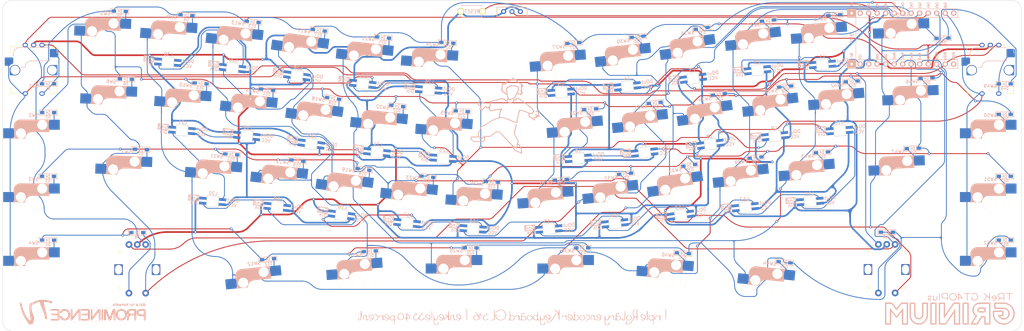
<source format=kicad_pcb>
(kicad_pcb (version 20211014) (generator pcbnew)
  (layers (0 "F.Cu" signal) (31 "B.Cu" signal) (34 "B.Paste" user) (35 "F.Paste" user) (36 "B.SilkS" user "B.Silkscreen") (37 "F.SilkS" user "F.Silkscreen") (38 "B.Mask" user) (39 "F.Mask" user) (44 "Edge.Cuts" user))
  (net 0 "")
  (net 1 "Row0")
  (net 2 "Net-(D1-Pad2)")
  (net 3 "Row1")
  (net 4 "Net-(D2-Pad2)")
  (net 5 "Row2")
  (net 6 "Net-(D3-Pad2)")
  (net 7 "Row3")
  (net 8 "Net-(D4-Pad2)")
  (net 9 "Net-(D5-Pad2)")
  (net 10 "Net-(D6-Pad2)")
  (net 11 "Net-(D7-Pad2)")
  (net 12 "Net-(D8-Pad2)")
  (net 13 "Net-(D9-Pad2)")
  (net 14 "Net-(D10-Pad2)")
  (net 15 "Net-(D11-Pad2)")
  (net 16 "Net-(D12-Pad2)")
  (net 17 "Net-(D13-Pad2)")
  (net 18 "Net-(D14-Pad2)")
  (net 19 "Net-(D15-Pad2)")
  (net 20 "Net-(D16-Pad2)")
  (net 21 "Net-(D17-Pad2)")
  (net 22 "Net-(D18-Pad2)")
  (net 23 "Net-(D19-Pad2)")
  (net 24 "Net-(D20-Pad2)")
  (net 25 "Net-(D21-Pad2)")
  (net 26 "Net-(D22-Pad2)")
  (net 27 "Net-(D23-Pad2)")
  (net 28 "Net-(D24-Pad2)")
  (net 29 "Net-(D25-Pad2)")
  (net 30 "Net-(D26-Pad2)")
  (net 31 "Net-(D27-Pad1)")
  (net 32 "Net-(D28-Pad1)")
  (net 33 "Net-(D29-Pad1)")
  (net 34 "Net-(D30-Pad1)")
  (net 35 "Net-(D31-Pad1)")
  (net 36 "Net-(D32-Pad1)")
  (net 37 "Net-(D33-Pad1)")
  (net 38 "Net-(D34-Pad1)")
  (net 39 "Net-(D35-Pad1)")
  (net 40 "Net-(D36-Pad1)")
  (net 41 "Net-(D37-Pad1)")
  (net 42 "Net-(D38-Pad1)")
  (net 43 "Net-(D39-Pad1)")
  (net 44 "Net-(D40-Pad1)")
  (net 45 "Net-(D41-Pad1)")
  (net 46 "Net-(D42-Pad1)")
  (net 47 "Net-(D43-Pad1)")
  (net 48 "Net-(D44-Pad1)")
  (net 49 "Net-(D45-Pad1)")
  (net 50 "Net-(D46-Pad1)")
  (net 51 "Net-(D47-Pad1)")
  (net 52 "Net-(D48-Pad1)")
  (net 53 "Net-(D49-Pad1)")
  (net 54 "Net-(D50-Pad1)")
  (net 55 "Net-(D51-Pad1)")
  (net 56 "Net-(D52-Pad1)")
  (net 57 "GND")
  (net 58 "Bat+")
  (net 59 "Net-(L1-Pad1)")
  (net 60 "LED")
  (net 61 "VCC")
  (net 62 "Net-(L2-Pad1)")
  (net 63 "Net-(L3-Pad1)")
  (net 64 "Net-(L4-Pad1)")
  (net 65 "Net-(L5-Pad1)")
  (net 66 "Net-(L6-Pad1)")
  (net 67 "Net-(L7-Pad1)")
  (net 68 "Net-(L8-Pad1)")
  (net 69 "Net-(L10-Pad3)")
  (net 70 "Net-(L10-Pad1)")
  (net 71 "Net-(L11-Pad1)")
  (net 72 "Net-(L12-Pad1)")
  (net 73 "Net-(L13-Pad1)")
  (net 74 "Net-(L14-Pad1)")
  (net 75 "Net-(L15-Pad1)")
  (net 76 "Net-(L16-Pad1)")
  (net 77 "Net-(L17-Pad1)")
  (net 78 "Net-(L18-Pad1)")
  (net 79 "Net-(L19-Pad1)")
  (net 80 "Net-(L20-Pad1)")
  (net 81 "Net-(L21-Pad1)")
  (net 82 "Net-(L22-Pad1)")
  (net 83 "Net-(L23-Pad1)")
  (net 84 "Net-(L24-Pad1)")
  (net 85 "Net-(L25-Pad1)")
  (net 86 "Net-(L26-Pad1)")
  (net 87 "Net-(L27-Pad1)")
  (net 88 "Net-(L28-Pad1)")
  (net 89 "Net-(L29-Pad1)")
  (net 91 "Col0")
  (net 92 "RE01")
  (net 93 "RE03")
  (net 94 "Col1")
  (net 95 "RE02")
  (net 96 "Col2")
  (net 97 "Col3")
  (net 98 "Col4")
  (net 99 "Col5")
  (net 100 "Col6")
  (net 101 "Reset")
  (footprint "kbd_Parts:Diode_SMD" (layer "F.Cu") (at 165.4315 71.4505 -4)
    (fp_text reference "D26")
    (fp_text value "D" hide)
  )
  (footprint "kbd_Parts:LED_SK6812MINI-E_BL" (layer "F.Cu") (at 146.5604 43.9952 -4)
    (fp_text reference "L26")
    (fp_text value "SK6812MINI" hide)
    (fp_line (start 1.75 1.6) (end -1.75 1.6) (layer "Edge.Cuts") (width 0.12))
    (fp_line (start 1.75 -1.6) (end 1.75 1.6) (layer "Edge.Cuts") (width 0.12))
    (fp_line (start -1.75 -1.6) (end 1.75 -1.6) (layer "Edge.Cuts") (width 0.12))
    (fp_line (start -1.75 1.6) (end -1.75 -1.6) (layer "Edge.Cuts") (width 0.12))
  )
  (footprint "kbd_Parts:Diode_SMD" (layer "F.Cu") (at 264.0112 62.6409 4)
    (fp_text reference "D43")
    (fp_text value "D" hide)
  )
  (footprint "kbd_Parts:Diode_SMD" (layer "F.Cu") (at 60.6299 61.7827 -2)
    (fp_text reference "D7")
    (fp_text value "D" hide)
  )
  (footprint "kbd_SW:CherryMX_Hotswap_1u" (layer "F.Cu") (at 225.0387 34.9043 8)
    (fp_text reference "SW33")
    (fp_text value "SW_PUSH" hide)
  )
  (footprint "kbd_Parts:Battery_XH2.5_GL_PCB" (layer "F.Cu") (at 171.45 20.55)
    (fp_text reference "J1")
    (fp_text value "Conn_01x02" hide)
  )
  (footprint "kbd_Parts:LED_SK6812MINI-E_BL" (layer "F.Cu") (at 140.1077 83.7853 -6)
    (fp_text reference "L17")
    (fp_text value "SK6812MINI" hide)
    (fp_line (start -1.75 1.6) (end -1.75 -1.6) (layer "Edge.Cuts") (width 0.12))
    (fp_line (start 1.75 1.6) (end -1.75 1.6) (layer "Edge.Cuts") (width 0.12))
    (fp_line (start -1.75 -1.6) (end 1.75 -1.6) (layer "Edge.Cuts") (width 0.12))
    (fp_line (start 1.75 -1.6) (end 1.75 1.6) (layer "Edge.Cuts") (width 0.12))
  )
  (footprint "kbd_Parts:LED_SK6812MINI-E_BL" (layer "F.Cu") (at 249.9711 57.8329 6)
    (fp_text reference "L9")
    (fp_text value "SK6812MINI" hide)
    (fp_line (start 1.75 1.6) (end -1.75 1.6) (layer "Edge.Cuts") (width 0.12))
    (fp_line (start -1.75 1.6) (end -1.75 -1.6) (layer "Edge.Cuts") (width 0.12))
    (fp_line (start -1.75 -1.6) (end 1.75 -1.6) (layer "Edge.Cuts") (width 0.12))
    (fp_line (start 1.75 -1.6) (end 1.75 1.6) (layer "Edge.Cuts") (width 0.12))
  )
  (footprint "kbd_Parts:Diode_SMD" (layer "F.Cu") (at 253.0333 43.0147 6)
    (fp_text reference "D38")
    (fp_text value "D" hide)
  )
  (footprint "kbd_Parts:LED_SK6812MINI-E_BL" (layer "F.Cu") (at 150.8668 64.423 -4)
    (fp_text reference "L25")
    (fp_text value "SK6812MINI" hide)
    (fp_line (start 1.75 -1.6) (end 1.75 1.6) (layer "Edge.Cuts") (width 0.12))
    (fp_line (start -1.75 -1.6) (end 1.75 -1.6) (layer "Edge.Cuts") (width 0.12))
    (fp_line (start -1.75 1.6) (end -1.75 -1.6) (layer "Edge.Cuts") (width 0.12))
    (fp_line (start 1.75 1.6) (end -1.75 1.6) (layer "Edge.Cuts") (width 0.12))
  )
  (footprint "kbd_Parts:Diode_SMD" (layer "F.Cu") (at 156.4391 50.368 -4)
    (fp_text reference "D25")
    (fp_text value "D" hide)
  )
  (footprint "kbd_Parts:LED_SK6812MINI-E_BL" (layer "F.Cu") (at 111.4767 60.1678 -8)
    (fp_text reference "L23")
    (fp_text value "SK6812MINI" hide)
    (fp_line (start 1.75 1.6) (end -1.75 1.6) (layer "Edge.Cuts") (width 0.12))
    (fp_line (start 1.75 -1.6) (end 1.75 1.6) (layer "Edge.Cuts") (width 0.12))
    (fp_line (start -1.75 1.6) (end -1.75 -1.6) (layer "Edge.Cuts") (width 0.12))
    (fp_line (start -1.75 -1.6) (end 1.75 -1.6) (layer "Edge.Cuts") (width 0.12))
  )
  (footprint "kbd_Parts:Diode_SMD" (layer "F.Cu") (at 146.169 69.9424 -6)
    (fp_text reference "D23")
    (fp_text value "D" hide)
  )
  (footprint "kbd_SW:CherryMX_Hotswap_1u" (layer "F.Cu") (at 102.1641 73.3937 -6)
    (fp_text reference "SW15")
    (fp_text value "SW_PUSH" hide)
  )
  (footprint "kbd_Parts:LED_SK6812MINI-E_BL" (layer "F.Cu") (at 159.8448 85.5147 -4)
    (fp_text reference "L16")
    (fp_text value "SK6812MINI" hide)
    (fp_line (start -1.75 1.6) (end -1.75 -1.6) (layer "Edge.Cuts") (width 0.12))
    (fp_line (start 1.75 1.6) (end -1.75 1.6) (layer "Edge.Cuts") (width 0.12))
    (fp_line (start 1.75 -1.6) (end 1.75 1.6) (layer "Edge.Cuts") (width 0.12))
    (fp_line (start -1.75 -1.6) (end 1.75 -1.6) (layer "Edge.Cuts") (width 0.12))
  )
  (footprint "kbd_Parts:LED_SK6812MINI-E_BL" (layer "F.Cu") (at 68.6592 35.7423 -4)
    (fp_text reference "L30")
    (fp_text value "SK6812MINI" hide)
    (fp_line (start 1.75 1.6) (end -1.75 1.6) (layer "Edge.Cuts") (width 0.12))
    (fp_line (start 1.75 -1.6) (end 1.75 1.6) (layer "Edge.Cuts") (width 0.12))
    (fp_line (start -1.75 -1.6) (end 1.75 -1.6) (layer "Edge.Cuts") (width 0.12))
    (fp_line (start -1.75 1.6) (end -1.75 -1.6) (layer "Edge.Cuts") (width 0.12))
  )
  (footprint "kbd_Parts:Diode_SMD" (layer "F.Cu") (at 272.8999 41.4494 4)
    (fp_text reference "D42")
    (fp_text value "D" hide)
  )
  (footprint "kbd_Parts:LED_SK6812MINI-E_BL" (layer "F.Cu") (at 191.2435 64.4573 4)
    (fp_text reference "L6")
    (fp_text value "SK6812MINI" hide)
    (fp_line (start -1.75 1.6) (end -1.75 -1.6) (layer "Edge.Cuts") (width 0.12))
    (fp_line (start -1.75 -1.6) (end 1.75 -1.6) (layer "Edge.Cuts") (width 0.12))
    (fp_line (start 1.75 1.6) (end -1.75 1.6) (layer "Edge.Cuts") (width 0.12))
    (fp_line (start 1.75 -1.6) (end 1.75 1.6) (layer "Edge.Cuts") (width 0.12))
  )
  (footprint "kbd_SW:CherryMX_Hotswap_1.25u" (layer "F.Cu") (at 188.1188 99.9312)
    (fp_text reference "SW36")
    (fp_text value "SW_PUSH" hide)
  )
  (footprint "kbd_SW:CherryMX_Hotswap_1u" (layer "F.Cu") (at 264.0387 30.7243 4)
    (fp_text reference "SW41")
    (fp_text value "SW_PUSH" hide)
  )
  (footprint "kbd_Parts:Diode_SMD" (layer "F.Cu") (at 194.7743 49.7634 4)
    (fp_text reference "D28")
    (fp_text value "D" hide)
  )
  (footprint "kbd_Parts:Diode_SMD" (layer "F.Cu") (at 318.6299 42.1919)
    (fp_text reference "D49")
    (fp_text value "D" hide)
  )
  (footprint "kbd_Parts:Diode_SMD" (layer "F.Cu") (at 32.8773 42.196)
    (fp_text reference "D1")
    (fp_text value "D" hide)
  )
  (footprint "kbd_SW:CherryMX_Hotswap_1.25u" (layer "F.Cu") (at 291.2324 49.4058 2)
    (fp_text reference "SW46")
    (fp_text value "SW_PUSH" hide)
  )
  (footprint "kbd_Parts:Diode_SMD" (layer "F.Cu") (at 189.7502 30.0057 4)
    (fp_text reference "D27")
    (fp_text value "D" hide)
  )
  (footprint "kbd_SW:CherryMX_Hotswap_1u" (layer "F.Cu") (at 127.7166 36.6358 -6)
    (fp_text reference "SW21")
    (fp_text value "SW_PUSH" hide)
  )
  (footprint "kbd_Parts:Diode_SMD" (layer "F.Cu") (at 252.8454 95.468 -6)
    (fp_text reference "D44")
    (fp_text value "D" hide)
  )
  (footprint "kbd_Parts:LED_SK6812MINI-E_BL" (layer "F.Cu") (at 202.1957 83.855 6)
    (fp_text reference "L14")
    (fp_text value "SK6812MINI" hide)
    (fp_line (start -1.75 -1.6) (end 1.75 -1.6) (layer "Edge.Cuts") (width 0.12))
    (fp_line (start -1.75 1.6) (end -1.75 -1.6) (layer "Edge.Cuts") (width 0.12))
    (fp_line (start 1.75 1.6) (end -1.75 1.6) (layer "Edge.Cuts") (width 0.12))
    (fp_line (start 1.75 -1.6) (end 1.75 1.6) (layer "Edge.Cuts") (width 0.12))
  )
  (footprint "kbd_Parts:LED_SK6812MINI-E_BL" (layer "F.Cu") (at 221.8431 81.4378 8)
    (fp_text reference "L13")
    (fp_text value "SK6812MINI" hide)
    (fp_line (start 1.75 -1.6) (end 1.75 1.6) (layer "Edge.Cuts") (width 0.12))
    (fp_line (start -1.75 1.6) (end -1.75 -1.6) (layer "Edge.Cuts") (width 0.12))
    (fp_line (start -1.75 -1.6) (end 1.75 -1.6) (layer "Edge.Cuts") (width 0.12))
    (fp_line (start 1.75 1.6) (end -1.75 1.6) (layer "Edge.Cuts") (width 0.12))
  )
  (footprint "kbd_SW:CherryMX_Hotswap_1u" (layer "F.Cu") (at 121.5641 75.8137 -8)
    (fp_text reference "SW19")
    (fp_text value "SW_PUSH" hide)
  )
  (footprint "kbd_Parts:Diode_SMD" (layer "F.Cu") (at 233.216 45.3345 8)
    (fp_text reference "D34")
    (fp_text value "D" hide)
  )
  (footprint "kbd_SW:CherryMX_Hotswap_1u" (layer "F.Cu") (at 314.325 78.5812)
    (fp_text reference "SW51")
    (fp_text value "SW_PUSH" hide)
  )
  (footprint "kbd_Parts:Diode_SMD" (layer "F.Cu") (at 159.0961 91.1613)
    (fp_text reference "D20")
    (fp_text value "D" hide)
  )
  (footprint "kbd_Parts:Diode_SMD" (layer "F.Cu") (at 318.6323 69.8139)
    (fp_text reference "D51")
    (fp_text value "D" hide)
  )
  (footprint "kbd_Parts:Diode_SMD" (layer "F.Cu") (at 267.7257 21.6694 4)
    (fp_text reference "D41")
    (fp_text value "D" hide)
  )
  (footprint "kbd_SW:CherryMX_Hotswap_1u" (layer "F.Cu") (at 244.4887 32.4803 6)
    (fp_text reference "SW37")
    (fp_text value "SW_PUSH" hide)
  )
  (footprint "kbd_Parts:Diode_SMD" (layer "F.Cu") (at 205.2313 69.0436 6)
    (fp_text reference "D32")
    (fp_text value "D" hide)
  )
  (footprint "kbd_Parts:Diode_SMD" (layer "F.Cu") (at 113.7552 26.1767 -8)
    (fp_text reference "D17")
    (fp_text value "D" hide)
  )
  (footprint "kbd_Parts:RotaryEncoder_EC12E" (layer "F.Cu") (at 283.3688 97.6418 -90)
    (fp_text reference "SW48")
    (fp_text value "RotaryEncoder_Switch")
  )
  (footprint "kbd_SW:CherryMX_Hotswap_1u" (layer "F.Cu") (at 221.3262 75.8137 8)
    (fp_text reference "SW35")
    (fp_text value "SW_PUSH" hide)
  )
  (footprint "kbd_Parts:Micon_BMP_GL" (layer "F.Cu") (at 289.9102 28.6411 90)
    (fp_text reference "U1" hide)
    (fp_text value "BLEMicroPro" hide)
  )
  (footprint "kbd_SW:CherryMX_Hotswap_1u" (layer "F.Cu") (at 147.2166 38.3858 -4)
    (fp_text reference "SW24")
    (fp_text value "SW_PUSH" hide)
  )
  (footprint "kbd_SW:CherryMX_Hotswap_1u" (layer "F.Cu") (at 88.8166 31.9358 -6)
    (fp_text reference "SW13")
    (fp_text value "SW_PUSH" hide)
  )
  (footprint "kbd_SW:CherryMX_Hotswap_1u" (layer "F.Cu") (at 160.5041 79.9037 -4)
    (fp_text reference "SW26")
    (fp_text value "SW_PUSH" hide)
  )
  (footprint "kbd_Parts:Diode_SMD" (layer "F.Cu") (at 318.6173 51.3112)
    (fp_text reference "D50")
    (fp_text value "D" hide)
  )
  (footprint "kbd_Parts:Diode_SMD" (layer "F.Cu") (at 137.1857 48.7878 -6)
    (fp_text reference "D22")
    (fp_text value "D" hide)
  )
  (footprint "kbd_Parts:LED_SK6812MINI-E_BL" (layer "F.Cu") (at 205.9154 42.9479 6)
    (fp_text reference "L4")
    (fp_text value "SK6812MINI" hide)
    (fp_line (start 1.75 -1.6) (end 1.75 1.6) (layer "Edge.Cuts") (width 0.12))
    (fp_line (start -1.75 1.6) (end -1.75 -1.6) (layer "Edge.Cuts") (width 0.12))
    (fp_line (start 1.75 1.6) (end -1.75 1.6) (layer "Edge.Cuts") (width 0.12))
    (fp_line (start -1.75 -1.6) (end 1.75 -1.6) (layer "Edge.Cuts") (width 0.12))
  )
  (footprint "kbd_Parts:Diode_SMD" (layer "F.Cu") (at 208.9535 28.1281 6)
    (fp_text reference "D30")
    (fp_text value "D" hide)
  )
  (footprint "kbd_Parts:Diode_SMD" (layer "F.Cu") (at 128.9781 92.179 4)
    (fp_text reference "D16")
    (fp_text value "D" hide)
  )
  (footprint "kbd_SW:CherryMX_Hotswap_1u" (layer "F.Cu") (at 314.325 59.5312)
    (fp_text reference "SW50")
    (fp_text value "SW_PUSH" hide)
  )
  (footprint "kbd_Parts:LED_SK6812MINI-E_BL" (layer "F.Cu") (at 230.702 60.2367 8)
    (fp_text reference "L8")
    (fp_text value "SK6812MINI" hide)
    (fp_line (start 1.75 -1.6) (end 1.75 1.6) (layer "Edge.Cuts") (width 0.12))
    (fp_line (start -1.75 1.6) (end -1.75 -1.6) (layer "Edge.Cuts") (width 0.12))
    (fp_line (start -1.75 -1.6) (end 1.75 -1.6) (layer "Edge.Cuts") (width 0.12))
    (fp_line (start 1.75 1.6) (end -1.75 1.6) (layer "Edge.Cuts") (width 0.12))
  )
  (footprint "kbd_SW:CherryMX_Hotswap_1u" (layer "F.Cu") (at 140.9641 78.2137 -6)
    (fp_text reference "SW23")
    (fp_text value "SW_PUSH" hide)
  )
  (footprint "kbd_SW:CherryMX_Hotswap_1u" (layer "F.Cu") (at 191.1212 58.8137 4)
    (fp_text reference "SW28")
    (fp_text value "SW_PUSH" hide)
  )
  (footprint "kbd_Parts:LED_SK6812MINI-E_BL" (layer "F.Cu") (at 107.219 39.8214 -8)
    (fp_text reference "L28")
    (fp_text value "SK6812MINI" hide)
    (fp_line (start 1.75 -1.6) (end 1.75 1.6) (layer "Edge.Cuts") (width 0.12))
    (fp_line (start -1.75 1.6) (end -1.75 -1.6) (layer "Edge.Cuts") (width 0.12))
    (fp_line (start 1.75 1.6) (end -1.75 1.6) (layer "Edge.Cuts") (width 0.12))
    (fp_line (start -1.75 -1.6) (end 1.75 -1.6) (layer "Edge.Cuts") (width 0.12))
  )
  (footprint "kbd_SW:CherryMX_Hotswap_1.25u" (layer "F.Cu") (at 95.25 103.7312 6)
    (fp_text reference "SW12")
    (fp_text value "SW_PUSH" hide)
  )
  (footprint "kbd_Parts:Diode_SMD" (layer "F.Cu") (at 295.2437 40.4912 2)
    (fp_text reference "D46")
    (fp_text value "D" hide)
  )
  (footprint "kbd_Parts:LED_SK6812MINI-E_BL" (layer "F.Cu") (at 241.1281 79.0342 6)
    (fp_text reference "L12")
    (fp_text value "SK6812MINI" hide)
    (fp_line (start 1.75 1.6) (end -1.75 1.6) (layer "Edge.Cuts") (width 0.12))
    (fp_line (start -1.75 -1.6) (end 1.75 -1.6) (layer "Edge.Cuts") (width 0.12))
    (fp_line (start 1.75 -1.6) (end 1.75 1.6) (layer "Edge.Cuts") (width 0.12))
    (fp_line (start -1.75 1.6) (end -1.75 -1.6) (layer "Edge.Cuts") (width 0.12))
  )
  (footprint "kbd_SW:CherryMX_Hotswap_1u" (layer "F.Cu") (at 69.3166 30.1358 -4)
    (fp_text reference "SW9")
    (fp_text value "SW_PUSH" hide)
  )
  (footprint "kbd_SW:CherryMX_Hotswap_1u" (layer "F.Cu") (at 73.5291 50.4958 -4)
    (fp_text reference "SW10")
    (fp_text value "SW_PUSH" hide)
  )
  (footprint "kbd_Parts:Diode_SMD" (layer "F.Cu") (at 222.4885 92.7803 -4)
    (fp_text reference "D40")
    (fp_text value "D" hide)
  )
  (footprint "kbd_SW:CherryMX_Hotswap_1u" (layer "F.Cu") (at 201.8762 78.2137 6)
    (fp_text reference "SW32")
    (fp_text value "SW_PUSH" hide)
  )
  (footprint "kbd_Parts:Diode_SMD" (layer "F.Cu") (at 107.366 65.1223 -6)
    (fp_text reference "D15")
    (fp_text value "D" hide)
  )
  (footprint "kbd_Parts:Diode_SMD" (layer "F.Cu") (at 152.1424 29.9344 -4)
    (fp_text reference "D24")
    (fp_text value "D" hide)
  )
  (footprint "kbd_Parts:LED_SK6812MINI-E_BL" (layer "F.Cu") (at 126.8626 42.2206 -6)
    (fp_text reference "L27")
    (fp_text value "SK6812MINI" hide)
    (fp_line (start -1.75 -1.6) (end 1.75 -1.6) (layer "Edge.Cuts") (width 0.12))
    (fp_line (start 1.75 1.6) (end -1.75 1.6) (layer "Edge.Cuts") (width 0.12))
    (fp_line (start 1.75 -1.6) (end 1.75 1.6) (layer "Edge.Cuts") (width 0.12))
    (fp_line (start -1.75 1.6) (end -1.75 -1.6) (layer "Edge.Cuts") (width 0.12))
  )
  (footprint "kbd_Parts:Diode_SMD" (layer "F.Cu") (at 244.1845 64.222 6)
    (fp_text reference "D39")
    (fp_text value "D" hide)
  )
  (footprint "kbd_SW:CherryMX_Hotswap_1.75u" (layer "F.Cu") (at 125.3063 101.2312 4)
    (fp_text reference "SW16")
    (fp_text value "SW_PUSH" hide)
  )
  (footprint "kbd_Parts:Diode_SMD" (layer "F.Cu") (at 32.9108 50.7681)
    (fp_text reference "D2")
    (fp_text value "D" hide)
  )
  (footprint "kbd_Parts:Diode_SMD" (layer "F.Cu") (at 32.9006 88.8642)
    (fp_text reference "D4")
    (fp_text value "D" hide)
  )
  (footprint "kbd_Parts:LED_SK6812MINI-E_BL" (layer "F.Cu") (at 72.8746 56.1026 -4)
    (fp_text reference "L21")
    (fp_text value "SK6812MINI" hide)
    (fp_line (start 1.75 1.6) (end -1.75 1.6) (layer "Edge.Cuts") (width 0.12))
    (fp_line (start 1.75 -1.6) (end 1.75 1.6) (layer "Edge.Cuts") (width 0.12))
    (fp_line (start -1.75 -1.6) (end 1.75 -1.6) (layer "Edge.Cuts") (width 0.12))
    (fp_line (start -1.75 1.6) (end -1.75 -1.6) (layer "Edge.Cuts") (width 0.12))
  )
  (footprint "kbd_SW:CherryMX_Hotswap_1u" (layer "F.Cu") (at 112.5291 54.6158 -8)
    (fp_text reference "SW18")
    (fp_text value "SW_PUSH" hide)
  )
  (footprint "kbd_Parts:Diode_SMD" (layer "F.Cu") (at 214.0636 47.8789 6)
    (fp_text reference "D31")
    (fp_text value "D" hide)
  )
  (footprint "kbd_Parts:LED_SK6812MINI-E_BL" (layer "F.Cu") (at 92.2197 57.7704 -6)
    (fp_text reference "L22")
    (fp_text value "SK6812MINI" hide)
    (fp_line (start 1.75 -1.6) (end 1.75 1.6) (layer "Edge.Cuts") (width 0.12))
    (fp_line (start 1.75 1.6) (end -1.75 1.6) (layer "Edge.Cuts") (width 0.12))
    (fp_line (start -1.75 -1.6) (end 1.75 -1.6) (layer "Edge.Cuts") (width 0.12))
    (fp_line (start -1.75 1.6) (end -1.75 -1.6) (layer "Edge.Cuts") (width 0.12))
  )
  (footprint "kbd_Parts:RotaryEncoder_EC12E" (layer "F.Cu") (at 59.5313 97.6921 -90)
    (fp_text reference "SW8")
    (fp_text value "RotaryEncoder_Switch")
  )
  (footprint "kbd_Parts:Diode_SMD" (layer "F.Cu") (at 87.6154 63.2494 -4)
    (fp_text reference "D11")
    (fp_text value "D" hide)
  )
  (footprint "kbd_SW:CherryMX_Hotswap_1.25u" (layer "F.Cu") (at 247.65 103.7418 -6)
    (fp_text reference "SW44")
    (fp_text value "SW_PUSH" hide)
  )
  (footprint "kbd_SW:CherryMX_Hotswap_1u" (layer "F.Cu") (at 108.2666 34.2658 -8)
    (fp_text reference "SW17")
    (fp_text value "SW_PUSH" hide)
  )
  (footprint "kbd_Parts:LED_SK6812MINI-E_BL" (layer "F.Cu") (at 260.49 77.342 4)
    (fp_text reference "L11")
    (fp_text value "SK6812MINI" hide)
    (fp_line (start 1.75 -1.6) (end 1.75 1.6) (layer "Edge.Cuts") (width 0.12))
    (fp_line (start -1.75 -1.6) (end 1.75 -1.6) (layer "Edge.Cuts") (width 0.12))
    (fp_line (start 1.75 1.6) (end -1.75 1.6) (layer "Edge.Cuts") (width 0.12))
    (fp_line (start -1.75 1.6) (end -1.75 -1.6) (layer "Edge.Cuts") (width 0.12))
  )
  (footprint "kbd_SW:CherryMX_Hotswap_1u" (layer "F.Cu") (at 230.1812 54.6158 8)
    (fp_text reference "SW34")
    (fp_text value "SW_PUSH" hide)
  )
  (footprint "Switch_CherryMX_Kailh_Socket:SW_Cherry_MX_1.00u_Kailh_EC12" (layer "F.Cu") (at 28.575 38.1)
    (fp_text reference "SW1")
    (fp_text value "RotaryEncoder_Switch")
  )
  (footprint "kbd_Parts:Diode_SMD" (layer "F.Cu") (at 224.3937 66.5285 8)
    (fp_text reference "D35")
    (fp_text value "D" hide)
  )
  (footprint "kbd_SW:CherryMX_Hotswap_1.25u" (layer "F.Cu") (at 51.4979 49.4058 -2)
    (fp_text reference "SW6")
    (fp_text value "SW_PUSH" hide)
  )
  (footprint "kbd_SW:CherryMX_Hotswap_1u" (layer "F.Cu") (at 28.575 97.6312)
    (fp_text reference "SW4")
    (fp_text value "SW_PUSH" hide)
  )
  (footprint "kbd_Parts:Diode_SMD" (layer "F.Cu") (at 228.0804 25.6222 8)
    (fp_text reference "D33")
    (fp_text value "D" hide)
  )
  (footprint "kbd_Parts:LED_SK6812MINI-E_BL" (layer "F.Cu") (at 131.125 62.6408 -6)
    (fp_text reference "L24")
    (fp_text value "SK6812MINI" hide)
    (fp_line (start -1.75 1.6) (end -1.75 -1.6) (layer "Edge.Cuts") (width 0.12))
    (fp_line (start 1.75 -1.6) (end 1.75 1.6) (layer "Edge.Cuts") (width 0.12))
    (fp_line (start 1.75 1.6) (end -1.75 1.6) (layer "Edge.Cuts") (width 0.12))
    (fp_line (start -1.75 -1.6) (end 1.75 -1.6) (layer "Edge.Cuts") (width 0.12))
  )
  (footprint "kbd_Parts:LED_SK6812MINI-E_BL" (layer "F.Cu") (at 87.9557 37.5153 -6)
    (fp_text reference "L29")
    (fp_text value "SK6812MINI" hide)
    (fp_line (start -1.75 -1.6) (end 1.75 -1.6) (layer "Edge.Cuts") (width 0.12))
    (fp_line (start 1.75 -1.6) (end 1.75 1.6) (layer "Edge.Cuts") (width 0.12))
    (fp_line (start 1.75 1.6) (end -1.75 1.6) (layer "Edge.Cuts") (width 0.12))
    (fp_line (start -1.75 1.6) (end -1.75 -1.6) (layer "Edge.Cuts") (width 0.12))
  )
  (footprint "kbd_SW:CherryMX_Hotswap_1u" (layer "F.Cu") (at 314.325 97.6312)
    (fp_text reference "SW52")
    (fp_text value "SW_PUSH" hide)
  )
  (footprint "kbd_SW:CherryMX_Hotswap_1.75u" (layer "F.Cu") (at 56.0104 70.3937 -2)
    (fp_text reference "SW7")
    (fp_text value "SW_PUSH" hide)
  )
  (footprint "kbd_Parts:Diode_SMD" (layer "F.Cu") (at 59.5313 86.6058)
    (fp_text reference "D8")
    (fp_text value "D" hide)
  )
  (footprint "kbd_Parts:Diode_SMD" (layer "F.Cu") (at 132.9397 28.3598 -6)
    (fp_text reference "D21")
    (fp_text value "D" hide)
  )
  (footprint "kbd_SW:CherryMX_Hotswap_1u" (layer "F.Cu") (at 93.0791 52.1858 -6)
    (fp_text reference "SW14")
    (fp_text value "SW_PUSH" hide)
  )
  (footprint "kbd_SW:CherryMX_Hotswap_1u" (layer "F.Cu") (at 210.7212 57.0558 6)
    (fp_text reference "SW31")
    (fp_text value "SW_PUSH" hide)
  )
  (footprint "kbd_Parts:Diode_SMD" (layer "F.Cu") (at 186.0099 70.8474 4)
    (fp_text reference "D29")
    (fp_text value "D" hide)
  )
  (footprint "kbd_SW:CherryMX_Hotswap_1u" (layer "F.Cu") (at 131.9791 57.0558 -6)
    (fp_text reference "SW22")
    (fp_text value "SW_PUSH" hide)
  )
  (footprint "kbd_Parts:Diode_SMD" (layer "F.Cu") (at 78.4441 42.0463 -4)
    (fp_text reference "D10")
    (fp_text value "D" hide)
  )
  (footprint "kbd_Parts:LED_SK6812MINI-E_BL" (layer "F.Cu") (at 225.5652 40.5393 8)
    (fp_text reference "L3")
    (fp_text value "SK6812MINI" hide)
    (fp_line (start 1.75 1.6) (end -1.75 1.6) (layer "Edge.Cuts") (width 0.12))
    (fp_line (start -1.75 -1.6) (end 1.75 -1.6) (layer "Edge.Cuts") (width 0.12))
    (fp_line (start -1.75 1.6) (end -1.75 -1.6) (layer "Edge.Cuts") (width 0.12))
    (fp_line (start 1.75 -1.6) (end 1.75 1.6) (layer "Edge.Cuts") (width 0.12))
  )
  (footprint "kbd_Parts:Diode_SMD" (layer "F.Cu") (at 192.4307 91.1638)
    (fp_text reference "D36")
    (fp_text value "D" hide)
  )
  (footprint "kbd_Parts:Diode_SMD" (layer "F.Cu") (at 98.5999 94.5597 6)
    (fp_text reference "D12")
    (fp_text value "D" hide)
  )
  (footprint "kbd_SW:CherryMX_Hotswap_1u" (layer "F.Cu") (at 205.5887 37.3043 6)
    (fp_text reference "SW30")
    (fp_text value "SW_PUSH" hide)
  )
  (footprint "kbd_Parts:Diode_SMD" (layer "F.Cu") (at 93.999 23.6621 -6)
    (fp_text reference "D13")
    (fp_text value "D" hide)
  )
  (footprint "kbd_Parts:LED_SK6812MINI-E_BL" (layer "F.Cu") (at 82.0345 77.3035 -4)
    (fp_text reference "L20")
    (fp_text value "SK6812MINI" hide)
    (fp_line (start 1.75 -1.6) (end 1.75 1.6) (layer "Edge.Cuts") (width 0.12))
    (fp_line (start -1.75 1.6) (end -1.75 -1.6) (layer "Edge.Cuts") (width 0.12))
    (fp_line (start -1.75 -1.6) (end 1.75 -1.6) (layer "Edge.Cuts") (width 0.12))
    (fp_line (start 1.75 1.6) (end -1.75 1.6) (layer "Edge.Cuts") (width 0.12))
  )
  (footprint "kbd_Parts:LED_SK6812MINI-E_BL" (layer "F.Cu") (at 269.3274 56.1452 4)
    (fp_text reference "L10")
    (fp_text value "SK6812MINI" hide)
    (fp_line (start -1.75 1.6) (end -1.75 -1.6) (layer "Edge.Cuts") (width 0.12))
    (fp_line (start 1.75 1.6) (end -1.75 1.6) (layer "Edge.Cuts") (width 0.12))
    (fp_line (start 1.75 -1.6) (end 1.75 1.6) (layer "Edge.Cuts") (width 0.12))
    (fp_line (start -1.75 -1.6) (end 1.75 -1.6) (layer "Edge.Cuts") (width 0.12))
  )
  (footprint "kbd_Parts:Diode_SMD" (layer "F.Cu") (at 32.867 69.8115)
    (fp_text reference "D3")
    (fp_text value "D" hide)
  )
  (footprint "kbd_SW:CherryMX_Hotswap_1u" (layer "F.Cu") (at 182.3562 79.9037 4)
    (fp_text reference "SW29")
    (fp_text value "SW_PUSH" hide)
  )
  (footprint "kbd_Parts:Diode_SMD" (layer "F.Cu") (at 247.8726 23.3001 6)
    (fp_text reference "D37")
    (fp_text value "D" hide)
  )
  (footprint "kbd_SW:CherryMX_Hotswap_1u" (layer "F.Cu") (at 28.575 59.5312)
    (fp_text reference "SW2")
    (fp_text value "SW_PUSH" hide)
  )
  (footprint "kbd_Parts:ResetSW" (layer "F.Cu") (at 159.4013 20.5491)
    (fp_text reference "SW53" hide)
    (fp_text value "SW_PUSH")
  )
  (footprint "kbd_Parts:Diode_SMD" (layer "F.Cu") (at 118.0127 46.528 -8)
    (fp_text reference "D18")
    (fp_text value "D" hide)
  )
  (footprint "kbd_SW:CherryMX_Hotswap_1u" (layer "F.Cu") (at 269.2012 50.4958 4)
    (fp_text reference "SW42")
    (fp_text value "SW_PUSH" hide)
  )
  (footprint "kbd_SW:CherryMX_Hotswap_1u" (layer "F.Cu") (at 82.6941 71.6937 -4)
    (fp_text reference "SW11")
    (fp_text value "SW_PUSH" hide)
  )
  (footprint "kbd_SW:CherryMX_Hotswap_1.75u" (layer "F.Cu") (at 217.5624 101.2312 -4)
    (fp_text reference "SW40")
    (fp_text value "SW_PUSH" hide)
  )
  (footprint "kbd_Parts:Diode_SMD" (layer "F.Cu") (at 127.0764 67.7358 -8)
    (fp_text reference "D19")
    (fp_text value "D" hide)
  )
  (footprint "kbd_Parts:LED_SK6812MINI-E_BL" (layer "F.Cu") (at 244.8023 38.1198 6)
    (fp_text reference "L2")
    (fp_text value "SK6812MINI" hide)
    (fp_line (start -1.75 -1.6) (end 1.75 -1.6) (layer "Edge.Cuts") (width 0.12))
    (fp_line (start 1.75 1.6) (end -1.75 1.6) (layer "Edge.Cuts") (width 0.12))
    (fp_line (start 1.75 -1.6) (end 1.75 1.6) (layer "Edge.Cuts") (width 0.12))
    (fp_line (start -1.75 1.6) (end -1.75 -1.6) (layer "Edge.Cuts") (width 0.12))
  )
  (footprint "kbd_SW:CherryMX_Hotswap_1u" (layer "F.Cu") (at 49.7166 29.1358 -2)
    (fp_text reference "SW5")
    (fp_text value "SW_PUSH" hide)
  )
  (footprint "kbd_SW:CherryMX_Hotswap_1u" (layer "F.Cu") (at 240.8062 73.3937 6)
    (fp_text reference "SW39")
    (fp_text value "SW_PUSH" hide)
  )
  (footprint "kbd_Parts:Diode_SMD" (layer "F.Cu") (at 283.4188 86.5087)
    (fp_text reference "D48")
    (fp_text value "D" hide)
  )
  (footprint "kbd_SW:CherryMX_Hotswap_1.5u" (layer "F.Cu") (at 288.4512 29.4543 2)
    (fp_text reference "SW45")
    (fp_text value "SW_PUSH" hide)
  )
  (footprint "kbd_SW:CherryMX_Hotswap_1.75u" (layer "F.Cu") (at 287.1099 70.3937 2)
    (fp_text reference "SW47")
    (fp_text value "SW_PUSH" hide)
  )
  (footprint "kbd_SW:CherryMX_Hotswap_1u" (layer "F.Cu") (at 28.575 78.5812)
    (fp_text reference "SW3")
    (fp_text value "SW_PUSH" hide)
  )
  (footprint "kbd_Parts:LED_SK6812MINI-E_BL" (layer "F.Cu") (at 120.5093 81.3625 -8)
    (fp_text reference "L18")
    (fp_text value "SK6812MINI" hide)
    (fp_line (start -1.75 -1.6) (end 1.75 -1.6) (layer "Edge.Cuts") (width 0.12))
    (fp_line (start 1.75 -1.6) (end 1.75 1.6) (layer "Edge.Cuts") (width 0.12))
    (fp_line (start -1.75 1.6) (end -1.75 -1.6) (layer "Edge.Cuts") (width 0.12))
    (fp_line (start 1.75 1.6) (end -1.75 1.6) (layer "Edge.Cuts") (width 0.12))
  )
  (footprint "kbd_Parts:Diode_SMD" (layer "F.Cu") (at 54.3141 20.5145 -2)
    (fp_text reference "D5")
    (fp_text value "D" hide)
  )
  (footprint "kbd_Parts:Diode_SMD" (layer "F.Cu") (at 98.2817 43.92 -6)
    (fp_text reference "D14")
    (fp_text value "D" hide)
  )
  (footprint "kbd_SW:CherryMX_Hotswap_1u" (layer "F.Cu") (at 260.3562 71.6937 4)
    (fp_text reference "SW43")
    (fp_text value "SW_PUSH" hide)
  )
  (footprint "kbd_Parts:Diode_SMD" (layer "F.Cu") (at 300.0375 28.575 2)
    (fp_text reference "D45")
    (fp_text value "D" hide)
  )
  (footprint "kbd_Parts:LED_SK6812MINI-E_BL" (layer "F.Cu") (at 264.1725 36.3925 4)
    (fp_text reference "L1")
    (fp_text value "SK6812MINI" hide)
    (fp_line (start 1.75 1.6) (end -1.75 1.6) (layer "Edge.Cuts") (width 0.12))
    (fp_line (start -1.75 1.6) (end -1.75 -1.6) (layer "Edge.Cuts") (width 0.12))
    (fp_line (start 1.75 -1.6) (end 1.75 1.6) (layer "Edge.Cuts") (width 0.12))
    (fp_line (start -1.75 -1.6) (end 1.75 -1.6) (layer "Edge.Cuts") (width 0.12))
  )
  (footprint "kbd_SW:CherryMX_Hotswap_1.25u" (layer "F.Cu") (at 154.7813 99.9312)
    (fp_text reference "SW20")
    (fp_text value "SW_PUSH" hide)
  )
  (footprint "kbd_Parts:LED_SK6812MINI-E_BL" (layer "F.Cu") (at 186.1651 44.6986 4)
    (fp_text reference "L5")
    (fp_text value "SK6812MINI" hide)
    (fp_line (start 1.75 -1.6) (end 1.75 1.6) (layer "Edge.Cuts") (width 0.12))
    (fp_line (start -1.75 1.6) (end -1.75 -1.6) (layer "Edge.Cuts") (width 0.12))
    (fp_line (start -1.75 -1.6) (end 1.75 -1.6) (layer "Edge.Cuts") (width 0.12))
    (fp_line (start 1.75 1.6) (end -1.75 1.6) (layer "Edge.Cuts") (width 0.12))
  )
  (footprint "kbd_Parts:LED_SK6812MINI-E_BL" (layer "F.Cu") (at 211.0458 62.6903 6)
    (fp_text reference "L7")
    (fp_text value "SK6812MINI" hide)
    (fp_line (start -1.75 1.6) (end -1.75 -1.6) (layer "Edge.Cuts") (width 0.12))
    (fp_line (start -1.75 -1.6) (end 1.75 -1.6) (layer "Edge.Cuts") (width 0.12))
    (fp_line (start 1.75 -1.6) (end 1.75 1.6) (layer "Edge.Cuts") (width 0.12))
    (fp_line (start 1.75 1.6) (end -1.75 1.6) (layer "Edge.Cuts") (width 0.12))
  )
  (footprint "kbd_Parts:LED_SK6812MINI-E_BL" (layer "F.Cu") (at 101.3159 78.9767 -6)
    (fp_text reference "L19")
    (fp_text value "SK6812MINI" hide)
    (fp_line (start 1.75 1.6) (end -1.75 1.6) (layer "Edge.Cuts") (width 0.12))
    (fp_line (start -1.75 -1.6) (end 1.75 -1.6) (layer "Edge.Cuts") (width 0.12))
    (fp_line (start -1.75 1.6) (end -1.75 -1.6) (layer "Edge.Cuts") (width 0.12))
    (fp_line (start 1.75 -1.6) (end 1.75 1.6) (layer "Edge.Cuts") (width 0.12))
  )
  (footprint "kbd_SW:CherryMX_Hotswap_1u" (layer "F.Cu") (at 151.5291 58.8137 -4)
    (fp_text reference "SW25")
    (fp_text value "SW_PUSH" hide)
  )
  (footprint "kbd_Parts:Diode_SMD" (layer "F.Cu") (at 56.1167 40.7856 -2)
    (fp_text reference "D6")
    (fp_text value "D" hide)
  )
  (footprint "kbd_Parts:LED_SK6812MINI-E_BL" (layer "F.Cu") (at 182.4826 85.5579 4)
    (fp_text reference "L15")
    (fp_text value "SK6812MINI" hide)
    (fp_line (start 1.75 1.6) (end -1.75 1.6) (layer "Edge.Cuts") (width 0.12))
    (fp_line (start -1.75 -1.6) (end 1.75 -1.6) (layer "Edge.Cuts") (width 0.12))
    (fp_line (start -1.75 1.6) (end -1.75 -1.6) (layer "Edge.Cuts") (width 0.12))
    (fp_line (start 1.75 -1.6) (end 1.75 1.6) (layer "Edge.Cuts") (width 0.12))
  )
  (footprint "kbd_Parts:Diode_SMD" (layer "F.Cu") (at 318.6352 88.8671)
    (fp_text reference "D52")
    (fp_text value "D" hide)
  )
  (footprint "Switch_CherryMX_Kailh_Socket:SW_Cherry_MX_1.00u_Kailh_EC12" (layer "F.Cu") (at 314.325 38.1)
    (fp_text reference "SW49")
    (fp_text value "RotaryEncoder_Switch")
  )
  (footprint "kbd_SW:CherryMX_Hotswap_1u" (layer "F.Cu") (at 249.6412 52.1858 6)
    (fp_text reference "SW38")
    (fp_text value "SW_PUSH" hide)
  )
  (footprint "kbd_Parts:Diode_SMD" (layer "F.Cu") (at 74.234 21.6799 -4)
    (fp_text reference "D9")
    (fp_text value "D" hide)
  )
  (footprint "kbd_SW:CherryMX_Hotswap_1u" (layer "F.Cu") (at 186.0387 39.0581 4)
    (fp_text reference "SW27")
    (fp_text value "SW_PUSH" hide)
  )
  (footprint "kbd_Parts:Diode_SMD" (layer "F.Cu") (at 291.1346 61.4776 2)
    (fp_text reference "D47")
    (fp_text value "D" hide)
  )
  (footprint "LOGO" (layer "B.Cu") (at 43.310179 110.256755 180)
    (fp_text reference "G001" hide)
    (fp_text value "LOGO" hide)
  )
  (footprint "LOGO" (layer "B.Cu") (at 169.439115 51.595802 180)
    (fp_text reference "G003" hide)
    (fp_text value "LOGO" hide)
  )
  (footprint "LOGO" (layer "B.Cu") (at 302.241481 109.320578 180)
    (fp_text reference "G002" hide)
    (fp_text value "LOGO" hide)
  )
  (footprint "LOGO" (layer "B.Cu") (at 171.657065 111.733917 180)
    (fp_text reference "G004" hide)
    (fp_text value "LOGO" hide)
  )
  (gr_arc (start 22.275 116.05) (mid 20.15368 115.17132) (end 19.275 113.05) (layer "Edge.Cuts") (width 0.1))
  (gr_arc (start 19.275 20.25) (mid 20.15368 18.12868) (end 22.275 17.25) (layer "Edge.Cuts") (width 0.1))
  (gr_arc (start 323.625 113.05) (mid 322.74632 115.17132) (end 320.625 116.05) (layer "Edge.Cuts") (width 0.1))
  (gr_arc (start 320.625 17.25) (mid 322.74632 18.12868) (end 323.625 20.25) (layer "Edge.Cuts") (width 0.1))
  (gr_line (start 19.275 20.25) (end 19.275 113.05) (layer "Edge.Cuts") (width 0.1))
  (gr_line (start 22.275 116.05) (end 320.625 116.05) (layer "Edge.Cuts") (width 0.1))
  (gr_line (start 323.625 20.25) (end 323.625 113.05) (layer "Edge.Cuts") (width 0.1))
  (gr_line (start 320.625 17.25) (end 22.275 17.25) (layer "Edge.Cuts") (width 0.1))
  (segment (start 284.989847 36.2975) (end 285.5922 36.2975) (width 0.25) (layer "F.Cu") (net 1))
  (segment (start 284.306924 36.014624) (end 279.500447 31.208134) (width 0.25) (layer "F.Cu") (net 1))
  (segment (start 253.722218 24.2773) (end 255.970519 24.2773) (width 0.25) (layer "F.Cu") (net 1))
  (segment (start 266.367343 28.5838) (end 273.164799 28.583812) (width 0.25) (layer "F.Cu") (net 1))
  (segment (start 233.268577 24.2773) (end 253.722218 24.2773) (width 0.25) (layer "F.Cu") (net 1))
  (via (at 253.722218 24.2773) (size 0.8) (drill 0.4) (layers "F.Cu" "B.Cu") (net 1))
  (via (at 233.268577 24.2773) (size 0.8) (drill 0.4) (layers "F.Cu" "B.Cu") (net 1))
  (arc (start 264.351718 27.748918) (mid 265.276476 28.366822) (end 266.367343 28.5838) (width 0.25) (layer "F.Cu") (net 1))
  (arc (start 273.164799 28.583812) (mid 276.593628 29.265854) (end 279.500447 31.208134) (width 0.25) (layer "F.Cu") (net 1))
  (arc (start 255.970519 24.2773) (mid 260.50638 25.179539) (end 264.351718 27.748918) (width 0.25) (layer "F.Cu") (net 1))
  (arc (start 284.306924 36.014624) (mid 284.620252 36.223983) (end 284.989847 36.2975) (width 0.25) (layer "F.Cu") (net 1))
  (segment (start 321.575195 31.290895) (end 321.843265 31.558965) (width 0.25) (layer "B.Cu") (net 1))
  (segment (start 322.0162 31.976467) (end 322.0162 39.448287) (width 0.25) (layer "B.Cu") (net 1))
  (segment (start 288.791217 33.656) (end 295.01806 33.656) (width 0.25) (layer "B.Cu") (net 1))
  (segment (start 250.6914 23.0039) (end 249.6379 23.1146) (width 0.25) (layer "B.Cu") (net 1))
  (segment (start 32.647729 35.722172) (end 32.326028 36.043872) (width 0.25) (layer "B.Cu") (net 1))
  (segment (start 119.55373 26.072186) (end 119.342507 25.860963) (width 0.25) (layer "B.Cu") (net 1))
  (segment (start 299.7327 21.617465) (end 299.7327 20.6147) (width 0.25) (layer "B.Cu") (net 1))
  (segment (start 190.6547 29.0157) (end 190.092273 28.453272) (width 0.25) (layer "B.Cu") (net 1))
  (segment (start 117.235725 24.988305) (end 112.938837 24.988305) (width 0.25) (layer "B.Cu") (net 1))
  (segment (start 301.811419 26.635937) (end 301.811419 28.513053) (width 0.25) (layer "B.Cu") (net 1))
  (segment (start 254.085546 23.0039) (end 253.29926 23.0039) (width 0.25) (layer "B.Cu") (net 1))
  (segment (start 300.388275 23.164975) (end 300.363393 23.140093) (width 0.25) (layer "B.Cu") (net 1))
  (segment (start 192.303522 29.827113) (end 191.5209 29.8819) (width 0.25) (layer "B.Cu") (net 1))
  (segment (start 111.997474 25.929668) (end 107.869213 25.929668) (width 0.25) (layer "B.Cu") (net 1))
  (segment (start 52.540181 20.452553) (end 51.086905 20.452553) (width 0.25) (layer "B.Cu") (net 1))
  (segment (start 269.4964 21.5456) (end 268.769595 21.59647) (width 0.25) (layer "B.Cu") (net 1))
  (segment (start 31.502801 40.995398) (end 31.344246 41.153953) (width 0.25) (layer "B.Cu") (net 1))
  (segment (start 33.0375 30.72594) (end 33.0375 34.78118) (width 0.25) (layer "B.Cu") (net 1))
  (segment (start 321.78129 40.015409) (end 320.898805 40.897895) (width 0.25) (layer "B.Cu") (net 1))
  (segment (start 296.18408 33.173018) (end 296.187971 33.169128) (width 0.25) (layer "B.Cu") (net 1))
  (segment (start 210.718776 27.942562) (end 209.807514 27.942562) (width 0.25) (layer "B.Cu") (net 1))
  (segment (start 211.689144 27.540623) (end 212.582895 26.646871) (width 0.25) (layer "B.Cu") (net 1))
  (segment (start 233.268577 24.2773) (end 232.404868 24.2773) (width 0.25) (layer "B.Cu") (net 1))
  (segment (start 131.174424 28.174262) (end 124.628609 28.174262) (width 0.25) (layer "B.Cu") (net 1))
  (segment (start 137.417334 26.915425) (end 132.433261 26.915425) (width 0.25) (layer "B.Cu") (net 1))
  (segment (start 150.371724 24.88998) (end 150.371724 24.693891) (width 0.25) (layer "B.Cu") (net 1))
  (segment (start 51.5027 20.4526) (end 51.086792 20.4526) (width 0.25) (layer "B.Cu") (net 1))
  (segment (start 150.371724 29.810582) (end 144.406756 29.810582) (width 0.25) (layer "B.Cu") (net 1))
  (segment (start 267.351179 20.9078) (end 265.654585 20.9078) (width 0.25) (layer "B.Cu") (net 1))
  (segment (start 264.925845 21.209654) (end 263.650105 22.485394) (width 0.25) (layer "B.Cu") (net 1))
  (segment (start 296.187971 33.169128) (end 300.160011 29.197089) (width 0.25) (layer "B.Cu") (net 1))
  (segment (start 208.536765 27.4162) (end 197.841639 27.4162) (width 0.25) (layer "B.Cu") (net 1))
  (segment (start 253.722218 24.2773) (end 253.722218 23.367228) (width 0.25) (layer "B.Cu") (net 1))
  (segment (start 268.218329 21.368128) (end 268.045668 21.195467) (width 0.25) (layer "B.Cu") (net 1))
  (segment (start 72.463324 21.556082) (end 70.385814 21.556082) (width 0.25) (layer "B.Cu") (net 1))
  (segment (start 191.520876 29.881882) (end 190.092278 28.453284) (width 0.25) (layer "B.Cu") (net 1))
  (segment (start 253.29926 23.0039) (end 250.6914 23.0039) (width 0.25) (layer "B.Cu") (net 1))
  (segment (start 192.89352 29.465779) (end 192.693876 29.665423) (width 0.25) (layer "B.Cu") (net 1))
  (segment (start 157.336523 17.925188) (end 164.675312 17.925188) (width 0.25) (layer "B.Cu") (net 1))
  (segment (start 85.059062 20.7024) (end 73.317006 20.7024) (width 0.25) (layer "B.Cu") (net 1))
  (segment (start 285.5922 36.2975) (end 287.839477 34.050224) (width 0.25) (layer "B.Cu") (net 1))
  (segment (start 31.6562 37.40005) (end 31.6562 40.625061) (width 0.25) (layer "B.Cu") (net 1))
  (segment (start 300.3691 19.9783) (end 303.002611 19.9783) (width 0.25) (layer "B.Cu") (net 1))
  (segment (start 320.4049 42.090287) (end 320.4049 42.1919) (width 0.25) (layer "B.Cu") (net 1))
  (segment (start 231.512924 24.646756) (end 231.351336 24.808343) (width 0.25) (layer "B.Cu") (net 1))
  (segment (start 262.398321 23.0039) (end 254.085546 23.0039) (width 0.25) (layer "B.Cu") (net 1))
  (segment (start 229.551733 25.375168) (end 229.838126 25.375168) (width 0.25) (layer "B.Cu") (net 1))
  (segment (start 253.722218 24.2773) (end 253.722218 23.426858) (width 0.25) (layer "B.Cu") (net 1))
  (segment (start 217.887423 24.449674) (end 227.736349 24.449674) (width 0.25) (layer "B.Cu") (net 1))
  (segment (start 31.1023 41.738062) (end 31.1023 42.196) (width 0.25) (layer "B.Cu") (net 1))
  (segment (start 65.396676 19.237243) (end 53.755491 19.237243) (width 0.25) (layer "B.Cu") (net 1))
  (segment (start 228.691322 24.845237) (end 228.98757 25.141484) (width 0.25) (layer "B.Cu") (net 1))
  (segment (start 315.39619 25.111889) (end 321.575195 31.290895) (width 0.25) (layer "B.Cu") (net 1))
  (segment (start 150.371724 29.810582) (end 150.371724 24.88998) (width 0.25) (layer "B.Cu") (net 1))
  (segment (start 68.680188 20.849589) (end 68.249568 20.418968) (width 0.25) (layer "B.Cu") (net 1))
  (segment (start 99.246949 22.358209) (end 93.352077 22.358209) (width 0.25) (layer "B.Cu") (net 1))
  (segment (start 36.840974 26.353398) (end 33.439892 29.75448) (width 0.25) (layer "B.Cu") (net 1))
  (segment (start 124.628609 28.174262) (end 124.491775 28.174262) (width 0.25) (layer "B.Cu") (net 1))
  (segment (start 32.326028 36.043872) (end 32.141523 36.228377) (width 0.25) (layer "B.Cu") (net 1))
  (arc (start 263.650105 22.485394) (mid 263.075782 22.869145) (end 262.398321 23.0039) (width 0.25) (layer "B.Cu") (net 1))
  (arc (start 93.352077 22.358209) (mid 92.561282 22.685767) (end 92.233724 23.476562) (width 0.25) (layer "B.Cu") (net 1))
  (arc (start 287.839477 34.050224) (mid 288.276139 33.758456) (end 288.791217 33.656) (width 0.25) (layer "B.Cu") (net 1))
  (arc (start 164.675312 17.925188) (mid 178.43084 20.661332) (end 190.092273 28.453272) (width 0.25) (layer "B.Cu") (net 1))
  (arc (start 31.6562 40.625061) (mid 31.616333 40.825486) (end 31.502801 40.995398) (width 0.25) (layer "B.Cu") (net 1))
  (arc (start 51.086792 20.4526) (mid 43.376998 21.986168) (end 36.840974 26.353398) (width 0.25) (layer "B.Cu") (net 1))
  (arc (start 107.869213 25.929668) (mid 106.338381 25.625167) (end 105.040605 24.75802) (width 0.25) (layer "B.Cu") (net 1))
  (arc (start 253.722218 23.367228) (mid 253.828634 23.110316) (end 254.085546 23.0039) (width 0.25) (layer "B.Cu") (net 1))
  (arc (start 268.045668 21.195467) (mid 267.727033 20.982562) (end 267.351179 20.9078) (width 0.25) (layer "B.Cu") (net 1))
  (arc (start 299.7327 20.6147) (mid 299.919097 20.164697) (end 300.3691 19.9783) (width 0.25) (layer "B.Cu") (net 1))
  (arc (start 209.375868 27.763768) (mid 208.990885 27.50653) (end 208.536765 27.4162) (width 0.25) (layer "B.Cu") (net 1))
  (arc (start 210.718776 27.942562) (mid 211.243935 27.838101) (end 211.689144 27.540623) (width 0.25) (layer "B.Cu") (net 1))
  (arc (start 68.249568 20.418968) (mid 66.940633 19.544355) (end 65.396676 19.237243) (width 0.25) (layer "B.Cu") (net 1))
  (arc (start 150.371724 24.88998) (mid 152.411673 19.965123) (end 157.336523 17.925188) (width 0.25) (layer "B.Cu") (net 1))
  (arc (start 228.98757 25.141484) (mid 229.24641 25.314435) (end 229.551733 25.375168) (width 0.25) (layer "B.Cu") (net 1))
  (arc (start 131.396521 28.266258) (mid 131.276323 28.242349) (end 131.174424 28.174262) (width 0.25) (layer "B.Cu") (net 1))
  (arc (start 91.594337 23.409417) (mid 91.251929 23.341307) (end 90.96165 23.147349) (width 0.25) (layer "B.Cu") (net 1))
  (arc (start 300.363393 23.140093) (mid 299.896612 22.441505) (end 299.7327 21.617465) (width 0.25) (layer "B.Cu") (net 1))
  (arc (start 322.0162 39.448287) (mid 321.955149 39.755211) (end 321.78129 40.015409) (width 0.25) (layer "B.Cu") (net 1))
  (arc (start 192.693876 29.665423) (mid 192.51478 29.785091) (end 192.303522 29.827113) (width 0.25) (layer "B.Cu") (net 1))
  (arc (start 70.385814 21.556082) (mid 70.383741 21.55567) (end 70.381983 21.554495) (width 0.25) (layer "B.Cu") (net 1))
  (arc (start 70.381983 21.554495) (mid 69.460978 21.371296) (end 68.680188 20.849589) (width 0.25) (layer "B.Cu") (net 1))
  (arc (start 232.404868 24.2773) (mid 231.922151 24.373318) (end 231.512924 24.646756) (width 0.25) (layer "B.Cu") (net 1))
  (arc (start 90.96165 23.147349) (mid 88.253503 21.337814) (end 85.059062 20.7024) (width 0.25) (layer "B.Cu") (net 1))
  (arc (start 321.843265 31.558965) (mid 321.971256 31.750517) (end 322.0162 31.976467) (width 0.25) (layer "B.Cu") (net 1))
  (arc (start 51.086905 20.452553) (mid 51.086844 20.452565) (end 51.086792 20.4526) (width 0.25) (layer "B.Cu") (net 1))
  (arc (start 300.363393 23.140093) (mid 301.435089 24.744) (end 301.811419 26.635937) (width 0.25) (layer "B.Cu") (net 1))
  (arc (start 268.769595 21.59647) (mid 268.471252 21.537126) (end 268.218329 21.368128) (width 0.25) (layer "B.Cu") (net 1))
  (arc (start 144.406756 29.810582) (mid 142.983597 29.527498) (end 141.777101 28.721343) (width 0.25) (layer "B.Cu") (net 1))
  (arc (start 197.841639 27.4162) (mid 195.163736 27.948868) (end 192.89352 29.465779) (width 0.25) (layer "B.Cu") (net 1))
  (arc (start 53.755491 19.237243) (mid 52.896137 19.593199) (end 52.540181 20.452553) (width 0.25) (layer "B.Cu") (net 1))
  (arc (start 295.01806 33.656) (mid 295.649106 33.530477) (end 296.18408 33.173018) (width 0.25) (layer "B.Cu") (net 1))
  (arc (start 72.463324 21.556082) (mid 72.587463 21.63903) (end 72.733896 21.668157) (width 0.25) (layer "B.Cu") (net 1))
  (arc (start 132.433261 26.915425) (mid 131.543129 27.28413) (end 131.174424 28.174262) (width 0.25) (layer "B.Cu") (net 1))
  (arc (start 303.002611 19.9783) (mid 309.709968 21.312476) (end 315.39619 25.111889) (width 0.25) (layer "B.Cu") (net 1))
  (arc (start 33.439892 29.75448) (mid 33.142078 30.200189) (end 33.0375 30.72594) (width 0.25) (layer "B.Cu") (net 1))
  (arc (start 265.654585 20.9078) (mid 265.260194 20.986249) (end 264.925845 21.209654) (width 0.25) (layer "B.Cu") (net 1))
  (arc (start 253.722218 23.426858) (mid 253.598336 23.127782) (end 253.29926 23.0039) (width 0.25) (layer "B.Cu") (net 1))
  (arc (start 212.582895 26.646871) (mid 215.016624 25.020711) (end 217.887423 24.449674) (width 0.25) (layer "B.Cu") (net 1))
  (arc (start 112.938837 24.988305) (mid 112.273193 25.264024) (end 111.997474 25.929668) (width 0.25) (layer "B.Cu") (net 1))
  (arc (start 141.777101 28.721343) (mid 139.776798 27.384755) (end 137.417334 26.915425) (width 0.25) (layer "B.Cu") (net 1))
  (arc (start 32.141523 36.228377) (mid 31.782331 36.765945) (end 31.6562 37.40005) (width 0.25) (layer "B.Cu") (net 1))
  (arc (start 320.898805 40.897895) (mid 320.533262 41.444969) (end 320.4049 42.090287) (width 0.25) (layer "B.Cu") (net 1))
  (arc (start 119.342507 25.860963) (mid 118.375908 25.215101) (end 117.235725 24.988305) (width 0.25) (layer "B.Cu") (net 1))
  (arc (start 105.040605 24.75802) (mid 102.382453 22.981899) (end 99.246949 22.358209) (width 0.25) (layer "B.Cu") (net 1))
  (arc (start 209.807514 27.942562) (mid 209.573909 27.896095) (end 209.375868 27.763768) (width 0.25) (layer "B.Cu") (net 1))
  (arc (start 190.092278 28.453284) (mid 190.092274 28.453279) (end 190.092273 28.453272) (width 0.25) (layer "B.Cu") (net 1))
  (arc (start 231.351336 24.808343) (mid 230.645586 25.228234) (end 229.838126 25.375168) (width 0.25) (layer "B.Cu") (net 1))
  (arc (start 52.608145 20.480705) (mid 52.571363 20.473389) (end 52.540181 20.452553) (width 0.25) (layer "B.Cu") (net 1))
  (arc (start 124.628609 28.174262) (mid 121.882101 27.627952) (end 119.55373 26.072186) (width 0.25) (layer "B.Cu") (net 1))
  (arc (start 31.344246 41.153953) (mid 31.16518 41.421944) (end 31.1023 41.738062) (width 0.25) (layer "B.Cu") (net 1))
  (arc (start 300.160011 29.197089) (mid 300.917683 28.690828) (end 301.811419 28.513053) (width 0.25) (layer "B.Cu") (net 1))
  (arc (start 227.736349 24.449674) (mid 228.253176 24.552478) (end 228.691322 24.845237) (width 0.25) (layer "B.Cu") (net 1))
  (arc (start 33.0375 34.78118) (mid 32.936202 35.290441) (end 32.647729 35.722172) (width 0.25) (layer "B.Cu") (net 1))
  (arc (start 73.317006 20.7024) (mid 72.713362 20.952438) (end 72.463324 21.556082) (width 0.25) (layer "B.Cu") (net 1))
  (segment (start 35.870625 40.177574) (end 35.606062 40.442138) (width 0.25) (layer "B.Cu") (net 2))
  (segment (start 36.1135 34.728927) (end 36.1135 39.591223) (width 0.25) (layer "B.Cu") (net 2))
  (segment (start 34.665 33.02) (end 35.92935 34.28435) (width 0.25) (layer "B.Cu") (net 2))
  (segment (start 34.6523 42.196) (end 34.6523 41.7959) (width 0.25) (layer "B.Cu") (net 2))
  (segment (start 34.6523 41.7959) (end 31.541384 44.906817) (width 0.25) (layer "B.Cu") (net 2))
  (segment (start 34.6523 41.678298) (end 34.6523 41.7959) (width 0.25) (layer "B.Cu") (net 2))
  (segment (start 35.606062 40.442138) (end 34.851987 41.196212) (width 0.25) (layer "B.Cu") (net 2))
  (arc (start 31.541384 44.906817) (mid 31.327405 45.049793) (end 31.075 45.1) (width 0.25) (layer "B.Cu") (net 2))
  (arc (start 34.851987 41.196212) (mid 34.704197 41.417395) (end 34.6523 41.678298) (width 0.25) (layer "B.Cu") (net 2))
  (arc (start 35.92935 34.28435) (mid 36.065641 34.488324) (end 36.1135 34.728927) (width 0.25) (layer "B.Cu") (net 2))
  (arc (start 36.1135 39.591223) (mid 36.050379 39.908554) (end 35.870625 40.177574) (width 0.25) (layer "B.Cu") (net 2))
  (segment (start 114.817051 43.710363) (end 116.344189 43.710363) (width 0.25) (layer "F.Cu") (net 3))
  (segment (start 225.301277 48.034823) (end 227.280854 46.055246) (width 0.25) (layer "F.Cu") (net 3))
  (segment (start 299.652238 38.804241) (end 301.798435 40.950438) (width 0.25) (layer "F.Cu") (net 3))
  (segment (start 248.919061 43.353938) (end 249.941519 42.331481) (width 0.25) (layer "F.Cu") (net 3))
  (segment (start 272.672548 39.858703) (end 264.894683 39.858703) (width 0.25) (layer "F.Cu") (net 3))
  (segment (start 114.817051 43.710363) (end 94.471622 43.710363) (width 0.25) (layer "F.Cu") (net 3))
  (segment (start 136.780237 45.962262) (end 143.244482 45.962262) (width 0.25) (layer "F.Cu") (net 3))
  (segment (start 215.017139 49.000417) (end 218.485635 49.000417) (width 0.25) (layer "F.Cu") (net 3))
  (segment (start 199.149787 47.835661) (end 199.804887 48.49076) (width 0.25) (layer "F.Cu") (net 3))
  (segment (start 84.827278 43.579462) (end 94.1556 43.579462) (width 0.25) (layer "F.Cu") (net 3))
  (segment (start 304.639729 42.127429) (end 309.8214 47.3091) (width 0.25) (layer "F.Cu") (net 3))
  (segment (start 199.149787 47.835661) (end 155.01702 47.835661) (width 0.25) (layer "F.Cu") (net 3))
  (segment (start 228.128837 45.704) (end 238.360639 45.704) (width 0.25) (layer "F.Cu") (net 3))
  (segment (start 238.360639 45.704) (end 245.974823 45.704) (width 0.25) (layer "F.Cu") (net 3))
  (segment (start 246.989145 45.283854) (end 248.919061 43.353938) (width 0.25) (layer "F.Cu") (net 3))
  (segment (start 74.021839 40.818032) (end 78.160597 40.818032) (width 0.25) (layer "F.Cu") (net 3))
  (segment (start 272.672548 39.858703) (end 297.106379 39.858703) (width 0.25) (layer "F.Cu") (net 3))
  (segment (start 74.021839 40.818032) (end 60.785581 40.818032) (width 0.25) (layer "F.Cu") (net 3))
  (segment (start 201.008227 48.9892) (end 214.990059 48.9892) (width 0.25) (layer "F.Cu") (net 3))
  (segment (start 147.873129 47.879511) (end 154.911157 47.879511) (width 0.25) (layer "F.Cu") (net 3))
  (segment (start 120.806 45.962262) (end 136.780237 45.962262) (width 0.25) (layer "F.Cu") (net 3))
  (segment (start 219.657293 48.5151) (end 224.141787 48.5151) (width 0.25) (layer "F.Cu") (net 3))
  (segment (start 262.451321 40.870777) (end 253.467969 40.870777) (width 0.25) (layer "F.Cu") (net 3))
  (segment (start 117.412626 44.152924) (end 118.101881 44.842179) (width 0.25) (layer "F.Cu") (net 3))
  (via (at 309.8214 47.3091) (size 0.8) (drill 0.4) (layers "F.Cu" "B.Cu") (net 3))
  (via (at 74.021839 40.818032) (size 0.8) (drill 0.4) (layers "F.Cu" "B.Cu") (net 3))
  (via (at 238.360639 45.704) (size 0.8) (drill 0.4) (layers "F.Cu" "B.Cu") (net 3))
  (via (at 253.467969 40.870777) (size 0.8) (drill 0.4) (layers "F.Cu" "B.Cu") (net 3))
  (via (at 199.149787 47.835661) (size 0.8) (drill 0.4) (layers "F.Cu" "B.Cu") (net 3))
  (via (at 60.77339 40.812982) (size 0.8) (drill 0.4) (layers "F.Cu" "B.Cu") (net 3))
  (via (at 272.672548 39.858703) (size 0.8) (drill 0.4) (layers "F.Cu" "B.Cu") (net 3))
  (via (at 154.911157 47.879511) (size 0.8) (drill 0.4) (layers "F.Cu" "B.Cu") (net 3))
  (via (at 218.485635 49.000417) (size 0.8) (drill 0.4) (layers "F.Cu" "B.Cu") (net 3))
  (via (at 114.817051 43.710363) (size 0.8) (drill 0.4) (layers "F.Cu" "B.Cu") (net 3))
  (via (at 94.1556 43.579462) (size 0.8) (drill 0.4) (layers "F.Cu" "B.Cu") (net 3))
  (via (at 136.780237 45.962262) (size 0.8) (drill 0.4) (layers "F.Cu" "B.Cu") (net 3))
  (via (at 299.652238 38.804241) (size 0.8) (drill 0.4) (layers "F.Cu" "B.Cu") (net 3))
  (arc (start 264.894683 39.858703) (mid 264.253331 39.986276) (end 263.709618 40.349573) (width 0.25) (layer "F.Cu") (net 3))
  (arc (start 118.101881 44.842179) (mid 119.342541 45.671162) (end 120.806 45.962262) (width 0.25) (layer "F.Cu") (net 3))
  (arc (start 94.471622 43.710363) (mid 94.300592 43.676343) (end 94.1556 43.579462) (width 0.25) (layer "F.Cu") (net 3))
  (arc (start 82.330274 42.545169) (mid 83.475909 43.310658) (end 84.827278 43.579462) (width 0.25) (layer "F.Cu") (net 3))
  (arc (start 297.106379 39.858703) (mid 298.48425 39.584628) (end 299.652238 38.804241) (width 0.25) (layer "F.Cu") (net 3))
  (arc (start 155.01702 47.835661) (mid 154.959728 47.847057) (end 154.911157 47.879511) (width 0.25) (layer "F.Cu") (net 3))
  (arc (start 199.804887 48.49076) (mid 200.356984 48.859659) (end 201.008227 48.9892) (width 0.25) (layer "F.Cu") (net 3))
  (arc (start 145.834068 47.034904) (mid 146.769597 47.660005) (end 147.873129 47.879511) (width 0.25) (layer "F.Cu") (net 3))
  (arc (start 301.798435 40.950438) (mid 302.696697 41.550638) (end 303.756231 41.7614) (width 0.25) (layer "F.Cu") (net 3))
  (arc (start 60.785581 40.818032) (mid 60.778983 40.81672) (end 60.77339 40.812982) (width 0.25) (layer "F.Cu") (net 3))
  (arc (start 214.990059 48.9892) (mid 215.002483 48.997502) (end 215.017139 49.000417) (width 0.25) (layer "F.Cu") (net 3))
  (arc (start 78.160597 40.818032) (mid 80.41721 41.266901) (end 82.330274 42.545169) (width 0.25) (layer "F.Cu") (net 3))
  (arc (start 245.974823 45.704) (mid 246.52377 45.594808) (end 246.989145 45.283854) (width 0.25) (layer "F.Cu") (net 3))
  (arc (start 116.344189 43.710363) (mid 116.922423 43.825381) (end 117.412626 44.152924) (width 0.25) (layer "F.Cu") (net 3))
  (arc (start 224.141787 48.5151) (mid 224.769296 48.390268) (end 225.301277 48.034823) (width 0.25) (layer "F.Cu") (net 3))
  (arc (start 249.941519 42.331481) (mid 251.559468 41.250401) (end 253.467969 40.870777) (width 0.25) (layer "F.Cu") (net 3))
  (arc (start 143.244482 45.962262) (mid 144.645956 46.241033) (end 145.834068 47.034904) (width 0.25) (layer "F.Cu") (net 3))
  (arc (start 227.280854 46.055246) (mid 227.669912 45.795286) (end 228.128837 45.704) (width 0.25) (layer "F.Cu") (net 3))
  (arc (start 263.709618 40.349573) (mid 263.132306 40.735321) (end 262.451321 40.870777) (width 0.25) (layer "F.Cu") (net 3))
  (arc (start 218.485635 49.000417) (mid 219.023196 48.64123) (end 219.657293 48.5151) (width 0.25) (layer "F.Cu") (net 3))
  (arc (start 303.756231 41.7614) (mid 304.234311 41.856534) (end 304.639729 42.127429) (width 0.25) (layer "F.Cu") (net 3))
  (segment (start 74.021839 40.818032) (end 74.758145 41.554338) (width 0.25) (layer "B.Cu") (net 3))
  (segment (start 198.147015 49.639582) (end 196.544976 49.639582) (width 0.25) (layer "B.Cu") (net 3))
  (segment (start 53.451818 38.572679) (end 53.83859 38.959451) (width 0.25) (layer "B.Cu") (net 3))
  (segment (start 135.869948 48.152739) (end 135.420424 48.602262) (width 0.25) (layer "B.Cu") (net 3))
  (segment (start 274.670576 41.325582) (end 274.139427 41.325582) (width 0.25) (layer "B.Cu") (net 3))
  (segment (start 40.917349 24.3753) (end 46.02917 24.3753) (width 0.25) (layer "B.Cu") (net 3))
  (segment (start 199.149787 47.835661) (end 199.149787 48.63681) (width 0.25) (layer "B.Cu") (net 3))
  (segment (start 94.310638 43.7345) (end 96.5164 43.7345) (width 0.25) (layer "B.Cu") (net 3))
  (segment (start 54.342781 40.176675) (end 54.342781 40.723653) (width 0.25) (layer "B.Cu") (net 3))
  (segment (start 154.729 49.378) (end 154.6684 50.2442) (width 0.25) (layer "B.Cu") (net 3))
  (segment (start 115.823164 46.280968) (end 116.254974 46.280968) (width 0.25) (layer "B.Cu") (net 3))
  (segment (start 31.1358 50.7681) (end 31.1358 50.41754) (width 0.25) (layer "B.Cu") (net 3))
  (segment (start 254.798576 42.829162) (end 254.144996 42.829162) (width 0.25) (layer "B.Cu") (net 3))
  (segment (start 49.714182 25.901682) (end 50.00625 26.19375) (width 0.25) (layer "B.Cu") (net 3))
  (segment (start 38.068955 43.034845) (end 38.334402 42.769398) (width 0.25) (layer "B.Cu") (net 3))
  (segment (start 136.479214 47.543473) (end 135.869948 48.152739) (width 0.25) (layer "B.Cu") (net 3))
  (segment (start 218.485635 49.000417) (end 217.135917 49.000417) (width 0.25) (layer "B.Cu") (net 3))
  (segment (start 136.780237 45.962262) (end 136.780237 46.816739) (width 0.25) (layer "B.Cu") (net 3))
  (segment (start 217.135917 49.000417) (end 215.8289 47.6934) (width 0.25) (layer "B.Cu") (net 3))
  (segment (start 60.77339 40.812982) (end 60.77339 38.004901) (width 0.25) (layer "B.Cu") (net 3))
  (segment (start 253.467969 41.194675) (end 253.467969 40.870777) (width 0.25) (layer "B.Cu") (net 3))
  (segment (start 114.817051 43.710363) (end 114.817051 45.537922) (width 0.25) (layer "B.Cu") (net 3))
  (segment (start 59.863723 37.095234) (end 53.530237 37.095234) (width 0.25) (layer "B.Cu") (net 3))
  (segment (start 292.540598 37.8225) (end 297.434231 37.8225) (width 0.25) (layer "B.Cu") (net 3))
  (segment (start 288.1322 36.2975) (end 288.77924 35.65046) (width 0.25) (layer "B.Cu") (net 3))
  (segment (start 53.530237 37.095234) (end 53.198574 37.095234) (width 0.25) (layer "B.Cu") (net 3))
  (segment (start 38.8256 41.583541) (end 38.8256 26.467049) (width 0.25) (layer "B.Cu") (net 3))
  (segment (start 75.646966 41.9225) (end 76.6734 41.9225) (width 0.25) (layer "B.Cu") (net 3))
  (segment (start 53.530237 37.095234) (end 53.293294 37.095234) (width 0.25) (layer "B.Cu") (net 3))
  (segment (start 291.9422 36.420312) (end 291.9422 37.224102) (width 0.25) (layer "B.Cu") (net 3))
  (segment (start 289.842122 35.2102) (end 290.715567 35.2102) (width 0.25) (layer "B.Cu") (net 3))
  (segment (start 291.430218 35.506218) (end 291.657864 35.733864) (width 0.25) (layer "B.Cu") (net 3))
  (segment (start 94.1556 43.579462) (end 94.310638 43.7345) (width 0.25) (layer "B.Cu") (net 3))
  (segment (start 154.911157 47.879511) (end 154.729 48.061668) (width 0.25) (layer "B.Cu") (net 3))
  (segment (start 297.017619 40.429253) (end 298.027177 40.429253) (width 0.25) (layer "B.Cu") (net 3))
  (segment (start 31.453674 49.650125) (end 38.068955 43.034845) (width 0.25) (layer "B.Cu") (net 3))
  (segment (start 238.360639 45.704) (end 237.930693 45.274044) (width 0.25) (layer "B.Cu") (net 3))
  (segment (start 237.480266 45.087468) (end 234.973726 45.087468) (width 0.25) (layer "B.Cu") (net 3))
  (segment (start 52.944911 37.095234) (end 53.530237 37.095234) (width 0.25) (layer "B.Cu") (net 3))
  (segment (start 274.139427 41.325582) (end 272.672548 39.858703) (width 0.25) (layer "B.Cu") (net 3))
  (segment (start 52.944911 28.150317) (end 52.944911 36.746851) (width 0.25) (layer "B.Cu") (net 3))
  (segment (start 299.544669 38.696672) (end 299.652238 38.804241) (width 0.25) (layer "B.Cu") (net 3))
  (segment (start 297.017619 40.429253) (end 296.628864 40.429253) (width 0.25) (layer "B.Cu") (net 3))
  (segment (start 297.177045 40.429645) (end 297.016577 40.429645) (width 0.25) (layer "B.Cu") (net 3))
  (segment (start 50.846039 26.541602) (end 51.336196 26.541602) (width 0.25) (layer "B.Cu") (net 3))
  (segment (start 52.944911 36.746851) (end 52.944911 37.095234) (width 0.25) (layer "B.Cu") (net 3))
  (segment (start 309.8214 47.3091) (end 313.263574 47.3091) (width 0.25) (layer "B.Cu") (net 3))
  (segment (start 52.944911 37.095234) (end 52.944911 37.348897) (width 0.25) (layer "B.Cu") (net 3))
  (segment (start 154.729 48.061668) (end 154.729 49.378) (width 0.25) (layer "B.Cu") (net 3))
  (segment (start 114.980201 45.931801) (end 115.178 46.1296) (width 0.25) (layer "B.Cu") (net 3))
  (segment (start 320.3923 51.112666) (end 320.3923 51.3112) (width 0.25) (layer "B.Cu") (net 3))
  (arc (start 291.9422 37.224102) (mid 292.117467 37.647233) (end 292.540598 37.8225) (width 0.25) (layer "B.Cu") (net 3))
  (arc (start 114.980201 45.931801) (mid 115.366956 46.190222) (end 115.823164 46.280968) (width 0.25) (layer "B.Cu") (net 3))
  (arc (start 38.334402 42.769398) (mid 38.697942 42.225322) (end 38.8256 41.583541) (width 0.25) (layer "B.Cu") (net 3))
  (arc (start 288.77924 35.65046) (mid 289.266894 35.32462) (end 289.842122 35.2102) (width 0.25) (layer "B.Cu") (net 3))
  (arc (start 199.149787 48.63681) (mid 198.856082 49.345877) (end 198.147015 49.639582) (width 0.25) (layer "B.Cu") (net 3))
  (arc (start 254.144996 42.829162) (mid 253.643922 42.079253) (end 253.467969 41.194675) (width 0.25) (layer "B.Cu") (net 3))
  (arc (start 291.657864 35.733864) (mid 291.868303 36.048809) (end 291.9422 36.420312) (width 0.25) (layer "B.Cu") (net 3))
  (arc (start 319.966928 50.085728) (mid 320.281749 50.556891) (end 320.3923 51.112666) (width 0.25) (layer "B.Cu") (net 3))
  (arc (start 53.293294 37.095234) (mid 53.04695 36.993195) (end 52.944911 36.746851) (width 0.25) (layer "B.Cu") (net 3))
  (arc (start 60.77339 38.004901) (mid 60.506939 37.361677) (end 59.863723 37.095234) (width 0.25) (layer "B.Cu") (net 3))
  (arc (start 297.016577 40.429645) (mid 297.017613 40.429302) (end 297.017619 40.429253) (width 0.25) (layer "B.Cu") (net 3))
  (arc (start 114.817051 45.537922) (mid 114.859452 45.751088) (end 114.980201 45.931801) (width 0.25) (layer "B.Cu") (net 3))
  (arc (start 31.1358 50.41754) (mid 31.218413 50.002218) (end 31.453674 49.650125) (width 0.25) (layer "B.Cu") (net 3))
  (arc (start 297.434231 37.8225) (mid 298.576392 38.04969) (end 299.544669 38.696672) (width 0.25) (layer "B.Cu") (net 3))
  (arc (start 53.198574 37.095234) (mid 53.019207 37.16953) (end 52.944911 37.348897) (width 0.25) (layer "B.Cu") (net 3))
  (arc (start 290.715567 35.2102) (mid 291.102333 35.287133) (end 291.430218 35.506218) (width 0.25) (layer "B.Cu") (net 3))
  (arc (start 53.83859 38.959451) (mid 54.211746 39.517918) (end 54.342781 40.176675) (width 0.25) (layer "B.Cu") (net 3))
  (arc (start 237.930693 45.274044) (mid 237.724036 45.135958) (end 237.480266 45.087468) (width 0.25) (layer "B.Cu") (net 3))
  (arc (start 38.8256 26.467049) (mid 39.438259 24.987959) (end 40.917349 24.3753) (width 0.25) (layer "B.Cu") (net 3))
  (arc (start 50.00625 26.19375) (mid 50.391548 26.451198) (end 50.846039 26.541602) (width 0.25) (layer "B.Cu") (net 3))
  (arc (start 136.780237 46.816739) (mid 136.702004 47.210045) (end 136.479214 47.543473) (width 0.25) (layer "B.Cu") (net 3))
  (arc (start 298.027177 40.429253) (mid 299.176254 39.953298) (end 299.652238 38.804241) (width 0.25) (layer "B.Cu") (net 3))
  (arc (start 74.758145 41.554338) (mid 75.16594 41.826818) (end 75.646966 41.9225) (width 0.25) (layer "B.Cu") (net 3))
  (arc (start 52.944911 37.348897) (mid 53.076652 38.011203) (end 53.451818 38.572679) (width 0.25) (layer "B.Cu") (net 3))
  (arc (start 51.336196 26.541602) (mid 52.473729 27.012784) (end 52.944911 28.150317) (width 0.25) (layer "B.Cu") (net 3))
  (arc (start 313.263574 47.3091) (mid 316.891398 48.030719) (end 319.966928 50.085728) (width 0.25) (layer "B.Cu") (net 3))
  (arc (start 46.02917 24.3753) (mid 48.023484 24.771994) (end 49.714182 25.901682) (width 0.25) (layer "B.Cu") (net 3))
  (segment (start 34.6858 50.7681) (end 34.6858 53.419442) (width 0.25) (layer "B.Cu") (net 4))
  (arc (start 34.6858 53.419442) (mid 34.579036 53.956178) (end 34.275 54.4112) (width 0.25) (layer "B.Cu") (net 4))
  (segment (start 253.210334 60.792963) (end 268.106187 60.792963) (width 0.25) (layer "F.Cu") (net 5))
  (segment (start 101.627279 64.8913) (end 122.99236 64.8913) (width 0.25) (layer "F.Cu") (net 5))
  (segment (start 223.812477 63.976947) (end 224.000462 63.788962) (width 0.25) (layer "F.Cu") (net 5))
  (segment (start 166.934665 67.714035) (end 164.8959 69.7528) (width 0.25) (layer "F.Cu") (net 5))
  (segment (start 91.096704 62.698332) (end 91.131702 62.733329) (width 0.25) (layer "F.Cu") (net 5))
  (segment (start 247.779806 62.35557) (end 250.037431 62.35557) (width 0.25) (layer "F.Cu") (net 5))
  (segment (start 247.779806 62.35557) (end 247.777722 62.357654) (width 0.25) (layer "F.Cu") (net 5))
  (segment (start 95.227784 64.8913) (end 101.627279 64.8913) (width 0.25) (layer "F.Cu") (net 5))
  (segment (start 82.889056 61.6858) (end 54.418313 61.6858) (width 0.25) (layer "F.Cu") (net 5))
  (segment (start 251.365055 61.751616) (end 251.69677 61.419902) (width 0.25) (layer "F.Cu") (net 5))
  (segment (start 206.931659 66.869367) (end 220.142696 66.869367) (width 0.25) (layer "F.Cu") (net 5))
  (segment (start 296.040079 63.0343) (end 277.189605 63.0343) (width 0.25) (layer "F.Cu") (net 5))
  (segment (start 82.889056 61.6858) (end 88.652237 61.6858) (width 0.25) (layer "F.Cu") (net 5))
  (segment (start 247.777722 62.357654) (end 242.209873 62.357654) (width 0.25) (layer "F.Cu") (net 5))
  (segment (start 296.040079 63.0343) (end 313.6277 63.0343) (width 0.25) (layer "F.Cu") (net 5))
  (segment (start 206.931659 66.869367) (end 168.973875 66.869367) (width 0.25) (layer "F.Cu") (net 5))
  (segment (start 224.000462 63.788962) (end 238.754391 63.788962) (width 0.25) (layer "F.Cu") (net 5))
  (segment (start 268.106187 60.792963) (end 271.984227 60.792963) (width 0.25) (layer "F.Cu") (net 5))
  (segment (start 91.131702 62.733329) (end 91.919219 63.520847) (width 0.25) (layer "F.Cu") (net 5))
  (segment (start 273.962431 61.612362) (end 274.107874 61.757805) (width 0.25) (layer "F.Cu") (net 5))
  (segment (start 221.469688 66.319713) (end 223.812477 63.976947) (width 0.25) (layer "F.Cu") (net 5))
  (via (at 247.779806 62.35557) (size 0.8) (drill 0.4) (layers "F.Cu" "B.Cu") (net 5))
  (via (at 313.6277 63.0343) (size 0.8) (drill 0.4) (layers "F.Cu" "B.Cu") (net 5))
  (via (at 164.8959 69.7528) (size 0.8) (drill 0.4) (layers "F.Cu" "B.Cu") (net 5))
  (via (at 101.627279 64.8913) (size 0.8) (drill 0.4) (layers "F.Cu" "B.Cu") (net 5))
  (via (at 54.418313 61.6858) (size 0.8) (drill 0.4) (layers "F.Cu" "B.Cu") (net 5))
  (via (at 82.889056 61.6858) (size 0.8) (drill 0.4) (layers "F.Cu" "B.Cu") (net 5))
  (via (at 296.040079 63.0343) (size 0.8) (drill 0.4) (layers "F.Cu" "B.Cu") (net 5))
  (via (at 223.812477 63.976947) (size 0.8) (drill 0.4) (layers "F.Cu" "B.Cu") (net 5))
  (via (at 268.106187 60.792963) (size 0.8) (drill 0.4) (layers "F.Cu" "B.Cu") (net 5))
  (via (at 206.931659 66.869367) (size 0.8) (drill 0.4) (layers "F.Cu" "B.Cu") (net 5))
  (via (at 125.1835 65.7989) (size 0.8) (drill 0.4) (layers "F.Cu" "B.Cu") (net 5))
  (arc (start 220.142696 66.869367) (mid 220.860857 66.726514) (end 221.469688 66.319713) (width 0.25) (layer "F.Cu") (net 5))
  (arc (start 251.69677 61.419902) (mid 252.39119 60.955886) (end 253.210334 60.792963) (width 0.25) (layer "F.Cu") (net 5))
  (arc (start 168.973875 66.869367) (mid 167.870258 67.088871) (end 166.934665 67.714035) (width 0.25) (layer "F.Cu") (net 5))
  (arc (start 250.037431 62.35557) (mid 250.755902 62.173231) (end 251.365055 61.751616) (width 0.25) (layer "F.Cu") (net 5))
  (arc (start 277.189605 63.0343) (mid 275.521784 62.70255) (end 274.107874 61.757805) (width 0.25) (layer "F.Cu") (net 5))
  (arc (start 88.652237 61.6858) (mid 89.975173 61.948948) (end 91.096704 62.698332) (width 0.25) (layer "F.Cu") (net 5))
  (arc (start 242.209873 62.357654) (mid 241.293999 62.539835) (end 240.517556 63.058635) (width 0.25) (layer "F.Cu") (net 5))
  (arc (start 91.919219 63.520847) (mid 93.437202 64.53513) (end 95.227784 64.8913) (width 0.25) (layer "F.Cu") (net 5))
  (arc (start 122.99236 64.8913) (mid 124.178196 65.127178) (end 125.1835 65.7989) (width 0.25) (layer "F.Cu") (net 5))
  (arc (start 271.984227 60.792963) (mid 273.054824 61.005917) (end 273.962431 61.612362) (width 0.25) (layer "F.Cu") (net 5))
  (arc (start 238.754391 63.788962) (mid 239.708609 63.599156) (end 240.517556 63.058635) (width 0.25) (layer "F.Cu") (net 5))
  (segment (start 206.931659 66.869367) (end 206.931659 68.793145) (width 0.25) (layer "B.Cu") (net 5))
  (segment (start 155.436064 69.688162) (end 155.204854 69.520191) (width 0.25) (layer "B.Cu") (net 5))
  (segment (start 268.106187 60.792963) (end 266.806468 62.092682) (width 0.25) (layer "B.Cu") (net 5))
  (segment (start 101.627279 64.8913) (end 101.672741 64.936762) (width 0.25) (layer "B.Cu") (net 5))
  (segment (start 293.5577 48.168068) (end 293.5577 59.248886) (width 0.25) (layer "B.Cu") (net 5))
  (segment (start 246.098914 64.036462) (end 245.949776 64.036462) (width 0.25) (layer "B.Cu") (net 5))
  (segment (start 125.976794 67.581303) (end 126.178305 67.581303) (width 0.25) (layer "B.Cu") (net 5))
  (segment (start 292.887484 60.813592) (end 292.887484 61.364871) (width 0.25) (layer "B.Cu") (net 5))
  (segment (start 157.569252 71.817652) (end 155.538953 69.787353) (width 0.25) (layer "B.Cu") (net 5))
  (segment (start 131.405947 67.0922) (end 140.585355 67.0922) (width 0.25) (layer "B.Cu") (net 5))
  (segment (start 293.094664 60.366735) (end 293.056962 60.404437) (width 0.25) (layer "B.Cu") (net 5))
  (segment (start 162.702323 71.97011) (end 162.389016 72.079742) (width 0.25) (layer "B.Cu") (net 5))
  (segment (start 162.065404 72.153604) (end 161.735556 72.190768) (width 0.25) (layer "B.Cu") (net 5))
  (segment (start 158.374491 72.191116) (end 158.17559 72.159611) (width 0.25) (layer "B.Cu") (net 5))
  (segment (start 125.3187 67.4888) (end 125.976794 67.581303) (width 0.25) (layer "B.Cu") (net 5))
  (segment (start 155.204854 69.520191) (end 154.950214 69.390455) (width 0.25) (layer "B.Cu") (net 5))
  (segment (start 145.582912 69.756862) (end 144.403724 69.756862) (width 0.25) (layer "B.Cu") (net 5))
  (segment (start 54.418313 61.6858) (end 39.097622 61.6858) (width 0.25) (layer "B.Cu") (net 5))
  (segment (start 223.812477 63.976947) (end 226.11703 66.2815) (width 0.25) (layer "B.Cu") (net 5))
  (segment (start 161.569589 72.1929) (end 158.475181 72.1929) (width 0.25) (layer "B.Cu") (net 5))
  (segment (start 163.660824 71.326682) (end 163.541956 71.442527) (width 0.25) (layer "B.Cu") (net 5))
  (segment (start 54.453313 61.7208) (end 58.856 61.7208) (width 0.25) (layer "B.Cu") (net 5))
  (segment (start 205.652512 68.678112) (end 205.729319 68.754919) (width 0.25) (layer "B.Cu") (net 5))
  (segment (start 313.6277 63.0343) (end 320.4073 69.8139) (width 0.25) (layer "B.Cu") (net 5))
  (segment (start 126.750275 67.285725) (end 127.059135 66.976865) (width 0.25) (layer "B.Cu") (net 5))
  (segment (start 247.779806 62.35557) (end 246.098914 64.036462) (width 0.25) (layer "B.Cu") (net 5))
  (segment (start 158.17559 72.159611) (end 157.984067 72.09738) (width 0.25) (layer "B.Cu") (net 5))
  (segment (start 31.092 69.339013) (end 31.092 69.8115) (width 0.25) (layer "B.Cu") (net 5))
  (segment (start 163.001385 71.826088) (end 162.702323 71.97011) (width 0.25) (layer "B.Cu") (net 5))
  (segment (start 164.8959 69.7528) (end 163.900396 70.748304) (width 0.25) (layer "B.Cu") (net 5))
  (segment (start 144.144235 69.649378) (end 142.295367 67.80051) (width 0.25) (layer "B.Cu") (net 5))
  (segment (start 163.28244 71.649486) (end 163.001385 71.826088) (width 0.25) (layer "B.Cu") (net 5))
  (segment (start 154.396148 69.257452) (end 146.788593 69.257452) (width 0.25) (layer "B.Cu") (net 5))
  (segment (start 37.93675 62.166649) (end 31.323658 68.779742) (width 0.25) (layer "B.Cu") (net 5))
  (segment (start 155.538953 69.787353) (end 155.436064 69.688162) (width 0.25) (layer "B.Cu") (net 5))
  (segment (start 192.496908 68.3465) (end 204.85193 68.3465) (width 0.25) (layer "B.Cu") (net 5))
  (segment (start 206.931659 68.793145) (end 206.996576 68.858062) (width 0.25) (layer "B.Cu") (net 5))
  (segment (start 290.6722 36.2975) (end 290.6722 44.049216) (width 0.25) (layer "B.Cu") (net 5))
  (segment (start 157.804636 72.005954) (end 157.641716 71.887586) (width 0.25) (layer "B.Cu") (net 5))
  (segment (start 154.950214 69.390455) (end 154.678415 69.302151) (width 0.25) (layer "B.Cu") (net 5))
  (segment (start 127.867329 66.6421) (end 130.319311 66.6421) (width 0.25) (layer "B.Cu") (net 5))
  (segment (start 164.8959 69.7528) (end 164.1882 70.4605) (width 0.25) (layer "B.Cu") (net 5))
  (segment (start 189.57046 70.26594) (end 190.777836 69.058563) (width 0.25) (layer "B.Cu") (net 5))
  (segment (start 292.908519 61.415653) (end 294.421435 61.415653) (width 0.25) (layer "B.Cu") (net 5))
  (segment (start 290.980487 44.793487) (end 292.993875 46.806875) (width 0.25) (layer "B.Cu") (net 5))
  (segment (start 85.139891 63.125582) (end 85.844724 63.125582) (width 0.25) (layer "B.Cu") (net 5))
  (segment (start 163.541956 71.442527) (end 163.28244 71.649486) (width 0.25) (layer "B.Cu") (net 5))
  (segment (start 162.389016 72.079742) (end 162.065404 72.153604) (width 0.25) (layer "B.Cu") (net 5))
  (segment (start 157.984067 72.09738) (end 157.804636 72.005954) (width 0.25) (layer "B.Cu") (net 5))
  (segment (start 125.1835 65.7989) (end 125.3187 65.9341) (width 0.25) (layer "B.Cu") (net 5))
  (segment (start 158.475181 72.1929) (end 158.374491 72.191116) (width 0.25) (layer "B.Cu") (net 5))
  (segment (start 154.678415 69.302151) (end 154.396148 69.257452) (width 0.25) (layer "B.Cu") (net 5))
  (segment (start 226.11703 66.2815) (end 226.1514 66.2815) (width 0.25) (layer "B.Cu") (net 5))
  (segment (start 157.641716 71.887586) (end 157.569252 71.817652) (width 0.25) (layer "B.Cu") (net 5))
  (segment (start 101.672741 64.936762) (end 105.600724 64.936762) (width 0.25) (layer "B.Cu") (net 5))
  (segment (start 187.7806 70.7236) (end 188.604877 70.665897) (width 0.25) (layer "B.Cu") (net 5))
  (segment (start 161.735556 72.190768) (end 161.569589 72.1929) (width 0.25) (layer "B.Cu") (net 5))
  (segment (start 126.650134 67.385865) (end 126.750275 67.285725) (width 0.25) (layer "B.Cu") (net 5))
  (segment (start 54.418313 61.6858) (end 54.453313 61.7208) (width 0.25) (layer "B.Cu") (net 5))
  (segment (start 125.1835 65.7989) (end 125.1835 67.16243) (width 0.25) (layer "B.Cu") (net 5))
  (segment (start 206.184448 68.94344) (end 206.790456 68.94344) (width 0.25) (layer "B.Cu") (net 5))
  (segment (start 140.585355 67.0922) (end 140.7962 67.0922) (width 0.25) (layer "B.Cu") (net 5))
  (segment (start 82.889056 61.6858) (end 83.755336 62.55208) (width 0.25) (layer "B.Cu") (net 5))
  (arc (start 294.421435 61.415653) (mid 295.565989 61.889743) (end 296.040079 63.0343) (width 0.25) (layer "B.Cu") (net 5))
  (arc (start 130.62128 66.76718) (mid 130.981288 67.00773) (end 131.405947 67.0922) (width 0.25) (layer "B.Cu") (net 5))
  (arc (start 206.790456 68.94344) (mid 206.902007 68.921251) (end 206.996576 68.858062) (width 0.25) (layer "B.Cu") (net 5))
  (arc (start 163.900396 70.748304) (mid 163.723087 71.013666) (end 163.660824 71.326682) (width 0.25) (layer "B.Cu") (net 5))
  (arc (start 39.097622 61.6858) (mid 38.469363 61.810771) (end 37.93675 62.166649) (width 0.25) (layer "B.Cu") (net 5))
  (arc (start 204.85193 68.3465) (mid 205.285202 68.432683) (end 205.652512 68.678112) (width 0.25) (layer "B.Cu") (net 5))
  (arc (start 144.403724 69.756862) (mid 144.26329 69.728928) (end 144.144235 69.649378) (width 0.25) (layer "B.Cu") (net 5))
  (arc (start 292.887484 61.364871) (mid 292.892951 61.392354) (end 292.908519 61.415653) (width 0.25) (layer "B.Cu") (net 5))
  (arc (start 130.319311 66.6421) (mid 130.482735 66.674607) (end 130.62128 66.76718) (width 0.25) (layer "B.Cu") (net 5))
  (arc (start 146.788593 69.257452) (mid 146.412259 69.332309) (end 146.093218 69.545486) (width 0.25) (layer "B.Cu") (net 5))
  (arc (start 126.178305 67.581303) (mid 126.433657 67.53051) (end 126.650134 67.385865) (width 0.25) (layer "B.Cu") (net 5))
  (arc (start 142.295367 67.80051) (mid 141.510807 67.276284) (end 140.585355 67.0922) (width 0.25) (layer "B.Cu") (net 5))
  (arc (start 127.059135 66.976865) (mid 127.429937 66.729103) (end 127.867329 66.6421) (width 0.25) (layer "B.Cu") (net 5))
  (arc (start 188.604877 70.665897) (mid 189.127447 70.561951) (end 189.57046 70.26594) (width 0.25) (layer "B.Cu") (net 5))
  (arc (start 83.755336 62.55208) (mid 84.390575 62.976533) (end 85.139891 63.125582) (width 0.25) (layer "B.Cu") (net 5))
  (arc (start 146.093218 69.545486) (mid 145.859088 69.701927) (end 145.582912 69.756862) (width 0.25) (layer "B.Cu") (net 5))
  (arc (start 205.729319 68.754919) (mid 205.938134 68.894445) (end 206.184448 68.94344) (width 0.25) (layer "B.Cu") (net 5))
  (arc (start 292.993875 46.806875) (mid 293.411166 47.431396) (end 293.5577 48.168068) (width 0.25) (layer "B.Cu") (net 5))
  (arc (start 290.6722 44.049216) (mid 290.752321 44.452013) (end 290.980487 44.793487) (width 0.25) (layer "B.Cu") (net 5))
  (arc (start 293.056962 60.404437) (mid 292.93153 60.592159) (end 292.887484 60.813592) (width 0.25) (layer "B.Cu") (net 5))
  (arc (start 31.323658 68.779742) (mid 31.152206 69.036337) (end 31.092 69.339013) (width 0.25) (layer "B.Cu") (net 5))
  (arc (start 190.777836 69.058563) (mid 191.566553 68.531559) (end 192.496908 68.3465) (width 0.25) (layer "B.Cu") (net 5))
  (arc (start 266.806468 62.092682) (mid 266.336381 62.406784) (end 265.781876 62.517082) (width 0.25) (layer "B.Cu") (net 5))
  (arc (start 293.5577 59.248886) (mid 293.437368 59.853846) (end 293.094664 60.366735) (width 0.25) (layer "B.Cu") (net 5))
  (arc (start 125.1835 67.16243) (mid 125.218631 67.339043) (end 125.318674 67.488768) (width 0.25) (layer "B.Cu") (net 5))
  (segment (start 34.642 69.8115) (end 34.642 72.575184) (width 0.25) (layer "B.Cu") (net 6))
  (arc (start 34.642 72.575184) (mid 34.546619 73.054692) (end 34.275 73.4612) (width 0.25) (layer "B.Cu") (net 6))
  (segment (start 153.344982 91.1536) (end 125.242174 91.1536) (width 0.25) (layer "F.Cu") (net 7))
  (segment (start 124.181898 91.592781) (end 122.76318 93.0115) (width 0.25) (layer "F.Cu") (net 7))
  (segment (start 87.5822 85.4928) (end 57.080421 85.4928) (width 0.25) (layer "F.Cu") (net 7))
  (via (at 153.344982 91.1536) (size 0.8) (drill 0.4) (layers "F.Cu" "B.Cu") (net 7))
  (via (at 87.5822 85.4928) (size 0.8) (drill 0.4) (layers "F.Cu" "B.Cu") (net 7))
  (via (at 55.167321 87.4059) (size 0.8) (drill 0.4) (layers "F.Cu" "B.Cu") (net 7))
  (via (at 122.76318 93.0115) (size 0.8) (drill 0.4) (layers "F.Cu" "B.Cu") (net 7))
  (arc (start 57.080421 85.4928) (mid 55.727655 86.053134) (end 55.167321 87.4059) (width 0.25) (layer "F.Cu") (net 7))
  (arc (start 125.242174 91.1536) (mid 124.668358 91.26774) (end 124.181898 91.592781) (width 0.25) (layer "F.Cu") (net 7))
  (segment (start 287.6803 88.486441) (end 287.6803 88.067) (width 0.25) (layer "B.Cu") (net 7))
  (segment (start 255.473597 95.738169) (end 255.619285 95.777201) (width 0.25) (layer "B.Cu") (net 7))
  (segment (start 234.590977 96.328544) (end 228.202708 89.940274) (width 0.25) (layer "B.Cu") (net 7))
  (segment (start 194.2057 91.1638) (end 194.2057 90.7637) (width 0.25) (layer "B.Cu") (net 7))
  (segment (start 224.259176 91.029486) (end 224.259176 92.904118) (width 0.25) (layer "B.Cu") (net 7))
  (segment (start 285.212921 86.5087) (end 285.1938 86.5087) (width 0.25) (layer "B.Cu") (net 7))
  (segment (start 97.978364 94.544235) (end 99.053688 93.468911) (width 0.25) (layer "B.Cu") (net 7))
  (segment (start 223.049706 92.651305) (end 222.137091 91.73869) (width 0.25) (layer "B.Cu") (net 7))
  (segment (start 299.262412 35.670412) (end 299.003716 35.411716) (width 0.25) (layer "B.Cu") (net 7))
  (segment (start 255.749907 95.852609) (end 255.804583 95.904583) (width 0.25) (layer "B.Cu") (net 7))
  (segment (start 300.58542 37.841217) (end 300.323593 37.57939) (width 0.25) (layer "B.Cu") (net 7))
  (segment (start 318.469368 87.651609) (end 316.972265 87.651609) (width 0.25) (layer "B.Cu") (net 7))
  (segment (start 247.801162 95.094077) (end 247.801162 98.840154) (width 0.25) (layer "B.Cu") (net 7))
  (segment (start 254.6107 95.6535) (end 255.398184 95.736247) (width 0.25) (layer "B.Cu") (net 7))
  (segment (start 194.2057 91.1638) (end 220.749184 91.1638) (width 0.25) (layer "B.Cu") (net 7))
  (segment (start 283.736977 95.068577) (end 284.416576 94.388977) (width 0.25) (layer "B.Cu") (net 7))
  (segment (start 224.2592 92.9041) (end 223.53817 92.853634) (width 0.25) (layer "B.Cu") (net 7))
  (segment (start 31.1256 88.568832) (end 31.1256 88.8642) (width 0.25) (layer "B.Cu") (net 7))
  (segment (start 158.1213 90.3611) (end 186.992818 90.3611) (width 0.25) (layer "B.Cu") (net 7))
  (segment (start 254.610676 95.653538) (end 253.267532 95.653538) (width 0.25) (layer "B.Cu") (net 7))
  (segment (start 188.669739 89.666496) (end 192.477352 89.666496) (width 0.25) (layer "B.Cu") (net 7))
  (segment (start 193.554781 90.112781) (end 193.581528 90.139529) (width 0.25) (layer "B.Cu") (net 7))
  (segment (start 55.167321 87.4059) (end 32.209902 87.4059) (width 0.25) (layer "B.Cu") (net 7))
  (segment (start 301.187303 80.907966) (end 301.187303 39.29429) (width 0.25) (layer "B.Cu") (net 7))
  (segment (start 125.928486 92.3748) (end 126.1789 92.3748) (width 0.25) (layer "B.Cu") (net 7))
  (segment (start 255.804583 95.904583) (end 255.979154 96.079154) (width 0.25) (layer "B.Cu") (net 7))
  (segment (start 313.31363 91.661731) (end 313.31363 93.88663) (width 0.25) (layer "B.Cu") (net 7))
  (segment (start 288.260459 88.067) (end 287.6803 88.067) (width 0.25) (layer "B.Cu") (net 7))
  (segment (start 255.619285 95.777201) (end 255.749907 95.852609) (width 0.25) (layer "B.Cu") (net 7))
  (segment (start 255.398184 95.736247) (end 255.473597 95.738169) (width 0.25) (layer "B.Cu") (net 7))
  (segment (start 287.383711 87.77041) (end 287.284234 87.670934) (width 0.25) (layer "B.Cu") (net 7))
  (segment (start 96.8346 94.7452) (end 97.717055 94.652473) (width 0.25) (layer "B.Cu") (net 7))
  (segment (start 227.632121 89.703929) (end 225.584733 89.703929) (width 0.25) (layer "B.Cu") (net 7))
  (segment (start 251.83833 94.224336) (end 248.670903 94.224336) (width 0.25) (layer "B.Cu") (net 7))
  (segment (start 299.075292 88.067) (end 299.096722 88.067) (width 0.25) (layer "B.Cu") (net 7))
  (segment (start 300.323593 37.57939) (end 299.861895 37.117693) (width 0.25) (layer "B.Cu") (net 7))
  (segment (start 287.284234 87.670934) (end 287.6803 88.067) (width 0.25) (layer "B.Cu") (net 7))
  (segment (start 299.6852 87.635447) (end 299.6852 84.534368) (width 0.25) (layer "B.Cu") (net 7))
  (segment (start 315.151494 88.405797) (end 314.316357 89.240934) (width 0.25) (layer "B.Cu") (net 7))
  (segment (start 299.6852 88.067) (end 299.6852 87.635447) (width 0.25) (layer "B.Cu") (net 7))
  (segment (start 156.346 91.1613) (end 157.3211 91.1613) (width 0.25) (layer "B.Cu") (net 7))
  (segment (start 299.6852 88.067) (end 299.075292 88.067) (width 0.25) (layer "B.Cu") (net 7))
  (segment (start 282.817107 105.106903) (end 282.817107 97.289338) (width 0.25) (layer "B.Cu") (net 7))
  (segment (start 153.344982 91.1536) (end 156.3383 91.1536) (width 0.25) (layer "B.Cu") (net 7))
  (segment (start 156.3383 91.1536) (end 156.346 91.1613) (width 0.25) (layer "B.Cu") (net 7))
  (segment (start 244.565054 103.884629) (end 244.565038 104.862624) (width 0.25) (layer "B.Cu") (net 7))
  (segment (start 126.1789 92.3748) (end 127.2074 92.3028) (width 0.25) (layer "B.Cu") (net 7))
  (segment (start 287.6803 90.862631) (end 287.6803 88.486441) (width 0.25) (layer "B.Cu") (net 7))
  (segment (start 95.710274 93.620887) (end 96.834624 94.745238) (width 0.25) (layer "B.Cu") (net 7))
  (segment (start 299.6852 88.121619) (end 299.6852 88.655478) (width 0.25) (layer "B.Cu") (net 7))
  (segment (start 193.581528 90.139529) (end 194.2057 90.7637) (width 0.25) (layer "B.Cu") (net 7))
  (segment (start 288.099741 88.067) (end 288.260459 88.067) (width 0.25) (layer "B.Cu") (net 7))
  (segment (start 100.157975 93.0115) (end 124.391357 93.0115) (width 0.25) (layer "B.Cu") (net 7))
  (segment (start 56.77873 87.4059) (end 55.167321 87.4059) (width 0.25) (layer "B.Cu") (net 7))
  (segment (start 287.284234 87.670934) (end 287.38371 87.77041) (width 0.25) (layer "B.Cu") (net 7))
  (segment (start 299.6852 88.655478) (end 299.6852 88.067) (width 0.25) (layer "B.Cu") (net 7))
  (segment (start 285.212921 86.5087) (end 285.804398 86.508706) (width 0.25) (layer "B.Cu") (net 7))
  (segment (start 87.5822 85.4928) (end 95.710263 93.620862) (width 0.25) (layer "B.Cu") (net 7))
  (segment (start 243.724982 105.702667) (end 241.199303 105.702667) (width 0.25) (layer "B.Cu") (net 7))
  (segment (start 298.482449 35.1958) (end 294.647686 35.1958) (width 0.25) (layer "B.Cu") (net 7))
  (segment (start 312.30293 96.326675) (end 311.770311 96.859294) (width 0.25) (layer "B.Cu") (net 7))
  (segment (start 304.188043 97.434326) (end 302.708732 95.955015) (width 0.25) (layer "B.Cu") (net 7))
  (segment (start 57.08169 87.28041) (end 57.7563 86.6058) (width 0.25) (layer "B.Cu") (net 7))
  (segment (start 284.416576 94.388977) (end 287.494598 91.310954) (width 0.25) (layer "B.Cu") (net 7))
  (segment (start 299.096722 88.067) (end 299.253647 88.067) (width 0.25) (layer "B.Cu") (net 7))
  (segment (start 286.346593 86.733293) (end 287.284234 87.670934) (width 0.25) (layer "B.Cu") (net 7))
  (segment (start 235.967433 97.705) (end 234.590977 96.328544) (width 0.25) (layer "B.Cu") (net 7))
  (segment (start 320.4102 88.8671) (end 319.707601 88.164502) (width 0.25) (layer "B.Cu") (net 7))
  (segment (start 246.946684 100.903046) (end 244.989285 102.860445) (width 0.25) (layer "B.Cu") (net 7))
  (segment (start 294.077877 35.431823) (end 293.2122 36.2975) (width 0.25) (layer "B.Cu") (net 7))
  (segment (start 299.075292 88.067) (end 288.260459 88.067) (width 0.25) (layer "B.Cu") (net 7))
  (arc (start 319.707601 88.164502) (mid 319.139495 87.784905) (end 318.469368 87.651609) (width 0.25) (layer "B.Cu") (net 7))
  (arc (start 31.4825 87.7072) (mid 31.218355 88.10252) (end 31.1256 88.568832) (width 0.25) (layer "B.Cu") (net 7))
  (arc (start 56.77873 87.4059) (mid 56.942691 87.373286) (end 57.08169 87.28041) (width 0.25) (layer "B.Cu") (net 7))
  (arc (start 252.500904 94.88691) (mid 252.306841 94.418399) (end 251.83833 94.224336) (width 0.25) (layer "B.Cu") (net 7))
  (arc (start 287.494598 91.310954) (mid 287.632038 91.105262) (end 287.6803 90.862631) (width 0.25) (layer "B.Cu") (net 7))
  (arc (start 225.584733 89.703929) (mid 224.647423 90.092176) (end 224.259176 91.029486) (width 0.25) (layer "B.Cu") (net 7))
  (arc (start 192.477352 89.666496) (mid 193.060452 89.782482) (end 193.554781 90.112781) (width 0.25) (layer "B.Cu") (net 7))
  (arc (start 125.107391 92.714909) (mid 125.484112 92.463192) (end 125.928486 92.3748) (width 0.25) (layer "B.Cu") (net 7))
  (arc (start 95.710263 93.620862) (mid 95.710266 93.620876) (end 95.710274 93.620887) (width 0.25) (layer "B.Cu") (net 7))
  (arc (start 294.647686 35.1958) (mid 294.339307 35.257141) (end 294.077877 35.431823) (width 0.25) (layer "B.Cu") (net 7))
  (arc (start 311.770311 96.859294) (mid 311.482763 97.289639) (end 311.38179 97.797266) (width 0.25) (layer "B.Cu") (net 7))
  (arc (start 124.391357 93.0115) (mid 124.778872 92.934419) (end 125.107391 92.714909) (width 0.25) (layer "B.Cu") (net 7))
  (arc (start 299.861895 37.117693) (mid 299.731122 36.921976) (end 299.6852 36.691112) (width 0.25) (layer "B.Cu") (net 7))
  (arc (start 241.199303 105.702667) (mid 238.882771 104.743138) (end 237.923209 102.426619) (width 0.25) (layer "B.Cu") (net 7))
  (arc (start 313.31363 93.88663) (mid 313.050957 95.207173) (end 312.30293 96.326675) (width 0.25) (layer "B.Cu") (net 7))
  (arc (start 287.6803 88.486441) (mid 287.803151 88.189851) (end 288.099741 88.067) (width 0.25) (layer "B.Cu") (net 7))
  (arc (start 287.38371 87.77041) (mid 287.603219 88.098928) (end 287.6803 88.486441) (width 0.25) (layer "B.Cu") (net 7))
  (arc (start 253.267532 95.653538) (mid 252.725444 95.428998) (end 252.500904 94.88691) (width 0.25) (layer "B.Cu") (net 7))
  (arc (start 97.717055 94.652473) (mid 97.858474 94.624343) (end 97.978364 94.544235) (width 0.25) (layer "B.Cu") (net 7))
  (arc (start 288.099741 88.067) (mid 287.712228 87.989919) (end 287.383711 87.77041) (width 0.25) (layer "B.Cu") (net 7))
  (arc (start 247.801162 98.840154) (mid 247.579091 99.956583) (end 246.946684 100.903046) (width 0.25) (layer "B.Cu") (net 7))
  (arc (start 282.817107 97.289338) (mid 283.056173 96.087471) (end 283.736977 95.068577) (width 0.25) (layer "B.Cu") (net 7))
  (arc (start 228.202708 89.940274) (mid 227.94092 89.765353) (end 227.632121 89.703929) (width 0.25) (layer "B.Cu") (net 7))
  (arc (start 186.992818 90.3611) (mid 187.355147 90.289028) (end 187.662315 90.083785) (width 0.25) (layer "B.Cu") (net 7))
  (arc (start 302.708732 95.955015) (mid 300.47099 92.605997) (end 299.6852 88.655478) (width 0.25) (layer "B.Cu") (net 7))
  (arc (start 316.972265 87.651609) (mid 315.986871 87.847616) (end 315.151494 88.405797) (width 0.25) (layer "B.Cu") (net 7))
  (arc (start 299.253647 88.067) (mid 299.558801 87.940601) (end 299.6852 87.635447) (width 0.25) (layer "B.Cu") (net 7))
  (arc (start 299.6852 84.534368) (mid 299.812879 83.892484) (end 300.176448 83.348352) (width 0.25) (layer "B.Cu") (net 7))
  (arc (start 311.38179 97.797266) (mid 310.839832 99.105667) (end 309.531431 99.647625) (width 0.25) (layer "B.Cu") (net 7))
  (arc (start 248.670903 94.224336) (mid 248.055903 94.479077) (end 247.801162 95.094077) (width 0.25) (layer "B.Cu") (net 7))
  (arc (start 244.989285 102.860445) (mid 244.675308 103.330345) (end 244.565054 103.884629) (width 0.25) (layer "B.Cu") (net 7))
  (arc (start 286.346593 86.733293) (mid 286.097832 86.567075) (end 285.804398 86.508706) (width 0.25) (layer "B.Cu") (net 7))
  (arc (start 300.176448 83.348352) (mid 300.924597 82.228679) (end 301.187303 80.907966) (width 0.25) (layer "B.Cu") (net 7))
  (arc (start 32.209902 87.4059) (mid 31.816235 87.484206) (end 31.4825 87.7072) (width 0.25) (layer "B.Cu") (net 7))
  (arc (start 309.531431 99.647625) (mid 306.639607 99.072407) (end 304.188043 97.434326) (width 0.25) (layer "B.Cu") (net 7))
  (arc (start 220.749184 91.1638) (mid 221.500313 91.313209) (end 222.137091 91.73869) (width 0.25) (layer "B.Cu") (net 7))
  (arc (start 223.53817 92.853634) (mid 223.273815 92.80105) (end 223.049706 92.651305) (width 0.25) (layer "B.Cu") (net 7))
  (arc (start 299.6852 36.691112) (mid 299.575321 36.138713) (end 299.262412 35.670412) (width 0.25) (layer "B.Cu") (net 7))
  (arc (start 255.979154 96.079154) (mid 267.614817 103.853855) (end 281.340043 106.583967) (width 0.25) (layer "B.Cu") (net 7))
  (arc (start 99.053688 93.468911) (mid 99.560339 93.130377) (end 100.157975 93.0115) (width 0.25) (layer "B.Cu") (net 7))
  (arc (start 299.096722 88.067) (mid 299.512839 88.239361) (end 299.6852 88.655478) (width 0.25) (layer "B.Cu") (net 7))
  (arc (start 299.003716 35.411716) (mid 298.764556 35.251915) (end 298.482449 35.1958) (width 0.25) (layer "B.Cu") (net 7))
  (arc (start 157.3211 91.1613) (mid 157.555473 90.595473) (end 158.1213 90.3611) (width 0.25) (layer "B.Cu") (net 7))
  (arc (start 187.662315 90.083785) (mid 188.124525 89.774946) (end 188.669739 89.666496) (width 0.25) (layer "B.Cu") (net 7))
  (arc (start 301.187303 39.29429) (mid 301.030872 38.507895) (end 300.58542 37.841217) (width 0.25) (layer "B.Cu") (net 7))
  (arc (start 237.923209 102.426619) (mid 237.414902 99.871274) (end 235.967433 97.705) (width 0.25) (layer "B.Cu") (net 7))
  (arc (start 244.565038 104.862624) (mid 244.318987 105.456625) (end 243.724982 105.702667) (width 0.25) (layer "B.Cu") (net 7))
  (arc (start 281.340043 106.583967) (mid 282.384485 106.151345) (end 282.817107 105.106903) (width 0.25) (layer "B.Cu") (net 7))
  (arc (start 314.316357 89.240934) (mid 313.57423 90.351605) (end 313.31363 91.661731) (width 0.25) (layer "B.Cu") (net 7))
  (segment (start 34.6756 88.8642) (end 34.6756 91.544067) (width 0.25) (layer "B.Cu") (net 8))
  (arc (start 34.6756 91.544067) (mid 34.571487 92.067476) (end 34.275 92.5112) (width 0.25) (layer "B.Cu") (net 8))
  (segment (start 56.088019 23.019899) (end 56.088019 20.576447) (width 0.25) (layer "B.Cu") (net 9))
  (arc (start 55.591813 24.217846) (mid 55.95906 23.668223) (end 56.088019 23.019899) (width 0.25) (layer "B.Cu") (net 9))
  (segment (start 57.890619 40.847547) (end 57.890619 43.238476) (width 0.25) (layer "B.Cu") (net 10))
  (arc (start 57.890619 43.238476) (mid 57.756123 43.91463) (end 57.373113 44.487846) (width 0.25) (layer "B.Cu") (net 10))
  (segment (start 62.403819 61.844647) (end 62.403819 64.224687) (width 0.25) (layer "B.Cu") (net 11))
  (arc (start 62.403819 64.224687) (mid 62.269141 64.901755) (end 61.885613 65.475746) (width 0.25) (layer "B.Cu") (net 11))
  (segment (start 57.767681 97.177519) (end 63.108508 91.836691) (width 0.25) (layer "B.Cu") (net 12))
  (segment (start 61.3063 86.6058) (end 61.3063 86.809539) (width 0.25) (layer "B.Cu") (net 12))
  (segment (start 63.04859 89.148191) (end 61.727991 87.827591) (width 0.25) (layer "B.Cu") (net 12))
  (segment (start 57.0313 104.6921) (end 57.0313 98.955251) (width 0.25) (layer "B.Cu") (net 12))
  (segment (start 63.3702 91.204911) (end 63.3702 89.924626) (width 0.25) (layer "B.Cu") (net 12))
  (arc (start 63.3702 89.924626) (mid 63.286616 89.504422) (end 63.04859 89.148191) (width 0.25) (layer "B.Cu") (net 12))
  (arc (start 63.108508 91.836691) (mid 63.302189 91.546828) (end 63.3702 91.204911) (width 0.25) (layer "B.Cu") (net 12))
  (arc (start 57.0313 98.955251) (mid 57.222673 97.993162) (end 57.767681 97.177519) (width 0.25) (layer "B.Cu") (net 12))
  (arc (start 61.3063 86.809539) (mid 61.415894 87.360504) (end 61.727991 87.827591) (width 0.25) (layer "B.Cu") (net 12))
  (segment (start 76.004676 21.803718) (end 76.004676 23.86918) (width 0.25) (layer "B.Cu") (net 13))
  (segment (start 76.004676 21.803718) (end 76.004676 22.17096) (width 0.25) (layer "B.Cu") (net 13))
  (arc (start 76.004676 23.86918) (mid 75.837095 24.711662) (end 75.359868 25.425884) (width 0.25) (layer "B.Cu") (net 13))
  (segment (start 80.214776 42.170118) (end 80.214776 44.234974) (width 0.25) (layer "B.Cu") (net 14))
  (arc (start 80.214776 44.234974) (mid 80.047819 45.07432) (end 79.572368 45.785884) (width 0.25) (layer "B.Cu") (net 14))
  (segment (start 89.386076 63.373218) (end 89.386076 65.417665) (width 0.25) (layer "B.Cu") (net 15))
  (arc (start 89.386076 65.417665) (mid 89.217482 66.265243) (end 88.737368 66.983784) (width 0.25) (layer "B.Cu") (net 15))
  (segment (start 100.365176 94.374162) (end 100.365176 97.998984) (width 0.25) (layer "B.Cu") (net 16))
  (arc (start 100.365176 97.998984) (mid 100.369962 98.023041) (end 100.383589 98.043436) (width 0.25) (layer "B.Cu") (net 16))
  (segment (start 95.764276 23.847638) (end 95.764276 25.644174) (width 0.25) (layer "B.Cu") (net 17))
  (arc (start 95.764276 25.644174) (mid 95.57099 26.615884) (end 95.020561 27.43966) (width 0.25) (layer "B.Cu") (net 17))
  (segment (start 99.283061 46.602236) (end 99.283061 47.68966) (width 0.25) (layer "B.Cu") (net 18))
  (segment (start 100.046976 44.105538) (end 100.046976 45.845407) (width 0.25) (layer "B.Cu") (net 18))
  (segment (start 100.046976 44.105538) (end 100.046976 44.757983) (width 0.25) (layer "B.Cu") (net 18))
  (arc (start 100.046976 45.845407) (mid 99.848441 46.84351) (end 99.283061 47.68966) (width 0.25) (layer "B.Cu") (net 18))
  (segment (start 109.131276 65.307838) (end 109.131276 67.054996) (width 0.25) (layer "B.Cu") (net 19))
  (arc (start 109.131276 67.054996) (mid 108.932923 68.052184) (end 108.368061 68.89756) (width 0.25) (layer "B.Cu") (net 19))
  (segment (start 130.7488 92.0552) (end 130.792145 92.674759) (width 0.25) (layer "B.Cu") (net 20))
  (segment (start 130.792145 92.674759) (end 130.792145 95.347311) (width 0.25) (layer "B.Cu") (net 20))
  (arc (start 130.792145 95.347311) (mid 130.751372 95.552288) (end 130.635262 95.72606) (width 0.25) (layer "B.Cu") (net 20))
  (segment (start 115.512926 26.423732) (end 115.512926 27.842119) (width 0.25) (layer "B.Cu") (net 21))
  (arc (start 115.512926 27.842119) (mid 115.281822 29.003956) (end 114.623694 29.988914) (width 0.25) (layer "B.Cu") (net 21))
  (segment (start 119.770426 46.775032) (end 119.770426 48.20419) (width 0.25) (layer "B.Cu") (net 22))
  (arc (start 119.770426 48.20419) (mid 119.540621 49.359494) (end 118.886194 50.338914) (width 0.25) (layer "B.Cu") (net 22))
  (segment (start 128.834126 67.982832) (end 128.834126 69.332802) (width 0.25) (layer "B.Cu") (net 23))
  (arc (start 128.834126 69.332802) (mid 128.596862 70.525605) (end 127.921194 71.536814) (width 0.25) (layer "B.Cu") (net 23))
  (segment (start 160.8711 91.1613) (end 160.8711 93.87014) (width 0.25) (layer "B.Cu") (net 24))
  (arc (start 160.8711 93.87014) (mid 160.769794 94.379438) (end 160.4813 94.8112) (width 0.25) (layer "B.Cu") (net 24))
  (segment (start 134.704976 28.545338) (end 134.704976 30.245915) (width 0.25) (layer "B.Cu") (net 25))
  (arc (start 134.704976 30.245915) (mid 134.501113 31.270802) (end 133.920561 32.13966) (width 0.25) (layer "B.Cu") (net 25))
  (segment (start 138.950976 48.973338) (end 138.950976 50.70575) (width 0.25) (layer "B.Cu") (net 26))
  (arc (start 138.950976 50.70575) (mid 138.751401 51.709079) (end 138.183061 52.55966) (width 0.25) (layer "B.Cu") (net 26))
  (segment (start 147.934276 70.127938) (end 147.934276 71.867754) (width 0.25) (layer "B.Cu") (net 27))
  (arc (start 147.934276 71.867754) (mid 147.735143 72.868862) (end 147.168061 73.71756) (width 0.25) (layer "B.Cu") (net 27))
  (segment (start 153.913076 30.058218) (end 153.913076 30.478595) (width 0.25) (layer "B.Cu") (net 28))
  (segment (start 153.385741 31.751693) (end 153.385741 31.876884) (width 0.25) (layer "B.Cu") (net 28))
  (segment (start 153.2599 33.6759) (end 153.385741 31.876884) (width 0.25) (layer "B.Cu") (net 28))
  (arc (start 153.913076 30.478595) (mid 153.8423 30.834408) (end 153.640748 31.136052) (width 0.25) (layer "B.Cu") (net 28))
  (arc (start 153.640748 31.136052) (mid 153.452015 31.41851) (end 153.385741 31.751693) (width 0.25) (layer "B.Cu") (net 28))
  (segment (start 158.209776 50.491818) (end 158.209776 52.564945) (width 0.25) (layer "B.Cu") (net 29))
  (arc (start 158.209776 52.564945) (mid 158.044119 53.397759) (end 157.572368 54.103784) (width 0.25) (layer "B.Cu") (net 29))
  (segment (start 167.202176 71.574318) (end 167.202176 73.612938) (width 0.25) (layer "B.Cu") (net 30))
  (arc (start 167.202176 73.612938) (mid 167.031997 74.468486) (end 166.547368 75.193784) (width 0.25) (layer "B.Cu") (net 30))
  (segment (start 191.367662 33.240239) (end 191.367662 33.55296) (width 0.25) (layer "B.Cu") (net 31))
  (segment (start 187.979524 30.129518) (end 188.256965 30.12952) (width 0.25) (layer "B.Cu") (net 31))
  (arc (start 188.256965 30.12952) (mid 190.456561 31.040636) (end 191.367662 33.240239) (width 0.25) (layer "B.Cu") (net 31))
  (segment (start 193.046637 49.905034) (end 196.450162 53.30856) (width 0.25) (layer "B.Cu") (net 32))
  (arc (start 193.003624 49.887218) (mid 193.026902 49.891848) (end 193.046637 49.905034) (width 0.25) (layer "B.Cu") (net 32))
  (segment (start 184.27097 70.984367) (end 187.685162 74.39856) (width 0.25) (layer "B.Cu") (net 33))
  (arc (start 184.239224 70.971218) (mid 184.256405 70.974635) (end 184.27097 70.984367) (width 0.25) (layer "B.Cu") (net 33))
  (segment (start 207.188224 28.313638) (end 207.761709 28.313638) (width 0.25) (layer "B.Cu") (net 34))
  (segment (start 208.769978 28.731277) (end 210.062596 30.023896) (width 0.25) (layer "B.Cu") (net 34))
  (arc (start 210.062596 30.023896) (mid 210.55084 30.754606) (end 210.722289 31.616536) (width 0.25) (layer "B.Cu") (net 34))
  (arc (start 207.761709 28.313638) (mid 208.30738 28.422179) (end 208.769978 28.731277) (width 0.25) (layer "B.Cu") (net 34))
  (segment (start 212.298324 48.064438) (end 212.551191 48.064438) (width 0.25) (layer "B.Cu") (net 35))
  (segment (start 212.551191 48.064438) (end 215.854789 51.368036) (width 0.25) (layer "B.Cu") (net 35))
  (segment (start 207.009789 72.525936) (end 203.887623 69.40377) (width 0.25) (layer "B.Cu") (net 36))
  (arc (start 203.887623 69.40377) (mid 203.694192 69.274523) (end 203.466024 69.229138) (width 0.25) (layer "B.Cu") (net 36))
  (segment (start 229.157432 28.70399) (end 226.322674 25.869232) (width 0.25) (layer "B.Cu") (net 37))
  (segment (start 229.4943 29.0408) (end 229.9707 29.0408) (width 0.25) (layer "B.Cu") (net 37))
  (arc (start 229.970662 29.040841) (mid 229.530545 28.953296) (end 229.157432 28.70399) (width 0.25) (layer "B.Cu") (net 37))
  (segment (start 232.284648 45.923828) (end 235.113162 48.752341) (width 0.25) (layer "B.Cu") (net 38))
  (arc (start 231.458274 45.581532) (mid 231.905505 45.670492) (end 232.284648 45.923828) (width 0.25) (layer "B.Cu") (net 38))
  (segment (start 225.8107 69.9502) (end 226.2582 69.9502) (width 0.25) (layer "B.Cu") (net 39))
  (segment (start 222.635974 66.775532) (end 222.635974 67.006556) (width 0.25) (layer "B.Cu") (net 39))
  (segment (start 225.579659 69.950241) (end 226.258162 69.950241) (width 0.25) (layer "B.Cu") (net 39))
  (segment (start 222.635974 67.006556) (end 225.579659 69.950241) (width 0.25) (layer "B.Cu") (net 39))
  (segment (start 190.6557 91.6481) (end 193.8188 94.8112) (width 0.25) (layer "B.Cu") (net 40))
  (segment (start 190.6557 91.1638) (end 190.6557 91.6481) (width 0.25) (layer "B.Cu") (net 40))
  (segment (start 246.462516 23.632764) (end 249.622289 26.792536) (width 0.25) (layer "B.Cu") (net 41))
  (arc (start 246.107324 23.485638) (mid 246.299553 23.523875) (end 246.462516 23.632764) (width 0.25) (layer "B.Cu") (net 41))
  (segment (start 254.099397 44.867497) (end 252.998035 43.766134) (width 0.25) (layer "B.Cu") (net 42))
  (segment (start 252.998035 43.766134) (end 252.541843 43.309943) (width 0.25) (layer "B.Cu") (net 42))
  (segment (start 253.181626 43.949725) (end 252.998035 43.766134) (width 0.25) (layer "B.Cu") (net 42))
  (segment (start 252.072749 43.115638) (end 251.268 43.2002) (width 0.25) (layer "B.Cu") (net 42))
  (segment (start 253.181626 43.949725) (end 253.330382 44.098481) (width 0.25) (layer "B.Cu") (net 42))
  (arc (start 254.774789 46.498036) (mid 254.59926 45.615594) (end 254.099397 44.867497) (width 0.25) (layer "B.Cu") (net 42))
  (arc (start 252.541843 43.309943) (mid 252.326621 43.166136) (end 252.072749 43.115638) (width 0.25) (layer "B.Cu") (net 42))
  (segment (start 242.798487 64.564634) (end 245.939789 67.705936) (width 0.25) (layer "B.Cu") (net 43))
  (arc (start 242.419224 64.407538) (mid 242.62448 64.448366) (end 242.798487 64.564634) (width 0.25) (layer "B.Cu") (net 43))
  (segment (start 220.717824 92.656482) (end 222.914854 94.853512) (width 0.25) (layer "B.Cu") (net 44))
  (arc (start 222.914854 94.853512) (mid 223.426131 95.618692) (end 223.605668 96.521284) (width 0.25) (layer "B.Cu") (net 44))
  (segment (start 266.110027 22.167428) (end 267.355436 23.412837) (width 0.25) (layer "B.Cu") (net 45))
  (segment (start 269.1618 25.2192) (end 269.3677 25.2192) (width 0.25) (layer "B.Cu") (net 45))
  (segment (start 267.355436 23.412837) (end 269.1618 25.2192) (width 0.25) (layer "B.Cu") (net 45))
  (segment (start 266.602 22.6594) (end 267.355436 23.412837) (width 0.25) (layer "B.Cu") (net 45))
  (arc (start 265.955024 21.793218) (mid 265.995308 21.995739) (end 266.110027 22.167428) (width 0.25) (layer "B.Cu") (net 45))
  (segment (start 274.518492 44.962486) (end 271.129224 41.573218) (width 0.25) (layer "B.Cu") (net 46))
  (arc (start 274.530162 44.99066) (mid 274.527129 44.975412) (end 274.518492 44.962486) (width 0.25) (layer "B.Cu") (net 46))
  (segment (start 265.6852 66.1886) (end 265.3031 66.1886) (width 0.25) (layer "B.Cu") (net 47))
  (segment (start 262.276025 62.779423) (end 265.685162 66.18856) (width 0.25) (layer "B.Cu") (net 47))
  (arc (start 262.240524 62.764718) (mid 262.259737 62.76854) (end 262.276025 62.779423) (width 0.25) (layer "B.Cu") (net 47))
  (segment (start 251.080124 95.282462) (end 253.012955 97.215293) (width 0.25) (layer "B.Cu") (net 48))
  (arc (start 253.012955 97.215293) (mid 253.63539 98.146833) (end 253.853961 99.24566) (width 0.25) (layer "B.Cu") (net 48))
  (segment (start 298.263581 28.636947) (end 294.113233 24.486599) (width 0.25) (layer "B.Cu") (net 49))
  (arc (start 294.113233 24.486599) (mid 294.006516 24.326886) (end 293.969042 24.138492) (width 0.25) (layer "B.Cu") (net 49))
  (segment (start 293.469781 40.553147) (end 296.568951 43.652317) (width 0.25) (layer "B.Cu") (net 50))
  (arc (start 296.568951 43.652317) (mid 296.703126 43.853124) (end 296.750242 44.089992) (width 0.25) (layer "B.Cu") (net 50))
  (segment (start 289.360681 61.539547) (end 292.435915 64.614781) (width 0.25) (layer "B.Cu") (net 51))
  (arc (start 292.435915 64.614781) (mid 292.577888 64.827258) (end 292.627742 65.077892) (width 0.25) (layer "B.Cu") (net 51))
  (segment (start 287.2301 89.602) (end 287.2301 90.615413) (width 0.25) (layer "B.Cu") (net 52))
  (segment (start 286.832613 91.313488) (end 281.346189 96.799911) (width 0.25) (layer "B.Cu") (net 52))
  (segment (start 283.589129 86.556929) (end 285.021317 87.989117) (width 0.25) (layer "B.Cu") (net 52))
  (segment (start 286.677356 88.675071) (end 286.965511 88.963226) (width 0.25) (layer "B.Cu") (net 52))
  (segment (start 281.6438 86.5087) (end 283.332049 86.5087) (width 0.25) (layer "B.Cu") (net 52))
  (segment (start 280.8688 97.952431) (end 280.8688 104.6418) (width 0.25) (layer "B.Cu") (net 52))
  (segment (start 287.017563 91.128533) (end 286.832613 91.313488) (width 0.25) (layer "B.Cu") (net 52))
  (arc (start 285.813384 88.317202) (mid 286.280962 88.410209) (end 286.677356 88.675071) (width 0.25) (layer "B.Cu") (net 52))
  (arc (start 287.2301 90.615413) (mid 287.174864 90.893111) (end 287.017563 91.128533) (width 0.25) (layer "B.Cu") (net 52))
  (arc (start 283.332049 86.5087) (mid 283.462543 86.521542) (end 283.589129 86.556929) (width 0.25) (layer "B.Cu") (net 52))
  (arc (start 281.346189 96.799911) (mid 280.992869 97.328692) (end 280.8688 97.952431) (width 0.25) (layer "B.Cu") (net 52))
  (arc (start 286.965511 88.963226) (mid 287.161335 89.256298) (end 287.2301 89.602) (width 0.25) (layer "B.Cu") (net 52))
  (arc (start 285.021317 87.989117) (mid 285.38472 88.231935) (end 285.813384 88.317202) (width 0.25) (layer "B.Cu") (net 52))
  (segment (start 316.8549 41.614766) (end 316.8549 42.1919) (width 0.25) (layer "B.Cu") (net 53))
  (segment (start 316.8549 42.1919) (end 316.8549 45.027816) (width 0.25) (layer "B.Cu") (net 53))
  (arc (start 320.415 33.02) (mid 317.780126 36.963341) (end 316.8549 41.614766) (width 0.25) (layer "B.Cu") (net 53))
  (arc (start 316.8549 45.027816) (mid 316.847129 45.066882) (end 316.825 45.1) (width 0.25) (layer "B.Cu") (net 53))
  (segment (start 316.983477 51.369678) (end 320.025 54.4112) (width 0.25) (layer "B.Cu") (net 54))
  (arc (start 316.8423 51.3112) (mid 316.918705 51.326398) (end 316.983477 51.369678) (width 0.25) (layer "B.Cu") (net 54))
  (segment (start 317.196428 70.632629) (end 320.025 73.4612) (width 0.25) (layer "B.Cu") (net 55))
  (arc (start 316.8573 69.8139) (mid 316.945437 70.256993) (end 317.196428 70.632629) (width 0.25) (layer "B.Cu") (net 55))
  (segment (start 317.199116 89.685317) (end 320.025 92.5112) (width 0.25) (layer "B.Cu") (net 56))
  (arc (start 316.8602 88.8671) (mid 316.948282 89.309916) (end 317.199116 89.685317) (width 0.25) (layer "B.Cu") (net 56))
  (segment (start 224.5425 60.108) (end 210.628457 60.108) (width 0.5) (layer "F.Cu") (net 57))
  (segment (start 85.279435 33.5048) (end 86.171073 34.396439) (width 0.5) (layer "F.Cu") (net 57))
  (segment (start 227.8184 64.525477) (end 227.8184 75.299366) (width 0.5) (layer "F.Cu") (net 57))
  (segment (start 313.449818 31.475183) (end 314.325 30.6) (width 0.5) (layer "F.Cu") (net 57))
  (segment (start 107.0232 79.982883) (end 106.711148 80.294936) (width 0.5) (layer "F.Cu") (net 57))
  (segment (start 217.231966 80.013524) (end 217.231966 80.019087) (width 0.5) (layer "F.Cu") (net 57))
  (segment (start 224.052291 78.6246) (end 219.294812 78.6246) (width 0.5) (layer "F.Cu") (net 57))
  (segment (start 63.2381 33.6463) (end 46.959782 33.6463) (width 0.5) (layer "F.Cu") (net 57))
  (segment (start 76.893345 86.45) (end 68.565433 86.45) (width 0.5) (layer "F.Cu") (net 57))
  (segment (start 45.788395 33.161095) (end 45.740464 33.113165) (width 0.5) (layer "F.Cu") (net 57))
  (segment (start 112.179236 76.643752) (end 112.176706 76.646282) (width 0.5) (layer "F.Cu") (net 57))
  (segment (start 63.3796 33.5048) (end 63.2381 33.6463) (width 0.5) (layer "F.Cu") (net 57))
  (segment (start 112.181289 76.645805) (end 117.630828 76.645805) (width 0.5) (layer "F.Cu") (net 57))
  (segment (start 283.0522 36.2975) (end 284.009617 37.254918) (width 0.5) (layer "F.Cu") (net 57))
  (segment (start 121.095308 78.2914) (end 131.3984 78.2914) (width 0.5) (layer "F.Cu") (net 57))
  (segment (start 283.0522 36.2975) (end 280.5122 36.2975) (width 0.5) (layer "F.Cu") (net 57))
  (segment (start 87.356357 34.8874) (end 96.9169 34.8874) (width 0.5) (layer "F.Cu") (net 57))
  (segment (start 278.256 21.3613) (end 277.9722 21.0775) (width 0.5) (layer "F.Cu") (net 57))
  (segment (start 242.359736 65.541472) (end 249.122374 65.541472) (width 0.5) (layer "F.Cu") (net 57))
  (segment (start 136.7938 61.4726) (end 136.7938 72.361918) (width 0.5) (layer "F.Cu") (net 57))
  (segment (start 284.722007 37.55) (end 296.2498 37.55) (width 0.5) (layer "F.Cu") (net 57))
  (segment (start 278.256 26.7824) (end 278.256 21.3613) (width 0.5) (layer "F.Cu") (net 57))
  (segment (start 112.179236 76.643752) (end 112.181289 76.645805) (width 0.5) (layer "F.Cu") (net 57))
  (segment (start 109.077583 77.928499) (end 107.0232 79.982883) (width 0.5) (layer "F.Cu") (net 57))
  (segment (start 227.806885 64.513962) (end 227.63578 64.513962) (width 0.5) (layer "F.Cu") (net 57))
  (segment (start 92.530059 85.21424) (end 96.5152 81.2291) (width 0.5) (layer "F.Cu") (net 57))
  (segment (start 104.455875 81.2291) (end 96.5152 81.2291) (width 0.5) (layer "F.Cu") (net 57))
  (segment (start 301.946105 31.8537) (end 312.535998 31.8537) (width 0.5) (layer "F.Cu") (net 57))
  (segment (start 85.279435 33.5048) (end 63.3796 33.5048) (width 0.5) (layer "F.Cu") (net 57))
  (segment (start 119.020145 77.277955) (end 119.28284 77.540651) (width 0.5) (layer "F.Cu") (net 57))
  (segment (start 227.806885 64.513962) (end 239.879108 64.513962) (width 0.5) (layer "F.Cu") (net 57))
  (segment (start 41.283566 29.4999) (end 29.6751 29.4999) (width 0.5) (layer "F.Cu") (net 57))
  (segment (start 45.740464 33.113165) (end 42.72374 30.09644) (width 0.5) (layer "F.Cu") (net 57))
  (segment (start 76.893345 86.45) (end 89.54667 86.45) (width 0.5) (layer "F.Cu") (net 57))
  (segment (start 227.521461 76.01624) (end 225.521786 78.015915) (width 0.5) (layer "F.Cu") (net 57))
  (segment (start 136.416147 73.273653) (end 131.3984 78.2914) (width 0.5) (layer "F.Cu") (net 57))
  (segment (start 112.176706 76.646282) (end 111.963869 76.646282) (width 0.5) (layer "F.Cu") (net 57))
  (segment (start 227.806885 64.513962) (end 227.8184 64.525477) (width 0.5) (layer "F.Cu") (net 57))
  (segment (start 218.144355 79.101135) (end 217.231966 80.013524) (width 0.5) (layer "F.Cu") (net 57))
  (segment (start 249.122374 65.541472) (end 249.163469 65.500377) (width 0.5) (layer "F.Cu") (net 57))
  (via (at 136.7938 61.4726) (size 0.8) (drill 0.4) (layers "F.Cu" "B.Cu") (net 57))
  (via (at 96.9169 34.8874) (size 0.8) (drill 0.4) (layers "F.Cu" "B.Cu") (net 57))
  (via (at 227.806885 64.513962) (size 0.8) (drill 0.4) (layers "F.Cu" "B.Cu") (net 57))
  (via (at 224.5425 60.108) (size 0.8) (drill 0.4) (layers "F.Cu" "B.Cu") (net 57))
  (via (at 85.279435 33.5048) (size 0.8) (drill 0.4) (layers "F.Cu" "B.Cu") (net 57))
  (via (at 278.256 26.7824) (size 0.8) (drill 0.4) (layers "F.Cu" "B.Cu") (net 57))
  (via (at 131.3984 78.2914) (size 0.8) (drill 0.4) (layers "F.Cu" "B.Cu") (net 57))
  (via (at 217.231966 80.019087) (size 0.8) (drill 0.4) (layers "F.Cu" "B.Cu") (net 57))
  (via (at 76.893345 86.45) (size 0.8) (drill 0.4) (layers "F.Cu" "B.Cu") (net 57))
  (via (at 63.2381 33.6463) (size 0.8) (drill 0.4) (layers "F.Cu" "B.Cu") (net 57))
  (via (at 112.179236 76.643752) (size 0.8) (drill 0.4) (layers "F.Cu" "B.Cu") (net 57))
  (via (at 249.163469 65.500377) (size 0.8) (drill 0.4) (layers "F.Cu" "B.Cu") (net 57))
  (via (at 210.628457 60.108) (size 0.8) (drill 0.4) (layers "F.Cu" "B.Cu") (net 57))
  (via (at 96.5152 81.2291) (size 0.8) (drill 0.4) (layers "F.Cu" "B.Cu") (net 57))
  (arc (start 225.521786 78.015915) (mid 224.847576 78.466408) (end 224.052291 78.6246) (width 0.5) (layer "F.Cu") (net 57))
  (arc (start 241.231055 65.073957) (mid 241.748898 65.419969) (end 242.359736 65.541472) (width 0.5) (layer "F.Cu") (net 57))
  (arc (start 46.959782 33.6463) (mid 46.325831 33.520203) (end 45.788395 33.161095) (width 0.5) (layer "F.Cu") (net 57))
  (arc (start 312.535998 31.8537) (mid 313.030554 31.755327) (end 313.449818 31.475183) (width 0.5) (layer "F.Cu") (net 57))
  (arc (start 29.6751 29.4999) (mid 28.897212 29.822112) (end 28.575 30.6) (width 0.5) (layer "F.Cu") (net 57))
  (arc (start 136.7938 72.361918) (mid 136.695651 72.855345) (end 136.416147 73.273653) (width 0.5) (layer "F.Cu") (net 57))
  (arc (start 227.8184 75.299366) (mid 227.74122 75.687334) (end 227.521461 76.01624) (width 0.5) (layer "F.Cu") (net 57))
  (arc (start 111.963869 76.646282) (mid 110.40169 77.020083) (end 109.077583 77.928499) (width 0.5) (layer "F.Cu") (net 57))
  (arc (start 239.879108 64.513962) (mid 240.610777 64.659497) (end 241.231055 65.073957) (width 0.5) (layer "F.Cu") (net 57))
  (arc (start 296.2498 37.55) (mid 296.795969 37.323769) (end 297.0222 36.7776) (width 0.5) (layer "F.Cu") (net 57))
  (arc (start 119.28284 77.540651) (mid 120.114407 78.096287) (end 121.095308 78.2914) (width 0.5) (layer "F.Cu") (net 57))
  (arc (start 89.54667 86.45) (mid 91.161269 86.128836) (end 92.530059 85.21424) (width 0.5) (layer "F.Cu") (net 57))
  (arc (start 68.565433 86.45) (mid 63.676233 87.422522) (end 59.5313 90.1921) (width 0.5) (layer "F.Cu") (net 57))
  (arc (start 42.72374 30.09644) (mid 42.062983 29.654936) (end 41.283566 29.4999) (width 0.5) (layer "F.Cu") (net 57))
  (arc (start 117.630828 76.645805) (mid 118.382679 76.836754) (end 119.020145 77.277955) (width 0.5) (layer "F.Cu") (net 57))
  (arc (start 106.711148 80.294936) (mid 105.67642 80.986319) (end 104.455875 81.2291) (width 0.5) (layer "F.Cu") (net 57))
  (arc (start 219.294812 78.6246) (mid 218.672189 78.748447) (end 218.144355 79.101135) (width 0.5) (layer "F.Cu") (net 57))
  (arc (start 297.0222 36.7776) (mid 298.464378 33.295878) (end 301.946105 31.8537) (width 0.5) (layer "F.Cu") (net 57))
  (arc (start 86.171073 34.396439) (mid 86.714886 34.759803) (end 87.356357 34.8874) (width 0.5) (layer "F.Cu") (net 57))
  (arc (start 284.009617 37.254918) (mid 284.336464 37.47331) (end 284.722007 37.55) (width 0.5) (layer "F.Cu") (net 57))
  (segment (start 253.789205 81.074795) (end 255.547642 79.316359) (width 0.5) (layer "B.Cu") (net 57))
  (segment (start 128.1893 48.318185) (end 128.1893 47.928057) (width 0.5) (layer "B.Cu") (net 57))
  (segment (start 128.743482 47.088859) (end 129.204053 47.088859) (width 0.5) (layer "B.Cu") (net 57))
  (segment (start 257.880924 80.0252) (end 271.018824 80.0252) (width 0.5) (layer "B.Cu") (net 57))
  (segment (start 225.8406 63.962755) (end 225.8406 61.00239) (width 0.5) (layer "B.Cu") (net 57))
  (segment (start 128.947467 60.829133) (end 129.3703 60.4063) (width 0.5) (layer "B.Cu") (net 57))
  (segment (start 268.335646 41.5761) (end 267.76532 41.5761) (width 0.5) (layer "B.Cu") (net 57))
  (segment (start 128.6176 61.159) (end 128.947467 60.829133) (width 0.5) (layer "B.Cu") (net 57))
  (segment (start 268.444485 41.5761) (end 268.446998 41.5761) (width 0.5) (layer "B.Cu") (net 57))
  (segment (start 238.375374 81.756) (end 252.144631 81.756) (width 0.5) (layer "B.Cu") (net 57))
  (segment (start 209.83966 85.516741) (end 210.266746 85.089655) (width 0.5) (layer "B.Cu") (net 57))
  (segment (start 199.531547 83.380883) (end 199.383082 83.380883) (width 0.5) (layer "B.Cu") (net 57))
  (segment (start 219.164023 81.056949) (end 218.261564 81.056949) (width 0.5) (layer "B.Cu") (net 57))
  (segment (start 98.0581 33.7462) (end 98.0581 34.083096) (width 0.5) (layer "B.Cu") (net 57))
  (segment (start 219.1075 81.0004) (end 219.164 81.0569) (width 0.5) (layer "B.Cu") (net 57))
  (segment (start 71.489347 48.970453) (end 71.854305 48.605495) (width 0.5) (layer "B.Cu") (net 57))
  (segment (start 200.452 44.168913) (end 200.452 43.2895) (width 0.5) (layer "B.Cu") (net 57))
  (segment (start 127.252517 34.1285) (end 128.133504 34.1285) (width 0.5) (layer "B.Cu") (net 57))
  (segment (start 219.20621 84.2596) (end 231.010415 84.2596) (width 0.5) (layer "B.Cu") (net 57))
  (segment (start 225.15631 60.3181) (end 224.7526 60.3181) (width 0.5) (layer "B.Cu") (net 57))
  (segment (start 244.68314 58.614943) (end 245.778715 57.519369) (width 0.5) (layer "B.Cu") (net 57))
  (segment (start 128.947467 60.829133) (end 128.94586 60.83074) (width 0.5) (layer "B.Cu") (net 57))
  (segment (start 105.237292 27.740614) (end 100.658627 27.740614) (width 0.5) (layer "B.Cu") (net 57))
  (segment (start 258.813855 37.42018) (end 258.813855 36.400283) (width 0.5) (layer "B.Cu") (net 57))
  (segment (start 130.4069 54.529322) (end 130.4069 53.704636) (width 0.5) (layer "B.Cu") (net 57))
  (segment (start 136.13786 60.81666) (end 136.7938 61.4726) (width 0.5) (layer "B.Cu") (net 57))
  (segment (start 155.2111 87.106684) (end 155.2111 87.563962) (width 0.5) (layer "B.Cu") (net 57))
  (segment (start 269.3714 42.503018) (end 269.3714 42.500502) (width 0.5) (layer "B.Cu") (net 57))
  (segment (start 141.447134 31.293) (end 150.639553 31.293) (width 0.5) (layer "B.Cu") (net 57))
  (segment (start 122.2171 42.450642) (end 122.2171 42.763845) (width 0.5) (layer "B.Cu") (net 57))
  (segment (start 200.452 44.164164) (end 200.452 44.577819) (width 0.5) (layer "B.Cu") (net 57))
  (segment (start 217.231966 80.019087) (end 217.231966 80.724535) (width 0.5) (layer "B.Cu") (net 57))
  (segment (start 238.4639 78.5601) (end 236.919122 78.722412) (width 0.5) (layer "B.Cu") (net 57))
  (segment (start 66.054183 34.81276) (end 66.117851 34.81276) (width 0.5) (layer "B.Cu") (net 57))
  (segment (start 269.95131 46.609409) (end 270.951629 47.609729) (width 0.5) (layer "B.Cu") (net 57))
  (segment (start 133.906182 84.34071) (end 133.744401 84.178928) (width 0.5) (layer "B.Cu") (net 57))
  (segment (start 85.279435 33.5048) (end 85.279435 36.089865) (width 0.5) (layer "B.Cu") (net 57))
  (segment (start 136.074125 34.708891) (end 137.35425 33.428766) (width 0.5) (layer "B.Cu") (net 57))
  (segment (start 269.3714 40.7714) (end 269.3714 40.078643) (width 0.5) (layer "B.Cu") (net 57))
  (segment (start 277.470373 35.0853) (end 278.906877 35.0853) (width 0.5) (layer "B.Cu") (net 57))
  (segment (start 155.2111 85.638956) (end 155.2111 86.126289) (width 0.5) (layer "B.Cu") (net 57))
  (segment (start 245.778715 57.519369) (end 247.3069 57.3588) (width 0.5) (layer "B.Cu") (net 57))
  (segment (start 269.555492 39.634206) (end 272.8922 36.2975) (width 0.5) (layer "B.Cu") (net 57))
  (segment (start 226.377675 60.087051) (end 228.0229 59.8558) (width 0.5) (layer "B.Cu") (net 57))
  (segment (start 168.95 20.6) (end 169.571893 19.978107) (width 0.5) (layer "B.Cu") (net 57))
  (segment (start 269.3714 42.503018) (end 269.3714 42.818536) (width 0.5) (layer "B.Cu") (net 57))
  (segment (start 130.690755 46.473047) (end 131.324214 45.839588) (width 0.5) (layer "B.Cu") (net 57))
  (segment (start 69.868778 53.831871) (end 69.868778 54.051723) (width 0.5) (layer "B.Cu") (net 57))
  (segment (start 274.932552 37.5133) (end 275.436557 37.5133) (width 0.5) (layer "B.Cu") (net 57))
  (segment (start 281.370428 91.6057) (end 279.939351 91.6057) (width 0.5) (layer "B.Cu") (net 57))
  (segment (start 255.9883 78.095921) (end 255.9883 78.565568) (width 0.5) (layer "B.Cu") (net 57))
  (segment (start 115.94982 32.93471) (end 112.887165 32.93471) (width 0.5) (layer "B.Cu") (net 57))
  (segment (start 236.4843 80.5253) (end 237.248045 81.289045) (width 0.5) (layer "B.Cu") (net 57))
  (segment (start 158.390531 22.0529) (end 165.44239 22.0529) (width 0.5) (layer "B.Cu") (net 57))
  (segment (start 200.452 60.782286) (end 200.452 61.105531) (width 0.5) (layer "B.Cu") (net 57))
  (segment (start 216.826846 81.3382) (end 216.832287 81.3382) (width 0.5) (layer "B.Cu") (net 57))
  (segment (start 152.357012 29.575541) (end 152.357012 25.440204) (width 0.5) (layer "B.Cu") (net 57))
  (segment (start 269.3714 41.5761) (end 269.3714 40.7714) (width 0.5) (layer "B.Cu") (net 57))
  (segment (start 193.195849 88.1994) (end 178.536276 88.1994) (width 0.5) (layer "B.Cu") (net 57))
  (segment (start 272.4382 80.0252) (end 273.768572 78.694829) (width 0.5) (layer "B.Cu") (net 57))
  (segment (start 272.364117 53.3635) (end 269.863799 53.3635) (width 0.5) (layer "B.Cu") (net 57))
  (segment (start 132.547047 80.226339) (end 132.070485 80.226339) (width 0.5) (layer "B.Cu") (net 57))
  (segment (start 269.3714 42.818536) (end 269.3714 45.209384) (width 0.5) (layer "B.Cu") (net 57))
  (segment (start 199.6853 42.5228) (end 202.06655 42.5228) (width 0.5) (layer "B.Cu") (net 57))
  (segment (start 142.373739 42.950602) (end 144.0191 43.0657) (width 0.5) (layer "B.Cu") (net 57))
  (segment (start 216.580455 81.3382) (end 216.826846 81.3382) (width 0.5) (layer "B.Cu") (net 57))
  (segment (start 178.186494 85.695185) (end 178.22164 85.660039) (width 0.5) (layer "B.Cu") (net 57))
  (segment (start 155.791006 88.1476) (end 157.899931 88.1476) (width 0.5) (layer "B.Cu") (net 57))
  (segment (start 266.6814 55.137446) (end 266.6814 55.5784) (width 0.5) (layer "B.Cu") (net 57))
  (segment (start 132.234396 34.436813) (end 132.524257 34.726674) (width 0.5) (layer "B.Cu") (net 57))
  (segment (start 278.906877 35.0853) (end 279.3 35.0853) (width 0.5) (layer "B.Cu") (net 57))
  (segment (start 128.133504 34.1285) (end 131.490063 34.1285) (width 0.5) (layer "B.Cu") (net 57))
  (segment (start 177.478189 88.1476) (end 157.899931 88.1476) (width 0.5) (layer "B.Cu") (net 57))
  (segment (start 202.759214 88.1994) (end 198.284334 88.1994) (width 0.5) (layer "B.Cu") (net 57))
  (segment (start 177.9766 87.557394) (end 177.9766 87.649189) (width 0.5) (layer "B.Cu") (net 57))
  (segment (start 255.547642 79.316359) (end 255.9883 78.8757) (width 0.5) (layer "B.Cu") (net 57))
  (segment (start 129.970548 60.4063) (end 129.99738 60.4063) (width 0.5) (layer "B.Cu") (net 57))
  (segment (start 197.5519 87.364282) (end 197.5519 87.466966) (width 0.5) (layer "B.Cu") (net 57))
  (segment (start 255.9883 78.095921) (end 255.9883 77.636563) (width 0.5) (layer "B.Cu") (net 57))
  (segment (start 100.562044 36.250144) (end 102.517501 38.2056) (width 0.5) (layer "B.Cu") (net 57))
  (segment (start 236.699563 78.941971) (end 236.919122 78.722412) (width 0.5) (layer "B.Cu") (net 57))
  (segment (start 225.8406 61.00239) (end 225.8406 60.3181) (width 0.5) (layer "B.Cu") (net 57))
  (segment (start 138.698722 88.1476) (end 154.627462 88.1476) (width 0.5) (layer "B.Cu") (net 57))
  (segment (start 129.5259 59.834652) (end 129.5259 56.40251) (width 0.5) (layer "B.Cu") (net 57))
  (segment (start 272.4382 80.541869) (end 272.4382 80.0252) (width 0.5) (layer "B.Cu") (net 57))
  (segment (start 178.536276 88.1994) (end 178.101656 88.1994) (width 0.5) (layer "B.Cu") (net 57))
  (segment (start 278.256 26.7824) (end 278.256 33.953967) (width 0.5) (layer "B.Cu") (net 57))
  (segment (start 278.256 33.953967) (end 278.256 34.434423) (width 0.5) (layer "B.Cu") (net 57))
  (segment (start 203.251247 42.5228) (end 203.251247 42.473783) (width 0.5) (layer "B.Cu") (net 57))
  (segment (start 272.4382 83.318067) (end 272.4382 81.852036) (width 0.5) (layer "B.Cu") (net 57))
  (segment (start 71.380792 44.456792) (end 70.969086 44.045085) (width 0.5) (layer "B.Cu") (net 57))
  (segment (start 271.7023 49.199836) (end 271.7023 52.1477) (width 0.5) (layer "B.Cu") (net 57))
  (segment (start 271.7023 52.1477) (end 271.7023 52.70171) (width 0.5) (layer "B.Cu") (net 57))
  (segment (start 155.2111 87.106684) (end 155.2111 87.567694) (width 0.5) (layer "B.Cu") (net 57))
  (segment (start 177.9766 87.557394) (end 177.9766 88.1476) (width 0.5) (layer "B.Cu") (net 57))
  (segment (start 148.3255 63.4935) (end 146.672747 63.377885) (width 0.5) (layer "B.Cu") (net 57))
  (segment (start 244.2529 63.491666) (end 244.2529 59.653634) (width 0.5) (layer "B.Cu") (net 57))
  (segment (start 225.8406 60.3181) (end 226.0216 60.1371) (width 0.5) (layer "B.Cu") (net 57))
  (segment (start 75.968248 53.19758) (end 71.224898 53.19758) (width 0.5) (layer "B.Cu") (net 57))
  (segment (start 227.80613 64.513207) (end 226.329787 64.513207) (width 0.5) (layer "B.Cu") (net 57))
  (segment (start 271.7023 52.1477) (end 271.7023 52.528885) (width 0.5) (layer "B.Cu") (net 57))
  (segment (start 177.9766 88.1476) (end 177.478189 88.1476) (width 0.5) (layer "B.Cu") (net 57))
  (segment (start 259.388444 35.825694) (end 261.526516 35.825694) (width 0.5) (layer "B.Cu") (net 57))
  (segment (start 131.3984 81.430166) (end 131.3984 80.874015) (width 0.5) (layer "B.Cu") (net 57))
  (segment (start 146.19209 63.178791) (end 145.643221 62.629921) (width 0.5) (layer "B.Cu") (net 57))
  (segment (start 216.826846 81.3382) (end 217.1627 81.3382) (width 0.5) (layer "B.Cu") (net 57))
  (segment (start 96.5152 79.041693) (end 96.5152 81.2291) (width 0.5) (layer "B.Cu") (net 57))
  (segment (start 270.867685 53.3635) (end 269.863799 53.3635) (width 0.5) (layer "B.Cu") (net 57))
  (segment (start 98.0581 33.550458) (end 98.0581 33.7462) (width 0.5) (layer "B.Cu") (net 57))
  (segment (start 89.712339 56.752735) (end 89.712339 56.688017) (width 0.5) (layer "B.Cu") (net 57))
  (segment (start 217.1627 81.3382) (end 217.4063 81.5818) (width 0.5) (layer "B.Cu") (net 57))
  (segment (start 271.018824 80.0252) (end 271.190851 80.0252) (width 0.5) (layer "B.Cu") (net 57))
  (segment (start 217.4063 81.5818) (end 217.4063 81.912213) (width 0.5) (layer "B.Cu") (net 57))
  (segment (start 225.8406 60.3181) (end 224.7526 60.3181) (width 0.5) (layer "B.Cu") (net 57))
  (segment (start 269.863799 53.3635) (end 268.860282 53.3635) (width 0.5) (layer "B.Cu") (net 57))
  (segment (start 245.15423 65.014442) (end 244.793369 64.653581) (width 0.5) (layer "B.Cu") (net 57))
  (segment (start 269.3714 42.818536) (end 269.3714 41.959) (width 0.5) (layer "B.Cu") (net 57))
  (segment (start 258.813855 37.42018) (end 258.813855 36.450562) (width 0.5) (layer "B.Cu") (net 57))
  (segment (start 199.303273 42.5228) (end 199.6853 42.5228) (width 0.5) (layer "B.Cu") (net 57))
  (segment (start 200.452 44.109435) (end 200.452 44.168913) (width 0.5) (layer "B.Cu") (net 57))
  (segment (start 209.812021 85.544379) (end 209.284582 86.071806) (width 0.5) (layer "B.Cu") (net 57))
  (segment (start 198.284334 88.1994) (end 196.716782 88.1994) (width 0.5) (layer "B.Cu") (net 57))
  (segment (start 236.24114 80.349122) (end 236.064962 80.5253) (width 0.5) (layer "B.Cu") (net 57))
  (segment (start 201.2187 42.5228) (end 202.06655 42.5228) (width 0.5) (layer "B.Cu") (net 57))
  (segment (start 283.3688 90.1418) (end 282.282829 91.227771) (width 0.5) (layer "B.Cu") (net 57))
  (segment (start 183.5191 44.1318) (end 183.5191 43.585619) (width 0.5) (layer "B.Cu") (net 57))
  (segment (start 111.435858 32.333559) (end 107.978259 28.87596) (width 0.5) (layer "B.Cu") (net 57))
  (segment (start 156.1513 20.5491) (end 157.135073 21.532872) (width 0.5) (layer "B.Cu") (net 57))
  (segment (start 69.868778 53.19758) (end 69.868778 53.831871) (width 0.5) (layer "B.Cu") (net 57))
  (segment (start 267.76532 41.5761) (end 259.95919 41.5761) (width 0.5) (layer "B.Cu") (net 57))
  (segment (start 127.350102 47.088859) (end 128.743482 47.088859) (width 0.5) (layer "B.Cu") (net 57))
  (segment (start 70.969086 44.045085) (end 64.567156 37.643155) (width 0.5) (layer "B.Cu") (net 57))
  (segment (start 272.4382 80.0252) (end 271.819946 80.0252) (width 0.5) (layer "B.Cu") (net 57))
  (segment (start 128.6176 61.6231) (end 128.6176 61.159) (width 0.5) (layer "B.Cu") (net 57))
  (segment (start 217.231966 81.160921) (end 217.231966 80.786829) (width 0.5) (layer "B.Cu") (net 57))
  (segment (start 134.425739 84.860266) (end 131.683195 82.117722) (width 0.5) (layer "B.Cu") (net 57))
  (segment (start 269.3714 41.5761) (end 268.335646 41.5761) (width 0.5) (layer "B.Cu") (net 57))
  (segment (start 133.372746 35.07813) (end 135.182704 35.07813) (width 0.5) (layer "B.Cu") (net 57))
  (segment (start 96.9169 34.8874) (end 97.480695 34.8874) (width 0.5) (layer "B.Cu") (net 57))
  (segment (start 107.005 58.7819) (end 109.0064 59.0632) (width 0.5) (layer "B.Cu") (net 57))
  (segment (start 90.965083 55.5168) (end 99.122591 55.5168) (width 0.5) (layer "B.Cu") (net 57))
  (segment (start 257.242872 76.775194) (end 257.844016 76.775194) (width 0.5) (layer "B.Cu") (net 57))
  (segment (start 128.1893 49.855407) (end 128.1893 48.67012) (width 0.5) (layer "B.Cu") (net 57))
  (segment (start 199.786713 61.760006) (end 201.106475 61.760006) (width 0.5) (layer "B.Cu") (net 57))
  (segment (start 71.489347 48.970453) (end 71.489347 49.070728) (width 0.5) (layer "B.Cu") (net 57))
  (segment (start 89.7123 56.7527) (end 87.7327 56.5447) (width 0.5) (layer "B.Cu") (net 57))
  (segment (start 210.628457 60.108) (end 210.007363 60.108) (width 0.5) (layer "B.Cu") (net 57))
  (segment (start 78.32045 76.37396) (end 79.493151 76.37396) (width 0.5) (layer "B.Cu") (net 57))
  (segment (start 190.574646 61.760006) (end 199.786713 61.760006) (width 0.5) (layer "B.Cu") (net 57))
  (segment (start 276.6468 36.303891) (end 276.6468 35.908873) (width 0.5) (layer "B.Cu") (net 57))
  (segment (start 143.569101 61.4726) (end 136.7938 61.4726) (width 0.5) (layer "B.Cu") (net 57))
  (segment (start 98.0581 30.341141) (end 98.0581 33.550458) (width 0.5) (layer "B.Cu") (net 57))
  (segment (start 232.292938 83.728361) (end 232.971962 83.049338) (width 0.5) (layer "B.Cu") (net 57))
  (segment (start 134.425739 84.860266) (end 133.906182 84.34071) (width 0.5) (layer "B.Cu") (net 57))
  (segment (start 183.719578 43.101622) (end 183.952544 42.868656) (width 0.5) (layer "B.Cu") (net 57))
  (segment (start 244.793369 64.653581) (end 244.692329 64.55254) (width 0.5) (layer "B.Cu") (net 57))
  (segment (start 271.871719 80.076973) (end 271.819946 80.0252) (width 0.5) (layer "B.Cu") (net 57))
  (segment (start 107.005 58.7818) (end 107.005 58.7819) (width 0.5) (layer "B.Cu") (net 57))
  (segment (start 129.715813 52.317813) (end 128.851078 51.453079) (width 0.5) (layer "B.Cu") (net 57))
  (segment (start 217.231966 80.786829) (end 217.231966 80.019087) (width 0.5) (layer "B.Cu") (net 57))
  (segment (start 272.4382 81.444579) (end 272.4382 81.852036) (width 0.5) (layer "B.Cu") (net 57))
  (segment (start 200.452 44.577819) (end 200.452 44.168913) (width 0.5) (layer "B.Cu") (net 57))
  (segment (start 278.256 33.953967) (end 278.256 34.299673) (width 0.5) (layer "B.Cu") (net 57))
  (segment (start 188.5975 63.8905) (end 188.5975 63.0703) (width 0.5) (layer "B.Cu") (net 57))
  (segment (start 129.5259 59.834652) (end 129.5259 60.4063) (width 0.5) (layer "B.Cu") (net 57))
  (segment (start 137.490705 82.767635) (end 137.600339 82.767635) (width 0.5) (layer "B.Cu") (net 57))
  (segment (start 202.06655 42.5228) (end 203.251247 42.5228) (width 0.5) (layer "B.Cu") (net 57))
  (segment (start 224.7526 60.3181) (end 224.5425 60.108) (width 0.5) (layer "B.Cu") (net 57))
  (segment (start 217.845631 81.3382) (end 216.580455 81.3382) (width 0.5) (layer "B.Cu") (net 57))
  (segment (start 265.014021 41.5761) (end 264.107395 41.5761) (width 0.5) (layer "B.Cu") (net 57))
  (segment (start 242.138147 37.645683) (end 242.138147 36.485339) (width 0.5) (layer "B.Cu") (net 57))
  (segment (start 208.3613 62.2183) (end 208.3612 62.2183) (width 0.5) (layer "B.Cu") (net 57))
  (segment (start 157.303451 84.58516) (end 156.015052 84.58516) (width 0.5) (layer "B.Cu") (net 57))
  (segment (start 224.593075 60.087051) (end 226.377675 60.087051) (width 0.5) (layer "B.Cu") (net 57))
  (segment (start 126.752542 31.1385) (end 118.678918 31.1385) (width 0.5) (layer "B.Cu") (net 57))
  (segment (start 132.547047 80.226339) (end 132.046076 80.226339) (width 0.5) (layer "B.Cu") (net 57))
  (segment (start 128.1893 48.67012) (end 128.1893 48.318185) (width 0.5) (layer "B.Cu") (net 57))
  (segment (start 117.795459 31.504441) (end 116.658901 32.640999) (width 0.5) (layer "B.Cu") (net 57))
  (segment (start 184.787514 42.5228) (end 199.303273 42.5228) (width 0.5) (layer "B.Cu") (net 57))
  (segment (start 271.819946 80.0252) (end 271.018824 80.0252) (width 0.5) (layer "B.Cu") (net 57))
  (segment (start 129.3703 60.4063) (end 129.5259 60.4063) (width 0.5) (layer "B.Cu") (net 57))
  (segment (start 71.224898 53.19758) (end 70.398031 53.19758) (width 0.5) (layer "B.Cu") (net 57))
  (segment (start 196.716782 88.1994) (end 193.195849 88.1994) (width 0.5) (layer "B.Cu") (net 57))
  (segment (start 255.9883 78.8757) (end 255.9883 78.095921) (width 0.5) (layer "B.Cu") (net 57))
  (segment (start 208.3613 61.358909) (end 208.3613 62.2183) (width 0.5) (layer "B.Cu") (net 57))
  (segment (start 258.813855 35.825694) (end 258.188987 35.825694) (width 0.5) (layer "B.Cu") (net 57))
  (segment (start 124.355239 41.202935) (end 124.3552 41.202896) (width 0.5) (layer "B.Cu") (net 57))
  (segment (start 124.355239 41.202935) (end 123.018765 41.202935) (width 0.5) (layer "B.Cu") (net 57))
  (segment (start 269.3714 41.959) (end 269.3714 41.5761) (width 0.5) (layer "B.Cu") (net 57))
  (segment (start 217.4063 81.912213) (end 217.4063 82.664417) (width 0.5) (layer "B.Cu") (net 57))
  (segment (start 270.951629 47.609729) (end 271.108729 47.766829) (width 0.5) (layer "B.Cu") (net 57))
  (segment (start 268.335646 41.5761) (end 268.444485 41.5761) (width 0.5) (layer "B.Cu") (net 57))
  (segment (start 272.4382 81.852036) (end 272.4382 80.541869) (width 0.5) (layer "B.Cu") (net 57))
  (segment (start 71.224898 53.19758) (end 70.503069 53.19758) (width 0.5) (layer "B.Cu") (net 57))
  (segment (start 128.1893 48.318185) (end 128.1893 47.643041) (width 0.5) (layer "B.Cu") (net 57))
  (segment (start 137.371392 33.387382) (end 138.064741 32.694033) (width 0.5) (layer "B.Cu") (net 57))
  (segment (start 128.133504 34.1285) (end 128.133504 32.519462) (width 0.5) (layer "B.Cu") (net 57))
  (segment (start 217.231966 80.786829) (end 217.231966 80.938521) (width 0.5) (layer "B.Cu") (net 57))
  (segment (start 267.76532 41.5761) (end 265.014021 41.5761) (width 0.5) (layer "B.Cu") (net 57))
  (segment (start 136.791289 42.950602) (end 142.373739 42.950602) (width 0.5) (layer "B.Cu") (net 57))
  (segment (start 99.437522 35.125621) (end 100.562044 36.250144) (width 0.5) (layer "B.Cu") (net 57))
  (segment (start 267.50214 53.926061) (end 266.957628 54.470573) (width 0.5) (layer "B.Cu") (net 57))
  (segment (start 63.2381 34.43453) (end 63.2381 33.6463) (width 0.5) (layer "B.Cu") (net 57))
  (segment (start 76.893345 86.45) (end 76.893345 77.801065) (width 0.5) (layer "B.Cu") (net 57))
  (segment (start 221.383362 40.737928) (end 221.263524 40.857765) (width 0.5) (layer "B.Cu") (net 57))
  (segment (start 255.648903 79.274415) (end 256.387015 79.274415) (width 0.5) (layer "B.Cu") (net 57))
  (segment (start 210.266746 85.089655) (end 213.657505 81.698895) (width 0.5) (layer "B.Cu") (net 57))
  (segment (start 200.452 44.577819) (end 200.452 60.782286) (width 0.5) (layer "B.Cu") (net 57))
  (segment (start 72.311101 47.502692) (end 72.311101 46.702755) (width 0.5) (layer "B.Cu") (net 57))
  (segment (start 177.9766 87.557394) (end 177.9766 86.201913) (width 0.5) (layer "B.Cu") (net 57))
  (segment (start 115.793433 80.257949) (end 118.038983 80.257949) (width 0.5) (layer "B.Cu") (net 57))
  (segment (start 129.5259 59.834652) (end 129.5259 59.93482) (width 0.5) (layer "B.Cu") (net 57))
  (segment (start 123.018765 41.202935) (end 122.5325 41.689199) (width 0.5) (layer "B.Cu") (net 57))
  (segment (start 128.1893 48.67012) (end 128.1893 47.643041) (width 0.5) (layer "B.Cu") (net 57))
  (segment (start 273.441852 79.021549) (end 273.768572 78.694829) (width 0.5) (layer "B.Cu") (net 57))
  (segment (start 258.813855 35.825694) (end 259.388444 35.825694) (width 0.5) (layer "B.Cu") (net 57))
  (segment (start 217.4063 81.912213) (end 217.4063 81.777531) (width 0.5) (layer "B.Cu") (net 57))
  (segment (start 97.480695 34.8874) (end 98.862404 34.8874) (width 0.5) (layer "B.Cu") (net 57))
  (segment (start 155.2111 86.126289) (end 155.2111 87.106684) (width 0.5) (layer "B.Cu") (net 57))
  (segment (start 205.210842 62.216183) (end 208.381647 62.216183) (width 0.5) (layer "B.Cu") (net 57))
  (segment (start 135.096919 80.226339) (end 132.547047 80.226339) (width 0.5) (layer "B.Cu") (net 57))
  (segment (start 129.91494 52.516941) (end 129.715813 52.317813) (width 0.5) (layer "B.Cu") (net 57))
  (segment (start 178.536276 88.1994) (end 178.526811 88.1994) (width 0.5) (layer "B.Cu") (net 57))
  (segment (start 201.106475 61.760006) (end 204.109535 61.760006) (width 0.5) (layer "B.Cu") (net 57))
  (segment (start 226.0216 60.1371) (end 226.377675 60.087051) (width 0.5) (layer "B.Cu") (net 57))
  (segment (start 71.489347 49.070728) (end 70.569699 49.990376) (width 0.5) (layer "B.Cu") (net 57))
  (segment (start 236.4843 79.461662) (end 236.4843 79.762082) (width 0.5) (layer "B.Cu") (net 57))
  (segment (start 98.0581 33.550458) (end 98.0581 34.309995) (width 0.5) (layer "B.Cu") (net 57))
  (segment (start 124.751381 36.023618) (end 126.217979 34.55702) (width 0.5) (layer "B.Cu") (net 57))
  (segment (start 188.5975 63.0703) (end 189.436258 62.231542) (width 0.5) (layer "B.Cu") (net 57))
  (segment (start 268.335646 41.5761) (end 268.5667 41.5761) (width 0.5) (layer "B.Cu") (net 57))
  (segment (start 236.064962 80.5253) (end 236.4843 80.5253) (width 0.5) (layer "B.Cu") (net 57))
  (segment (start 279.02442 91.226723) (end 273.373304 85.575607) (width 0.5) (layer "B.Cu") (net 57))
  (segment (start 129.5259 59.834652) (end 129.5259 60.030649) (width 0.5) (layer "B.Cu") (net 57))
  (segment (start 274.3796 77.219677) (end 274.3796 55.378983) (width 0.5) (layer "B.Cu") (net 57))
  (segment (start 227.806885 64.513962) (end 227.80613 64.513207) (width 0.5) (layer "B.Cu") (net 57))
  (segment (start 129.5259 60.4063) (end 129.99738 60.4063) (width 0.5) (layer "B.Cu") (net 57))
  (segment (start 219.164023 81.056949) (end 218.52463 81.056949) (width 0.5) (layer "B.Cu") (net 57))
  (segment (start 255.9883 78.8757) (end 256.387015 79.274415) (width 0.5) (layer "B.Cu") (net 57))
  (segment (start 227.190036 55.66779) (end 227.190036 57.845082) (width 0.5) (layer "B.Cu") (net 57))
  (segment (start 227.631502 50.315729) (end 226.770386 49.454614) (width 0.5) (layer "B.Cu") (net 57))
  (segment (start 272.8922 36.2975) (end 273.524953 36.930254) (width 0.5) (layer "B.Cu") (net 57))
  (segment (start 131.324214 45.839588) (end 132.390214 44.773587) (width 0.5) (layer "B.Cu") (net 57))
  (segment (start 137.016114 87.450641) (end 134.425739 84.860266) (width 0.5) (layer "B.Cu") (net 57))
  (segment (start 97.07757 77.959035) (end 98.808539 77.959035) (width 0.5) (layer "B.Cu") (net 57))
  (segment (start 200.452 60.782286) (end 200.452 61.094719) (width 0.5) (layer "B.Cu") (net 57))
  (segment (start 131.3984 80.874015) (end 131.3984 79.554254) (width 0.5) (layer "B.Cu") (net 57))
  (segment (start 129.858884 55.598616) (end 130.038301 55.419198) (width 0.5) (layer "B.Cu") (net 57))
  (segment (start 225.8406 61.00239) (end 225.8406 60.624126) (width 0.5) (layer "B.Cu") (net 57))
  (segment (start 145.643221 62.629921) (end 145.134175 62.120875) (width 0.5) (layer "B.Cu") (net 57))
  (segment (start 129.99738 60.4063) (end 135.147164 60.4063) (width 0.5) (layer "B.Cu") (net 57))
  (segment (start 258.188987 35.825694) (end 242.797792 35.825694) (width 0.5) (layer "B.Cu") (net 57))
  (segment (start 87.7327 56.5447) (end 84.048829 56.5447) (width 0.5) (layer "B.Cu") (net 57))
  (segment (start 126.99509 47.088859) (end 127.350102 47.088859) (width 0.5) (layer "B.Cu") (net 57))
  (segment (start 124.3552 41.202896) (end 124.3552 36.980083) (width 0.5) (layer "B.Cu") (net 57))
  (segment (start 66.1179 34.8128) (end 65.2249 34.7503) (width 0.5) (layer "B.Cu") (net 57))
  (segment (start 69.868778 51.682548) (end 69.868778 52.668327) (width 0.5) (layer "B.Cu") (net 57))
  (segment (start 137.064507 81.474022) (end 136.325874 80.735389) (width 0.5) (layer "B.Cu") (net 57))
  (segment (start 255.9883 78.46409) (end 255.9883 78.095921) (width 0.5) (layer "B.Cu") (net 57))
  (segment (start 209.812021 85.544379) (end 209.83966 85.516741) (width 0.5) (layer "B.Cu") (net 57))
  (segment (start 122.488736 43.419632) (end 125.566023 46.49692) (width 0.5) (layer "B.Cu") (net 57))
  (segment (start 103.751765 38.716849) (end 104.748683 38.716849) (width 0.5) (layer "B.Cu") (net 57))
  (segment (start 232.971962 83.049338) (end 235.093683 80.927617) (width 0.5) (layer "B.Cu") (net 57))
  (segment (start 154.627462 88.1476) (end 155.791006 88.1476) (width 0.5) (layer "B.Cu") (net 57))
  (segment (start 214.528299 81.3382) (end 216.580455 81.3382) (width 0.5) (layer "B.Cu") (net 57))
  (segment (start 236.4843 79.762082) (end 236.4843 80.5253) (width 0.5) (layer "B.Cu") (net 57))
  (segment (start 255.648903 79.274415) (end 255.652652 79.274415) (width 0.5) (layer "B.Cu") (net 57))
  (segment (start 222.886123 40.158449) (end 222.782348 40.158449) (width 0.5) (layer "B.Cu") (net 57))
  (segment (start 258.813855 40.430765) (end 258.813855 37.42018) (width 0.5) (layer "B.Cu") (net 57))
  (segment (start 222.892217 45.576445) (end 226.770386 49.454614) (width 0.5) (layer "B.Cu") (net 57))
  (segment (start 256.387015 79.274415) (end 256.61233 79.499731) (width 0.5) (layer "B.Cu") (net 57))
  (segment (start 249.163469 65.500377) (end 249.15302 65.510826) (width 0.5) (layer "B.Cu") (net 57))
  (segment (start 208.3816 62.2162) (end 208.3612 62.2183) (width 0.5) (layer "B.Cu") (net 57))
  (segment (start 249.15302 65.510826) (end 246.078212 65.510826) (width 0.5) (layer "B.Cu") (net 57))
  (segment (start 131.3984 79.554254) (end 131.3984 78.2914) (width 0.5) (layer "B.Cu") (net 57))
  (segment (start 197.5519 84.403917) (end 197.5519 87.364282) (width 0.5) (layer "B.Cu") (net 57))
  (segment (start 69.868778 52.668327) (end 69.868778 53.19758) (width 0.5) (layer "B.Cu") (net 57))
  (segment (start 153.132579 23.567821) (end 156.1513 20.5491) (width 0.5) (layer "B.Cu") (net 57))
  (segment (start 173.505225 20.155225) (end 173.95 20.6) (width 0.5) (layer "B.Cu") (net 57))
  (arc (start 146.672747 63.377885) (mid 146.412618 63.326142) (end 146.19209 63.178791) (width 0.5) (layer "B.Cu") (net 57))
  (arc (start 268.5667 41.5761) (mid 269.135709 41.340409) (end 269.3714 40.7714) (width 0.5) (layer "B.Cu") (net 57))
  (arc (start 269.3714 45.209384) (mid 269.522114 45.967072) (end 269.95131 46.609409) (width 0.5) (layer "B.Cu") (net 57))
  (arc (start 155.2111 87.567694) (mid 155.380951 87.977749) (end 155.791006 88.1476) (width 0.5) (layer "B.Cu") (net 57))
  (arc (start 165.44239 22.0529) (mid 167.340695 21.675303) (end 168.95 20.6) (width 0.5) (layer "B.Cu") (net 57))
  (arc (start 131.490063 34.1285) (mid 131.892893 34.208628) (end 132.234396 34.436813) (width 0.5) (layer "B.Cu") (net 57))
  (arc (start 112.887165 32.93471) (mid 112.101723 32.778476) (end 111.435858 32.333559) (width 0.5) (layer "B.Cu") (net 57))
  (arc (start 200.452 61.094719) (mid 200.257142 61.565148) (end 199.786713 61.760006) (width 0.5) (layer "B.Cu") (net 57))
  (arc (start 132.046076 80.226339) (mid 131.5881 80.416039) (end 131.3984 80.874015) (width 0.5) (layer "B.Cu") (net 57))
  (arc (start 210.266746 85.089655) (mid 206.822235 87.391215) (end 202.759214 88.1994) (width 0.5) (layer "B.Cu") (net 57))
  (arc (start 177.9766 86.201913) (mid 178.03115 85.927674) (end 178.186494 85.695185) (width 0.5) (layer "B.Cu") (net 57))
  (arc (start 273.373304 85.575607) (mid 272.681225 84.539839) (end 272.4382 83.318067) (width 0.5) (layer "B.Cu") (net 57))
  (arc (start 138.064741 32.694033) (mid 139.616596 31.657117) (end 141.447134 31.293) (width 0.5) (layer "B.Cu") (net 57))
  (arc (start 197.5519 87.466966) (mid 197.766425 87.984875) (end 198.284334 88.1994) (width 0.5) (layer "B.Cu") (net 57))
  (arc (start 218.52463 81.056949) (mid 218.213103 81.265105) (end 217.845631 81.3382) (width 0.5) (layer "B.Cu") (net 57))
  (arc (start 131.683195 82.117722) (mid 131.472416 81.802269) (end 131.3984 81.430166) (width 0.5) (layer "B.Cu") (net 57))
  (arc (start 268.446998 41.5761) (mid 268.94728 41.675613) (end 269.3714 41.959) (width 0.5) (layer "B.Cu") (net 57))
  (arc (start 224.5425 60.108) (mid 224.565704 60.092496) (end 224.593075 60.087051) (width 0.5) (layer "B.Cu") (net 57))
  (arc (start 244.692329 64.55254) (mid 244.367104 64.065807) (end 244.2529 63.491666) (width 0.5) (layer "B.Cu") (net 57))
  (arc (start 197.684167 84.084597) (mid 197.586275 84.231103) (end 197.5519 84.403917) (width 0.5) (layer "B.Cu") (net 57))
  (arc (start 226.329787 64.513207) (mid 225.980788 64.330075) (end 225.8406 63.962755) (width 0.5) (layer "B.Cu") (net 57))
  (arc (start 132.524257 34.726674) (mid 132.913547 34.986789) (end 133.372746 35.07813) (width 0.5) (layer "B.Cu") (net 57))
  (arc (start 258.813855 36.400283) (mid 258.982148 35.993987) (end 259.388444 35.825694) (width 0.5) (layer "B.Cu") (net 57))
  (arc (start 70.503069 53.19758) (mid 70.054558 53.38336) (end 69.868778 53.831871) (width 0.5) (layer "B.Cu") (net 57))
  (arc (start 96.940059 78.015994) (mid 97.003149 77.973838) (end 97.07757 77.959035) (width 0.5) (layer "B.Cu") (net 57))
  (arc (start 99.122591 55.5168) (mid 103.388521 56.365346) (end 107.005 58.7818) (width 0.5) (layer "B.Cu") (net 57))
  (arc (start 236.4843 79.461662) (mid 236.540245 79.180407) (end 236.699563 78.941971) (width 0.5) (layer "B.Cu") (net 57))
  (arc (start 197.5519 87.364282) (mid 197.3073 87.9548) (end 196.716782 88.1994) (width 0.5) (layer "B.Cu") (net 57))
  (arc (start 128.94586 60.83074) (mid 128.702941 61.194294) (end 128.617639 61.623135) (width 0.5) (layer "B.Cu") (net 57))
  (arc (start 112.179236 76.643752) (mid 113.23781 79.199375) (end 115.793433 80.257949) (width 0.5) (layer "B.Cu") (net 57))
  (arc (start 129.204053 47.088859) (mid 130.00865 46.928815) (end 130.690755 46.473047) (width 0.5) (layer "B.Cu") (net 57))
  (arc (start 89.712339 56.688017) (mid 89.797105 56.261872) (end 90.038496 55.900605) (width 0.5) (layer "B.Cu") (net 57))
  (arc (start 85.279435 36.089865) (mid 85.323332 36.310548) (end 85.448339 36.497635) (width 0.5) (layer "B.Cu") (net 57))
  (arc (start 278.256 34.299673) (mid 278.025895 34.855195) (end 277.470373 35.0853) (width 0.5) (layer "B.Cu") (net 57))
  (arc (start 255.9883 78.565568) (mid 256.045294 78.852093) (end 256.207597 79.094997) (width 0.5) (layer "B.Cu") (net 57))
  (arc (start 200.452 43.2895) (mid 200.676561 42.747361) (end 201.2187 42.5228) (width 0.5) (layer "B.Cu") (net 57))
  (arc (start 177.9766 87.649189) (mid 177.830619 88.001619) (end 177.478189 88.1476) (width 0.5) (layer "B.Cu") (net 57))
  (arc (start 255.652652 79.274415) (mid 255.901068 78.902635) (end 255.9883 78.46409) (width 0.5) (layer "B.Cu") (net 57))
  (arc (start 271.7023 52.528885) (mid 271.457847 53.119047) (end 270.867685 53.3635) (width 0.5) (layer "B.Cu") (net 57))
  (arc (start 278.256 34.434423) (mid 278.446637 34.894663) (end 278.906877 35.0853) (width 0.5) (layer "B.Cu") (net 57))
  (arc (start 213.657505 81.698895) (mid 214.057028 81.431942) (end 214.528299 81.3382) (width 0.5) (layer "B.Cu") (net 57))
  (arc (start 275.436557 37.5133) (mid 275.899923 37.421131) (end 276.292745 37.158655) (width 0.5) (layer "B.Cu") (net 57))
  (arc (start 107.978259 28.87596) (mid 106.720693 28.035681) (end 105.237292 27.740614) (width 0.5) (layer "B.Cu") (net 57))
  (arc (start 132.070485 80.226339) (mid 131.595249 80.02949) (end 131.3984 79.554254) (width 0.5) (layer "B.Cu") (net 57))
  (arc (start 266.957628 54.470573) (mid 266.753189 54.776537) (end 266.6814 55.137446) (width 0.5) (layer "B.Cu") (net 57))
  (arc (start 128.133504 32.519462) (mid 127.72903 31.542974) (end 126.752542 31.1385) (width 0.5) (layer "B.Cu") (net 57))
  (arc (start 259.95919 41.5761) (mid 259.149335 41.240633) (end 258.813855 40.430765) (width 0.5) (layer "B.Cu") (net 57))
  (arc (start 178.526811 88.1994) (mid 178.137748 88.038252) (end 177.9766 87.649189) (width 0.5) (layer "B.Cu") (net 57))
  (arc (start 135.182704 35.07813) (mid 135.665137 34.982168) (end 136.074125 34.708891) (width 0.5) (layer "B.Cu") (net 57))
  (arc (start 72.311101 46.702755) (mid 72.069322 45.487248) (end 71.380792 44.456792) (width 0.5) (layer "B.Cu") (net 57))
  (arc (start 84.048829 56.5447) (mid 81.318093 56.001523) (end 79.003078 54.454677) (width 0.5) (layer "B.Cu") (net 57))
  (arc (start 258.813855 36.450562) (mid 258.630835 36.008714) (end 258.188987 35.825694) (width 0.5) (layer "B.Cu") (net 57))
  (arc (start 137.35425 33.428766) (mid 137.358705 33.406369) (end 137.371392 33.387382) (width 0.5) (layer "B.Cu") (net 57))
  (arc (start 217.4063 82.664417) (mid 217.516707 83.219468) (end 217.831118 83.690018) (width 0.5) (layer "B.Cu") (net 57))
  (arc (start 208.645844 60.67196) (mid 208.435251 60.987134) (end 208.3613 61.358909) (width 0.5) (layer "B.Cu") (net 57))
  (arc (start 228.519217 52.458864) (mid 228.451715 52.798217) (end 228.259487 53.085907) (width 0.5) (layer "B.Cu") (net 57))
  (arc (start 129.5259 60.030649) (mid 129.485461 60.23395) (end 129.3703 60.4063) (width 0.5) (layer "B.Cu") (net 57))
  (arc (start 189.436258 62.231542) (mid 189.958555 61.882554) (end 190.574646 61.760006) (width 0.5) (layer "B.Cu") (net 57))
  (arc (start 70.398031 53.19758) (mid 70.023793 53.042565) (end 69.868778 52.668327) (width 0.5) (layer "B.Cu") (net 57))
  (arc (start 242.797792 35.825694) (mid 242.331353 36.0189) (end 242.138147 36.485339) (width 0.5) (layer "B.Cu") (net 57))
  (arc (start 200.452 61.105531) (mid 200.643691 61.568315) (end 201.106475 61.760006) (width 0.5) (layer "B.Cu") (net 57))
  (arc (start 157.135073 21.532872) (mid 157.711082 21.917749) (end 158.390531 22.0529) (width 0.5) (layer "B.Cu") (net 57))
  (arc (start 279.3 35.0853) (mid 280.157155 35.440345) (end 280.5122 36.2975) (width 0.5) (layer "B.Cu") (net 57))
  (arc (start 98.862404 34.8874) (mid 99.173655 34.949312) (end 99.437522 35.125621) (width 0.5) (layer "B.Cu") (net 57))
  (arc (start 150.639553 31.293) (mid 151.85398 30.789968) (end 152.357012 29.575541) (width 0.5) (layer "B.Cu") (net 57))
  (arc (start 246.078212 65.510826) (mid 245.579796 65.33007) (end 245.15423 65.014442) (width 0.5) (layer "B.Cu") (net 57))
  (arc (start 183.5191 43.585619) (mid 183.571203 43.323682) (end 183.719578 43.101622) (width 0.5) (layer "B.Cu") (net 57))
  (arc (start 236.4843 79.762082) (mid 236.421105 80.079786) (end 236.24114 80.349122) (width 0.5) (layer "B.Cu") (net 57))
  (arc (start 252.144631 81.756) (mid 253.034668 81.578961) (end 253.789205 81.074795) (width 0.5) (layer "B.Cu") (net 57))
  (arc (start 125.566023 46.49692) (mid 126.221685 46.935019) (end 126.99509 47.088859) (width 0.5) (layer "B.Cu") (net 57))
  (arc (start 63.2381 33.6463) (mid 64.53013 34.509607) (end 66.054183 34.81276) (width 0.5) (layer "B.Cu") (net 57))
  (arc (start 217.231966 80.724535) (mid 217.411704 81.158462) (end 217.845631 81.3382) (width 0.5) (layer "B.Cu") (net 57))
  (arc (start 145.134175 62.120875) (mid 144.416113 61.641081) (end 143.569101 61.4726) (width 0.5) (layer "B.Cu") (net 57))
  (arc (start 205.007088 62.131785) (mid 205.100571 62.194248) (end 205.210842 62.216183) (width 0.5) (layer "B.Cu") (net 57))
  (arc (start 271.108729 47.766829) (mid 271.548036 48.424298) (end 271.7023 49.199836) (width 0.5) (layer "B.Cu") (net 57))
  (arc (start 204.109535 61.760006) (mid 204.595287 61.856628) (end 205.007088 62.131785) (width 0.5) (layer "B.Cu") (net 57))
  (arc (start 282.282829 91.227771) (mid 281.864216 91.50748) (end 281.370428 91.6057) (width 0.5) (layer "B.Cu") (net 57))
  (arc (start 228.259487 53.085907) (mid 227.467977 54.270485) (end 227.190036 55.66779) (width 0.5) (layer "B.Cu") (net 57))
  (arc (start 269.3714 42.500502) (mid 269.100649 41.846851) (end 268.446998 41.5761) (width 0.5) (layer "B.Cu") (net 57))
  (arc (start 136.325874 80.735389) (mid 135.762025 80.358636) (end 135.096919 80.226339) (width 0.5) (layer "B.Cu") (net 57))
  (arc (start 70.569699 49.990376) (mid 70.050942 50.766751) (end 69.868778 51.682548) (width 0.5) (layer "B.Cu") (net 57))
  (arc (start 183.952544 42.868656) (mid 184.335631 42.612685) (end 184.787514 42.5228) (width 0.5) (layer "B.Cu") (net 57))
  (arc (start 217.4063 81.777531) (mid 217.534977 81.466877) (end 217.845631 81.3382) (width 0.5) (layer "B.Cu") (net 57))
  (arc (start 116.658901 32.640999) (mid 116.333572 32.858377) (end 115.94982 32.93471) (width 0.5) (layer "B.Cu") (net 57))
  (arc (start 255.547642 79.316359) (mid 255.594101 79.285316) (end 255.648903 79.274415) (width 0.5) (layer "B.Cu") (net 57))
  (arc (start 235.093683 80.927617) (mid 235.539309 80.629859) (end 236.064962 80.5253) (width 0.5) (layer "B.Cu") (net 57))
  (arc (start 118.678918 31.1385) (mid 118.200794 31.233605) (end 117.795459 31.504441) (width 0.5) (layer "B.Cu") (net 57))
  (arc (start 279.939351 91.6057) (mid 279.444194 91.507207) (end 279.02442 91.226723) (width 0.5) (layer "B.Cu") (net 57))
  (arc (start 135.147164 60.4063) (mid 135.683324 60.512949) (end 136.13786 60.81666) (width 0.5) (layer "B.Cu") (net 57))
  (arc (start 152.357012 25.440204) (mid 152.558575 24.426877) (end 153.132579 23.567821) (width 0.5) (layer "B.Cu") (net 57))
  (arc (start 216.832287 81.3382) (mid 217.238175 81.506325) (end 217.4063 81.912213) (width 0.5) (layer "B.Cu") (net 57))
  (arc (start 122.5325 41.689199) (mid 122.29907 42.038552) (end 122.2171 42.450642) (width 0.5) (layer "B.Cu") (net 57))
  (arc (start 137.600339 82.767635) (mid 137.461081 82.067537) (end 137.064507 81.474022) (width 0.5) (layer "B.Cu") (net 57))
  (arc (start 271.190851 80.0252) (mid 271.865911 80.159478) (end 272.4382 80.541869) (width 0.5) (layer "B.Cu") (net 57))
  (arc (start 178.22164 85.660039) (mid 178.962597 85.164947) (end 179.836616 84.991094) (width 0.5) (layer "B.Cu") (net 57))
  (arc (start 96.5152 79.041693) (mid 96.625617 78.486588) (end 96.940059 78.015994) (width 0.5) (layer "B.Cu") (net 57))
  (arc (start 122.2171 42.763845) (mid 122.287712 43.118744) (end 122.488736 43.419632) (width 0.5) (layer "B.Cu") (net 57))
  (arc (start 128.851078 51.453079) (mid 128.36129 50.720061) (end 128.1893 49.855407) (width 0.5) (layer "B.Cu") (net 57))
  (arc (start 217.231966 80.938521) (mid 217.114903 81.221137) (end 216.832287 81.3382) (width 0.5) (layer "B.Cu") (net 57))
  (arc (start 155.571494 84.768888) (mid 155.304763 85.168079) (end 155.2111 85.638956) (width 0.5) (layer "B.Cu") (net 57))
  (arc (start 199.383082 83.380883) (mid 198.463635 83.563773) (end 197.684167 84.084597) (width 0.5) (layer "B.Cu") (net 57))
  (arc (start 76.893345 77.801065) (mid 77.311334 76.791949) (end 78.32045 76.37396) (width 0.5) (layer "B.Cu") (net 57))
  (arc (start 64.567156 37.643155) (mid 63.58351 36.171026) (end 63.2381 34.43453) (width 0.5) (layer "B.Cu") (net 57))
  (arc (start 276.6468 35.908873) (mid 276.888019 35.326519) (end 277.470373 35.0853) (width 0.5) (layer "B.Cu") (net 57))
  (arc (start 129.5259 59.93482) (mid 129.663993 60.268207) (end 129.99738 60.4063) (width 0.5) (layer "B.Cu") (net 57))
  (arc (start 200.452 43.2895) (mid 200.227439 42.747361) (end 199.6853 42.5228) (width 0.5) (layer "B.Cu") (net 57))
  (arc (start 210.007363 60.108) (mid 209.270514 60.254568) (end 208.645844 60.67196) (width 0.5) (layer "B.Cu") (net 57))
  (arc (start 171.324758 19.252046) (mid 172.504818 19.486775) (end 173.505225 20.155225) (width 0.5) (layer "B.Cu") (net 57))
  (arc (start 228.519217 52.458864) (mid 228.288507 51.299008) (end 227.631502 50.315729) (width 0.5) (layer "B.Cu") (net 57))
  (arc (start 169.571893 19.978107) (mid 170.376114 19.440743) (end 171.324758 19.252046) (width 0.5) (layer "B.Cu") (net 57))
  (arc (start 274.3796 55.378983) (mid 273.789279 53.953821) (end 272.364117 53.3635) (width 0.5) (layer "B.Cu") (net 57))
  (arc (start 130.4069 53.704636) (mid 130.279044 53.06186) (end 129.91494 52.516941) (width 0.5) (layer "B.Cu") (net 57))
  (arc (start 273.524953 36.930254) (mid 274.170765 37.361771) (end 274.932552 37.5133) (width 0.5) (layer "B.Cu") (net 57))
  (arc (start 273.441852 79.021549) (mid 272.699041 80.133244) (end 272.4382 81.444579) (width 0.5) (layer "B.Cu") (net 57))
  (arc (start 256.159154 77.224085) (mid 256.656368 76.891857) (end 257.242872 76.775194) (width 0.5) (layer "B.Cu") (net 57))
  (arc (start 128.94586 60.83074) (mid 129.41599 60.516609) (end 129.970548 60.4063) (width 0.5) (layer "B.Cu") (net 57))
  (arc (start 130.038301 55.419198) (mid 130.311104 55.010919) (end 130.4069 54.529322) (width 0.5) (layer "B.Cu") (net 57))
  (arc (start 255.9883 77.636563) (mid 256.032703 77.413332) (end 256.159154 77.224085) (width 0.5) (layer "B.Cu") (net 57))
  (arc (start 269.3714 40.078643) (mid 269.419244 39.838115) (end 269.555492 39.634206) (width 0.5) (layer "B.Cu") (net 57))
  (arc (start 231.010415 84.2596) (mid 231.704512 84.121536) (end 232.292938 83.728361) (width 0.5) (layer "B.Cu") (net 57))
  (arc (start 271.7023 52.70171) (mid 271.89614 53.169672) (end 272.364117 53.3635) (width 0.5) (layer "B.Cu") (net 57))
  (arc (start 222.782348 40.158449) (mid 222.025222 40.309051) (end 221.383362 40.737928) (width 0.5) (layer "B.Cu") (net 57))
  (arc (start 221.1006 41.2511) (mid 221.566224 43.591962) (end 222.892217 45.576445) (width 0.5) (layer "B.Cu") (net 57))
  (arc (start 256.61233 79.499731) (mid 257.194366 79.888635) (end 257.880924 80.0252) (width 0.5) (layer "B.Cu") (net 57))
  (arc (start 221.263524 40.857765) (mid 221.142943 41.038229) (end 221.1006 41.2511) (width 0.5) (layer "B.Cu") (net 57))
  (arc (start 102.517501 38.2056) (mid 103.083791 38.58397) (end 103.751765 38.716849) (width 0.5) (layer "B.Cu") (net 57))
  (arc (start 98.0581 34.309995) (mid 97.888982 34.718282) (end 97.480695 34.8874) (width 0.5) (layer "B.Cu") (net 57))
  (arc (start 69.868778 54.051723) (mid 69.989491 54.658586) (end 70.333251 55.17306) (width 0.5) (layer "B.Cu") (net 57))
  (arc (start 217.4063 81.5818) (mid 217.277274 81.388699) (end 217.231966 81.160921) (width 0.5) (layer "B.Cu") (net 57))
  (arc (start 225.8406 60.624126) (mid 225.997906 60.244357) (end 226.377675 60.087051) (width 0.5) (layer "B.Cu") (net 57))
  (arc (start 273.768572 78.694829) (mid 274.220799 78.018023) (end 274.3796 77.219677) (width 0.5) (layer "B.Cu") (net 57))
  (arc (start 100.658627 27.740614) (mid 98.819777 28.502291) (end 98.0581 30.341141) (width 0.5) (layer "B.Cu") (net 57))
  (arc (start 138.698722 88.1476) (mid 137.788101 87.966466) (end 137.016114 87.450641) (width 0.5) (layer "B.Cu") (net 57))
  (arc (start 244.2529 59.653634) (mid 244.364716 59.091498) (end 244.68314 58.614943) (width 0.5) (layer "B.Cu") (net 57))
  (arc (start 225.8406 61.00239) (mid 225.640176 60.518524) (end 225.15631 60.3181) (width 0.5) (layer "B.Cu") (net 57))
  (arc (start 217.831118 83.690018) (mid 218.462016 84.11157) (end 219.20621 84.2596) (width 0.5) (layer "B.Cu") (net 57))
  (arc (start 276.292745 37.158655) (mid 276.554784 36.766486) (end 276.6468 36.303891) (width 0.5) (layer "B.Cu") (net 57))
  (arc (start 132.390214 44.773587) (mid 134.409445 43.42438) (end 136.791289 42.950602) (width 0.5) (layer "B.Cu") (net 57))
  (arc (start 128.1893 47.928057) (mid 127.943505 47.334654) (end 127.350102 47.088859) (width 0.5) (layer "B.Cu") (net 57))
  (arc (start 90.038496 55.900605) (mid 90.463618 55.616548) (end 90.965083 55.5168) (width 0.5) (layer "B.Cu") (net 57))
  (arc (start 98.0581 34.083096) (mid 98.293675 34.651825) (end 98.862404 34.8874) (width 0.5) (layer "B.Cu") (net 57))
  (arc (start 79.003078 54.454677) (mid 77.610651 53.524273) (end 75.968248 53.19758) (width 0.5) (layer "B.Cu") (net 57))
  (arc (start 155.2111 87.563962) (mid 155.040156 87.976656) (end 154.627462 88.1476) (width 0.5) (layer "B.Cu") (net 57))
  (arc (start 124.3552 36.980083) (mid 124.458164 36.462447) (end 124.751381 36.023618) (width 0.5) (layer "B.Cu") (net 57))
  (arc (start 126.217979 34.55702) (mid 126.692629 34.239869) (end 127.252517 34.1285) (width 0.5) (layer "B.Cu") (net 57))
  (arc (start 129.5259 56.40251) (mid 129.61244 55.967446) (end 129.858884 55.598616) (width 0.5) (layer "B.Cu") (net 57))
  (arc (start 271.018824 80.0252) (mid 272.330157 79.76436) (end 273.441852 79.021549) (width 0.5) (layer "B.Cu") (net 57))
  (arc (start 272.4382 81.444579) (mid 272.290976 80.704436) (end 271.871719 80.076973) (width 0.5) (layer "B.Cu") (net 57))
  (arc (start 268.860282 53.3635) (mid 268.125261 53.509705) (end 267.50214 53.926061) (width 0.5) (layer "B.Cu") (net 57))
  (arc (start 156.015052 84.58516) (mid 155.775 84.632909) (end 155.571494 84.768888) (width 0.5) (layer "B.Cu") (net 57))
  (arc (start 227.190036 57.845082) (mid 227.406497 58.933301) (end 228.022923 59.855849) (width 0.5) (layer "B.Cu") (net 57))
  (arc (start 178.101656 88.1994) (mid 178.033976 88.185938) (end 177.9766 88.1476) (width 0.5) (layer "B.Cu") (net 57))
  (arc (start 71.854305 48.605495) (mid 72.192384 48.099525) (end 72.311101 47.502692) (width 0.5) (layer "B.Cu") (net 57))
  (arc (start 128.1893 47.643041) (mid 128.351616 47.251175) (end 128.743482 47.088859) (width 0.5) (layer "B.Cu") (net 57))
  (arc (start 237.248045 81.289045) (mid 237.765268 81.634642) (end 238.375374 81.756) (width 0.5) (layer "B.Cu") (net 57))
  (segment (start 271.481551 21.848035) (end 270.329938 21.848035) (width 0.25) (layer "F.Cu") (net 58))
  (segment (start 270.319173 21.8588) (end 173.2467 21.8588) (width 0.25) (layer "F.Cu") (net 58))
  (segment (start 272.574294 21.395406) (end 272.8922 21.0775) (width 0.25) (layer "F.Cu") (net 58))
  (segment (start 270.329938 21.848035) (end 270.319173 21.8588) (width 0.25) (layer "F.Cu") (net 58))
  (segment (start 172.328447 21.478447) (end 171.45 20.6) (width 0.25) (layer "F.Cu") (net 58))
  (arc (start 271.481551 21.848035) (mid 272.072939 21.730401) (end 272.574294 21.395406) (width 0.25) (layer "F.Cu") (net 58))
  (arc (start 173.2467 21.8588) (mid 172.749745 21.75995) (end 172.328447 21.478447) (width 0.25) (layer "F.Cu") (net 58))
  (segment (start 266.343069 34.720469) (end 266.434718 34.812119) (width 0.25) (layer "B.Cu") (net 59))
  (segment (start 240.08859 37.845645) (end 240.08859 35.746673) (width 0.25) (layer "B.Cu") (net 59))
  (segment (start 240.773163 35.0621) (end 257.337332 35.0621) (width 0.25) (layer "B.Cu") (net 59))
  (segment (start 259.094637 34.3342) (end 265.410533 34.3342) (width 0.25) (layer "B.Cu") (net 59))
  (segment (start 242.294939 39.137465) (end 241.449725 39.137465) (width 0.25) (layer "B.Cu") (net 59))
  (segment (start 266.434718 34.812119) (end 266.45101 34.828411) (width 0.25) (layer "B.Cu") (net 59))
  (arc (start 240.4526 38.724442) (mid 240.183193 38.321247) (end 240.08859 37.845645) (width 0.25) (layer "B.Cu") (net 59))
  (arc (start 258.249383 34.684316) (mid 258.637189 34.425192) (end 259.094637 34.3342) (width 0.25) (layer "B.Cu") (net 59))
  (arc (start 241.449725 39.137465) (mid 240.910085 39.030124) (end 240.4526 38.724442) (width 0.25) (layer "B.Cu") (net 59))
  (arc (start 240.08859 35.746673) (mid 240.289097 35.262607) (end 240.773163 35.0621) (width 0.25) (layer "B.Cu") (net 59))
  (arc (start 265.410533 34.3342) (mid 265.915218 34.434588) (end 266.343069 34.720469) (width 0.25) (layer "B.Cu") (net 59))
  (arc (start 257.337332 35.0621) (mid 257.83093 34.963917) (end 258.249383 34.684316) (width 0.25) (layer "B.Cu") (net 59))
  (arc (start 266.45101 34.828411) (mid 266.645539 35.119545) (end 266.713849 35.46296) (width 0.25) (layer "B.Cu") (net 59))
  (segment (start 274.18269 35.047992) (end 275.4322 36.2975) (width 0.25) (layer "B.Cu") (net 60))
  (segment (start 269.284629 37.880971) (end 272.168262 34.997338) (width 0.25) (layer "B.Cu") (net 60))
  (segment (start 262.873515 38.447) (end 267.918114 38.447) (width 0.25) (layer "B.Cu") (net 60))
  (segment (start 261.6312 37.6765) (end 262.068078 38.113377) (width 0.25) (layer "B.Cu") (net 60))
  (segment (start 272.450399 34.880473) (end 273.778264 34.880473) (width 0.25) (layer "B.Cu") (net 60))
  (segment (start 261.6312 37.322) (end 261.6312 37.6765) (width 0.25) (layer "B.Cu") (net 60))
  (arc (start 267.918114 38.447) (mid 268.657667 38.299894) (end 269.284629 37.880971) (width 0.25) (layer "B.Cu") (net 60))
  (arc (start 273.778264 34.880473) (mid 273.997138 34.92401) (end 274.18269 35.047992) (width 0.25) (layer "B.Cu") (net 60))
  (arc (start 272.168262 34.997338) (mid 272.297708 34.910845) (end 272.450399 34.880473) (width 0.25) (layer "B.Cu") (net 60))
  (arc (start 262.068078 38.113377) (mid 262.437616 38.360294) (end 262.873515 38.447) (width 0.25) (layer "B.Cu") (net 60))
  (segment (start 228.422915 42.974831) (end 243.337069 42.974831) (width 0.5) (layer "F.Cu") (net 61))
  (segment (start 93.3061 46.6687) (end 93.3061 47.97914) (width 0.5) (layer "F.Cu") (net 61))
  (segment (start 89.7942 59.7197) (end 90.0246 59.9501) (width 0.5) (layer "F.Cu") (net 61))
  (segment (start 94.265158 63.2751) (end 113.947 63.2751) (width 0.5) (layer "F.Cu") (net 61))
  (segment (start 251.120752 39.006095) (end 249.236864 40.889984) (width 0.5) (layer "F.Cu") (net 61))
  (segment (start 244.719818 42.402077) (end 245.03686 42.085034) (width 0.5) (layer "F.Cu") (net 61))
  (segment (start 124.9865 63.2751) (end 125.4756 63.7642) (width 0.5) (layer "F.Cu") (net 61))
  (segment (start 266.268568 34.159) (end 262.495191 34.159) (width 0.5) (layer "F.Cu") (net 61))
  (segment (start 261.637214 34.514386) (end 258.724803 37.426798) (width 0.5) (layer "F.Cu") (net 61))
  (segment (start 251.754003 38.372844) (end 251.120752 39.006095) (width 0.5) (layer "F.Cu") (net 61))
  (segment (start 89.7942 52.642653) (end 89.7942 59.7197) (width 0.5) (layer "F.Cu") (net 61))
  (segment (start 247.78142 41.492849) (end 247.4198 41.492849) (width 0.5) (layer "F.Cu") (net 61))
  (segment (start 228.036767 39.012267) (end 227.574577 38.550077) (width 0.5) (layer "F.Cu") (net 61))
  (segment (start 113.947 63.2751) (end 124.9865 63.2751) (width 0.5) (layer "F.Cu") (net 61))
  (segment (start 246.466521 41.492849) (end 247.4198 41.492849) (width 0.5) (layer "F.Cu") (net 61))
  (segment (start 90.0246 59.9501) (end 92.702204 62.627703) (width 0.5) (layer "F.Cu") (net 61))
  (segment (start 190.435544 71.9164) (end 190.469492 71.882452) (width 0.5) (layer "F.Cu") (net 61))
  (segment (start 171.428832 71.9164) (end 190.435544 71.9164) (width 0.5) (layer "F.Cu") (net 61))
  (segment (start 92.942251 48.857549) (end 90.244665 51.555135) (width 0.5) (layer "F.Cu") (net 61))
  (segment (start 219.207459 38.45164) (end 214.9574 42.7017) (width 0.5) (layer "F.Cu") (net 61))
  (segment (start 257.744343 37.832918) (end 253.0575 37.832918) (width 0.5) (layer "F.Cu") (net 61))
  (segment (start 226.876925 38.2611) (end 219.667463 38.2611) (width 0.5) (layer "F.Cu") (net 61))
  (segment (start 228.2443 42.796216) (end 228.243196 42.795112) (width 0.5) (layer "F.Cu") (net 61))
  (segment (start 228.243196 42.795112) (end 228.243196 39.443616) (width 0.5) (layer "F.Cu") (net 61))
  (segment (start 228.2443 42.796216) (end 228.422915 42.974831) (width 0.5) (layer "F.Cu") (net 61))
  (via (at 214.9574 42.7017) (size 0.8) (drill 0.4) (layers "F.Cu" "B.Cu") (net 61))
  (via (at 270.545785 32.387315) (size 0.8) (drill 0.4) (layers "F.Cu" "B.Cu") (net 61))
  (via (at 228.2443 42.796216) (size 0.8) (drill 0.4) (layers "F.Cu" "B.Cu") (net 61))
  (via (at 125.4756 63.7642) (size 0.8) (drill 0.4) (layers "F.Cu" "B.Cu") (net 61))
  (via (at 171.428832 71.9164) (size 0.8) (drill 0.4) (layers "F.Cu" "B.Cu") (net 61))
  (via (at 90.0246 59.9501) (size 0.8) (drill 0.4) (layers "F.Cu" "B.Cu") (net 61))
  (via (at 93.3061 46.6687) (size 0.8) (drill 0.4) (layers "F.Cu" "B.Cu") (net 61))
  (via (at 113.947 63.2751) (size 0.8) (drill 0.4) (layers "F.Cu" "B.Cu") (net 61))
  (via (at 190.469492 71.882452) (size 0.8) (drill 0.4) (layers "F.Cu" "B.Cu") (net 61))
  (via (at 247.4198 41.492849) (size 0.8) (drill 0.4) (layers "F.Cu" "B.Cu") (net 61))
  (arc (start 253.0575 37.832918) (mid 252.352053 37.97324) (end 251.754003 38.372844) (width 0.5) (layer "F.Cu") (net 61))
  (arc (start 243.337069 42.974831) (mid 244.085408 42.825977) (end 244.719818 42.402077) (width 0.5) (layer "F.Cu") (net 61))
  (arc (start 228.243196 39.443616) (mid 228.176264 39.210348) (end 228.036767 39.012267) (width 0.5) (layer "F.Cu") (net 61))
  (arc (start 270.545785 32.387315) (mid 268.583379 33.698555) (end 266.268568 34.159) (width 0.5) (layer "F.Cu") (net 61))
  (arc (start 245.03686 42.085034) (mid 245.692794 41.646753) (end 246.466521 41.492849) (width 0.5) (layer "F.Cu") (net 61))
  (arc (start 93.3061 47.97914) (mid 93.211539 48.454532) (end 92.942251 48.857549) (width 0.5) (layer "F.Cu") (net 61))
  (arc (start 227.574577 38.550077) (mid 227.254492 38.336203) (end 226.876925 38.2611) (width 0.5) (layer "F.Cu") (net 61))
  (arc (start 92.702204 62.627703) (mid 93.419293 63.106847) (end 94.265158 63.2751) (width 0.5) (layer "F.Cu") (net 61))
  (arc (start 258.724803 37.426798) (mid 258.274964 37.727371) (end 257.744343 37.832918) (width 0.5) (layer "F.Cu") (net 61))
  (arc (start 219.667463 38.2611) (mid 219.418511 38.31062) (end 219.207459 38.45164) (width 0.5) (layer "F.Cu") (net 61))
  (arc (start 262.495191 34.159) (mid 262.030859 34.251367) (end 261.637214 34.514386) (width 0.5) (layer "F.Cu") (net 61))
  (arc (start 249.236864 40.889984) (mid 248.569101 41.336169) (end 247.78142 41.492849) (width 0.5) (layer "F.Cu") (net 61))
  (arc (start 90.244665 51.555135) (mid 89.911272 52.054092) (end 89.7942 52.642653) (width 0.5) (layer "F.Cu") (net 61))
  (segment (start 164.925328 84.4694) (end 165.734795 84.4694) (width 0.5) (layer "B.Cu") (net 61))
  (segment (start 230.0454 74.067251) (end 230.0454 73.322859) (width 0.5) (layer "B.Cu") (net 61))
  (segment (start 105.9577 79.396246) (end 105.9577 80.0476) (width 0.5) (layer "B.Cu") (net 61))
  (segment (start 152.4 44.204078) (end 152.4 42.8625) (width 0.5) (layer "B.Cu") (net 61))
  (segment (start 271.9734 65.33644) (end 271.9734 56.712) (width 0.5) (layer "B.Cu") (net 61))
  (segment (start 157.984751 65.2677) (end 157.46736 65.2677) (width 0.5) (layer "B.Cu") (net 61))
  (segment (start 250.4783 66.015876) (end 250.4783 73.21489) (width 0.5) (layer "B.Cu") (net 61))
  (segment (start 188.8111 45.2654) (end 189.1133 45.5676) (width 0.5) (layer "B.Cu") (net 61))
  (segment (start 190.5402 81.456547) (end 190.5402 80.313279) (width 0.5) (layer "B.Cu") (net 61))
  (segment (start 110.108076 83.6427) (end 121.935427 83.6427) (width 0.5) (layer "B.Cu") (net 61))
  (segment (start 122.9796 82.9255) (end 122.9796 82.4671) (width 0.5) (layer "B.Cu") (net 61))
  (segment (start 188.3351 58.725508) (end 188.3351 59.761537) (width 0.5) (layer "B.Cu") (net 61))
  (segment (start 92.370516 35.401116) (end 92.25126 35.281861) (width 0.5) (layer "B.Cu") (net 61))
  (segment (start 210.5592 43.214) (end 211.842655 43.214) (width 0.5) (layer "B.Cu") (net 61))
  (segment (start 152.4 45.645322) (end 152.4 48.499969) (width 0.5) (layer "B.Cu") (net 61))
  (segment (start 251.590968 74.4413) (end 251.539448 74.4413) (width 0.5) (layer "B.Cu") (net 61))
  (segment (start 93.3061 38.65866) (end 92.235925 38.65866) (width 0.5) (layer "B.Cu") (net 61))
  (segment (start 267.464799 73.101453) (end 267.176858 72.813511) (width 0.5) (layer "B.Cu") (net 61))
  (segment (start 75.4159 57.0321) (end 76.967993 57.140673) (width 0.5) (layer "B.Cu") (net 61))
  (segment (start 106.541213 80.940712) (end 108.63164 83.03114) (width 0.5) (layer "B.Cu") (net 61))
  (segment (start 156.691273 64.333015) (end 156.691273 64.491613) (width 0.5) (layer "B.Cu") (net 61))
  (segment (start 187.776935 61.109066) (end 186.72129 62.164711) (width 0.5) (layer "B.Cu") (net 61))
  (segment (start 191.132121 80.9052) (end 191.091547 80.9052) (width 0.5) (layer "B.Cu") (net 61))
  (segment (start 71.2005 36.6718) (end 72.3893 36.6718) (width 0.5) (layer "B.Cu") (net 61))
  (segment (start 225.578901 81.818651) (end 224.522177 81.818651) (width 0.5) (layer "B.Cu") (net 61))
  (segment (start 254.6149 54.881978) (end 254.6149 57.410519) (width 0.5) (layer "B.Cu") (net 61))
  (segment (start 226.4068 79.001321) (end 226.4068 79.220085) (width 0.5) (layer "B.Cu") (net 61))
  (segment (start 72.3893 36.6718) (end 77.256665 31.804435) (width 0.5) (layer "B.Cu") (net 61))
  (segment (start 263.135984 77.908806) (end 263.78654 77.908806) (width 0.5) (layer "B.Cu") (net 61))
  (segment (start 164.101772 84.128272) (end 163.933062 83.959562) (width 0.5) (layer "B.Cu") (net 61))
  (segment (start 190.469492 71.882452) (end 190.39104 71.804) (width 0.5) (layer "B.Cu") (net 61))
  (segment (start 187.551126 71.804) (end 187.268046 71.804) (width 0.5) (layer "B.Cu") (net 61))
  (segment (start 265.66897 74.0192) (end 266.26219 73.425981) (width 0.5) (layer "B.Cu") (net 61))
  (segment (start 250.066612 74.852987) (end 249.823061 75.096538) (width 0.5) (layer "B.Cu") (net 61))
  (segment (start 155.1466 57.951451) (end 155.1466 61.357557) (width 0.5) (layer "B.Cu") (net 61))
  (segment (start 105.9577 79.531988) (end 105.9577 79.396246) (width 0.5) (layer "B.Cu") (net 61))
  (segment (start 93.3061 39.283526) (end 93.3061 38.65866) (width 0.5) (layer "B.Cu") (net 61))
  (segment (start 226.4068 79.220085) (end 226.4068 80.90508) (width 0.5) (layer "B.Cu") (net 61))
  (segment (start 250.4783 73.21489) (end 250.4783 74.4413) (width 0.5) (layer "B.Cu") (net 61))
  (segment (start 113.947 61.2724) (end 113.947 63.2751) (width 0.5) (layer "B.Cu") (net 61))
  (segment (start 88.17279 76.58121) (end 86.622754 78.131247) (width 0.5) (layer "B.Cu") (net 61))
  (segment (start 266.818484 36.959306) (end 268.33831 36.959306) (width 0.5) (layer "B.Cu") (net 61))
  (segment (start 152.768349 55.137049) (end 154.838195 57.206896) (width 0.5) (layer "B.Cu") (net 61))
  (segment (start 228.2443 46.396668) (end 228.2443 42.796216) (width 0.5) (layer "B.Cu") (net 61))
  (segment (start 94.297154 59.9501) (end 92.9696 59.9501) (width 0.5) (layer "B.Cu") (net 61))
  (segment (start 103.8233 79.9944) (end 105.440024 80.164272) (width 0.5) (layer "B.Cu") (net 61))
  (segment (start 157.46736 65.2677) (end 156.691273 65.2677) (width 0.5) (layer "B.Cu") (net 61))
  (segment (start 191.920788 67.1078) (end 187.093971 67.1078) (width 0.5) (layer "B.Cu") (net 61))
  (segment (start 249.823061 75.096538) (end 245.738938 79.180662) (width 0.5) (layer "B.Cu") (net 61))
  (segment (start 232.718386 52.74351) (end 231.916278 51.941401) (width 0.5) (layer "B.Cu") (net 61))
  (segment (start 189.1133 45.5676) (end 189.1133 56.846768) (width 0.5) (layer "B.Cu") (net 61))
  (segment (start 88.17279 76.58121) (end 88.325391 76.428609) (width 0.5) (layer "B.Cu") (net 61))
  (segment (start 225.622029 78.4652) (end 225.651915 78.4652) (width 0.5) (layer "B.Cu") (net 61))
  (segment (start 226.121478 81.593908) (end 224.5222 81.8187) (width 0.5) (layer "B.Cu") (net 61))
  (segment (start 266.963171 72.724999) (end 267.436056 72.252115) (width 0.5) (layer "B.Cu") (net 61))
  (segment (start 266.592282 73.101453) (end 266.592282 73.095889) (width 0.5) (layer "B.Cu") (net 61))
  (segment (start 228.2443 46.745008) (end 228.2443 46.396668) (width 0.5) (layer "B.Cu") (net 61))
  (segment (start 156.691273 65.2677) (end 155.956911 65.2677) (width 0.5) (layer "B.Cu") (net 61))
  (segment (start 254.34024 58.073607) (end 254.279618 58.134229) (width 0.5) (layer "B.Cu") (net 61))
  (segment (start 163.933062 83.959562) (end 164.4429 84.4694) (width 0.5) (layer "B.Cu") (net 61))
  (segment (start 105.9577 78.436568) (end 105.9577 79.396246) (width 0.5) (layer "B.Cu") (net 61))
  (segment (start 205.253636 84.329117) (end 204.859853 84.329117) (width 0.5) (layer "B.Cu") (net 61))
  (segment (start 266.26219 73.425981) (end 266.592282 73.095889) (width 0.5) (layer "B.Cu") (net 61))
  (segment (start 92.235925 38.65866) (end 92.58427 38.65866) (width 0.5) (layer "B.Cu") (net 61))
  (segment (start 164.4429 85.077003) (end 164.4429 84.951828) (width 0.5) (layer "B.Cu") (net 61))
  (segment (start 131.89257 42.90333) (end 132.97464 41.821259) (width 0.5) (layer "B.Cu") (net 61))
  (segment (start 267.436056 72.252115) (end 270.291666 69.396505) (width 0.5) (layer "B.Cu") (net 61))
  (segment (start 207.1452 83.19955) (end 207.1452 82.115085) (width 0.5) (layer "B.Cu") (net 61))
  (segment (start 105.9577 80.0476) (end 105.8029 80.2024) (width 0.5) (layer "B.Cu") (net 61))
  (segment (start 140.237938 64.661039) (end 141.412984 65.836085) (width 0.5) (layer "B.Cu") (net 61))
  (segment (start 247.4198 41.492849) (end 247.4198 45.30538) (width 0.5) (layer "B.Cu") (net 61))
  (segment (start 92.2372 76.0658) (end 89.201289 76.0658) (width 0.5) (layer "B.Cu") (net 61))
  (segment (start 230.0454 73.322859) (end 230.0454 66.035245) (width 0.5) (layer "B.Cu") (net 61))
  (segment (start 204.428122 80.9052) (end 206.335674 80.9052) (width 0.5) (layer "B.Cu") (net 61))
  (segment (start 252.6353 58.307) (end 252.6352 58.307) (width 0.5) (layer "B.Cu") (net 61))
  (segment (start 211.598759 64.9557) (end 194.05463 64.9557) (width 0.5) (layer "B.Cu") (net 61))
  (segment (start 157.984751 65.2677) (end 164.780127 65.2677) (width 0.5) (layer "B.Cu") (net 61))
  (segment (start 193.8895 65.0241) (end 193.8895 65.614753) (width 0.5) (layer "B.Cu") (net 61))
  (segment (start 228.2443 46.396668) (end 228.244295 47.143471) (width 0.5) (layer "B.Cu") (net 61))
  (segment (start 269.159958 36.618966) (end 270.27501 35.503903) (width 0.5) (layer "B.Cu") (net 61))
  (segment (start 104.618023 76.713623) (end 105.686688 77.782288) (width 0.5) (layer "B.Cu") (net 61))
  (segment (start 142.6151 84.803) (end 144.204724 84.970024) (width 0.5) (layer "B.Cu") (net 61))
  (segment (start 251.89242 63.70818) (end 251.110155 64.490444) (width 0.5) (layer "B.Cu") (net 61))
  (segment (start 187.093971 67.1078) (end 186.648664 67.1078) (width 0.5) (layer "B.Cu") (net 61))
  (segment (start 236.079382 58.686965) (end 236.079378 58.374853) (width 0.5) (layer "B.Cu") (net 61))
  (segment (start 190.5402 71.95316) (end 190.469492 71.882452) (width 0.5) (layer "B.Cu") (net 61))
  (segment (start 227.139471 78.4652) (end 229.137898 78.4652) (width 0.5) (layer "B.Cu") (net 61))
  (segment (start 133.192045 64.581355) (end 133.6324 64.141) (width 0.5) (layer "B.Cu") (net 61))
  (segment (start 129.37 43.2383) (end 131.01977 43.411644) (width 0.5) (layer "B.Cu") (net 61))
  (segment (start 127.102418 64.8816) (end 132.46719 64.8816) (width 0.5) (layer "B.Cu") (net 61))
  (segment (start 270.545785 32.387315) (end 278.720528 24.212572) (width 0.5) (layer "B.Cu") (net 61))
  (segment (start 87.258782 26.205983) (end 87.477749 26.42495) (width 0.5) (layer "B.Cu") (net 61))
  (segment (start 231.916278 51.941401) (end 229.040446 49.065569) (width 0.5) (layer "B.Cu") (net 61))
  (segment (start 82.841071 59.9501) (end 90.0246 59.9501) (width 0.5) (layer "B.Cu") (net 61))
  (segment (start 247.4665 41.446149) (end 247.4665 38.5939) (width 0.5) (layer "B.Cu") (net 61))
  (segment (start 92.2372 76.0658) (end 92.2372 60.519308) (width 0.5) (layer "B.Cu") (net 61))
  (segment (start 93.3061 43.187596) (end 93.3061 42.958422) (width 0.5) (layer "B.Cu") (net 61))
  (segment (start 190.5402 80.313279) (end 190.5402 71.95316) (width 0.5) (layer "B.Cu") (net 61))
  (segment (start 92.2372 60.519308) (end 92.2372 60.496034) (width 0.5) (layer "B.Cu") (net 61))
  (segment (start 163.329821 86.44424) (end 162.386149 86.44424) (width 0.5) (layer "B.Cu") (net 61))
  (segment (start 245.340733 79.345604) (end 243.7923 79.5083) (width 0.5) (layer "B.Cu") (net 61))
  (segment (start 157.984751 65.2677) (end 153.61297 65.2677) (width 0.5) (layer "B.Cu") (net 61))
  (segment (start 125.4756 63.7642) (end 126.232785 64.521386) (width 0.5) (layer "B.Cu") (net 61))
  (segment (start 233.3811 61.197441) (end 233.3811 60.6176) (width 0.5) (layer "B.Cu") (net 61))
  (segment (start 164.4429 84.4694) (end 164.925328 84.4694) (width 0.5) (layer "B.Cu") (net 61))
  (segment (start 186.1341 64.955011) (end 186.1341 66.498321) (width 0.5) (layer "B.Cu") (net 61))
  (segment (start 108.117455 42.4154) (end 93.856275 42.4154) (width 0.5) (layer "B.Cu") (net 61))
  (segment (start 236.079382 58.720963) (end 236.079382 58.686965) (width 0.5) (layer "B.Cu") (net 61))
  (segment (start 134.797303 64.141) (end 138.982453 64.141) (width 0.5) (layer "B.Cu") (net 61))
  (segment (start 86.116803 78.340819) (end 84.5758 78.233) (width 0.5) (layer "B.Cu") (net 61))
  (segment (start 186.1341 67.622364) (end 186.1341 70.386974) (width 0.5) (layer "B.Cu") (net 61))
  (segment (start 248.230725 47.263126) (end 253.741851 52.774252) (width 0.5) (layer "B.Cu") (net 61))
  (segment (start 266.592282 73.095889) (end 266.963171 72.724999) (width 0.5) (layer "B.Cu") (net 61))
  (segment (start 233.381077 60.617551) (end 234.149284 60.617551) (width 0.5) (layer "B.Cu") (net 61))
  (segment (start 252.001328 63.599273) (end 251.89242 63.70818) (width 0.5) (layer "B.Cu") (net 61))
  (segment (start 163.398981 83.425481) (end 163.933062 83.959562) (width 0.5) (layer "B.Cu") (net 61))
  (segment (start 147.638365 82.8792) (end 162.080143 82.8792) (width 0.5) (layer "B.Cu") (net 61))
  (segment (start 122.493605 83.411495) (end 122.9796 82.9255) (width 0.5) (layer "B.Cu") (net 61))
  (segment (start 156.691273 64.491613) (end 156.691273 64.533338) (width 0.5) (layer "B.Cu") (net 61))
  (segment (start 152.4 42.8625) (end 152.4 45.645322) (width 0.5) (layer "B.Cu") (net 61))
  (segment (start 247.4198 41.492849) (end 247.4665 41.446149) (width 0.5) (layer "B.Cu") (net 61))
  (segment (start 164.4429 85.077003) (end 164.4429 85.681466) (width 0.5) (layer "B.Cu") (net 61))
  (segment (start 186.1341 66.498321) (end 186.1341 67.622364) (width 0.5) (layer "B.Cu") (net 61))
  (segment (start 90.0246 59.9501) (end 91.691266 59.9501) (width 0.5) (layer "B.Cu") (net 61))
  (segment (start 251.590968 74.4413) (end 264.649932 74.4413) (width 0.5) (layer "B.Cu") (net 61))
  (segment (start 211.528497 78.4652) (end 229.137891 78.4652) (width 0.5) (layer "B.Cu") (net 61))
  (segment (start 250.4783 74.4413) (end 250.066612 74.852987) (width 0.5) (layer "B.Cu") (net 61))
  (segment (start 94.727061 58.788065) (end 94.727061 59.520193) (width 0.5) (layer "B.Cu") (net 61))
  (segment (start 250.4783 74.4413) (end 251.590968 74.4413) (width 0.5) (layer "B.Cu") (net 61))
  (segment (start 105.9577 79.396246) (end 105.9577 79.646596) (width 0.5) (layer "B.Cu") (net 61))
  (segment (start 164.4429 84.4694) (end 164.4429 85.077003) (width 0.5) (layer "B.Cu") (net 61))
  (segment (start 92.2372 60.519308) (end 92.2372 60.110039) (width 0.5) (layer "B.Cu") (net 61))
  (segment (start 235.544438 57.083417) (end 233.567052 55.106031) (width 0.5) (layer "B.Cu") (net 61))
  (segment (start 254.279618 58.134229) (end 252.6353 58.307) (width 0.5) (layer "B.Cu") (net 61))
  (segment (start 230.0454 73.322859) (end 230.045434 77.557657) (width 0.5) (layer "B.Cu") (net 61))
  (segment (start 77.608463 57.405965) (end 78.251562 58.049063) (width 0.5) (layer "B.Cu") (net 61))
  (segment (start 93.3061 37.93683) (end 93.3061 37.153703) (width 0.5) (layer "B.Cu") (net 61))
  (segment (start 92.728391 35.758991) (end 92.370516 35.401116) (width 0.5) (layer "B.Cu") (net 61))
  (segment (start 109.6893 40.926) (end 109.6893 41.3828) (width 0.5) (layer "B.Cu") (net 61))
  (segment (start 80.947191 25.357368) (end 84.900379 25.357368) (width 0.5) (layer "B.Cu") (net 61))
  (segment (start 133.6324 64.141) (end 133.6324 63.6585) (width 0.5) (layer "B.Cu") (net 61))
  (segment (start 207.749065 80.905207) (end 208.262569 80.905209) (width 0.5) (layer "B.Cu") (net 61))
  (segment (start 267.464799 72.252115) (end 267.436056 72.252115) (width 0.5) (layer "B.Cu") (net 61))
  (segment (start 213.71 63.1644) (end 213.71 63.75891) (width 0.5) (layer "B.Cu") (net 61))
  (segment (start 233.096195 53.65562) (end 233.096198 53.969302) (width 0.5) (layer "B.Cu") (net 61))
  (segment (start 91.8445 34.299854) (end 91.8445 31.255571) (width 0.5) (layer "B.Cu") (net 61))
  (segment (start 186.1341 63.582313) (end 186.1341 64.955011) (width 0.5) (layer "B.Cu") (net 61))
  (segment (start 149.1017 44.9247) (end 151.679378 44.9247) (width 0.5) (layer "B.Cu") (net 61))
  (segment (start 93.3061 43.763308) (end 93.3061 43.187596) (width 0.5) (layer "B.Cu") (net 61))
  (segment (start 187.093971 67.1078) (end 186.743579 67.1078) (width 0.5) (layer "B.Cu") (net 61))
  (segment (start 235.265104 60.009898) (end 235.74375 59.53125) (width 0.5) (layer "B.Cu") (net 61))
  (segment (start 252.6352 58.307) (end 252.6352 62.068969) (width 0.5) (layer "B.Cu") (net 61))
  (segment (start 228.2443 40.9202) (end 228.2443 42.796216) (width 0.5) (layer "B.Cu") (net 61))
  (segment (start 190.39104 71.804) (end 187.551126 71.804) (width 0.5) (layer "B.Cu") (net 61))
  (segment (start 151.662431 50.280617) (end 151.662431 52.467127) (width 0.5) (layer "B.Cu") (net 61))
  (segment (start 92.170951 59.9501) (end 92.9696 59.9501) (width 0.5) (layer "B.Cu") (net 61))
  (segment (start 155.297972 61.723003) (end 155.830927 62.255957) (width 0.5) (layer "B.Cu") (net 61))
  (segment (start 280.763252 23.366447) (end 283.0522 21.0775) (width 0.5) (layer "B.Cu") (net 61))
  (segment (start 93.3061 46.6687) (end 93.3061 39.283526) (width 0.5) (layer "B.Cu") (net 61))
  (segment (start 208.816226 80.675878) (end 210.672212 78.819886) (width 0.5) (layer "B.Cu") (net 61))
  (segment (start 105.440024 80.164272) (end 105.8029 80.2024) (width 0.5) (layer "B.Cu") (net 61))
  (segment (start 250.4783 73.514652) (end 250.4783 73.21489) (width 0.5) (layer "B.Cu") (net 61))
  (segment (start 92.235925 38.65866) (end 90.766515 38.65866) (width 0.5) (layer "B.Cu") (net 61))
  (segment (start 105.8029 80.2024) (end 106.541213 80.940712) (width 0.5) (layer "B.Cu") (net 61))
  (segment (start 92.235925 38.65866) (end 92.681234 38.65866) (width 0.5) (layer "B.Cu") (net 61))
  (segment (start 77.747152 30.934189) (end 77.747152 28.903322) (width 0.5) (layer "B.Cu") (net 61))
  (segment (start 92.2372 76.0658) (end 103.05404 76.0658) (width 0.5) (layer "B.Cu") (net 61))
  (segment (start 156.691273 64.333015) (end 156.691273 65.2677) (width 0.5) (layer "B.Cu") (net 61))
  (segment (start 206.335674 80.9052) (end 207.749065 80.905207) (width 0.5) (layer "B.Cu") (net 61))
  (segment (start 131.641986 43.153913) (end 131.89257 42.90333) (width 0.5) (layer "B.Cu") (net 61))
  (segment (start 233.381077 60.617551) (end 233.798081 60.617554) (width 0.5) (layer "B.Cu") (net 61))
  (segment (start 251.060512 74.4413) (end 251.590968 74.4413) (width 0.5) (layer "B.Cu") (net 61))
  (segment (start 93.3061 38.65866) (end 93.3061 37.93683) (width 0.5) (layer "B.Cu") (net 61))
  (segment (start 204.428122 80.9052) (end 191.132121 80.9052) (width 0.5) (layer "B.Cu") (net 61))
  (segment (start 207.1452 82.115085) (end 207.1452 81.509072) (width 0.5) (layer "B.Cu") (net 61))
  (segment (start 265.810797 77.070331) (end 267.792404 75.088724) (width 0.5) (layer "B.Cu") (net 61))
  (segment (start 78.744106 26.496463) (end 79.130846 26.109723) (width 0.5) (layer "B.Cu") (net 61))
  (segment (start 208.5796 43.422) (end 210.5592 43.214) (width 0.5) (layer "B.Cu") (net 61))
  (segment (start 267.464799 73.101453) (end 266.592282 73.101453) (width 0.5) (layer "B.Cu") (net 61))
  (segment (start 143.321214 66.6265) (end 152.134189 66.6265) (width 0.5) (layer "B.Cu") (net 61))
  (segment (start 166.710076 84.065426) (end 167.172993 83.602508) (width 0.5) (layer "B.Cu") (net 61))
  (segment (start 230.800623 64.211977) (end 230.910684 64.101915) (width 0.5) (layer "B.Cu") (net 61))
  (segment (start 189.593176 86.124706) (end 185.128584 86.124706) (width 0.5) (layer "B.Cu") (net 61))
  (segment (start 267.890466 73.527119) (end 267.464799 73.101453) (width 0.5) (layer "B.Cu") (net 61))
  (segment (start 214.9574 42.7017) (end 213.079455 42.7017) (width 0.5) (layer "B.Cu") (net 61))
  (segment (start 205.058647 80.9052) (end 204.428122 80.9052) (width 0.5) (layer "B.Cu") (net 61))
  (segment (start 91.691266 59.9501) (end 92.170951 59.9501) (width 0.5) (layer "B.Cu") (net 61))
  (segment (start 144.940405 84.665295) (end 146.081714 83.523986) (width 0.5) (layer "B.Cu") (net 61))
  (segment (start 92.806408 59.9501) (end 92.9696 59.9501) (width 0.5) (layer "B.Cu") (net 61))
  (segment (start 270.545785 34.85019) (end 270.545785 32.387315) (width 0.5) (layer "B.Cu") (net 61))
  (segment (start 93.856275 42.4154) (end 93.849122 42.4154) (width 0.5) (layer "B.Cu") (net 61))
  (segment (start 267.464799 73.101453) (end 267.464799 72.252115) (width 0.5) (layer "B.Cu") (net 61))
  (segment (start 250.721853 74.102641) (end 251.060512 74.4413) (width 0.5) (layer "B.Cu") (net 61))
  (segment (start 109.6893 41.3828) (end 109.038004 42.034096) (width 0.5) (layer "B.Cu") (net 61))
  (segment (start 91.516494 30.463695) (end 87.477749 26.42495) (width 0.5) (layer "B.Cu") (net 61))
  (segment (start 230.910684 64.101915) (end 233.074174 61.938425) (width 0.5) (layer "B.Cu") (net 61))
  (segment (start 190.5402 81.456547) (end 190.5402 85.177682) (width 0.5) (layer "B.Cu") (net 61))
  (segment (start 171.428832 73.328104) (end 171.428832 71.9164) (width 0.5) (layer "B.Cu") (net 61))
  (segment (start 226.4068 79.220085) (end 226.4068 79.197871) (width 0.5) (layer "B.Cu") (net 61))
  (segment (start 134.215688 41.3072) (end 150.8447 41.3072) (width 0.5) (layer "B.Cu") (net 61))
  (segment (start 193.75455 65.94055) (end 193.058595 66.636505) (width 0.5) (layer "B.Cu") (net 61))
  (segment (start 207.1452 82.115085) (end 207.1452 81.714726) (width 0.5) (layer "B.Cu") (net 61))
  (arc (start 268.33831 36.959306) (mid 268.782983 36.870854) (end 269.159958 36.618966) (width 0.5) (layer "B.Cu") (net 61))
  (arc (start 188.768915 57.678186) (mid 188.447845 58.158701) (end 188.3351 58.725508) (width 0.5) (layer "B.Cu") (net 61))
  (arc (start 252.6352 62.068969) (mid 252.470462 62.897163) (end 252.001328 63.599273) (width 0.5) (layer "B.Cu") (net 61))
  (arc (start 138.982453 64.141) (mid 139.661917 64.276153) (end 140.237938 64.661039) (width 0.5) (layer "B.Cu") (net 61))
  (arc (start 162.080143 82.8792) (mid 162.793893 83.021174) (end 163.398981 83.425481) (width 0.5) (layer "B.Cu") (net 61))
  (arc (start 278.720528 24.212572) (mid 279.210299 23.885317) (end 279.788024 23.7704) (width 0.5) (layer "B.Cu") (net 61))
  (arc (start 86.622754 78.131247) (mid 86.390622 78.286353) (end 86.116803 78.340819) (width 0.5) (layer "B.Cu") (net 61))
  (arc (start 76.967993 57.140673) (mid 77.314613 57.20962) (end 77.608463 57.405965) (width 0.5) (layer "B.Cu") (net 61))
  (arc (start 268.164854 74.18955) (mid 268.093543 73.831045) (end 267.890466 73.527119) (width 0.5) (layer "B.Cu") (net 61))
  (arc (start 186.72129 62.164711) (mid 186.286706 62.815112) (end 186.1341 63.582313) (width 0.5) (layer "B.Cu") (net 61))
  (arc (start 263.78654 77.908806) (mid 264.88206 77.690894) (end 265.810797 77.070331) (width 0.5) (layer "B.Cu") (net 61))
  (arc (start 189.1133 56.846768) (mid 189.023797 57.296728) (end 188.768915 57.678186) (width 0.5) (layer "B.Cu") (net 61))
  (arc (start 92.25126 35.281861) (mid 91.950214 34.831312) (end 91.8445 34.299854) (width 0.5) (layer "B.Cu") (net 61))
  (arc (start 88.325391 76.428609) (mid 88.727256 76.160091) (end 89.201289 76.0658) (width 0.5) (layer "B.Cu") (net 61))
  (arc (start 193.8895 65.614753) (mid 193.854428 65.791073) (end 193.75455 65.94055) (width 0.5) (layer "B.Cu") (net 61))
  (arc (start 93.849122 42.4154) (mid 93.465147 42.574447) (end 93.3061 42.958422) (width 0.5) (layer "B.Cu") (net 61))
  (arc (start 103.05404 76.0658) (mid 103.900461 76.234164) (end 104.618023 76.713623) (width 0.5) (layer "B.Cu") (net 61))
  (arc (start 245.738938 79.180662) (mid 245.55624 79.302737) (end 245.340733 79.345604) (width 0.5) (layer "B.Cu") (net 61))
  (arc (start 235.74375 59.53125) (mid 235.992154 59.159487) (end 236.079382 58.720963) (width 0.5) (layer "B.Cu") (net 61))
  (arc (start 206.972172 83.617276) (mid 206.183701 84.144116) (end 205.253636 84.329117) (width 0.5) (layer "B.Cu") (net 61))
  (arc (start 230.0454 66.035245) (mid 230.241676 65.048499) (end 230.800623 64.211977) (width 0.5) (layer "B.Cu") (net 61))
  (arc (start 226.4068 80.90508) (mid 226.332647 81.277871) (end 226.121478 81.593908) (width 0.5) (layer "B.Cu") (net 61))
  (arc (start 92.681234 38.65866) (mid 93.123081 38.841679) (end 93.3061 39.283526) (width 0.5) (layer "B.Cu") (net 61))
  (arc (start 92.58427 38.65866) (mid 93.094681 38.447241) (end 93.3061 37.93683) (width 0.5) (layer "B.Cu") (net 61))
  (arc (start 156.691273 64.533338) (mid 156.476183 65.05261) (end 155.956911 65.2677) (width 0.5) (layer "B.Cu") (net 61))
  (arc (start 213.079455 42.7017) (mid 212.745237 42.76818) (end 212.4619 42.9575) (width 0.5) (layer "B.Cu") (net 61))
  (arc (start 267.792404 75.088724) (mid 268.068057 74.676179) (end 268.164854 74.18955) (width 0.5) (layer "B.Cu") (net 61))
  (arc (start 229.040446 49.065569) (mid 228.451204 48.183703) (end 228.244295 47.143471) (width 0.5) (layer "B.Cu") (net 61))
  (arc (start 79.130846 26.109723) (mid 79.964192 25.552899) (end 80.947191 25.357368) (width 0.5) (layer "B.Cu") (net 61))
  (arc (start 132.46719 64.8816) (mid 132.859479 64.803569) (end 133.192045 64.581355) (width 0.5) (layer "B.Cu") (net 61))
  (arc (start 250.066612 74.852987) (mid 250.522617 74.548294) (end 251.060512 74.4413) (width 0.5) (layer "B.Cu") (net 61))
  (arc (start 253.741851 52.774252) (mid 254.388002 53.741285) (end 254.6149 54.881978) (width 0.5) (layer "B.Cu") (net 61))
  (arc (start 153.61297 65.2677) (mid 153.502122 65.289749) (end 153.408149 65.35254) (width 0.5) (layer "B.Cu") (net 61))
  (arc (start 225.651915 78.4652) (mid 226.185699 78.686301) (end 226.4068 79.220085) (width 0.5) (layer "B.Cu") (net 61))
  (arc (start 78.251562 58.049063) (mid 80.357246 59.456036) (end 82.841071 59.9501) (width 0.5) (layer "B.Cu") (net 61))
  (arc (start 94.727061 59.520193) (mid 94.601144 59.824183) (end 94.297154 59.9501) (width 0.5) (layer "B.Cu") (net 61))
  (arc (start 194.05463 64.9557) (mid 193.965254 64.973478) (end 193.889484 65.024106) (width 0.5) (layer "B.Cu") (net 61))
  (arc (start 207.1452 81.714726) (mid 206.908095 81.142305) (end 206.335674 80.9052) (width 0.5) (layer "B.Cu") (net 61))
  (arc (start 164.780127 65.2677) (mid 169.481471 67.215061) (end 171.428832 71.9164) (width 0.5) (layer "B.Cu") (net 61))
  (arc (start 92.2372 60.519308) (mid 92.403917 60.116817) (end 92.806408 59.9501) (width 0.5) (layer "B.Cu") (net 61))
  (arc (start 208.262569 80.905209) (mid 208.562206 80.845609) (end 208.816226 80.675878) (width 0.5) (layer "B.Cu") (net 61))
  (arc (start 226.4068 79.197871) (mid 226.621394 78.679794) (end 227.139471 78.4652) (width 0.5) (layer "B.Cu") (net 61))
  (arc (start 233.096195 53.65562) (mid 232.998006 53.161989) (end 232.718386 52.74351) (width 0.5) (layer "B.Cu") (net 61))
  (arc (start 190.5402 85.177682) (mid 190.262823 85.847329) (end 189.593176 86.124706) (width 0.5) (layer "B.Cu") (net 61))
  (arc (start 126.232785 64.521386) (mid 126.631776 64.787983) (end 127.102418 64.8816) (width 0.5) (layer "B.Cu") (net 61))
  (arc (start 186.648664 67.1078) (mid 186.284812 67.258512) (end 186.1341 67.622364) (width 0.5) (layer "B.Cu") (net 61))
  (arc (start 156.691273 64.491613) (mid 156.918584 65.040389) (end 157.46736 65.2677) (width 0.5) (layer "B.Cu") (net 61))
  (arc (start 249.823061 75.096538) (mid 250.308009 74.370762) (end 250.4783 73.514652) (width 0.5) (layer "B.Cu") (net 61))
  (arc (start 152.4 48.499969) (mid 152.321146 48.896392) (end 152.096591 49.232463) (width 0.5) (layer "B.Cu") (net 61))
  (arc (start 93.3061 37.153703) (mid 93.155958 36.39889) (end 92.728391 35.758991) (width 0.5) (layer "B.Cu") (net 61))
  (arc (start 236.079378 58.374853) (mid 235.940347 57.675933) (end 235.544438 57.083417) (width 0.5) (layer "B.Cu") (net 61))
  (arc (start 108.63164 83.03114) (mid 109.309035 83.483761) (end 110.108076 83.6427) (width 0.5) (layer "B.Cu") (net 61))
  (arc (start 152.096591 49.232463) (mid 151.775266 49.71336) (end 151.662431 50.280617) (width 0.5) (layer "B.Cu") (net 61))
  (arc (start 92.2372 60.110039) (mid 92.219982 60.023481) (end 92.170951 59.9501) (width 0.5) (layer "B.Cu") (net 61))
  (arc (start 226.121478 81.593908) (mid 225.872541 81.760242) (end 225.578901 81.818651) (width 0.5) (layer "B.Cu") (net 61))
  (arc (start 211.842655 43.214) (mid 212.177788 43.147337) (end 212.4619 42.9575) (width 0.5) (layer "B.Cu") (net 61))
  (arc (start 121.935427 83.6427) (mid 122.237511 83.582611) (end 122.493605 83.411495) (width 0.5) (layer "B.Cu") (net 61))
  (arc (start 210.672212 78.819886) (mid 211.065079 78.55738) (end 211.528497 78.4652) (width 0.5) (layer "B.Cu") (net 61))
  (arc (start 77.256665 31.804435) (mid 77.560757 31.40271) (end 77.747152 30.934189) (width 0.5) (layer "B.Cu") (net 61))
  (arc (start 131.01977 43.411644) (mid 131.356511 43.344662) (end 131.641986 43.153913) (width 0.5) (layer "B.Cu") (net 61))
  (arc (start 233.567052 55.106031) (mid 233.218571 54.584495) (end 233.096198 53.969302) (width 0.5) (layer "B.Cu") (net 61))
  (arc (start 213.548857 64.147943) (mid 212.654144 64.745771) (end 211.598759 64.9557) (width 0.5) (layer "B.Cu") (net 61))
  (arc (start 109.038004 42.034096) (mid 108.615652 42.316303) (end 108.117455 42.4154) (width 0.5) (layer "B.Cu") (net 61))
  (arc (start 105.686688 77.782288) (mid 105.887266 78.082474) (end 105.9577 78.436568) (width 0.5) (layer "B.Cu") (net 61))
  (arc (start 247.4198 45.30538) (mid 247.630565 46.364902) (end 248.230725 47.263126) (width 0.5) (layer "B.Cu") (net 61))
  (arc (start 92.2372 60.496034) (mid 92.0773 60.11) (end 91.691266 59.9501) (width 0.5) (layer "B.Cu") (net 61))
  (arc (start 250.4783 73.514652) (mid 250.541597 73.832869) (end 250.721853 74.102641) (width 0.5) (layer "B.Cu") (net 61))
  (arc (start 106.541213 80.940712) (mid 106.10935 80.294384) (end 105.9577 79.531988) (width 0.5) (layer "B.Cu") (net 61))
  (arc (start 155.1466 61.357557) (mid 155.18594 61.555335) (end 155.297972 61.723003) (width 0.5) (layer "B.Cu") (net 61))
  (arc (start 229.137898 78.4652) (mid 229.779625 78.199386) (end 230.045434 77.557657) (width 0.5) (layer "B.Cu") (net 61))
  (arc (start 188.3351 59.761537) (mid 188.190037 60.490814) (end 187.776935 61.109066) (width 0.5) (layer "B.Cu") (net 61))
  (arc (start 77.747152 28.903322) (mid 78.006252 27.60074) (end 78.744106 26.496463) (width 0.5) (layer "B.Cu") (net 61))
  (arc (start 144.204724 84.970024) (mid 144.602872 84.890828) (end 144.940405 84.665295) (width 0.5) (layer "B.Cu") (net 61))
  (arc (start 191.132121 80.9052) (mid 190.71357 80.73183) (end 190.5402 80.313279) (width 0.5) (layer "B.Cu") (net 61))
  (arc (start 91.8445 31.255571) (mid 91.759254 30.827011) (end 91.516494 30.463695) (width 0.5) (layer "B.Cu") (net 61))
  (arc (start 152.134189 66.6265) (mid 153.035015 66.253366) (end 153.408149 65.35254) (width 0.5) (layer "B.Cu") (net 61))
  (arc (start 270.291666 69.396505) (mid 271.536332 67.533731) (end 271.9734 65.33644) (width 0.5) (layer "B.Cu") (net 61))
  (arc (start 154.838195 57.206896) (mid 155.066448 57.548501) (end 155.1466 57.951451) (width 0.5) (layer "B.Cu") (net 61))
  (arc (start 186.1341 70.386974) (mid 186.549137 71.388963) (end 187.551126 71.804) (width 0.5) (layer "B.Cu") (net 61))
  (arc (start 164.292039 86.045676) (mid 163.85057 86.340657) (end 163.329821 86.44424) (width 0.5) (layer "B.Cu") (net 61))
  (arc (start 150.8447 41.3072) (mid 151.944463 41.762737) (end 152.4 42.8625) (width 0.5) (layer "B.Cu") (net 61))
  (arc (start 267.176858 72.813511) (mid 267.078818 72.748002) (end 266.963171 72.724999) (width 0.5) (layer "B.Cu") (net 61))
  (arc (start 191.091547 80.9052) (mid 190.701686 81.066686) (end 190.5402 81.456547) (width 0.5) (layer "B.Cu") (net 61))
  (arc (start 279.788024 23.7704) (mid 280.315814 23.665416) (end 280.763252 23.366447) (width 0.5) (layer "B.Cu") (net 61))
  (arc (start 186.743579 67.1078) (mid 186.312612 66.929288) (end 186.1341 66.498321) (width 0.5) (layer "B.Cu") (net 61))
  (arc (start 229.137891 78.4652) (mid 229.779621 78.199387) (end 230.045434 77.557657) (width 0.5) (layer "B.Cu") (net 61))
  (arc (start 251.539448 74.4413) (mid 251.096969 74.353285) (end 250.721853 74.102641) (width 0.5) (layer "B.Cu") (net 61))
  (arc (start 164.4429 85.681466) (mid 164.403692 85.878575) (end 164.292039 86.045676) (width 0.5) (layer "B.Cu") (net 61))
  (arc (start 167.172993 83.602508) (mid 170.322795 78.88853) (end 171.428832 73.328104) (width 0.5) (layer "B.Cu") (net 61))
  (arc (start 193.058595 66.636505) (mid 192.536565 66.985314) (end 191.920788 67.1078) (width 0.5) (layer "B.Cu") (net 61))
  (arc (start 164.925328 84.4694) (mid 164.479623 84.380744) (end 164.101772 84.128272) (width 0.5) (layer "B.Cu") (net 61))
  (arc (start 90.766515 38.65866) (mid 90.602287 38.625993) (end 90.463061 38.532965) (width 0.5) (layer "B.Cu") (net 61))
  (arc (start 165.734795 84.4694) (mid 166.262613 84.36441) (end 166.710076 84.065426) (width 0.5) (layer "B.Cu") (net 61))
  (arc (start 164.4429 84.951828) (mid 164.5842 84.6107) (end 164.925328 84.4694) (width 0.5) (layer "B.Cu") (net 61))
  (arc (start 132.97464 41.821259) (mid 133.544037 41.4408) (end 134.215688 41.3072) (width 0.5) (layer "B.Cu") (net 61))
  (arc (start 251.110155 64.490444) (mid 250.642514 65.190318) (end 250.4783 66.015876) (width 0.5) (layer "B.Cu") (net 61))
  (arc (start 84.900379 25.357368) (mid 86.295241 25.634824) (end 87.477749 26.42495) (width 0.5) (layer "B.Cu") (net 61))
  (arc (start 207.1452 81.509072) (mid 207.322068 81.082075) (end 207.749065 80.905207) (width 0.5) (layer "B.Cu") (net 61))
  (arc (start 151.662431 52.467127) (mid 151.949849 53.912079) (end 152.768349 55.137049) (width 0.5) (layer "B.Cu") (net 61))
  (arc (start 233.074174 61.938425) (mid 233.301333 61.598459) (end 233.3811 61.197441) (width 0.5) (layer "B.Cu") (net 61))
  (arc (start 233.798081 60.617554) (mid 234.592028 60.459632) (end 235.265104 60.009898) (width 0.5) (layer "B.Cu") (net 61))
  (arc (start 146.081714 83.523986) (mid 146.795911 83.046774) (end 147.638365 82.8792) (width 0.5) (layer "B.Cu") (net 61))
  (arc (start 207.1452 83.19955) (mid 207.100231 83.425622) (end 206.972172 83.617276) (width 0.5) (layer "B.Cu") (net 61))
  (arc (start 213.71 63.75891) (mid 213.66812 63.969453) (end 213.548857 64.147943) (width 0.5) (layer "B.Cu") (net 61))
  (arc (start 151.679378 44.9247) (mid 152.188935 45.135765) (end 152.4 45.645322) (width 0.5) (layer "B.Cu") (net 61))
  (arc (start 105.9577 79.646596) (mid 105.806076 80.012648) (end 105.440024 80.164272) (width 0.5) (layer "B.Cu") (net 61))
  (arc (start 93.856275 42.4154) (mid 93.467243 42.254257) (end 93.3061 41.865225) (width 0.5) (layer "B.Cu") (net 61))
  (arc (start 254.6149 57.410519) (mid 254.543518 57.76938) (end 254.34024 58.073607) (width 0.5) (layer "B.Cu") (net 61))
  (arc (start 133.632361 63.658465) (mid 134.166841 64.015593) (end 134.797303 64.141) (width 0.5) (layer "B.Cu") (net 61))
  (arc (start 155.830927 62.255957) (mid 156.467676 63.208919) (end 156.691273 64.333015) (width 0.5) (layer "B.Cu") (net 61))
  (arc (start 141.412984 65.836085) (mid 142.288487 66.421078) (end 143.321214 66.6265) (width 0.5) (layer "B.Cu") (net 61))
  (arc (start 270.27501 35.503903) (mid 270.475413 35.203977) (end 270.545785 34.85019) (width 0.5) (layer "B.Cu") (net 61))
  (arc (start 151.679378 44.9247) (mid 152.188935 44.713635) (end 152.4 44.204078) (width 0.5) (layer "B.Cu") (net 61))
  (arc (start 264.649932 74.4413) (mid 265.201432 74.3316) (end 265.66897 74.0192) (width 0.5) (layer "B.Cu") (net 61))
  (segment (start 226.221577 43.8262) (end 245.440978 43.8262) (width 0.25) (layer "F.Cu") (net 62))
  (segment (start 247.736226 42.875477) (end 248.315162 42.296541) (width 0.25) (layer "F.Cu") (net 62))
  (segment (start 225.947077 43.5517) (end 226.221577 43.8262) (width 0.25) (layer "F.Cu") (net 62))
  (via (at 225.947077 43.5517) (size 0.8) (drill 0.4) (layers "F.Cu" "B.Cu") (net 62))
  (via (at 248.315162 42.296541) (size 0.8) (drill 0.4) (layers "F.Cu" "B.Cu") (net 62))
  (arc (start 245.440978 43.8262) (mid 246.683157 43.579115) (end 247.736226 42.875477) (width 0.25) (layer "F.Cu") (net 62))
  (segment (start 247.309661 37.102135) (end 247.443063 37.102135) (width 0.25) (layer "B.Cu") (net 62))
  (segment (start 225.947077 43.5517) (end 225.410907 43.5517) (width 0.25) (layer "B.Cu") (net 62))
  (segment (start 248.315162 42.296541) (end 249.258603 41.353094) (width 0.25) (layer "B.Cu") (net 62))
  (segment (start 223.762186 42.333906) (end 223.0949 41.66662) (width 0.25) (layer "B.Cu") (net 62))
  (segment (start 249.510116 38.479267) (end 249.510116 40.745885) (width 0.25) (layer "B.Cu") (net 62))
  (segment (start 249.152 37.81) (end 249.290099 37.948099) (width 0.25) (layer "B.Cu") (net 62))
  (segment (start 223.0949 41.66662) (end 223.0949 41.6439) (width 0.25) (layer "B.Cu") (net 62))
  (segment (start 224.675268 43.246989) (end 223.762186 42.333906) (width 0.25) (layer "B.Cu") (net 62))
  (arc (start 247.443063 37.102135) (mid 248.367933 37.286103) (end 249.152 37.81) (width 0.25) (layer "B.Cu") (net 62))
  (arc (start 249.290099 37.948099) (mid 249.452935 38.191801) (end 249.510116 38.479267) (width 0.25) (layer "B.Cu") (net 62))
  (arc (start 249.510116 40.745885) (mid 249.44475 41.074504) (end 249.258603 41.353094) (width 0.25) (layer "B.Cu") (net 62))
  (arc (start 225.410907 43.5517) (mid 225.012782 43.472508) (end 224.675268 43.246989) (width 0.25) (layer "B.Cu") (net 62))
  (segment (start 227.20352 37.061878) (end 226.802959 37.462438) (width 0.25) (layer "F.Cu") (net 63))
  (segment (start 226.263475 37.6859) (end 219.240627 37.6859) (width 0.25) (layer "F.Cu") (net 63))
  (segment (start 218.609432 38.012169) (end 212.814 43.8076) (width 0.25) (layer "F.Cu") (net 63))
  (segment (start 218.720086 37.901515) (end 218.609432 38.012169) (width 0.25) (layer "F.Cu") (net 63))
  (via (at 212.814 43.8076) (size 0.8) (drill 0.4) (layers "F.Cu" "B.Cu") (net 63))
  (via (at 227.20352 37.061878) (size 0.8) (drill 0.4) (layers "F.Cu" "B.Cu") (net 63))
  (arc (start 226.802959 37.462438) (mid 226.555442 37.627824) (end 226.263475 37.6859) (width 0.25) (layer "F.Cu") (net 63))
  (arc (start 219.240627 37.6859) (mid 218.958916 37.741955) (end 218.720086 37.901515) (width 0.25) (layer "F.Cu") (net 63))
  (segment (start 212.146358 44.475241) (end 212.814 43.8076) (width 0.25) (layer "B.Cu") (net 63))
  (segment (start 211.815726 44.805872) (end 212.146358 44.475241) (width 0.25) (layer "B.Cu") (net 63))
  (segment (start 204.535428 45.0895) (end 211.130989 45.0895) (width 0.25) (layer "B.Cu") (net 63))
  (segment (start 228.0355 38.147708) (end 228.0355 39.4347) (width 0.25) (layer "B.Cu") (net 63))
  (segment (start 203.408 43.9656) (end 203.408 44.2581) (width 0.25) (layer "B.Cu") (net 63))
  (segment (start 203.408 44.2581) (end 204.030076 44.880176) (width 0.25) (layer "B.Cu") (net 63))
  (segment (start 227.20352 37.061878) (end 227.856 37.714357) (width 0.25) (layer "B.Cu") (net 63))
  (arc (start 204.030076 44.880176) (mid 204.261933 45.035098) (end 204.535428 45.0895) (width 0.25) (layer "B.Cu") (net 63))
  (arc (start 211.130989 45.0895) (mid 211.501566 45.015788) (end 211.815726 44.805872) (width 0.25) (layer "B.Cu") (net 63))
  (arc (start 227.856 37.714357) (mid 227.988849 37.91318) (end 228.0355 38.147708) (width 0.25) (layer "B.Cu") (net 63))
  (segment (start 208.110131 41.284132) (end 208.4228 41.5968) (width 0.25) (layer "B.Cu") (net 64))
  (segment (start 184.061439 41.6624) (end 187.21742 41.6624) (width 0.25) (layer "B.Cu") (net 64))
  (segment (start 207.969669 41.14367) (end 208.110131 41.284132) (width 0.25) (layer "B.Cu") (net 64))
  (segment (start 182.074809 45.472196) (end 181.949199 45.346586) (width 0.25) (layer "B.Cu") (net 64))
  (segment (start 183.623751 45.62814) (end 182.451291 45.62814) (width 0.25) (layer "B.Cu") (net 64))
  (segment (start 181.6967 44.737) (end 181.6967 43.906459) (width 0.25) (layer "B.Cu") (net 64))
  (segment (start 208.4228 41.5968) (end 208.4228 41.9302) (width 0.25) (layer "B.Cu") (net 64))
  (segment (start 189.028165 40.8471) (end 207.253685 40.8471) (width 0.25) (layer "B.Cu") (net 64))
  (segment (start 181.862134 43.507066) (end 183.456032 41.913168) (width 0.25) (layer "B.Cu") (net 64))
  (segment (start 187.78517 41.42723) (end 187.896583 41.315817) (width 0.25) (layer "B.Cu") (net 64))
  (arc (start 183.456032 41.913168) (mid 183.733795 41.727573) (end 184.061439 41.6624) (width 0.25) (layer "B.Cu") (net 64))
  (arc (start 187.21742 41.6624) (mid 187.524684 41.601281) (end 187.78517 41.42723) (width 0.25) (layer "B.Cu") (net 64))
  (arc (start 187.896583 41.315817) (mid 188.415757 40.968916) (end 189.028165 40.8471) (width 0.25) (layer "B.Cu") (net 64))
  (arc (start 182.451291 45.62814) (mid 182.24754 45.587611) (end 182.074809 45.472196) (width 0.25) (layer "B.Cu") (net 64))
  (arc (start 181.6967 43.906459) (mid 181.739695 43.690309) (end 181.862134 43.507066) (width 0.25) (layer "B.Cu") (net 64))
  (arc (start 207.253685 40.8471) (mid 207.641173 40.924176) (end 207.969669 41.14367) (width 0.25) (layer "B.Cu") (net 64))
  (arc (start 181.949199 45.346586) (mid 181.762322 45.066906) (end 181.6967 44.737) (width 0.25) (layer "B.Cu") (net 64))
  (segment (start 187.585466 65.129329) (end 187.299452 64.964207) (width 0.25) (layer "B.Cu") (net 65))
  (segment (start 187.299452 64.964207) (end 187.037438 64.763165) (width 0.25) (layer "B.Cu") (net 65))
  (segment (start 186.757263 64.326733) (end 186.7554 64.253491) (width 0.25) (layer "B.Cu") (net 65))
  (segment (start 189.437066 61.1641) (end 192.018917 61.1641) (width 0.25) (layer "B.Cu") (net 65))
  (segment (start 188.846002 61.373037) (end 188.997867 61.271564) (width 0.25) (layer "B.Cu") (net 65))
  (segment (start 192.923334 60.789478) (end 193.419862 60.292949) (width 0.25) (layer "B.Cu") (net 65))
  (segment (start 188.702151 65.38684) (end 188.537023 65.384277) (width 0.25) (layer "B.Cu") (net 65))
  (segment (start 190.489086 44.214596) (end 190.453208 44.178718) (width 0.25) (layer "B.Cu") (net 65))
  (segment (start 188.780058 61.436242) (end 188.846002 61.373037) (width 0.25) (layer "B.Cu") (net 65))
  (segment (start 186.868411 64.595086) (end 186.795173 64.468226) (width 0.25) (layer "B.Cu") (net 65))
  (segment (start 193.945598 59.441757) (end 193.945598 58.582221) (width 0.25) (layer "B.Cu") (net 65))
  (segment (start 190.6474 53.794095) (end 190.6474 44.5968) (width 0.25) (layer "B.Cu") (net 65))
  (segment (start 186.7554 64.253491) (end 186.7554 63.704232) (width 0.25) (layer "B.Cu") (net 65))
  (segment (start 188.997867 61.271564) (end 189.166608 61.201667) (width 0.25) (layer "B.Cu") (net 65))
  (segment (start 186.874337 63.34472) (end 186.927463 63.288836) (width 0.25) (layer "B.Cu") (net 65))
  (segment (start 189.464207 43.76906) (end 188.706449 43.76906) (width 0.25) (layer "B.Cu") (net 65))
  (segment (start 188.209591 65.341177) (end 187.890586 65.255707) (width 0.25) (layer "B.Cu") (net 65))
  (segment (start 186.7554 63.704232) (end 186.757374 63.62715) (width 0.25) (layer "B.Cu") (net 65))
  (segment (start 191.391855 55.536456) (end 191.353026 55.497627) (width 0.25) (layer "B.Cu") (net 65))
  (segment (start 189.166608 61.201667) (end 189.345743 61.16603) (width 0.25) (layer "B.Cu") (net 65))
  (segment (start 186.918889 64.648188) (end 186.868411 64.595086) (width 0.25) (layer "B.Cu") (net 65))
  (segment (start 187.037438 64.763165) (end 186.918889 64.648188) (width 0.25) (layer "B.Cu") (net 65))
  (segment (start 186.757374 63.62715) (end 186.797265 63.478236) (width 0.25) (layer "B.Cu") (net 65))
  (segment (start 188.537023 65.384277) (end 188.209591 65.341177) (width 0.25) (layer "B.Cu") (net 65))
  (segment (start 187.890586 65.255707) (end 187.585466 65.129329) (width 0.25) (layer "B.Cu") (net 65))
  (segment (start 186.797265 63.478236) (end 186.874337 63.34472) (width 0.25) (layer "B.Cu") (net 65))
  (segment (start 193.597685 57.742285) (end 191.391855 55.536456) (width 0.25) (layer "B.Cu") (net 65))
  (segment (start 186.927463 63.288836) (end 188.780058 61.436242) (width 0.25) (layer "B.Cu") (net 65))
  (segment (start 193.419862 60.292949) (end 193.715465 59.997346) (width 0.25) (layer "B.Cu") (net 65))
  (segment (start 189.345743 61.16603) (end 189.437066 61.1641) (width 0.25) (layer "B.Cu") (net 65))
  (segment (start 186.795173 64.468226) (end 186.757263 64.326733) (width 0.25) (layer "B.Cu") (net 65))
  (arc (start 191.353026 55.497627) (mid 190.830786 54.71604) (end 190.6474 53.794095) (width 0.25) (layer "B.Cu") (net 65))
  (arc (start 193.945598 58.582221) (mid 193.855178 58.127651) (end 193.597685 57.742285) (width 0.25) (layer "B.Cu") (net 65))
  (arc (start 190.6474 44.5968) (mid 190.606256 44.389953) (end 190.489086 44.214596) (width 0.25) (layer "B.Cu") (net 65))
  (arc (start 190.453208 44.178718) (mid 189.999451 43.875526) (end 189.464207 43.76906) (width 0.25) (layer "B.Cu") (net 65))
  (arc (start 193.715465 59.997346) (mid 193.885788 59.74244) (end 193.945598 59.441757) (width 0.25) (layer "B.Cu") (net 65))
  (arc (start 192.018917 61.1641) (mid 192.508384 61.066739) (end 192.923334 60.789478) (width 0.25) (layer "B.Cu") (net 65))
  (segment (start 194.219986 63.708) (end 204.291147 63.708) (width 0.25) (layer "B.Cu") (net 66))
  (segment (start 205.065831 64.051692) (end 207.708609 64.051692) (width 0.25) (layer "B.Cu") (net 66))
  (segment (start 204.556785 63.818031) (end 204.595719 63.856965) (width 0.25) (layer "B.Cu") (net 66))
  (arc (start 204.291147 63.708) (mid 204.434909 63.736596) (end 204.556785 63.818031) (width 0.25) (layer "B.Cu") (net 66))
  (arc (start 193.784849 63.52776) (mid 193.984492 63.661157) (end 194.219986 63.708) (width 0.25) (layer "B.Cu") (net 66))
  (arc (start 207.708609 64.051692) (mid 208.15771 63.96236) (end 208.538439 63.707965) (width 0.25) (layer "B.Cu") (net 66))
  (arc (start 204.595719 63.856965) (mid 204.811408 64.001084) (end 205.065831 64.051692) (width 0.25) (layer "B.Cu") (net 66))
  (segment (start 221.158462 62.109863) (end 221.581654 62.533055) (width 0.25) (layer "F.Cu") (net 67))
  (segment (start 216.670839 61.6575) (end 220.066361 61.6575) (width 0.25) (layer "F.Cu") (net 67))
  (segment (start 222.790453 63.033756) (end 226.6901 63.033756) (width 0.25) (layer "F.Cu") (net 67))
  (via (at 216.670839 61.6575) (size 0.8) (drill 0.4) (layers "F.Cu" "B.Cu") (net 67))
  (via (at 226.6901 63.033756) (size 0.8) (drill 0.4) (layers "F.Cu" "B.Cu") (net 67))
  (arc (start 221.581654 62.533055) (mid 222.136256 62.903628) (end 222.790453 63.033756) (width 0.25) (layer "F.Cu") (net 67))
  (arc (start 220.066361 61.6575) (mid 220.657397 61.775086) (end 221.158462 62.109863) (width 0.25) (layer "F.Cu") (net 67))
  (segment (start 226.6901 63.033756) (end 226.6901 62.90562) (width 0.25) (layer "B.Cu") (net 67))
  (segment (start 228.2317 61.36402) (end 228.2317 61.3413) (width 0.25) (layer "B.Cu") (net 67))
  (segment (start 226.6901 62.90562) (end 228.2317 61.36402) (width 0.25) (layer "B.Cu") (net 67))
  (segment (start 216.670839 61.6575) (end 213.5897 61.6575) (width 0.25) (layer "B.Cu") (net 67))
  (arc (start 213.5897 61.6575) (mid 213.569926 61.661433) (end 213.553161 61.672635) (width 0.25) (layer "B.Cu") (net 67))
  (segment (start 238.558671 58.305387) (end 240.940016 60.686724) (width 0.25) (layer "F.Cu") (net 68))
  (segment (start 242.375459 61.281302) (end 245.1024 61.281302) (width 0.25) (layer "F.Cu") (net 68))
  (segment (start 234.283614 56.5346) (end 233.562956 56.5346) (width 0.25) (layer "F.Cu") (net 68))
  (via (at 245.1024 61.281302) (size 0.8) (drill 0.4) (layers "F.Cu" "B.Cu") (net 68))
  (via (at 233.562956 56.5346) (size 0.8) (drill 0.4) (layers "F.Cu" "B.Cu") (net 68))
  (arc (start 240.940016 60.686724) (mid 241.598603 61.126776) (end 242.375459 61.281302) (width 0.25) (layer "F.Cu") (net 68))
  (arc (start 238.558671 58.305387) (mid 236.597258 56.994812) (end 234.283614 56.5346) (width 0.25) (layer "F.Cu") (net 68))
  (segment (start 247.463739 58.919963) (end 247.463739 58.850565) (width 0.25) (layer "B.Cu") (net 68))
  (segment (start 233.439374 56.658183) (end 233.562956 56.5346) (width 0.25) (layer "B.Cu") (net 68))
  (segment (start 233.1723 57.302955) (end 233.1723 59.1321) (width 0.25) (layer "B.Cu") (net 68))
  (arc (start 245.1024 61.281302) (mid 246.772119 60.589682) (end 247.463739 58.919963) (width 0.25) (layer "B.Cu") (net 68))
  (arc (start 233.1723 57.302955) (mid 233.24171 56.954007) (end 233.439374 56.658183) (width 0.25) (layer "B.Cu") (net 68))
  (segment (start 253.649595 54.171346) (end 253.636642 54.158393) (width 0.25) (layer "F.Cu") (net 69))
  (segment (start 263.142516 54.976116) (end 263.2804 55.114) (width 0.25) (layer "F.Cu") (net 69))
  (segment (start 261.199629 54.171346) (end 253.649595 54.171346) (width 0.25) (layer "F.Cu") (net 69))
  (via (at 263.2804 55.114) (size 0.8) (drill 0.4) (layers "F.Cu" "B.Cu") (net 69))
  (via (at 253.636642 54.158393) (size 0.8) (drill 0.4) (layers "F.Cu" "B.Cu") (net 69))
  (arc (start 261.199629 54.171346) (mid 262.251112 54.380499) (end 263.142516 54.976116) (width 0.25) (layer "F.Cu") (net 69))
  (segment (start 264.60222 56.435819) (end 263.2804 55.114) (width 0.25) (layer "B.Cu") (net 69))
  (segment (start 253.636642 54.158393) (end 252.930384 54.864651) (width 0.25) (layer "B.Cu") (net 69))
  (segment (start 252.4785 55.955595) (end 252.4785 56.8152) (width 0.25) (layer "B.Cu") (net 69))
  (segment (start 266.144711 57.07474) (end 266.786051 57.07474) (width 0.25) (layer "B.Cu") (net 69))
  (arc (start 252.930384 54.864651) (mid 252.595941 55.36518) (end 252.4785 55.955595) (width 0.25) (layer "B.Cu") (net 69))
  (arc (start 264.60222 56.435819) (mid 265.309921 56.90869) (end 266.144711 57.07474) (width 0.25) (layer "B.Cu") (net 69))
  (segment (start 257.9487 78.6602) (end 258.472194 79.183695) (width 0.25) (layer "B.Cu") (net 70))
  (segment (start 273.8002 69.216652) (end 273.8002 57.502211) (width 0.25) (layer "B.Cu") (net 70))
  (segment (start 273.8002 56.459084) (end 273.8002 56.826265) (width 0.25) (layer "B.Cu") (net 70))
  (segment (start 259.108109 79.4471) (end 263.407736 79.4471) (width 0.25) (layer "B.Cu") (net 70))
  (segment (start 272.913298 55.21566) (end 271.868749 55.21566) (width 0.25) (layer "B.Cu") (net 70))
  (segment (start 273.8002 56.078934) (end 273.8002 57.502211) (width 0.25) (layer "B.Cu") (net 70))
  (segment (start 273.8002 56.826265) (end 273.8002 57.502211) (width 0.25) (layer "B.Cu") (net 70))
  (segment (start 265.224326 78.469974) (end 273.321171 70.37313) (width 0.25) (layer "B.Cu") (net 70))
  (segment (start 264.84079 78.853509) (end 265.224326 78.469974) (width 0.25) (layer "B.Cu") (net 70))
  (segment (start 257.9487 78.2715) (end 257.9487 78.6602) (width 0.25) (layer "B.Cu") (net 70))
  (arc (start 273.552246 55.480321) (mid 273.259094 55.284443) (end 272.913298 55.21566) (width 0.25) (layer "B.Cu") (net 70))
  (arc (start 258.472194 79.183695) (mid 258.763954 79.378643) (end 259.108109 79.4471) (width 0.25) (layer "B.Cu") (net 70))
  (arc (start 263.407736 79.4471) (mid 264.183299 79.292831) (end 264.84079 78.853509) (width 0.25) (layer "B.Cu") (net 70))
  (arc (start 273.321171 70.37313) (mid 273.675705 69.842533) (end 273.8002 69.216652) (width 0.25) (layer "B.Cu") (net 70))
  (arc (start 273.552246 55.480321) (mid 273.735759 55.754967) (end 273.8002 56.078934) (width 0.25) (layer "B.Cu") (net 70))
  (segment (start 238.6207 80.0519) (end 238.6207 80.3491) (width 0.25) (layer "B.Cu") (net 71))
  (segment (start 239.937191 81.1453) (end 244.938172 81.1453) (width 0.25) (layer "B.Cu") (net 71))
  (segment (start 246.539659 80.481942) (end 251.128845 75.892756) (width 0.25) (layer "B.Cu") (net 71))
  (segment (start 263.0313 76.0111) (end 263.0313 76.4125) (width 0.25) (layer "B.Cu") (net 71))
  (segment (start 262.688535 75.668336) (end 263.0313 76.0111) (width 0.25) (layer "B.Cu") (net 71))
  (segment (start 238.6207 80.3491) (end 239.048998 80.777398) (width 0.25) (layer "B.Cu") (net 71))
  (segment (start 252.581853 75.2909) (end 261.777324 75.2909) (width 0.25) (layer "B.Cu") (net 71))
  (arc (start 239.048998 80.777398) (mid 239.456504 81.049685) (end 239.937191 81.1453) (width 0.25) (layer "B.Cu") (net 71))
  (arc (start 244.938172 81.1453) (mid 245.80489 80.972899) (end 246.539659 80.481942) (width 0.25) (layer "B.Cu") (net 71))
  (arc (start 251.128845 75.892756) (mid 251.79549 75.447317) (end 252.581853 75.2909) (width 0.25) (layer "B.Cu") (net 71))
  (arc (start 261.777324 75.2909) (mid 262.270467 75.388993) (end 262.688535 75.668336) (width 0.25) (layer "B.Cu") (net 71))
  (segment (start 243.6355 77.7276) (end 243.6355 78.0165) (width 0.25) (layer "B.Cu") (net 72))
  (segment (start 243.180086 77.272186) (end 243.6355 77.7276) (width 0.25) (layer "B.Cu") (net 72))
  (segment (start 219.3728 82.5424) (end 219.3728 82.7807) (width 0.25) (layer "B.Cu") (net 72))
  (segment (start 238.091211 76.9004) (end 242.282516 76.9004) (width 0.25) (layer "B.Cu") (net 72))
  (segment (start 231.473483 82.936418) (end 237.098168 77.311732) (width 0.25) (layer "B.Cu") (net 72))
  (segment (start 219.3728 82.7807) (end 220.040037 83.447936) (width 0.25) (layer "B.Cu") (net 72))
  (segment (start 220.47451 83.6279) (end 230.210483 83.6279) (width 0.25) (layer "B.Cu") (net 72))
  (segment (start 231.186126 83.223776) (end 231.473483 82.936418) (width 0.25) (layer "B.Cu") (net 72))
  (arc (start 242.282516 76.9004) (mid 242.768277 76.997024) (end 243.180086 77.272186) (width 0.25) (layer "B.Cu") (net 72))
  (arc (start 220.040037 83.447936) (mid 220.239375 83.581129) (end 220.47451 83.6279) (width 0.25) (layer "B.Cu") (net 72))
  (arc (start 230.210483 83.6279) (mid 230.738497 83.522871) (end 231.186126 83.223776) (width 0.25) (layer "B.Cu") (net 72))
  (arc (start 237.098168 77.311732) (mid 237.55378 77.007302) (end 238.091211 76.9004) (width 0.25) (layer "B.Cu") (net 72))
  (segment (start 199.6883 84.8727) (end 199.6883 85.1937) (width 0.25) (layer "B.Cu") (net 73))
  (segment (start 223.634788 79.413487) (end 224.3134 80.0921) (width 0.25) (layer "B.Cu") (net 73))
  (segment (start 213.587007 79.0592) (end 222.779464 79.0592) (width 0.25) (layer "B.Cu") (net 73))
  (segment (start 224.3134 80.0921) (end 224.3134 80.3332) (width 0.25) (layer "B.Cu") (net 73))
  (segment (start 200.4978 86.0032) (end 205.712825 86.0032) (width 0.25) (layer "B.Cu") (net 73))
  (segment (start 206.410478 85.714222) (end 206.980402 85.144299) (width 0.25) (layer "B.Cu") (net 73))
  (segment (start 199.6883 85.1937) (end 200.4978 86.0032) (width 0.25) (layer "B.Cu") (net 73))
  (segment (start 206.980402 85.144299) (end 212.69674 79.427961) (width 0.25) (layer "B.Cu") (net 73))
  (arc (start 222.779464 79.0592) (mid 223.242362 79.151276) (end 223.634788 79.413487) (width 0.25) (layer "B.Cu") (net 73))
  (arc (start 205.712825 86.0032) (mid 206.090392 85.928097) (end 206.410478 85.714222) (width 0.25) (layer "B.Cu") (net 73))
  (arc (start 212.69674 79.427961) (mid 213.105198 79.155038) (end 213.587007 79.0592) (width 0.25) (layer "B.Cu") (net 73))
  (segment (start 181.240263 87.6176) (end 191.884631 87.6176) (width 0.25) (layer "B.Cu") (net 74))
  (segment (start 198.703327 81.7184) (end 203.460462 81.7184) (width 0.25) (layer "B.Cu") (net 74))
  (segment (start 179.9413 86.8885) (end 180.267446 87.214646) (width 0.25) (layer "B.Cu") (net 74))
  (segment (start 204.211997 82.029696) (end 204.7031 82.5208) (width 0.25) (layer "B.Cu") (net 74))
  (segment (start 179.9413 86.4874) (end 179.9413 86.8885) (width 0.25) (layer "B.Cu") (net 74))
  (segment (start 204.7031 82.5208) (end 204.7031 82.8373) (width 0.25) (layer "B.Cu") (net 74))
  (segment (start 192.783541 87.245259) (end 198.032558 81.996242) (width 0.25) (layer "B.Cu") (net 74))
  (arc (start 203.460462 81.7184) (mid 203.867189 81.799303) (end 204.211997 82.029696) (width 0.25) (layer "B.Cu") (net 74))
  (arc (start 191.884631 87.6176) (mid 192.371118 87.520832) (end 192.783541 87.245259) (width 0.25) (layer "B.Cu") (net 74))
  (arc (start 180.267446 87.214646) (mid 180.713778 87.512876) (end 181.240263 87.6176) (width 0.25) (layer "B.Cu") (net 74))
  (arc (start 198.032558 81.996242) (mid 198.340309 81.790609) (end 198.703327 81.7184) (width 0.25) (layer "B.Cu") (net 74))
  (segment (start 158.653975 87.5613) (end 166.072697 87.5613) (width 0.25) (layer "B.Cu") (net 75))
  (segment (start 167.082969 87.142831) (end 167.354314 86.871487) (width 0.25) (layer "B.Cu") (net 75))
  (segment (start 167.354314 86.871487) (end 170.204138 84.021662) (width 0.25) (layer "B.Cu") (net 75))
  (segment (start 157.624648 87.130249) (end 157.632654 87.138255) (width 0.25) (layer "B.Cu") (net 75))
  (segment (start 157.316459 86.822059) (end 157.624648 87.130249) (width 0.25) (layer "B.Cu") (net 75))
  (segment (start 157.1988 86.0815) (end 157.1988 86.538005) (width 0.25) (layer "B.Cu") (net 75))
  (segment (start 185.0239 84.2019) (end 185.0239 84.6284) (width 0.25) (layer "B.Cu") (net 75))
  (segment (start 171.49058 83.4888) (end 183.909826 83.4888) (width 0.25) (layer "B.Cu") (net 75))
  (segment (start 184.594332 83.772332) (end 185.0239 84.2019) (width 0.25) (layer "B.Cu") (net 75))
  (arc (start 183.909826 83.4888) (mid 184.280278 83.562488) (end 184.594332 83.772332) (width 0.25) (layer "B.Cu") (net 75))
  (arc (start 170.204138 84.021662) (mid 170.794362 83.627286) (end 171.49058 83.4888) (width 0.25) (layer "B.Cu") (net 75))
  (arc (start 157.632654 87.138255) (mid 158.10124 87.451354) (end 158.653975 87.5613) (width 0.25) (layer "B.Cu") (net 75))
  (arc (start 157.1988 86.538005) (mid 157.229379 86.691734) (end 157.316459 86.822059) (width 0.25) (layer "B.Cu") (net 75))
  (arc (start 166.072697 87.5613) (mid 166.619453 87.452544) (end 167.082969 87.142831) (width 0.25) (layer "B.Cu") (net 75))
  (segment (start 137.4435 84.2594) (end 137.4435 84.754812) (width 0.25) (layer "B.Cu") (net 76))
  (segment (start 145.620992 85.580108) (end 147.225732 83.975367) (width 0.25) (layer "B.Cu") (net 76))
  (segment (start 137.822267 85.344067) (end 137.97665 85.49845) (width 0.25) (layer "B.Cu") (net 76))
  (segment (start 137.592337 85.114138) (end 137.822267 85.344067) (width 0.25) (layer "B.Cu") (net 76))
  (segment (start 148.465592 83.4618) (end 161.00469 83.4618) (width 0.25) (layer "B.Cu") (net 76))
  (segment (start 138.92628 85.8918) (end 144.868501 85.8918) (width 0.25) (layer "B.Cu") (net 76))
  (arc (start 144.868501 85.8918) (mid 145.275746 85.810794) (end 145.620992 85.580108) (width 0.25) (layer "B.Cu") (net 76))
  (arc (start 137.97665 85.49845) (mid 138.412344 85.789571) (end 138.92628 85.8918) (width 0.25) (layer "B.Cu") (net 76))
  (arc (start 161.00469 83.4618) (mid 162.055517 83.897067) (end 162.490784 84.947894) (width 0.25) (layer "B.Cu") (net 76))
  (arc (start 137.4435 84.754812) (mid 137.482182 84.949278) (end 137.592337 85.114138) (width 0.25) (layer "B.Cu") (net 76))
  (arc (start 147.225732 83.975367) (mid 147.794584 83.595272) (end 148.465592 83.4618) (width 0.25) (layer "B.Cu") (net 76))
  (segment (start 115.02218 82.658663) (end 116.605647 84.24213) (width 0.25) (layer "F.Cu") (net 77))
  (segment (start 129.148591 81.3502) (end 141.4599 81.3502) (width 0.25) (layer "F.Cu") (net 77))
  (segment (start 127.420792 82.151703) (end 127.567305 82.00519) (width 0.25) (layer "F.Cu") (net 77))
  (segment (start 117.889996 84.774125) (end 123.959694 84.774125) (width 0.25) (layer "F.Cu") (net 77))
  (segment (start 125.391402 84.181092) (end 127.420792 82.151703) (width 0.25) (layer "F.Cu") (net 77))
  (via (at 141.4599 81.3502) (size 0.8) (drill 0.4) (layers "F.Cu" "B.Cu") (net 77))
  (via (at 115.02218 82.658663) (size 0.8) (drill 0.4) (layers "F.Cu" "B.Cu") (net 77))
  (arc (start 116.605647 84.24213) (mid 117.194911 84.635864) (end 117.889996 84.774125) (width 0.25) (layer "F.Cu") (net 77))
  (arc (start 123.959694 84.774125) (mid 124.734529 84.620001) (end 125.391402 84.181092) (width 0.25) (layer "F.Cu") (net 77))
  (arc (start 127.567305 82.00519) (mid 128.292805 81.520427) (end 129.148591 81.3502) (width 0.25) (layer "F.Cu") (net 77))
  (segment (start 142.670116 82.560415) (end 142.280584 82.170884) (width 0.25) (layer "B.Cu") (net 77))
  (segment (start 141.4599 81.3502) (end 142.280584 82.170884) (width 0.25) (layer "B.Cu") (net 77))
  (segment (start 117.231938 81.743351) (end 117.830223 81.743351) (width 0.25) (layer "B.Cu") (net 77))
  (segment (start 142.7719 82.806145) (end 142.7719 83.3112) (width 0.25) (layer "B.Cu") (net 77))
  (arc (start 142.7719 82.806145) (mid 142.745447 82.673157) (end 142.670116 82.560415) (width 0.25) (layer "B.Cu") (net 77))
  (arc (start 115.02218 82.658663) (mid 116.036025 81.981233) (end 117.231938 81.743351) (width 0.25) (layer "B.Cu") (net 77))
  (segment (start 124.8235 82.316735) (end 124.8235 82.018302) (width 0.25) (layer "B.Cu") (net 78))
  (segment (start 124.8235 82.701908) (end 124.8235 82.316735) (width 0.25) (layer "B.Cu") (net 78))
  (segment (start 124.22843 83.66647) (end 124.56223 83.332669) (width 0.25) (layer "B.Cu") (net 78))
  (segment (start 123.929997 83.964904) (end 124.22843 83.66647) (width 0.25) (layer "B.Cu") (net 78))
  (segment (start 98.6517 79.4508) (end 98.6517 79.992851) (width 0.25) (layer "B.Cu") (net 78))
  (segment (start 123.228403 80.981649) (end 123.188377 80.981649) (width 0.25) (layer "B.Cu") (net 78))
  (segment (start 103.487634 84.2625) (end 123.211535 84.2625) (width 0.25) (layer "B.Cu") (net 78))
  (segment (start 124.8235 82.316735) (end 124.8235 81.9772) (width 0.25) (layer "B.Cu") (net 78))
  (segment (start 98.750235 80.230735) (end 102.283041 83.763541) (width 0.25) (layer "B.Cu") (net 78))
  (arc (start 123.211535 84.2625) (mid 123.600364 84.185157) (end 123.929997 83.964904) (width 0.25) (layer "B.Cu") (net 78))
  (arc (start 98.6517 79.992851) (mid 98.677308 80.121593) (end 98.750235 80.230735) (width 0.25) (layer "B.Cu") (net 78))
  (arc (start 124.56223 83.332669) (mid 124.755598 83.043273) (end 124.8235 82.701908) (width 0.25) (layer "B.Cu") (net 78))
  (arc (start 124.8235 82.018302) (mid 124.774648 81.772706) (end 124.635529 81.5645) (width 0.25) (layer "B.Cu") (net 78))
  (arc (start 102.283041 83.763541) (mid 102.835713 84.132825) (end 103.487634 84.2625) (width 0.25) (layer "B.Cu") (net 78))
  (arc (start 124.635529 81.5645) (mid 123.989934 81.133127) (end 123.228403 80.981649) (width 0.25) (layer "B.Cu") (net 78))
  (segment (start 88.408467 77.159032) (end 86.505803 79.061696) (width 0.25) (layer "B.Cu") (net 79))
  (segment (start 79.3885 78.4497) (end 79.3885 77.8703) (width 0.25) (layer "B.Cu") (net 79))
  (segment (start 103.9801 78.5026) (end 103.9801 78.094253) (width 0.25) (layer "B.Cu") (net 79))
  (segment (start 79.943053 79.004254) (end 79.3885 78.4497) (width 0.25) (layer "B.Cu") (net 79))
  (segment (start 103.816297 77.698797) (end 103.265597 77.148098) (width 0.25) (layer "B.Cu") (net 79))
  (segment (start 102.577069 76.8629) (end 89.123392 76.8629) (width 0.25) (layer "B.Cu") (net 79))
  (segment (start 85.71031 79.3912) (end 80.877223 79.3912) (width 0.25) (layer "B.Cu") (net 79))
  (arc (start 86.505803 79.061696) (mid 86.140828 79.305564) (end 85.71031 79.3912) (width 0.25) (layer "B.Cu") (net 79))
  (arc (start 103.265597 77.148098) (mid 102.949698 76.93702) (end 102.577069 76.8629) (width 0.25) (layer "B.Cu") (net 79))
  (arc (start 89.123392 76.8629) (mid 88.736477 76.939862) (end 88.408467 77.159032) (width 0.25) (layer "B.Cu") (net 79))
  (arc (start 103.9801 78.094253) (mid 103.937529 77.880234) (end 103.816297 77.698797) (width 0.25) (layer "B.Cu") (net 79))
  (arc (start 80.877223 79.3912) (mid 80.371654 79.290636) (end 79.943053 79.004254) (width 0.25) (layer "B.Cu") (net 79))
  (segment (start 80.810959 68.038258) (end 80.562218 67.789518) (width 0.25) (layer "B.Cu") (net 80))
  (segment (start 70.2286 57.184559) (end 70.2286 56.6694) (width 0.25) (layer "B.Cu") (net 80))
  (segment (start 80.562218 67.789518) (end 80.757824 67.985124) (width 0.25) (layer "B.Cu") (net 80))
  (segment (start 85.145873 76.271304) (end 84.680484 76.736694) (width 0.25) (layer "B.Cu") (net 80))
  (segment (start 80.562218 67.789518) (end 70.420468 57.647769) (width 0.25) (layer "B.Cu") (net 80))
  (segment (start 85.563251 70.620032) (end 85.563251 75.263666) (width 0.25) (layer "B.Cu") (net 80))
  (segment (start 83.34375 69.05625) (end 83.669078 69.05625) (width 0.25) (layer "B.Cu") (net 80))
  (arc (start 85.563251 75.263666) (mid 85.454778 75.808996) (end 85.145873 76.271304) (width 0.25) (layer "B.Cu") (net 80))
  (arc (start 85.173656 69.679467) (mid 85.461998 70.111002) (end 85.563251 70.620032) (width 0.25) (layer "B.Cu") (net 80))
  (arc (start 80.757824 67.985124) (mid 81.944257 68.777873) (end 83.34375 69.05625) (width 0.25) (layer "B.Cu") (net 80))
  (arc (start 83.669078 69.05625) (mid 84.483349 69.218219) (end 85.173656 69.679467) (width 0.25) (layer "B.Cu") (net 80))
  (arc (start 70.420468 57.647769) (mid 70.278465 57.435246) (end 70.2286 57.184559) (width 0.25) (layer "B.Cu") (net 80))
  (segment (start 83.107281 58.051) (end 87.7132 58.051) (width 0.25) (layer "B.Cu") (net 81))
  (segment (start 77.3427 55.6633) (end 77.3427 55.6632) (width 0.25) (layer "B.Cu") (net 81))
  (segment (start 87.7132 58.051) (end 87.7132 58.0509) (width 0.25) (layer "B.Cu") (net 81))
  (segment (start 87.7132 58.0509) (end 89.5555 58.2445) (width 0.25) (layer "B.Cu") (net 81))
  (segment (start 75.5206 55.5358) (end 77.3427 55.6633) (width 0.25) (layer "B.Cu") (net 81))
  (arc (start 78.473658 56.131658) (mid 80.599612 57.552194) (end 83.107281 58.051) (width 0.25) (layer "B.Cu") (net 81))
  (arc (start 77.3427 55.6632) (mid 77.95477 55.784948) (end 78.473658 56.131658) (width 0.25) (layer "B.Cu") (net 81))
  (segment (start 106.9375 60.2872) (end 108.7976 60.5487) (width 0.25) (layer "B.Cu") (net 82))
  (segment (start 96.7262 57.4899) (end 96.7262 57.4898) (width 0.25) (layer "B.Cu") (net 82))
  (segment (start 106.621207 60.2873) (end 106.9375 60.2873) (width 0.25) (layer "B.Cu") (net 82))
  (segment (start 106.9375 60.2873) (end 106.9375 60.2872) (width 0.25) (layer "B.Cu") (net 82))
  (segment (start 96.7262 57.4898) (end 99.867454 57.4898) (width 0.25) (layer "B.Cu") (net 82))
  (segment (start 94.8839 57.2963) (end 96.7262 57.4899) (width 0.25) (layer "B.Cu") (net 82))
  (arc (start 99.867454 57.4898) (mid 102.827051 58.0785) (end 105.336083 59.754984) (width 0.25) (layer "B.Cu") (net 82))
  (arc (start 105.336083 59.754984) (mid 105.925703 60.148955) (end 106.621207 60.2873) (width 0.25) (layer "B.Cu") (net 82))
  (segment (start 125.1513 61.8675) (end 116.9457 61.8675) (width 0.25) (layer "F.Cu") (net 83))
  (via (at 116.9457 61.8675) (size 0.8) (drill 0.4) (layers "F.Cu" "B.Cu") (net 83))
  (via (at 125.1513 61.8675) (size 0.8) (drill 0.4) (layers "F.Cu" "B.Cu") (net 83))
  (segment (start 126.6185 62.9213) (end 126.6185 62.9214) (width 0.25) (layer "B.Cu") (net 83))
  (segment (start 125.917443 62.633643) (end 125.1513 61.8675) (width 0.25) (layer "B.Cu") (net 83))
  (segment (start 116.654577 60.686976) (end 116.135496 60.167896) (width 0.25) (layer "B.Cu") (net 83))
  (segment (start 128.4608 63.1149) (end 126.6185 62.9213) (width 0.25) (layer "B.Cu") (net 83))
  (segment (start 116.9457 61.8675) (end 116.9457 61.280425) (width 0.25) (layer "B.Cu") (net 83))
  (segment (start 116.731923 60.764322) (end 116.654577 60.686976) (width 0.25) (layer "B.Cu") (net 83))
  (segment (start 115.760233 60.012457) (end 114.1558 59.7869) (width 0.25) (layer "B.Cu") (net 83))
  (segment (start 126.612149 62.9214) (end 126.6185 62.9214) (width 0.25) (layer "B.Cu") (net 83))
  (arc (start 116.135496 60.167896) (mid 115.963324 60.052854) (end 115.760233 60.012457) (width 0.25) (layer "B.Cu") (net 83))
  (arc (start 125.917443 62.633643) (mid 126.236177 62.846614) (end 126.612149 62.9214) (width 0.25) (layer "B.Cu") (net 83))
  (arc (start 116.9457 61.280425) (mid 116.890141 61.001112) (end 116.731923 60.764322) (width 0.25) (layer "B.Cu") (net 83))
  (segment (start 135.6315 62.3602) (end 143.18483 62.3602) (width 0.25) (layer "B.Cu") (net 84))
  (segment (start 146.647959 64.879741) (end 148.2208 64.9898) (width 0.25) (layer "B.Cu") (net 84))
  (segment (start 133.7892 62.1667) (end 135.6315 62.3603) (width 0.25) (layer "B.Cu") (net 84))
  (segment (start 135.6315 62.3603) (end 135.6315 62.3602) (width 0.25) (layer "B.Cu") (net 84))
  (segment (start 146.031349 64.494948) (end 146.252222 64.715821) (width 0.25) (layer "B.Cu") (net 84))
  (segment (start 144.399898 62.863498) (end 146.031349 64.494948) (width 0.25) (layer "B.Cu") (net 84))
  (arc (start 146.252222 64.715821) (mid 146.433788 64.837139) (end 146.647959 64.879741) (width 0.25) (layer "B.Cu") (net 84))
  (arc (start 143.18483 62.3602) (mid 143.84242 62.491003) (end 144.399898 62.863498) (width 0.25) (layer "B.Cu") (net 84))
  (segment (start 153.8715 57.666043) (end 153.8715 63.4975) (width 0.25) (layer "B.Cu") (net 85))
  (segment (start 153.8715 63.4975) (end 153.5128 63.8562) (width 0.25) (layer "B.Cu") (net 85))
  (segment (start 146.0402 49.2223) (end 153.438438 56.620539) (width 0.25) (layer "B.Cu") (net 85))
  (segment (start 144.489525 47.671626) (end 146.0402 49.2223) (width 0.25) (layer "B.Cu") (net 85))
  (segment (start 143.9144 44.562) (end 143.9144 46.28315) (width 0.25) (layer "B.Cu") (net 85))
  (arc (start 153.438438 56.620539) (mid 153.758951 57.10022) (end 153.8715 57.666043) (width 0.25) (layer "B.Cu") (net 85))
  (arc (start 143.9144 46.28315) (mid 144.06387 47.034588) (end 144.489525 47.671626) (width 0.25) (layer "B.Cu") (net 85))
  (segment (start 149.2064 43.4284) (end 149.2064 42.943796) (width 0.25) (layer "B.Cu") (net 86))
  (segment (start 130.979012 44.3481) (end 125.613892 44.3481) (width 0.25) (layer "B.Cu") (net 86))
  (segment (start 124.1984 43.212071) (end 124.1984 42.6947) (width 0.25) (layer "B.Cu") (net 86))
  (segment (start 124.863975 44.037474) (end 124.311416 43.484916) (width 0.25) (layer "B.Cu") (net 86))
  (segment (start 147.807885 41.9293) (end 134.565481 41.9293) (width 0.25) (layer "B.Cu") (net 86))
  (segment (start 133.619264 42.321236) (end 132.026131 43.914369) (width 0.25) (layer "B.Cu") (net 86))
  (segment (start 149.09871 42.683811) (end 148.723432 42.308532) (width 0.25) (layer "B.Cu") (net 86))
  (arc (start 148.723432 42.308532) (mid 148.303376 42.027859) (end 147.807885 41.9293) (width 0.25) (layer "B.Cu") (net 86))
  (arc (start 124.311416 43.484916) (mid 124.227772 43.359734) (end 124.1984 43.212071) (width 0.25) (layer "B.Cu") (net 86))
  (arc (start 132.026131 43.914369) (mid 131.545709 44.235377) (end 130.979012 44.3481) (width 0.25) (layer "B.Cu") (net 86))
  (arc (start 125.613892 44.3481) (mid 125.20804 44.267371) (end 124.863975 44.037474) (width 0.25) (layer "B.Cu") (net 86))
  (arc (start 134.565481 41.9293) (mid 134.053392 42.031161) (end 133.619264 42.321236) (width 0.25) (layer "B.Cu") (net 86))
  (arc (start 149.2064 42.943796) (mid 149.178412 42.803093) (end 149.09871 42.683811) (width 0.25) (layer "B.Cu") (net 86))
  (segment (start 105.347594 41.9803) (end 122.594018 41.9803) (width 0.25) (layer "F.Cu") (net 87))
  (segment (start 123.412545 41.641255) (end 124.530777 40.523023) (width 0.25) (layer "F.Cu") (net 87))
  (segment (start 129.4551 40.0863) (end 129.6837 40.3149) (width 0.25) (layer "F.Cu") (net 87))
  (segment (start 104.630451 41.5659) (end 104.630451 41.755152) (width 0.25) (layer "F.Cu") (net 87))
  (segment (start 125.40144 40.0863) (end 129.4551 40.0863) (width 0.25) (layer "F.Cu") (net 87))
  (segment (start 124.530777 40.523023) (end 124.660659 40.393142) (width 0.25) (layer "F.Cu") (net 87))
  (via (at 104.630451 41.5659) (size 0.8) (drill 0.4) (layers "F.Cu" "B.Cu") (net 87))
  (via (at 129.6837 40.3149) (size 0.8) (drill 0.4) (layers "F.Cu" "B.Cu") (net 87))
  (arc (start 122.594018 41.9803) (mid 123.037002 41.892185) (end 123.412545 41.641255) (width 0.25) (layer "F.Cu") (net 87))
  (arc (start 124.660659 40.393142) (mid 125.000532 40.166046) (end 125.40144 40.0863) (width 0.25) (layer "F.Cu") (net 87))
  (arc (start 104.630451 41.755152) (mid 104.97231 41.921652) (end 105.347594 41.9803) (width 0.25) (layer "F.Cu") (net 87))
  (segment (start 104.630451 40.292779) (end 104.539923 40.202251) (width 0.25) (layer "B.Cu") (net 87))
  (segment (start 129.6837 41.5896) (end 129.6837 40.3149) (width 0.25) (layer "B.Cu") (net 87))
  (segment (start 129.5268 41.7465) (end 129.6837 41.5896) (width 0.25) (layer "B.Cu") (net 87))
  (segment (start 104.630451 41.5659) (end 104.630451 40.292779) (width 0.25) (layer "B.Cu") (net 87))
  (segment (start 85.2915 39.298341) (end 85.2915 37.9894) (width 0.25) (layer "B.Cu") (net 88))
  (segment (start 109.898077 39.440549) (end 110.201986 39.440549) (width 0.25) (layer "B.Cu") (net 88))
  (segment (start 111.5208 40.580797) (end 111.5208 41.285887) (width 0.25) (layer "B.Cu") (net 88))
  (segment (start 111.333832 41.737268) (end 106.520741 46.550359) (width 0.25) (layer "B.Cu") (net 88))
  (segment (start 104.508167 47.841348) (end 103.289481 49.060035) (width 0.25) (layer "B.Cu") (net 88))
  (segment (start 105.288919 47.060597) (end 104.508167 47.841348) (width 0.25) (layer "B.Cu") (net 88))
  (segment (start 94.978529 49.396029) (end 86.158506 40.576005) (width 0.25) (layer "B.Cu") (net 88))
  (segment (start 86.158506 40.576005) (end 85.581879 39.999378) (width 0.25) (layer "B.Cu") (net 88))
  (segment (start 101.610237 49.7556) (end 95.84661 49.7556) (width 0.25) (layer "B.Cu") (net 88))
  (segment (start 109.8981 39.4405) (end 110.417 39.4405) (width 0.25) (layer "B.Cu") (net 88))
  (arc (start 105.972717 46.777358) (mid 105.602648 46.850969) (end 105.288919 47.060597) (width 0.25) (layer "B.Cu") (net 88))
  (arc (start 95.84661 49.7556) (mid 95.376808 49.66215) (end 94.978529 49.396029) (width 0.25) (layer "B.Cu") (net 88))
  (arc (start 111.5208 41.285887) (mid 111.47221 41.530173) (end 111.333832 41.737268) (width 0.25) (layer "B.Cu") (net 88))
  (arc (start 106.520741 46.550359) (mid 106.269305 46.718363) (end 105.972717 46.777358) (width 0.25) (layer "B.Cu") (net 88))
  (arc (start 85.581879 39.999378) (mid 85.366967 39.677739) (end 85.2915 39.298341) (width 0.25) (layer "B.Cu") (net 88))
  (arc (start 111.223811 39.863803) (mid 111.443615 40.192763) (end 111.5208 40.580797) (width 0.25) (layer "B.Cu") (net 88))
  (arc (start 103.289481 49.060035) (mid 102.519037 49.574828) (end 101.610237 49.7556) (width 0.25) (layer "B.Cu") (net 88))
  (arc (start 110.201986 39.440549) (mid 110.754993 39.550549) (end 111.223811 39.863803) (width 0.25) (layer "B.Cu") (net 88))
  (segment (start 78.630191 28.257553) (end 78.630191 30.586614) (width 0.25) (layer "B.Cu") (net 89))
  (segment (start 91.156506 30.972042) (end 87.036886 26.852423) (width 0.25) (layer "B.Cu") (net 89))
  (segment (start 72.209707 37.79136) (end 72.12655 37.7931) (width 0.25) (layer "B.Cu") (net 89))
  (segment (start 79.513935 26.690486) (end 79.113374 27.091047) (width 0.25) (layer "B.Cu") (net 89))
  (segment (start 91.156506 35.745589) (end 91.156506 30.972042) (width 0.25) (layer "B.Cu") (net 89))
  (segment (start 72.372825 37.758906) (end 72.209707 37.79136) (width 0.25) (layer "B.Cu") (net 89))
  (segment (start 72.12655 37.7931) (end 66.724898 37.7931) (width 0.25) (layer "B.Cu") (net 89))
  (segment (start 77.885398 32.384703) (end 72.724806 37.545294) (width 0.25) (layer "B.Cu") (net 89))
  (segment (start 72.724806 37.545294) (end 72.664761 37.602852) (width 0.25) (layer "B.Cu") (net 89))
  (segment (start 72.664761 37.602852) (end 72.526478 37.695254) (width 0.25) (layer "B.Cu") (net 89))
  (segment (start 66.013216 36.309106) (end 66.013219 37.081424) (width 0.25) (layer "B.Cu") (net 89))
  (segment (start 85.240704 26.10842) (end 80.919166 26.10842) (width 0.25) (layer "B.Cu") (net 89))
  (segment (start 72.526478 37.695254) (end 72.372825 37.758906) (width 0.25) (layer "B.Cu") (net 89))
  (arc (start 66.724898 37.7931) (mid 66.221666 37.584655) (end 66.013219 37.081424) (width 0.25) (layer "B.Cu") (net 89))
  (arc (start 87.036886 26.852423) (mid 86.212791 26.30178) (end 85.240704 26.10842) (width 0.25) (layer "B.Cu") (net 89))
  (arc (start 79.113374 27.091047) (mid 78.755766 27.626245) (end 78.630191 28.257553) (width 0.25) (layer "B.Cu") (net 89))
  (arc (start 80.919166 26.10842) (mid 80.15866 26.259694) (end 79.513935 26.690486) (width 0.25) (layer "B.Cu") (net 89))
  (arc (start 78.630191 30.586614) (mid 78.436626 31.559733) (end 77.885398 32.384703) (width 0.25) (layer "B.Cu") (net 89))
  (arc (start 90.619853 37.041183) (mid 91.017034 36.446759) (end 91.156506 35.745589) (width 0.25) (layer "B.Cu") (net 89))
  (segment (start 26.075 45.1) (end 30.373666 40.801335) (width 0.25) (layer "F.Cu") (net 91))
  (segment (start 142.927196 41.772227) (end 175.793337 41.772227) (width 0.25) (layer "F.Cu") (net 91))
  (segment (start 32.138299 40.0704) (end 98.998331 40.0704) (width 0.25) (layer "F.Cu") (net 91))
  (segment (start 179.015 42.200124) (end 186.68784 42.200124) (width 0.25) (layer "F.Cu") (net 91))
  (segment (start 189.17558 43.23058) (end 191.217288 45.272288) (width 0.25) (layer "F.Cu") (net 91))
  (segment (start 103.189598 37.277353) (end 118.036912 37.277353) (width 0.25) (layer "F.Cu") (net 91))
  (segment (start 101.62285 38.070954) (end 101.869753 37.824051) (width 0.25) (layer "F.Cu") (net 91))
  (segment (start 119.821426 38.016523) (end 120.080676 38.275773) (width 0.25) (layer "F.Cu") (net 91))
  (segment (start 122.16363 39.489528) (end 138.783531 39.489528) (width 0.25) (layer "F.Cu") (net 91))
  (segment (start 100.065396 39.628407) (end 101.62285 38.070954) (width 0.25) (layer "F.Cu") (net 91))
  (segment (start 191.927337 45.5664) (end 216.818728 45.5664) (width 0.25) (layer "F.Cu") (net 91))
  (segment (start 120.080676 38.275773) (end 120.679812 38.87491) (width 0.25) (layer "F.Cu") (net 91))
  (segment (start 176.82637 42.200124) (end 179.015 42.200124) (width 0.25) (layer "F.Cu") (net 91))
  (segment (start 140.150205 40.055623) (end 141.117002 41.02242) (width 0.25) (layer "F.Cu") (net 91))
  (via (at 218.183 45.0013) (size 0.8) (drill 0.4) (layers "F.Cu" "B.Cu") (net 91))
  (via (at 179.015 42.200124) (size 0.8) (drill 0.4) (layers "F.Cu" "B.Cu") (net 91))
  (arc (start 98.998331 40.0704) (mid 99.575822 39.955529) (end 100.065396 39.628407) (width 0.25) (layer "F.Cu") (net 91))
  (arc (start 175.793337 41.772227) (mid 176.141725 41.841526) (end 176.437074 42.038872) (width 0.25) (layer "F.Cu") (net 91))
  (arc (start 216.818728 45.5664) (mid 217.557067 45.419535) (end 218.183 45.0013) (width 0.25) (layer "F.Cu") (net 91))
  (arc (start 120.679812 38.87491) (mid 121.360593 39.329794) (end 122.16363 39.489528) (width 0.25) (layer "F.Cu") (net 91))
  (arc (start 176.437074 42.038872) (mid 176.615685 42.158216) (end 176.82637 42.200124) (width 0.25) (layer "F.Cu") (net 91))
  (arc (start 101.869753 37.824051) (mid 102.475303 37.419435) (end 103.189598 37.277353) (width 0.25) (layer "F.Cu") (net 91))
  (arc (start 191.217288 45.272288) (mid 191.543061 45.489963) (end 191.927337 45.5664) (width 0.25) (layer "F.Cu") (net 91))
  (arc (start 138.783531 39.489528) (mid 139.52317 39.636651) (end 140.150205 40.055623) (width 0.25) (layer "F.Cu") (net 91))
  (arc (start 30.373666 40.801335) (mid 31.183286 40.260364) (end 32.138299 40.0704) (width 0.25) (layer "F.Cu") (net 91))
  (arc (start 186.68784 42.200124) (mid 188.034195 42.467931) (end 189.17558 43.23058) (width 0.25) (layer "F.Cu") (net 91))
  (arc (start 141.117002 41.02242) (mid 141.947526 41.577358) (end 142.927196 41.772227) (width 0.25) (layer "F.Cu") (net 91))
  (arc (start 118.036912 37.277353) (mid 119.002684 37.469457) (end 119.821426 38.016523) (width 0.25) (layer "F.Cu") (net 91))
  (segment (start 226.752013 36.488785) (end 226.544563 36.696236) (width 0.25) (layer "B.Cu") (net 91))
  (segment (start 283.646612 19.5308) (end 247.302215 19.5308) (width 0.25) (layer "B.Cu") (net 91))
  (segment (start 179.015 38.9625) (end 178.8758 36.9727) (width 0.25) (layer "B.Cu") (net 91))
  (segment (start 21.575 95.0512) (end 21.575 76.0012) (width 0.25) (layer "B.Cu") (net 91))
  (segment (start 179.015 42.200124) (end 179.015 49.155179) (width 0.25) (layer "B.Cu") (net 91))
  (segment (start 285.5922 21.0775) (end 284.327555 19.812856) (width 0.25) (layer "B.Cu") (net 91))
  (segment (start 179.607288 50.585088) (end 183.537791 54.515592) (width 0.25) (layer "B.Cu") (net 91))
  (segment (start 183.9583 68.611243) (end 183.9583 59.677901) (width 0.25) (layer "B.Cu") (net 91))
  (segment (start 183.9583 59.677901) (end 183.9583 56.728328) (width 0.25) (layer "B.Cu") (net 91))
  (segment (start 21.0979 39.690668) (end 21.0979 35.6771) (width 0.25) (layer "B.Cu") (net 91))
  (segment (start 224.822996 37.8741) (end 223.171706 37.8741) (width 0.25) (layer "B.Cu") (net 91))
  (segment (start 231.909554 32.756882) (end 231.909554 34.230844) (width 0.25) (layer "B.Cu") (net 91))
  (segment (start 242.207841 21.640959) (end 232.48771 31.36109) (width 0.25) (layer "B.Cu") (net 91))
  (segment (start 183.858164 55.28904) (end 183.858164 55.296761) (width 0.25) (layer "B.Cu") (net 91))
  (segment (start 218.183 42.869623) (end 218.183 45.0013) (width 0.25) (layer "B.Cu") (net 91))
  (segment (start 26.075 45.1) (end 26.075 45.361897) (width 0.25) (layer "B.Cu") (net 91))
  (segment (start 175.1933 77.8183) (end 183.645718 69.365883) (width 0.25) (layer "B.Cu") (net 91))
  (segment (start 21.575 76.0012) (end 21.575 56.9512) (width 0.25) (layer "B.Cu") (net 91))
  (segment (start 24.734241 44.814015) (end 22.149372 42.229145) (width 0.25) (layer "B.Cu") (net 91))
  (segment (start 179.015 42.200124) (end 179.015 38.9625) (width 0.25) (layer "B.Cu") (net 91))
  (segment (start 25.424669 45.1) (end 26.075 45.1) (width 0.25) (layer "B.Cu") (net 91))
  (segment (start 21.0979 35.6771) (end 21.215 35.56) (width 0.25) (layer "B.Cu") (net 91))
  (segment (start 230.388005 35.752393) (end 228.529822 35.752393) (width 0.25) (layer "B.Cu") (net 91))
  (segment (start 222.121485 38.309116) (end 218.622836 41.807765) (width 0.25) (layer "B.Cu") (net 91))
  (segment (start 183.9583 59.677901) (end 183.9583 58.8573) (width 0.25) (layer "B.Cu") (net 91))
  (segment (start 183.858164 55.296761) (end 183.9583 56.7283) (width 0.25) (layer "B.Cu") (net 91))
  (segment (start 226.544563 36.696236) (end 225.751157 37.489643) (width 0.25) (layer "B.Cu") (net 91))
  (segment (start 21.575 56.22587) (end 21.575 56.9512) (width 0.25) (layer "B.Cu") (net 91))
  (arc (start 183.537791 54.515592) (mid 183.774902 54.870453) (end 183.858164 55.28904) (width 0.25) (layer "B.Cu") (net 91))
  (arc (start 228.529822 35.752393) (mid 227.567679 35.943775) (end 226.752013 36.488785) (width 0.25) (layer "B.Cu") (net 91))
  (arc (start 183.9583 56.728328) (mid 183.958295 56.728302) (end 183.95828 56.72828) (width 0.25) (layer "B.Cu") (net 91))
  (arc (start 284.327555 19.812856) (mid 284.015135 19.604104) (end 283.646612 19.5308) (width 0.25) (layer "B.Cu") (net 91))
  (arc (start 218.622836 41.807765) (mid 218.29731 42.29495) (end 218.183 42.869623) (width 0.25) (layer "B.Cu") (net 91))
  (arc (start 22.149372 42.229145) (mid 21.371169 41.064482) (end 21.0979 39.690668) (width 0.25) (layer "B.Cu") (net 91))
  (arc (start 225.751157 37.489643) (mid 225.325313 37.774183) (end 224.822996 37.8741) (width 0.25) (layer "B.Cu") (net 91))
  (arc (start 247.302215 19.5308) (mid 244.54516 20.079212) (end 242.207841 21.640959) (width 0.25) (layer "B.Cu") (net 91))
  (arc (start 223.171706 37.8741) (mid 222.60333 37.987157) (end 222.121485 38.309116) (width 0.25) (layer "B.Cu") (net 91))
  (arc (start 231.909554 34.230844) (mid 231.463903 35.306742) (end 230.388005 35.752393) (width 0.25) (layer "B.Cu") (net 91))
  (arc (start 26.075 45.361897) (mid 25.943934 46.020811) (end 25.570689 46.579411) (width 0.25) (layer "B.Cu") (net 91))
  (arc (start 179.015 49.155179) (mid 179.168938 49.929039) (end 179.607288 50.585088) (width 0.25) (layer "B.Cu") (net 91))
  (arc (start 24.734241 44.814015) (mid 25.051012 45.025675) (end 25.424669 45.1) (width 0.25) (layer "B.Cu") (net 91))
  (arc (start 25.570689 46.579411) (mid 22.613447 51.00524) (end 21.575 56.22587) (width 0.25) (layer "B.Cu") (net 91))
  (arc (start 183.645718 69.365883) (mid 183.877063 69.019651) (end 183.9583 68.611243) (width 0.25) (layer "B.Cu") (net 91))
  (arc (start 232.48771 31.36109) (mid 232.059812 32.001484) (end 231.909554 32.756882) (width 0.25) (layer "B.Cu") (net 91))
  (segment (start 32.940727 22.759173) (end 26.764501 28.935398) (width 0.25) (layer "F.Cu") (net 92))
  (segment (start 295.7522 33.940804) (end 295.7522 33.85957) (width 0.25) (layer "F.Cu") (net 92))
  (segment (start 295.363397 30.6) (end 294.68557 30.6) (width 0.25) (layer "F.Cu") (net 92))
  (segment (start 311.825 30.6) (end 299.763051 30.6) (width 0.25) (layer "F.Cu") (net 92))
  (segment (start 293.650006 31.028945) (end 293.611199 31.067752) (width 0.25) (layer "F.Cu") (net 92))
  (segment (start 295.7522 33.940804) (end 295.7522 33.859573) (width 0.25) (layer "F.Cu") (net 92))
  (segment (start 299.763051 30.6) (end 299.319377 30.6) (width 0.25) (layer "F.Cu") (net 92))
  (segment (start 295.7522 36.2975) (end 295.7522 31.238277) (width 0.25) (layer "F.Cu") (net 92))
  (segment (start 299.763051 30.6) (end 296.06727 30.6) (width 0.25) (layer "F.Cu") (net 92))
  (segment (start 295.7522 33.5918) (end 295.7522 33.940804) (width 0.25) (layer "F.Cu") (net 92))
  (segment (start 295.7522 33.940804) (end 295.7522 36.2975) (width 0.25) (layer "F.Cu") (net 92))
  (segment (start 295.7522 31.238277) (end 295.7522 30.988803) (width 0.25) (layer "F.Cu") (net 92))
  (segment (start 296.06727 30.6) (end 295.363397 30.6) (width 0.25) (layer "F.Cu") (net 92))
  (segment (start 264.019041 22.3088) (end 34.028023 22.3088) (width 0.25) (layer "F.Cu") (net 92))
  (segment (start 291.893313 31.779301) (end 286.882959 31.779301) (width 0.25) (layer "F.Cu") (net 92))
  (segment (start 295.7522 31.238277) (end 295.7522 30.91507) (width 0.25) (layer "F.Cu") (net 92))
  (arc (start 26.764501 28.935398) (mid 26.254196 29.699124) (end 26.075 30.6) (width 0.25) (layer "F.Cu") (net 92))
  (arc (start 293.611199 31.067752) (mid 292.82303 31.594372) (end 291.893313 31.779301) (width 0.25) (layer "F.Cu") (net 92))
  (arc (start 34.028023 22.3088) (mid 33.439582 22.425848) (end 32.940727 22.759173) (width 0.25) (layer "F.Cu") (net 92))
  (arc (start 286.882959 31.779301) (mid 281.647946 30.737996) (end 277.209979 27.772679) (width 0.25) (layer "F.Cu") (net 92))
  (arc (start 277.209979 27.772679) (mid 271.157913 23.72881) (end 264.019041 22.3088) (width 0.25) (layer "F.Cu") (net 92))
  (arc (start 295.7522 30.988803) (mid 295.638322 30.713878) (end 295.363397 30.6) (width 0.25) (layer "F.Cu") (net 92))
  (arc (start 295.7522 30.91507) (mid 295.844482 30.692282) (end 296.06727 30.6) (width 0.25) (layer "F.Cu") (net 92))
  (arc (start 294.68557 30.6) (mid 294.125127 30.711479) (end 293.650006 31.028945) (width 0.25) (layer "F.Cu") (net 92))
  (segment (start 31.973136 61.966473) (end 31.973136 63.588285) (width 0.25) (layer "B.Cu") (net 92))
  (segment (start 62.0313 90.1921) (end 62.0313 89.2781) (width 0.25) (layer "B.Cu") (net 92))
  (segment (start 60.101635 88.262435) (end 62.0313 90.1921) (width 0.25) (layer "B.Cu") (net 92))
  (segment (start 29.286339 43.573839) (end 29.286339 55.480089) (width 0.25) (layer "B.Cu") (net 92))
  (segment (start 26.075 30.6) (end 28.629861 33.154861) (width 0.25) (layer "B.Cu") (net 92))
  (segment (start 30.95625 38.77126) (end 30.95625 39.542318) (width 0.25) (layer "B.Cu") (net 92))
  (segment (start 34.586122 82.544974) (end 55.298228 82.544974) (width 0.25) (layer "B.Cu") (net 92))
  (segment (start 28.575 71.792151) (end 28.575 72.051873) (width 0.25) (layer "B.Cu") (net 92))
  (arc (start 55.298228 82.544974) (mid 58.237765 83.762578) (end 59.45534 86.702141) (width 0.25) (layer "B.Cu") (net 92))
  (arc (start 28.629861 33.154861) (mid 30.351641 35.731687) (end 30.95625 38.77126) (width 0.25) (layer "B.Cu") (net 92))
  (arc (start 30.007117 75.509318) (mid 31.292819 77.433484) (end 31.744278 79.70313) (width 0.25) (layer "B.Cu") (net 92))
  (arc (start 30.049177 68.233134) (mid 28.958134 69.86601) (end 28.575 71.792151) (width 0.25) (layer "B.Cu") (net 92))
  (arc (start 31.973136 63.588285) (mid 31.473115 66.102059) (end 30.049177 68.233134) (width 0.25) (layer "B.Cu") (net 92))
  (arc (start 28.575 72.051873) (mid 28.947195 73.923028) (end 30.007117 75.509318) (width 0.25) (layer "B.Cu") (net 92))
  (arc (start 29.286339 55.480089) (mid 29.446249 56.284012) (end 29.901635 56.965545) (width 0.25) (layer "B.Cu") (net 92))
  (arc (start 30.95625 39.542318) (mid 30.831885 40.167546) (end 30.477721 40.697589) (width 0.25) (layer "B.Cu") (net 92))
  (arc (start 30.477721 40.697589) (mid 29.595969 42.017223) (end 29.286339 43.573839) (width 0.25) (layer "B.Cu") (net 92))
  (arc (start 29.901635 56.965545) (mid 31.434792 59.260035) (end 31.973136 61.966473) (width 0.25) (layer "B.Cu") (net 92))
  (arc (start 59.45534 86.702141) (mid 59.623307 87.546566) (end 60.101635 88.262435) (width 0.25) (layer "B.Cu") (net 92))
  (arc (start 31.744278 79.70313) (mid 32.576635 81.712617) (end 34.586122 82.544974) (width 0.25) (layer "B.Cu") (net 92))
  (segment (start 34.700317 31.065046) (end 34.788714 31.150782) (width 0.25) (layer "F.Cu") (net 93))
  (segment (start 33.826292 30.634024) (end 34.064161 30.697762) (width 0.25) (layer "F.Cu") (net 93))
  (segment (start 94.240819 39.135782) (end 94.372146 39.004454) (width 0.25) (layer "F.Cu") (net 93))
  (segment (start 34.291677 30.792002) (end 34.504945 30.915132) (width 0.25) (layer "F.Cu") (net 93))
  (segment (start 253.194539 39.1134) (end 274.5312 39.1134) (width 0.25) (layer "F.Cu") (net 93))
  (segment (start 247.833483 43.803525) (end 248.091138 43.545869) (width 0.25) (layer "F.Cu") (net 93))
  (segment (start 248.091138 43.545869) (end 252.049188 39.58782) (width 0.25) (layer "F.Cu") (net 93))
  (segment (start 34.504945 30.915132) (end 34.700317 31.065046) (width 0.25) (layer "F.Cu") (net 93))
  (segment (start 31.075 30.6) (end 33.459007 30.6) (width 0.25) (layer "F.Cu") (net 93))
  (segment (start 34.788714 31.150782) (end 42.710817 39.072885) (width 0.25) (layer "F.Cu") (net 93))
  (segment (start 33.582137 30.60188) (end 33.826292 30.634024) (width 0.25) (layer "F.Cu") (net 93))
  (segment (start 33.459007 30.6) (end 33.582137 30.60188) (width 0.25) (layer "F.Cu") (net 93))
  (segment (start 180.169005 41.383101) (end 192.497536 41.383101) (width 0.25) (layer "F.Cu") (net 93))
  (segment (start 43.767873 39.510732) (end 93.335608 39.510732) (width 0.25) (layer "F.Cu") (net 93))
  (segment (start 97.117029 36.827353) (end 120.695828 36.827353) (width 0.25) (layer "F.Cu") (net 93))
  (segment (start 124.247027 38.960801) (end 138.91229 38.960801) (width 0.25) (layer "F.Cu") (net 93))
  (segment (start 34.064161 30.697762) (end 34.291677 30.792002) (width 0.25) (layer "F.Cu") (net 93))
  (segment (start 121.993195 37.36474) (end 123.124141 38.495686) (width 0.25) (layer "F.Cu") (net 93))
  (segment (start 199.247955 45.1164) (end 212.235948 45.1164) (width 0.25) (layer "F.Cu") (net 93))
  (segment (start 94.372146 39.004454) (end 96.147764 37.228836) (width 0.25) (layer "F.Cu") (net 93))
  (segment (start 315.40101 31.05639) (end 313.511628 32.945778) (width 0.25) (layer "F.Cu") (net 93))
  (segment (start 294.034148 39.1134) (end 274.5312 39.1134) (width 0.25) (layer "F.Cu") (net 93))
  (segment (start 195.720086 42.717925) (end 197.31996 44.317798) (width 0.25) (layer "F.Cu") (net 93))
  (segment (start 311.723853 33.6863) (end 307.136128 33.6863) (width 0.25) (layer "F.Cu") (net 93))
  (segment (start 140.578974 39.651164) (end 141.163948 40.236138) (width 0.25) (layer "F.Cu") (net 93))
  (segment (start 214.264369 44.2762) (end 246.692343 44.2762) (width 0.25) (layer "F.Cu") (net 93))
  (segment (start 316.825 30.6) (end 316.502832 30.6) (width 0.25) (layer "F.Cu") (net 93))
  (segment (start 143.015799 41.0032) (end 179.251844 41.0032) (width 0.25) (layer "F.Cu") (net 93))
  (via (at 274.5312 39.1134) (size 0.8) (drill 0.4) (layers "F.Cu" "B.Cu") (net 93))
  (arc (start 192.497536 41.383101) (mid 194.241567 41.730011) (end 195.720086 42.717925) (width 0.25) (layer "F.Cu") (net 93))
  (arc (start 96.147764 37.228836) (mid 96.592466 36.931695) (end 97.117029 36.827353) (width 0.25) (layer "F.Cu") (net 93))
  (arc (start 252.049188 39.58782) (mid 252.574679 39.236698) (end 253.194539 39.1134) (width 0.25) (layer "F.Cu") (net 93))
  (arc (start 212.235948 45.1164) (mid 212.822417 44.999744) (end 213.319601 44.667536) (width 0.25) (layer "F.Cu") (net 93))
  (arc (start 179.251844 41.0032) (mid 179.489381 41.050449) (end 179.690755 41.185003) (width 0.25) (layer "F.Cu") (net 93))
  (arc (start 316.502832 30.6) (mid 315.90653 30.718612) (end 315.40101 31.05639) (width 0.25) (layer "F.Cu") (net 93))
  (arc (start 300.8322 36.2975) (mid 297.713178 38.381595) (end 294.034148 39.1134) (width 0.25) (layer "F.Cu") (net 93))
  (arc (start 138.91229 38.960801) (mid 139.814293 39.140221) (end 140.578974 39.651164) (width 0.25) (layer "F.Cu") (net 93))
  (arc (start 197.31996 44.317798) (mid 198.204532 44.90885) (end 199.247955 45.1164) (width 0.25) (layer "F.Cu") (net 93))
  (arc (start 307.136128 33.6863) (mid 303.724491 34.364917) (end 300.8322 36.2975) (width 0.25) (layer "F.Cu") (net 93))
  (arc (start 42.710817 39.072885) (mid 43.195798 39.396939) (end 43.767873 39.510732) (width 0.25) (layer "F.Cu") (net 93))
  (arc (start 213.319601 44.667536) (mid 213.753064 44.377905) (end 214.264369 44.2762) (width 0.25) (layer "F.Cu") (net 93))
  (arc (start 313.511628 32.945778) (mid 312.69139 33.493845) (end 311.723853 33.6863) (width 0.25) (layer "F.Cu") (net 93))
  (arc (start 246.692343 44.2762) (mid 247.309923 44.153356) (end 247.833483 43.803525) (width 0.25) (layer "F.Cu") (net 93))
  (arc (start 141.163948 40.236138) (mid 142.013584 40.803847) (end 143.015799 41.0032) (width 0.25) (layer "F.Cu") (net 93))
  (arc (start 120.695828 36.827353) (mid 121.397958 36.967015) (end 121.993195 37.36474) (width 0.25) (layer "F.Cu") (net 93))
  (arc (start 93.335608 39.510732) (mid 93.825504 39.413286) (end 94.240819 39.135782) (width 0.25) (layer "F.Cu") (net 93))
  (arc (start 179.690755 41.185003) (mid 179.910178 41.331617) (end 180.169005 41.383101) (width 0.25) (layer "F.Cu") (net 93))
  (arc (start 123.124141 38.495686) (mid 123.639325 38.839921) (end 124.247027 38.960801) (width 0.25) (layer "F.Cu") (net 93))
  (segment (start 276.468261 41.050461) (end 274.5312 39.1134) (width 0.25) (layer "B.Cu") (net 93))
  (segment (start 277.0865 85.381848) (end 277.0865 42.543022) (width 0.25) (layer "B.Cu") (net 93))
  (segment (start 280.8688 90.1418) (end 277.777804 87.050803) (width 0.25) (layer "B.Cu") (net 93))
  (arc (start 277.0865 42.543022) (mid 276.925825 41.735254) (end 276.468261 41.050461) (width 0.25) (layer "B.Cu") (net 93))
  (arc (start 277.777804 87.050803) (mid 277.266164 86.28508) (end 277.0865 85.381848) (width 0.25) (layer "B.Cu") (net 93))
  (segment (start 284.490316 17.8727) (end 279.0942 17.8727) (width 0.25) (layer "F.Cu") (net 94))
  (segment (start 99.640361 89.1139) (end 174.281303 89.1139) (width 0.25) (layer "F.Cu") (net 94))
  (segment (start 285.236427 18.181728) (end 285.272173 18.217473) (width 0.25) (layer "F.Cu") (net 94))
  (segment (start 186.615097 82.263403) (end 191.4181 77.4604) (width 0.25) (layer "F.Cu") (net 94))
  (segment (start 186.350996 82.527505) (end 186.615097 82.263403) (width 0.25) (layer "F.Cu") (net 94))
  (segment (start 288.1322 21.0775) (end 285.272173 18.217473) (width 0.25) (layer "F.Cu") (net 94))
  (segment (start 175.306757 88.689143) (end 180.293363 83.702536) (width 0.25) (layer "F.Cu") (net 94))
  (segment (start 181.269999 83.298) (end 184.490855 83.298) (width 0.25) (layer "F.Cu") (net 94))
  (via (at 279.0942 17.8727) (size 0.8) (drill 0.4) (layers "F.Cu" "B.Cu") (net 94))
  (via (at 191.4181 77.4604) (size 0.8) (drill 0.4) (layers "F.Cu" "B.Cu") (net 94))
  (arc (start 62.0313 104.6921) (mid 79.286499 93.162534) (end 99.640361 89.1139) (width 0.25) (layer "F.Cu") (net 94))
  (arc (start 180.293363 83.702536) (mid 180.741447 83.403135) (end 181.269999 83.298) (width 0.25) (layer "F.Cu") (net 94))
  (arc (start 284.490316 17.8727) (mid 284.894114 17.953017) (end 285.236427 18.181728) (width 0.25) (layer "F.Cu") (net 94))
  (arc (start 174.281303 89.1139) (mid 174.836275 89.003509) (end 175.306757 88.689143) (width 0.25) (layer "F.Cu") (net 94))
  (arc (start 184.490855 83.298) (mid 185.497556 83.097755) (end 186.350996 82.527505) (width 0.25) (layer "F.Cu") (net 94))
  (segment (start 44.5267 48.679476) (end 44.5267 48.4603) (width 0.25) (layer "B.Cu") (net 94))
  (segment (start 49.314734 51.2977) (end 47.450671 51.2977) (width 0.25) (layer "B.Cu") (net 94))
  (segment (start 62.0313 104.6921) (end 62.0313 99.81209) (width 0.25) (layer "B.Cu") (net 94))
  (segment (start 208.127626 39.665) (end 208.709398 39.665) (width 0.25) (layer "B.Cu") (net 94))
  (segment (start 49.436292 65.798703) (end 51.393717 63.841278) (width 0.25) (layer "B.Cu") (net 94))
  (segment (start 207.571799 51.134009) (end 207.571799 51.1397) (width 0.25) (layer "B.Cu") (net 94))
  (segment (start 209.203138 74.340461) (end 209.557802 73.985798) (width 0.25) (layer "B.Cu") (net 94))
  (segment (start 207.8565 50.855) (end 207.937 50.7745) (width 0.25) (layer "B.Cu") (net 94))
  (segment (start 208.135508 51.134009) (end 208.278875 51.277375) (width 0.25) (layer "B.Cu") (net 94))
  (segment (start 228.295665 25.927065) (end 228.020279 25.65168) (width 0.25) (layer "B.Cu") (net 94))
  (segment (start 57.308167 58.579068) (end 50.530306 51.801207) (width 0.25) (layer "B.Cu") (net 94))
  (segment (start 209.084668 74.458932) (end 209.203138 74.340461) (width 0.25) (layer "B.Cu") (net 94))
  (segment (start 207.111494 51.600005) (end 207.571799 51.1397) (width 0.25) (layer "B.Cu") (net 94))
  (segment (start 59.819922 59.937256) (end 59.607121 59.724456) (width 0.25) (layer "B.Cu") (net 94))
  (segment (start 224.708938 25.330663) (end 224.386431 25.653169) (width 0.25) (layer "B.Cu") (net 94))
  (segment (start 226.641931 24.9396) (end 225.653046 24.9396) (width 0.25) (layer "B.Cu") (net 94))
  (segment (start 208.709398 38.821071) (end 208.709398 39.297422) (width 0.25) (layer "B.Cu") (net 94))
  (segment (start 207.571799 51.1397) (end 207.946499 51.1397) (width 0.25) (layer "B.Cu") (net 94))
  (segment (start 45.924567 50.665567) (end 44.942637 49.683636) (width 0.25) (layer "B.Cu") (net 94))
  (segment (start 217.395339 63.602413) (end 217.395339 61.003746) (width 0.25) (layer "B.Cu") (net 94))
  (segment (start 228.020279 25.65168) (end 227.779322 25.410723) (width 0.25) (layer "B.Cu") (net 94))
  (segment (start 215.98095 58.972032) (end 216.958824 59.949906) (width 0.25) (layer "B.Cu") (net 94))
  (segment (start 231.710149 26.3047) (end 229.207356 26.3047) (width 0.25) (layer "B.Cu") (net 94))
  (segment (start 208.709398 38.821071) (end 208.709398 39.269969) (width 0.25) (layer "B.Cu") (net 94))
  (segment (start 209.8593 73.257918) (end 209.8593 72.357031) (width 0.25) (layer "B.Cu") (net 94))
  (segment (start 234.204039 24.603961) (end 233.064143 25.743857) (width 0.25) (layer "B.Cu") (net 94))
  (segment (start 208.278875 51.277375) (end 208.215434 51.213934) (width 0.25) (layer "B.Cu") (net 94))
  (segment (start 279.0942 17.8727) (end 250.454742 17.8727) (width 0.25) (layer "B.Cu") (net 94))
  (segment (start 203.4899 55.2216) (end 207.111494 51.600005) (width 0.25) (layer "B.Cu") (net 94))
  (segment (start 215.304693 43.406806) (end 208.161102 50.550398) (width 0.25) (layer "B.Cu") (net 94))
  (segment (start 44.5266 48.4603) (end 44.5266 46.741459) (width 0.25) (layer "B.Cu") (net 94))
  (segment (start 42.8109 42.198137) (end 42.8109 26.313087) (width 0.25) (layer "B.Cu") (net 94))
  (segment (start 194.6449 76.3795) (end 196.513701 74.510698) (width 0.25) (layer "B.Cu") (net 94))
  (segment (start 44.320602 44.336202) (end 43.255221 43.270822) (width 0.25) (layer "B.Cu") (net 94))
  (segment (start 53.520334 62.960404) (end 59.105901 62.960404) (width 0.25) (layer "B.Cu") (net 94))
  (segment (start 64.766004 93.209862) (end 64.766004 90.157736) (width 0.25) (layer "B.Cu") (net 94))
  (segment (start 207.306846 51.404653) (end 207.111494 51.600005) (width 0.25) (layer "B.Cu") (net 94))
  (segment (start 208.709398 36.465253) (end 208.709398 38.821071) (width 0.25) (layer "B.Cu") (net 94))
  (segment (start 208.135508 51.134009) (end 208.050845 51.049346) (width 0.25) (layer "B.Cu") (net 94))
  (segment (start 215.449949 43.26155) (end 215.304693 43.406806) (width 0.25) (layer "B.Cu") (net 94))
  (segment (start 60.149548 61.916757) (end 60.149548 60.733043) (width 0.25) (layer "B.Cu") (net 94))
  (segment (start 49.104705 67.570975) (end 49.104712 66.599201) (width 0.25) (layer "B.Cu") (net 94))
  (segment (start 198.998686 38.236886) (end 200.012605 39.250806) (width 0.25) (layer "B.Cu") (net 94))
  (segment (start 193.40382 76.379533) (end 194.644863 76.379533) (width 0.25) (layer "B.Cu") (net 94))
  (segment (start 208.709398 39.665) (end 209.104429 39.665) (width 0.25) (layer "B.Cu") (net 94))
  (segment (start 215.508444 31.611055) (end 213.344213 33.775286) (width 0.25) (layer "B.Cu") (net 94))
  (segment (start 213.254783 39.923283) (end 215.455435 42.123935) (width 0.25) (layer "B.Cu") (net 94))
  (segment (start 59.607121 59.724456) (end 59.277428 59.394763) (width 0.25) (layer "B.Cu") (net 94))
  (segment (start 44.5267 48.4603) (end 44.5266 48.4603) (width 0.25) (layer "B.Cu") (net 94))
  (segment (start 208.135508 51.134009) (end 207.8565 50.855) (width 0.25) (layer "B.Cu") (net 94))
  (segment (start 208.050845 50.816581) (end 208.050845 51.049346) (width 0.25) (layer "B.Cu") (net 94))
  (segment (start 44.592205 44.991909) (end 44.592205 46.583075) (width 0.25) (layer "B.Cu") (net 94))
  (segment (start 201.012557 39.665) (end 208.127626 39.665) (width 0.25) (layer "B.Cu") (net 94))
  (segment (start 208.127626 39.665) (end 208.341846 39.66499) (width 0.25) (layer "B.Cu") (net 94))
  (segment (start 215.973531 58.972032) (end 215.98095 58.972032) (width 0.25) (layer "B.Cu") (net 94))
  (segment (start 224.386431 25.653169) (end 220.493376 29.546224) (width 0.25) (layer "B.Cu") (net 94))
  (segment (start 62.627176 84.994176) (end 51.862905 74.229905) (width 0.25) (layer "B.Cu") (net 94))
  (segment (start 44.433695 44.449295) (end 44.320602 44.336202) (width 0.25) (layer "B.Cu") (net 94))
  (segment (start 207.937 50.7745) (end 208.161102 50.550398) (width 0.25) (layer "B.Cu") (net 94))
  (segment (start 197.213576 74.2208) (end 199.446326 74.2208) (width 0.25) (layer "B.Cu") (net 94))
  (segment (start 207.571799 51.1397) (end 207.8565 50.855) (width 0.25) (layer "B.Cu") (net 94))
  (segment (start 198.768689 38.006888) (end 198.998686 38.236886) (width 0.25) (layer "B.Cu") (net 94))
  (segment (start 215.973531 58.972032) (end 208.278875 51.277375) (width 0.25) (layer "B.Cu") (net 94))
  (segment (start 209.104429 39.665) (end 212.631232 39.665) (width 0.25) (layer "B.Cu") (net 94))
  (segment (start 210.602476 34.910951) (end 210.2637 34.910951) (width 0.25) (layer "B.Cu") (net 94))
  (segment (start 210.354721 71.160979) (end 217.029094 64.486606) (width 0.25) (layer "B.Cu") (net 94))
  (segment (start 198.3574 35.4701) (end 198.5748 37.5388) (width 0.25) (layer "B.Cu") (net 94))
  (segment (start 200.785972 74.7757) (end 208.319921 74.7757) (width 0.25) (layer "B.Cu") (net 94))
  (segment (start 194.644863 76.379533) (end 194.027543 76.379533) (width 0.25) (layer "B.Cu") (net 94))
  (arc (start 229.207356 26.3047) (mid 228.713952 26.206556) (end 228.295665 25.927065) (width 0.25) (layer "B.Cu") (net 94))
  (arc (start 200.064939 74.477038) (mid 200.395752 74.69808) (end 200.785972 74.7757) (width 0.25) (layer "B.Cu") (net 94))
  (arc (start 207.946499 51.1397) (mid 207.600321 51.208559) (end 207.306846 51.404653) (width 0.25) (layer "B.Cu") (net 94))
  (arc (start 43.255221 43.270822) (mid 42.926375 42.77867) (end 42.8109 42.198137) (width 0.25) (layer "B.Cu") (net 94))
  (arc (start 215.6883 42.68612) (mid 215.626355 42.997541) (end 215.449949 43.26155) (width 0.25) (layer "B.Cu") (net 94))
  (arc (start 225.653046 24.9396) (mid 225.142098 25.041234) (end 224.708938 25.330663) (width 0.25) (layer "B.Cu") (net 94))
  (arc (start 196.513701 74.510698) (mid 196.834806 74.296142) (end 197.213576 74.2208) (width 0.25) (layer "B.Cu") (net 94))
  (arc (start 62.0313 99.81209) (mid 62.478944 97.56162) (end 63.753708 95.653779) (width 0.25) (layer "B.Cu") (net 94))
  (arc (start 207.946499 51.1397) (mid 208.126379 51.175481) (end 208.278875 51.277375) (width 0.25) (layer "B.Cu") (net 94))
  (arc (start 63.753708 95.653779) (mid 64.502918 94.532499) (end 64.766004 93.209862) (width 0.25) (layer "B.Cu") (net 94))
  (arc (start 42.8109 26.313087) (mid 42.810901 26.313081) (end 42.810905 26.313075) (width 0.25) (layer "B.Cu") (net 94))
  (arc (start 217.029094 64.486606) (mid 217.300155 64.080935) (end 217.395339 63.602413) (width 0.25) (layer "B.Cu") (net 94))
  (arc (start 233.064143 25.743857) (mid 232.442925 26.158942) (end 231.710149 26.3047) (width 0.25) (layer "B.Cu") (net 94))
  (arc (start 208.319921 74.7757) (mid 208.733799 74.693375) (end 209.084668 74.458932) (width 0.25) (layer "B.Cu") (net 94))
  (arc (start 44.5266 46.741459) (mid 44.54365 46.655743) (end 44.592205 46.583075) (width 0.25) (layer "B.Cu") (net 94))
  (arc (start 215.455435 42.123935) (mid 215.62779 42.381861) (end 215.6883 42.68612) (width 0.25) (layer "B.Cu") (net 94))
  (arc (start 198.5748 37.5388) (mid 198.62519 37.792128) (end 198.768689 38.006888) (width 0.25) (layer "B.Cu") (net 94))
  (arc (start 49.1047 67.570987) (mid 49.104701 67.570981) (end 49.104705 67.570975) (width 0.25) (layer "B.Cu") (net 94))
  (arc (start 250.454742 17.8727) (mid 241.659925 19.622098) (end 234.204039 24.603961) (width 0.25) (layer "B.Cu") (net 94))
  (arc (start 58.112436 58.912207) (mid 57.677169 58.825627) (end 57.308167 58.579068) (width 0.25) (layer "B.Cu") (net 94))
  (arc (start 44.320602 44.336202) (mid 44.521617 44.637043) (end 44.592205 44.991909) (width 0.25) (layer "B.Cu") (net 94))
  (arc (start 194.027543 76.379533) (mid 192.615323 76.660441) (end 191.4181 77.4604) (width 0.25) (layer "B.Cu") (net 94))
  (arc (start 212.631232 39.665) (mid 212.968695 39.732126) (end 213.254783 39.923283) (width 0.25) (layer "B.Cu") (net 94))
  (arc (start 216.544033 31.1821) (mid 215.983576 31.293582) (end 215.508444 31.611055) (width 0.25) (layer "B.Cu") (net 94))
  (arc (start 209.8593 72.357031) (mid 209.988056 71.709733) (end 210.354721 71.160979) (width 0.25) (layer "B.Cu") (net 94))
  (arc (start 213.344213 33.775286) (mid 212.086293 34.615801) (end 210.602476 34.910951) (width 0.25) (layer "B.Cu") (net 94))
  (arc (start 51.393717 63.841278) (mid 52.369417 63.189336) (end 53.520334 62.960404) (width 0.25) (layer "B.Cu") (net 94))
  (arc (start 208.050845 51.049346) (mid 207.966587 50.923246) (end 207.937 50.7745) (width 0.25) (layer "B.Cu") (net 94))
  (arc (start 209.557802 73.985798) (mid 209.780943 73.651844) (end 209.8593 73.257918) (width 0.25) (layer "B.Cu") (net 94))
  (arc (start 199.446326 74.2208) (mid 199.781117 74.287394) (end 200.064939 74.477038) (width 0.25) (layer "B.Cu") (net 94))
  (arc (start 59.105901 62.960404) (mid 59.843871 62.654727) (end 60.149548 61.916757) (width 0.25) (layer "B.Cu") (net 94))
  (arc (start 50.530306 51.801207) (mid 49.972597 51.428557) (end 49.314734 51.2977) (width 0.25) (layer "B.Cu") (net 94))
  (arc (start 60.149548 60.733043) (mid 60.063881 60.302366) (end 59.819922 59.937256) (width 0.25) (layer "B.Cu") (net 94))
  (arc (start 216.958824 59.949906) (mid 217.281892 60.433412) (end 217.395339 61.003746) (width 0.25) (layer "B.Cu") (net 94))
  (arc (start 200.012605 39.250806) (mid 200.471387 39.557354) (end 201.012557 39.665) (width 0.25) (layer "B.Cu") (net 94))
  (arc (start 59.277428 59.394763) (mid 58.742925 59.037619) (end 58.112436 58.912207) (width 0.25) (layer "B.Cu") (net 94))
  (arc (start 64.766004 90.157736) (mid 64.210145 87.363248) (end 62.627176 84.994176) (width 0.25) (layer "B.Cu") (net 94))
  (arc (start 44.942637 49.683636) (mid 44.634798 49.222924) (end 44.5267 48.679476) (width 0.25) (layer "B.Cu") (net 94))
  (arc (start 51.862905 74.229905) (mid 49.821534 71.174778) (end 49.1047 67.570987) (width 0.25) (layer "B.Cu") (net 94))
  (arc (start 208.709398 39.269969) (mid 208.8251 39.549298) (end 209.104429 39.665) (width 0.25) (layer "B.Cu") (net 94))
  (arc (start 208.709398 39.297422) (mid 208.601745 39.557326) (end 208.341846 39.66499) (width 0.25) (layer "B.Cu") (net 94))
  (arc (start 220.493376 29.546224) (mid 218.681398 30.756949) (end 216.544033 31.1821) (width 0.25) (layer "B.Cu") (net 94))
  (arc (start 49.104712 66.599201) (mid 49.190888 66.165975) (end 49.436292 65.798703) (width 0.25) (layer "B.Cu") (net 94))
  (arc (start 208.215434 51.213934) (mid 208.09362 51.031627) (end 208.050845 50.816581) (width 0.25) (layer "B.Cu") (net 94))
  (arc (start 227.779322 25.410723) (mid 227.257483 25.062041) (end 226.641931 24.9396) (width 0.25) (layer "B.Cu") (net 94))
  (arc (start 208.161102 50.550398) (mid 208.0795 50.672523) (end 208.050845 50.816581) (width 0.25) (layer "B.Cu") (net 94))
  (arc (start 47.450671 51.2977) (mid 46.624749 51.133414) (end 45.924567 50.665567) (width 0.25) (layer "B.Cu") (net 94))
  (arc (start 210.2637 34.910951) (mid 209.164626 35.366193) (end 208.709398 36.465253) (width 0.25) (layer "B.Cu") (net 94))
  (segment (start 285.102428 90.908172) (end 285.8688 90.1418) (width 0.25) (layer "F.Cu") (net 95))
  (segment (start 208.744669 76.624669) (end 222.943909 90.823908) (width 0.25) (layer "F.Cu") (net 95))
  (segment (start 204.199525 76.3386) (end 208.054038 76.3386) (width 0.25) (layer "F.Cu") (net 95))
  (segment (start 57.0313 90.1921) (end 58.181379 91.342179) (width 0.25) (layer "F.Cu") (net 95))
  (segment (start 165.862072 81.950628) (end 165.892929 81.91977) (width 0.25) (layer "F.Cu") (net 95))
  (segment (start 165.892929 81.91977) (end 174.728797 73.083902) (width 0.25) (layer "F.Cu") (net 95))
  (segment (start 77.26699 88.2008) (end 148.156543 88.2008) (width 0.25) (layer "F.Cu") (net 95))
  (segment (start 155.162771 82.5715) (end 164.363153 82.5715) (width 0.25) (layer "F.Cu") (net 95))
  (segment (start 58.729939 91.5694) (end 69.13447 91.5694) (width 0.25) (layer "F.Cu") (net 95))
  (segment (start 224.514818 91.4746) (end 283.73495 91.4746) (width 0.25) (layer "F.Cu") (net 95))
  (segment (start 149.014632 87.845368) (end 153.657114 83.202885) (width 0.25) (layer "F.Cu") (net 95))
  (segment (start 200.182304 73.231404) (end 202.646015 75.695115) (width 0.25) (layer "F.Cu") (net 95))
  (segment (start 175.334045 72.8332) (end 199.220955 72.8332) (width 0.25) (layer "F.Cu") (net 95))
  (segment (start 153.657114 83.202885) (end 153.670295 83.189704) (width 0.25) (layer "F.Cu") (net 95))
  (arc (start 174.728797 73.083902) (mid 175.006487 72.898355) (end 175.334045 72.8332) (width 0.25) (layer "F.Cu") (net 95))
  (arc (start 208.054038 76.3386) (mid 208.427805 76.412947) (end 208.744669 76.624669) (width 0.25) (layer "F.Cu") (net 95))
  (arc (start 153.670295 83.189704) (mid 154.355048 82.732166) (end 155.162771 82.5715) (width 0.25) (layer "F.Cu") (net 95))
  (arc (start 222.943909 90.823908) (mid 223.664648 91.305491) (end 224.514818 91.4746) (width 0.25) (layer "F.Cu") (net 95))
  (arc (start 69.13447 91.5694) (mid 71.487619 91.10133) (end 73.482523 89.768378) (width 0.25) (layer "F.Cu") (net 95))
  (arc (start 58.181379 91.342179) (mid 58.43306 91.510347) (end 58.729939 91.5694) (width 0.25) (layer "F.Cu") (net 95))
  (arc (start 283.73495 91.4746) (mid 284.475024 91.32739) (end 285.102428 90.908172) (width 0.25) (layer "F.Cu") (net 95))
  (arc (start 148.156543 88.2008) (mid 148.620937 88.108426) (end 149.014632 87.845368) (width 0.25) (layer "F.Cu") (net 95))
  (arc (start 199.220955 72.8332) (mid 199.741234 72.93669) (end 200.182304 73.231404) (width 0.25) (layer "F.Cu") (net 95))
  (arc (start 202.646015 75.695115) (mid 203.358771 76.171364) (end 204.199525 76.3386) (width 0.25) (layer "F.Cu") (net 95))
  (arc (start 73.482523 89.768378) (mid 75.218852 88.6082) (end 77.26699 88.2008) (width 0.25) (layer "F.Cu") (net 95))
  (arc (start 164.363153 82.5715) (mid 165.174362 82.410141) (end 165.862072 81.950628) (width 0.25) (layer "F.Cu") (net 95))
  (segment (start 300.078587 66.398513) (end 282.724891 83.752209) (width 0.25) (layer "B.Cu") (net 95))
  (segment (start 299.923033 38.042538) (end 300.487395 38.606901) (width 0.25) (layer "B.Cu") (net 95))
  (segment (start 283.13634 87.7589) (end 280.261412 87.7589) (width 0.25) (layer "B.Cu") (net 95))
  (segment (start 300.661567 39.027388) (end 300.661567 64.991074) (width 0.25) (layer "B.Cu") (net 95))
  (segment (start 280.485186 85.100862) (end 281.104081 84.481966) (width 0.25) (layer "B.Cu") (net 95))
  (segment (start 298.372955 36.49246) (end 299.923033 38.042538) (width 0.25) (layer "B.Cu") (net 95))
  (segment (start 282.446223 84.030877) (end 282.724891 83.752209) (width 0.25) (layer "B.Cu") (net 95))
  (segment (start 285.8688 90.1418) (end 283.733078 88.006077) (width 0.25) (layer "B.Cu") (net 95))
  (segment (start 281.711902 84.230198) (end 281.965021 84.230198) (width 0.25) (layer "B.Cu") (net 95))
  (segment (start 279.862091 87.359579) (end 279.862091 85.910942) (width 0.25) (layer "B.Cu") (net 95))
  (segment (start 279.994309 85.591739) (end 280.485186 85.100862) (width 0.25) (layer "B.Cu") (net 95))
  (arc (start 300.661567 64.991074) (mid 300.510067 65.752783) (end 300.078587 66.398513) (width 0.25) (layer "B.Cu") (net 95))
  (arc (start 281.104081 84.481966) (mid 281.382951 84.295631) (end 281.711902 84.230198) (width 0.25) (layer "B.Cu") (net 95))
  (arc (start 300.487395 38.606901) (mid 300.616301 38.799822) (end 300.661567 39.027388) (width 0.25) (layer "B.Cu") (net 95))
  (arc (start 298.2922 36.2975) (mid 298.313187 36.403012) (end 298.372955 36.49246) (width 0.25) (layer "B.Cu") (net 95))
  (arc (start 283.733078 88.006077) (mid 283.459292 87.823139) (end 283.13634 87.7589) (width 0.25) (layer "B.Cu") (net 95))
  (arc (start 281.965021 84.230198) (mid 282.225446 84.178396) (end 282.446223 84.030877) (width 0.25) (layer "B.Cu") (net 95))
  (arc (start 280.261412 87.7589) (mid 279.979049 87.641942) (end 279.862091 87.359579) (width 0.25) (layer "B.Cu") (net 95))
  (arc (start 279.862091 85.910942) (mid 279.896453 85.738191) (end 279.994309 85.591739) (width 0.25) (layer "B.Cu") (net 95))
  (segment (start 205.437515 79.217072) (end 204.803221 79.851365) (width 0.25) (layer "F.Cu") (net 96))
  (segment (start 203.28685 80.5678) (end 198.768051 80.5678) (width 0.25) (layer "F.Cu") (net 96))
  (segment (start 197.428566 81.122633) (end 186.321716 92.229483) (width 0.25) (layer "F.Cu") (net 96))
  (segment (start 186.321716 92.229483) (end 186.240517 92.229483) (width 0.25) (layer "F.Cu") (net 96))
  (segment (start 204.652426 80.00216) (end 204.803221 79.851365) (width 0.25) (layer "F.Cu") (net 96))
  (via (at 186.240517 92.229483) (size 0.8) (drill 0.4) (layers "F.Cu" "B.Cu") (net 96))
  (via (at 205.437515 79.217072) (size 0.8) (drill 0.4) (layers "F.Cu" "B.Cu") (net 96))
  (arc (start 198.768051 80.5678) (mid 198.043118 80.711967) (end 197.428566 81.122633) (width 0.25) (layer "F.Cu") (net 96))
  (arc (start 203.28685 80.5678) (mid 204.025894 80.420795) (end 204.652426 80.00216) (width 0.25) (layer "F.Cu") (net 96))
  (segment (start 222.495606 51.153277) (end 222.647058 51.304729) (width 0.25) (layer "B.Cu") (net 96))
  (segment (start 75.8911 71.742965) (end 75.8911 86.793949) (width 0.25) (layer "B.Cu") (net 96))
  (segment (start 66.7261 51.029171) (end 66.7261 47.433844) (width 0.25) (layer "B.Cu") (net 96))
  (segment (start 95.065696 99.2618) (end 88.638389 99.2618) (width 0.25) (layer "B.Cu") (net 96))
  (segment (start 66.311476 42.905675) (end 63.098644 39.692843) (width 0.25) (layer "B.Cu") (net 96))
  (segment (start 62.5136 29.195702) (end 62.5136 28.95356) (width 0.25) (layer "B.Cu") (net 96))
  (segment (start 108.684268 101.1138) (end 98.020426 101.1138) (width 0.25) (layer "B.Cu") (net 96))
  (segment (start 170.762101 103.5715) (end 114.617645 103.5715) (width 0.25) (layer "B.Cu") (net 96))
  (segment (start 217.983451 35.000043) (end 217.983451 35.214726) (width 0.25) (layer "B.Cu") (net 96))
  (segment (start 217.7478 33.3236) (end 217.983451 35.000043) (width 0.25) (layer "B.Cu") (net 96))
  (segment (start 209.749213 78.519065) (end 214.035257 74.23302) (width 0.25) (layer "B.Cu") (net 96))
  (segment (start 222.162983 51.0155) (end 220.169325 51.0155) (width 0.25) (layer "B.Cu") (net 96))
  (segment (start 218.4732 62.281357) (end 218.4732 69.270445) (width 0.25) (layer "B.Cu") (net 96))
  (segment (start 88.638389 99.2618) (end 88.367852 99.2618) (width 0.25) (layer "B.Cu") (net 96))
  (segment (start 63.098644 39.692843) (end 63.055213 39.649413) (width 0.25) (layer "B.Cu") (net 96))
  (segment (start 219.566358 61.188199) (end 219.566358 51.288077) (width 0.25) (layer "B.Cu") (net 96))
  (segment (start 66.7261 51.029171) (end 66.7261 59.466682) (width 0.25) (layer "B.Cu") (net 96))
  (segment (start 217.4209 36.572844) (end 217.4209 46.439017) (width 0.25) (layer "B.Cu") (net 96))
  (segment (start 231.387344 31.3454) (end 223.327301 31.3454) (width 0.25) (layer "B.Cu") (net 96))
  (segment (start 96.799971 100.608271) (end 95.985615 99.793914) (width 0.25) (layer "B.Cu") (net 96))
  (segment (start 66.7261 51.029171) (end 66.7261 49.4956) (width 0.25) (layer "B.Cu") (net 96))
  (segment (start 88.018663 99.610989) (end 88.018663 98.921481) (width 0.25) (layer "B.Cu") (net 96))
  (segment (start 219.566358 49.407488) (end 219.566358 50.687153) (width 0.25) (layer "B.Cu") (net 96))
  (segment (start 220.169325 51.0155) (end 219.894705 51.0155) (width 0.25) (layer "B.Cu") (net 96))
  (segment (start 219.467638 31.603763) (end 217.7478 33.3236) (width 0.25) (layer "B.Cu") (net 96))
  (segment (start 95.985615 99.793914) (end 95.72772 99.53602) (width 0.25) (layer "B.Cu") (net 96))
  (segment (start 75.8911 71.742965) (end 75.8911 70.6935) (width 0.25) (layer "B.Cu") (net 96))
  (segment (start 205.437515 79.217072) (end 208.064076 79.217072) (width 0.25) (layer "B.Cu") (net 96))
  (segment (start 62.5136 29.195702) (end 62.5136 27.073844) (width 0.25) (layer "B.Cu") (net 96))
  (segment (start 88.638389 99.2618) (end 88.358982 99.2618) (width 0.25) (layer "B.Cu") (net 96))
  (segment (start 241.953629 21.258471) (end 232.205658 31.006443) (width 0.25) (layer "B.Cu") (net 96))
  (segment (start 222.8903 53.0351) (end 222.647058 51.304729) (width 0.25) (layer "B.Cu") (net 96))
  (segment (start 66.7261 47.4338) (end 66.853664 45.610333) (width 0.25) (layer "B.Cu") (net 96))
  (segment (start 214.035257 74.23302) (end 218.102241 70.166023) (width 0.25) (layer "B.Cu") (net 96))
  (segment (start 62.5136 38.341842) (end 62.5136 29.195702) (width 0.25) (layer "B.Cu") (net 96))
  (segment (start 218.4732 62.281357) (end 219.566358 61.188199) (width 0.25) (layer "B.Cu") (net 96))
  (segment (start 285.851348 19.0806) (end 247.211478 19.0806) (width 0.25) (layer "B.Cu") (net 96))
  (segment (start 75.8911 71.742965) (end 75.8911 68.631744) (width 0.25) (layer "B.Cu") (net 96))
  (segment (start 222.611488 31.0489) (end 220.641117 31.0489) (width 0.25) (layer "B.Cu") (net 96))
  (segment (start 66.853664 45.610333) (end 66.853664 44.214632) (width 0.25) (layer "B.Cu") (net 96))
  (segment (start 218.4732 62.499795) (end 218.4732 62.281357) (width 0.25) (layer "B.Cu") (net 96))
  (segment (start 217.657016 47.009055) (end 219.220528 48.572577) (width 0.25) (layer "B.Cu") (net 96))
  (segment (start 186.240517 92.229483) (end 181.1188 97.3512) (width 0.25) (layer "B.Cu") (net 96))
  (segment (start 219.566358 51.288077) (end 219.566358 50.687153) (width 0.25) (layer "B.Cu") (net 96))
  (segment (start 220.169325 51.0155) (end 219.838935 51.0155) (width 0.25) (layer "B.Cu") (net 96))
  (segment (start 88.018663 101.897033) (end 88.018663 99.610989) (width 0.25) (layer "B.Cu") (net 96))
  (segment (start 219.585074 31.486328) (end 219.467638 31.603763) (width 0.25) (layer "B.Cu") (net 96))
  (segment (start 181.1188 97.3512) (end 181.1188 98.922103) (width 0.25) (layer "B.Cu") (net 96))
  (arc (start 219.894705 51.0155) (mid 219.662529 50.919329) (end 219.566358 50.687153) (width 0.25) (layer "B.Cu") (net 96))
  (arc (start 82.859721 93.762569) (mid 86.507636 95.273581) (end 88.018663 98.921481) (width 0.25) (layer "B.Cu") (net 96))
  (arc (start 62.5136 27.073844) (mid 62.513606 27.073815) (end 62.513623 27.073789) (width 0.25) (layer "B.Cu") (net 96))
  (arc (start 217.983451 35.214726) (mid 217.924732 35.509927) (end 217.757514 35.760186) (width 0.25) (layer "B.Cu") (net 96))
  (arc (start 290.6722 21.0775) (mid 288.46034 19.599561) (end 285.851348 19.0806) (width 0.25) (layer "B.Cu") (net 96))
  (arc (start 222.882256 31.161056) (mid 222.758027 31.078048) (end 222.611488 31.0489) (width 0.25) (layer "B.Cu") (net 96))
  (arc (start 63.055213 39.649413) (mid 62.654361 39.049494) (end 62.5136 38.341842) (width 0.25) (layer "B.Cu") (net 96))
  (arc (start 66.7261 59.466682) (mid 69.41047 65.947322) (end 75.891123 68.631689) (width 0.25) (layer "B.Cu") (net 96))
  (arc (start 247.211478 19.0806) (mid 244.365954 19.646609) (end 241.953629 21.258471) (width 0.25) (layer "B.Cu") (net 96))
  (arc (start 222.162983 51.0155) (mid 222.342997 51.051307) (end 222.495606 51.153277) (width 0.25) (layer "B.Cu") (net 96))
  (arc (start 223.327301 31.3454) (mid 223.086444 31.297491) (end 222.882256 31.161056) (width 0.25) (layer "B.Cu") (net 96))
  (arc (start 88.367852 99.2618) (mid 88.120938 99.364075) (end 88.018663 99.610989) (width 0.25) (layer "B.Cu") (net 96))
  (arc (start 180.939055 99.356045) (mid 176.269808 102.475949) (end 170.762101 103.5715) (width 0.25) (layer "B.Cu") (net 96))
  (arc (start 220.641117 31.0489) (mid 220.06959 31.162584) (end 219.585074 31.486328) (width 0.25) (layer "B.Cu") (net 96))
  (arc (start 114.617645 103.5715) (mid 113.062537 103.262172) (end 111.744164 102.381265) (width 0.25) (layer "B.Cu") (net 96))
  (arc (start 75.8911 86.793949) (mid 77.932162 91.721507) (end 82.859721 93.762569) (width 0.25) (layer "B.Cu") (net 96))
  (arc (start 181.1188 98.922103) (mid 181.072086 99.156951) (end 180.939055 99.356045) (width 0.25) (layer "B.Cu") (net 96))
  (arc (start 218.4732 69.270445) (mid 218.376791 69.755128) (end 218.102241 70.166023) (width 0.25) (layer "B.Cu") (net 96))
  (arc (start 111.744164 102.381265) (mid 110.340258 101.443197) (end 108.684268 101.1138) (width 0.25) (layer "B.Cu") (net 96))
  (arc (start 88.358982 99.2618) (mid 88.11834 99.162123) (end 88.018663 98.921481) (width 0.25) (layer "B.Cu") (net 96))
  (arc (start 66.7261 47.433844) (mid 66.726106 47.433815) (end 66.726123 47.433789) (width 0.25) (layer "B.Cu") (net 96))
  (arc (start 217.757514 35.760186) (mid 217.508383 36.133036) (end 217.4209 36.572844) (width 0.25) (layer "B.Cu") (net 96))
  (arc (start 75.8911 68.631744) (mid 75.891106 68.631715) (end 75.891123 68.631689) (width 0.25) (layer "B.Cu") (net 96))
  (arc (start 95.72772 99.53602) (mid 95.423981 99.333067) (end 95.065696 99.2618) (width 0.25) (layer "B.Cu") (net 96))
  (arc (start 219.838935 51.0155) (mid 219.646194 51.095336) (end 219.566358 51.288077) (width 0.25) (layer "B.Cu") (net 96))
  (arc (start 217.4209 46.439017) (mid 217.482264 46.747519) (end 217.657016 47.009055) (width 0.25) (layer "B.Cu") (net 96))
  (arc (start 219.220528 48.572577) (mid 219.47648 48.955638) (end 219.566358 49.407488) (width 0.25) (layer "B.Cu") (net 96))
  (arc (start 208.064076 79.217072) (mid 208.976066 79.035666) (end 209.749213 78.519065) (width 0.25) (layer "B.Cu") (net 96))
  (arc (start 232.205658 31.006443) (mid 231.830212 31.257308) (end 231.387344 31.3454) (width 0.25) (layer "B.Cu") (net 96))
  (arc (start 66.853664 44.214632) (mid 66.712754 43.50623) (end 66.311476 42.905675) (width 0.25) (layer "B.Cu") (net 96))
  (arc (start 98.020426 101.1138) (mid 97.359921 100.982417) (end 96.799971 100.608271) (width 0.25) (layer "B.Cu") (net 96))
  (segment (start 230.641 82.2762) (end 230.641 86.443964) (width 0.25) (layer "F.Cu") (net 97))
  (segment (start 230.277738 87.173863) (end 226.823 90.6286) (width 0.25) (layer "F.Cu") (net 97))
  (segment (start 230.381748 87.069852) (end 230.277738 87.173863) (width 0.25) (layer "F.Cu") (net 97))
  (via (at 226.823 90.6286) (size 0.8) (drill 0.4) (layers "F.Cu" "B.Cu") (net 97))
  (via (at 230.641 82.2762) (size 0.8) (drill 0.4) (layers "F.Cu" "B.Cu") (net 97))
  (arc (start 230.641 86.443964) (mid 230.573623 86.782692) (end 230.381748 87.069852) (width 0.25) (layer "F.Cu") (net 97))
  (segment (start 206.689239 98.007691) (end 210.369533 98.007691) (width 0.25) (layer "B.Cu") (net 97))
  (segment (start 82.496186 42.711187) (end 86.001094 46.216094) (width 0.25) (layer "B.Cu") (net 97))
  (segment (start 107.921665 57.357165) (end 106.112883 55.548382) (width 0.25) (layer "B.Cu") (net 97))
  (segment (start 128.2196 91.1671) (end 128.2196 91.572518) (width 0.25) (layer "B.Cu") (net 97))
  (segment (start 129.486368 90.47265) (end 128.47013 90.47265) (width 0.25) (layer "B.Cu") (net 97))
  (segment (start 211.654205 96.313303) (end 211.439027 96.528481) (width 0.25) (layer "B.Cu") (net 97))
  (segment (start 192.871654 91.600454) (end 193.341098 92.069898) (width 0.25) (layer "B.Cu") (net 97))
  (segment (start 111.979639 73.244735) (end 116.700342 77.965439) (width 0.25) (layer "B.Cu") (net 97))
  (segment (start 123.632004 79.141004) (end 127.712719 83.221718) (width 0.25) (layer "B.Cu") (net 97))
  (segment (start 117.673901 78.3687) (end 122.390377 78.3687) (width 0.25) (layer "B.Cu") (net 97))
  (segment (start 203.271568 96.183214) (end 203.969467 96.881113) (width 0.25) (layer "B.Cu") (net 97))
  (segment (start 226.823 90.6286) (end 226.823 98.214309) (width 0.25) (layer "B.Cu") (net 97))
  (segment (start 123.058562 94.230638) (end 118.1434 99.1458) (width 0.25) (layer "B.Cu") (net 97))
  (segment (start 101.189572 70.218672) (end 99.274814 68.303915) (width 0.25) (layer "B.Cu") (net 97))
  (segment (start 111.87223 73.15253) (end 111.960034 73.240334) (width 0.25) (layer "B.Cu") (net 97))
  (segment (start 226.207983 98.829326) (end 220.035448 98.829326) (width 0.25) (layer "B.Cu") (net 97))
  (segment (start 187.82709 90.799332) (end 187.94004 90.686382) (width 0.25) (layer "B.Cu") (net 97))
  (segment (start 82.1246 31.34851) (end 82.1246 30.586081) (width 0.25) (layer "B.Cu") (net 97))
  (segment (start 233.5749 71.5595) (end 241.967451 63.166948) (width 0.25) (layer "B.Cu") (net 97))
  (segment (start 128.2196 91.572518) (end 128.2196 92.706139) (width 0.25) (layer "B.Cu") (net 97))
  (segment (start 104.512561 54.8855) (end 90.327733 54.8855) (width 0.25) (layer "B.Cu") (net 97))
  (segment (start 117.375454 60.694354) (end 115.469876 58.788776) (width 0.25) (layer "B.Cu") (net 97))
  (segment (start 238.184829 44.359429) (end 241.994647 48.169247) (width 0.25) (layer "B.Cu") (net 97))
  (segment (start 95.47213 69.551881) (end 95.47213 70.096134) (width 0.25) (layer "B.Cu") (net 97))
  (segment (start 233.5749 74.430316) (end 233.5749 71.559622) (width 0.25) (layer "B.Cu") (net 97))
  (segment (start 242.24377 48.770682) (end 242.4099 50.3516) (width 0.25) (layer "B.Cu") (net 97))
  (segment (start 82.1246 31.34851) (end 82.1246 41.8141) (width 0.25) (layer "B.Cu") (net 97))
  (segment (start 98.607247 68.0274) (end 96.389764 68.0274) (width 0.25) (layer "B.Cu") (net 97))
  (segment (start 182.292592 91.156081) (end 186.965822 91.156081) (width 0.25) (layer "B.Cu") (net 97))
  (segment (start 128.2196 90.72318) (end 128.2196 91.1671) (width 0.25) (layer "B.Cu") (net 97))
  (segment (start 111.11166 70.9424) (end 111.19408 70.9424) (width 0.25) (layer "B.Cu") (net 97))
  (segment (start 117.219501 63.412199) (end 117.330555 63.301146) (width 0.25) (layer "B.Cu") (net 97))
  (segment (start 82.1246 31.34851) (end 82.1246 28.638306) (width 0.25) (layer "B.Cu") (net 97))
  (segment (start 139.54555 94.400947) (end 141.770136 96.625533) (width 0.25) (layer "B.Cu") (net 97))
  (segment (start 127.189039 93.7367) (end 124.251033 93.7367) (width 0.25) (layer "B.Cu") (net 97))
  (segment (start 283.351733 19.9894) (end 252.270306 19.9894) (width 0.25) (layer "B.Cu") (net 97))
  (segment (start 86.552099 47.318132) (end 86.3871 48.8882) (width 0.25) (layer "B.Cu") (net 97))
  (segment (start 230.641 82.2762) (end 233.143015 79.774184) (width 0.25) (layer "B.Cu") (net 97))
  (segment (start 111.960034 73.240334) (end 111.960034 73.244735) (width 0.25) (layer "B.Cu") (net 97))
  (segment (start 111.860681 68.77102) (end 117.219501 63.412199) (width 0.25) (layer "B.Cu") (net 97))
  (segment (start 111.5806 70.9424) (end 111.5806 71.28612) (width 0.25) (layer "B.Cu") (net 97))
  (segment (start 210.7594 98.1692) (end 210.829 97.1743) (width 0.25) (layer "B.Cu") (net 97))
  (segment (start 85.93908 51.376178) (end 85.93908 49.969922) (width 0.25) (layer "B.Cu") (net 97))
  (segment (start 237.4748 32.7148) (end 237.4747 32.7148) (width 0.25) (layer "B.Cu") (net 97))
  (segment (start 218.591816 98.231362) (end 217.262057 96.901627) (width 0.25) (layer "B.Cu") (net 97))
  (segment (start 128.2196 84.445436) (end 128.2196 90.173607) (width 0.25) (layer "B.Cu") (net 97))
  (segment (start 111.5806 70.9424) (end 111.11166 70.9424) (width 0.25) (layer "B.Cu") (net 97))
  (segment (start 111.11166 70.9424) (end 102.456996 70.9424) (width 0.25) (layer "B.Cu") (net 97))
  (segment (start 284.605504 21.682103) (end 284.580287 21.656887) (width 0.25) (layer "B.Cu") (net 97))
  (segment (start 237.4747 32.7148) (end 237.4747 43.025029) (width 0.25) (layer "B.Cu") (net 97))
  (segment (start 87.224963 53.60029) (end 86.602509 52.977837) (width 0.25) (layer "B.Cu") (net 97))
  (segment (start 210.759423 96.92429) (end 210.759423 98.169189) (width 0.25) (layer "B.Cu") (net 97))
  (segment (start 128.2196 90.173607) (end 128.2196 90.72318) (width 0.25) (layer "B.Cu") (net 97))
  (segment (start 86.001094 46.216094) (end 86.162459 46.377459) (width 0.25) (layer "B.Cu") (net 97))
  (segment (start 111.5806 71.28612) (end 111.5806 72.328701) (width 0.25) (layer "B.Cu") (net 97))
  (segment (start 284.3222 21.03381) (end 284.3222 21.02188) (width 0.25) (layer "B.Cu") (net 97))
  (segment (start 242.4099 62.098782) (end 242.4099 50.351722) (width 0.25) (layer "B.Cu") (net 97))
  (segment (start 233.5749 78.731522) (end 233.5749 74.430316) (width 0.25) (layer "B.Cu") (net 97))
  (segment (start 210.759423 97.933396) (end 210.759423 98.169189) (width 0.25) (layer "B.Cu") (net 97))
  (segment (start 111.960034 73.244735) (end 111.979639 73.244735) (width 0.25) (layer "B.Cu") (net 97))
  (segment (start 123.191562 78.700561) (end 123.632004 79.141004) (width 0.25) (layer "B.Cu") (net 97))
  (segment (start 130.061803 90.47265) (end 129.486368 90.47265) (width 0.25) (layer "B.Cu") (net 97))
  (segment (start 111.5806 70.55588) (end 111.5806 70.9424) (width 0.25) (layer "B.Cu") (net 97))
  (segment (start 244.833797 23.069703) (end 237.2574 30.6461) (width 0.25) (layer "B.Cu") (net 97))
  (segment (start 117.6901 62.433126) (end 117.6901 61.453977) (width 0.25) (layer "B.Cu") (net 97))
  (segment (start 191.758467 90.487265) (end 192.871654 91.600454) (width 0.25) (layer "B.Cu") (net 97))
  (segment (start 111.11166 70.9424) (end 111.23688 70.9424) (width 0.25) (layer "B.Cu") (net 97))
  (segment (start 215.146658 96.0254) (end 212.349264 96.0254) (width 0.25) (layer "B.Cu") (net 97))
  (segment (start 233.5749 74.430316) (end 233.5749 73.8455) (width 0.25) (layer "B.Cu") (net 97))
  (segment (start 237.916126 44.090727) (end 238.184829 44.359429) (width 0.25) (layer "B.Cu") (net 97))
  (segment (start 189.072584 90.217267) (end 191.106634 90.217267) (width 0.25) (layer "B.Cu") (net 97))
  (segment (start 113.232683 57.8621) (end 109.140685 57.8621) (width 0.25) (layer "B.Cu") (net 97))
  (segment (start 130.061803 90.47265) (end 128.518643 90.47265) (width 0.25) (layer "B.Cu") (net 97))
  (segment (start 111.5806 70.55588) (end 111.5806 69.447195) (width 0.25) (layer "B.Cu") (net 97))
  (segment (start 101.528843 70.557945) (end 101.189572 70.218672) (width 0.25) (layer "B.Cu") (net 97))
  (segment (start 237.2574 30.6461) (end 237.4748 32.7148) (width 0.25) (layer "B.Cu") (net 97))
  (segment (start 293.2122 21.0775) (end 292.551456 21.738243) (width 0.25) (layer "B.Cu") (net 97))
  (segment (start 290.799931 22.463749) (end 286.492563 22.463749) (width 0.25) (layer "B.Cu") (net 97))
  (arc (start 90.327733 54.8855) (mid 88.648526 54.551485) (end 87.224963 53.60029) (width 0.25) (layer "B.Cu") (net 97))
  (arc (start 102.456996 70.9424) (mid 101.954683 70.842483) (end 101.528843 70.557945) (width 0.25) (layer "B.Cu") (net 97))
  (arc (start 115.469876 58.788776) (mid 114.443443 58.102935) (end 113.232683 57.8621) (width 0.25) (layer "B.Cu") (net 97))
  (arc (start 252.270306 19.9894) (mid 248.245696 20.789945) (end 244.833797 23.069703) (width 0.25) (layer "B.Cu") (net 97))
  (arc (start 117.330555 63.301146) (mid 117.596657 62.902895) (end 117.6901 62.433126) (width 0.25) (layer "B.Cu") (net 97))
  (arc (start 141.770136 96.625533) (mid 148.036965 100.812896) (end 155.429187 102.2833) (width 0.25) (layer "B.Cu") (net 97))
  (arc (start 124.251033 93.7367) (mid 123.605672 93.86507) (end 123.058562 94.230638) (width 0.25) (layer "B.Cu") (net 97))
  (arc (start 96.389764 68.0274) (mid 96.202829 68.064586) (end 96.044302 68.170536) (width 0.25) (layer "B.Cu") (net 97))
  (arc (start 187.94004 90.686382) (mid 188.459656 90.339186) (end 189.072584 90.217267) (width 0.25) (layer "B.Cu") (net 97))
  (arc (start 128.47013 90.47265) (mid 128.292979 90.546029) (end 128.2196 90.72318) (width 0.25) (layer "B.Cu") (net 97))
  (arc (start 194.172075 92.4141) (mid 199.096704 93.393661) (end 203.271568 96.183214) (width 0.25) (layer "B.Cu") (net 97))
  (arc (start 111.19408 70.9424) (mid 111.467391 70.829191) (end 111.5806 70.55588) (width 0.25) (layer "B.Cu") (net 97))
  (arc (start 116.700342 77.965439) (mid 117.147015 78.263896) (end 117.673901 78.3687) (width 0.25) (layer "B.Cu") (net 97))
  (arc (start 233.143015 79.774184) (mid 233.462657 79.295807) (end 233.5749 78.731522) (width 0.25) (layer "B.Cu") (net 97))
  (arc (start 193.341098 92.069898) (mid 193.722353 92.324645) (end 194.172075 92.4141) (width 0.25) (layer "B.Cu") (net 97))
  (arc (start 286.492563 22.463749) (mid 285.471294 22.260606) (end 284.605504 21.682103) (width 0.25) (layer "B.Cu") (net 97))
  (arc (start 85.93908 49.969922) (mid 86.055524 49.384517) (end 86.38713 48.888234) (width 0.25) (layer "B.Cu") (net 97))
  (arc (start 86.602509 52.977837) (mid 86.111499 52.24299) (end 85.93908 51.376178) (width 0.25) (layer "B.Cu") (net 97))
  (arc (start 211.439027 96.528481) (mid 210.936047 97.281244) (end 210.759423 98.169189) (width 0.25) (layer "B.Cu") (net 97))
  (arc (start 96.044302 68.170536) (mid 95.620833 68.804302) (end 95.47213 69.551881) (width 0.25) (layer "B.Cu") (net 97))
  (arc (start 82.1246 28.638306) (mid 82.124608 28.638267) (end 82.12463 28.638234) (width 0.25) (layer "B.Cu") (net 97))
  (arc (start 127.712719 83.221718) (mid 128.087866 83.783165) (end 128.2196 84.445436) (width 0.25) (layer "B.Cu") (net 97))
  (arc (start 111.5806 72.328701) (mid 111.656327 72.765132) (end 111.87223 73.15253) (width 0.25) (layer "B.Cu") (net 97))
  (arc (start 155.429187 102.2833) (mid 165.210225 100.337742) (end 173.502138 94.797263) (width 0.25) (layer "B.Cu") (net 97))
  (arc (start 130.061803 90.47265) (mid 135.194369 91.493581) (end 139.54555 94.400947) (width 0.25) (layer "B.Cu") (net 97))
  (arc (start 284.580287 21.656887) (mid 284.389274 21.371017) (end 284.3222 21.03381) (width 0.25) (layer "B.Cu") (net 97))
  (arc (start 203.969467 96.881113) (mid 205.217322 97.714909) (end 206.689239 98.007691) (width 0.25) (layer "B.Cu") (net 97))
  (arc (start 86.162459 46.377459) (mid 86.450835 46.809043) (end 86.552099 47.318132) (width 0.25) (layer "B.Cu") (net 97))
  (arc (start 217.262057 96.901627) (mid 216.291504 96.253124) (end 215.146658 96.0254) (width 0.25) (layer "B.Cu") (net 97))
  (arc (start 122.390377 78.3687) (mid 122.823975 78.454948) (end 123.191562 78.700561) (width 0.25) (layer "B.Cu") (net 97))
  (arc (start 220.035448 98.829326) (mid 219.254162 98.67392) (end 218.591816 98.231362) (width 0.25) (layer "B.Cu") (net 97))
  (arc (start 109.140685 57.8621) (mid 108.480956 57.730871) (end 107.921665 57.357165) (width 0.25) (layer "B.Cu") (net 97))
  (arc (start 284.00695 20.2608) (mid 283.706334 20.059934) (end 283.351733 19.9894) (width 0.25) (layer "B.Cu") (net 97))
  (arc (start 210.369533 98.007691) (mid 210.58054 98.049663) (end 210.759423 98.169189) (width 0.25) (layer "B.Cu") (net 97))
  (arc (start 237.4747 43.025029) (mid 237.589423 43.60178) (end 237.916126 44.090727) (width 0.25) (layer "B.Cu") (net 97))
  (arc (start 186.965822 91.156081) (mid 187.431937 91.063365) (end 187.82709 90.799332) (width 0.25) (layer "B.Cu") (net 97))
  (arc (start 241.994647 48.169247) (mid 242.179025 48.445188) (end 242.24377 48.770682) (width 0.25) (layer "B.Cu") (net 97))
  (arc (start 111.5806 69.447195) (mid 111.653391 69.081251) (end 111.860681 68.77102) (width 0.25) (layer "B.Cu") (net 97))
  (arc (start 117.6901 61.453977) (mid 117.608326 61.042872) (end 117.375454 60.694354) (width 0.25) (layer "B.Cu") (net 97))
  (arc (start 99.274814 68.303915) (mid 98.968532 68.099264) (end 98.607247 68.0274) (width 0.25) (layer "B.Cu") (net 97))
  (arc (start 284.3222 21.02188) (mid 284.240269 20.609986) (end 284.00695 20.2608) (width 0.25) (layer "B.Cu") (net 97))
  (arc (start 292.551456 21.738243) (mid 291.74785 22.275196) (end 290.799931 22.463749) (width 0.25) (layer "B.Cu") (net 97))
  (arc (start 128.518643 90.47265) (mid 128.307188 90.385062) (end 128.2196 90.173607) (width 0.25) (layer "B.Cu") (net 97))
  (arc (start 191.106634 90.217267) (mid 191.459404 90.287437) (end 191.758467 90.487265) (width 0.25) (layer "B.Cu") (net 97))
  (arc (start 226.823 98.214309) (mid 226.642866 98.649192) (end 226.207983 98.829326) (width 0.25) (layer "B.Cu") (net 97))
  (arc (start 233.5749 71.559622) (mid 233.57489 71.559574) (end 233.574863 71.559533) (width 0.25) (layer "B.Cu") (net 97))
  (arc (start 106.112883 55.548382) (mid 105.378643 55.057774) (end 104.512561 54.8855) (width 0.25) (layer "B.Cu") (net 97))
  (arc (start 128.2196 92.706139) (mid 127.917756 93.434856) (end 127.189039 93.7367) (width 0.25) (layer "B.Cu") (net 97))
  (arc (start 82.1246 41.8141) (mid 82.221172 42.2996) (end 82.496186 42.711187) (width 0.25) (layer "B.Cu") (net 97))
  (arc (start 242.4099 50.351722) (mid 242.40989 50.351674) (end 242.409863 50.351633) (width 0.25) (layer "B.Cu") (net 97))
  (arc (start 241.967451 63.166948) (mid 242.294912 62.676869) (end 242.4099 62.098782) (width 0.25) (layer "B.Cu") (net 97))
  (arc (start 111.23688 70.9424) (mid 111.479927 71.043073) (end 111.5806 71.28612) (width 0.25) (layer "B.Cu") (net 97))
  (arc (start 173.502138 94.797263) (mid 177.535245 92.102384) (end 182.292592 91.156081) (width 0.25) (layer "B.Cu") (net 97))
  (arc (start 212.349264 96.0254) (mid 211.973101 96.100223) (end 211.654205 96.313303) (width 0.25) (layer "B.Cu") (net 97))
  (segment (start 279.2912 22.4481) (end 293.955271 22.4481) (width 0.25) (layer "F.Cu") (net 98))
  (segment (start 294.683059 22.14664) (end 295.7522 21.0775) (width 0.25) (layer "F.Cu") (net 98))
  (segment (start 251.221698 82.570501) (end 250.5542 83.238) (width 0.25) (layer "F.Cu") (net 98))
  (segment (start 257.2291 34.3229) (end 257.2291 36.922481) (width 0.25) (layer "F.Cu") (net 98))
  (segment (start 251.6301 73.5622) (end 251.6301 81.584532) (width 0.25) (layer "F.Cu") (net 98))
  (via (at 257.2291 34.3229) (size 0.8) (drill 0.4) (layers "F.Cu" "B.Cu") (net 98))
  (via (at 250.5542 83.238) (size 0.8) (drill 0.4) (layers "F.Cu" "B.Cu") (net 98))
  (via (at 279.2912 22.4481) (size 0.8) (drill 0.4) (layers "F.Cu" "B.Cu") (net 98))
  (via (at 257.254341 36.983418) (size 0.8) (drill 0.4) (layers "F.Cu" "B.Cu") (net 98))
  (via (at 251.6301 73.5622) (size 0.8) (drill 0.4) (layers "F.Cu" "B.Cu") (net 98))
  (arc (start 251.6301 81.584532) (mid 251.523959 82.118135) (end 251.221698 82.570501) (width 0.25) (layer "F.Cu") (net 98))
  (arc (start 257.2291 36.922481) (mid 257.23566 36.955459) (end 257.254341 36.983418) (width 0.25) (layer "F.Cu") (net 98))
  (arc (start 293.955271 22.4481) (mid 294.349147 22.369753) (end 294.683059 22.14664) (width 0.25) (layer "F.Cu") (net 98))
  (segment (start 105.979022 37.642) (end 109.768175 37.642) (width 0.25) (layer "B.Cu") (net 98))
  (segment (start 118.161316 69.6838) (end 121.273009 69.6838) (width 0.25) (layer "B.Cu") (net 98))
  (segment (start 250.5542 83.238) (end 249.423869 84.368331) (width 0.25) (layer "B.Cu") (net 98))
  (segment (start 229.95469 89.015584) (end 188.228015 89.015584) (width 0.25) (layer "B.Cu") (net 98))
  (segment (start 260.948951 26.5615) (end 259.525218 26.5615) (width 0.25) (layer "B.Cu") (net 98))
  (segment (start 229.95469 89.015584) (end 237.311385 89.015584) (width 0.25) (layer "B.Cu") (net 98))
  (segment (start 147.357765 90.303885) (end 147.357761 90.128391) (width 0.25) (layer "B.Cu") (net 98))
  (segment (start 117.6901 69.097053) (end 117.6901 69.212584) (width 0.25) (layer "B.Cu") (net 98))
  (segment (start 147.357765 90.303885) (end 147.357765 90.036938) (width 0.25) (layer "B.Cu") (net 98))
  (segment (start 147.7813 97.3512) (end 147.357765 96.927665) (width 0.25) (layer "B.Cu") (net 98))
  (segment (start 262.0383 50.5394) (end 262.0383 51.051108) (width 0.25) (layer "B.Cu") (net 98))
  (segment (start 113.313601 57.1871) (end 113.489767 57.1871) (width 0.25) (layer "B.Cu") (net 98))
  (segment (start 118.161316 69.6838) (end 116.694618 69.6838) (width 0.25) (layer "B.Cu") (net 98))
  (segment (start 257.254341 39.232158) (end 257.254341 36.983418) (width 0.25) (layer "B.Cu") (net 98))
  (segment (start 238.682693 95.882706) (end 238.65935 95.859362) (width 0.25) (layer "B.Cu") (net 98))
  (segment (start 116.087249 58.769551) (end 118.027683 60.709984) (width 0.25) (layer "B.Cu") (net 98))
  (segment (start 147.708703 89.686) (end 146.73988 89.686) (width 0.25) (layer "B.Cu") (net 98))
  (segment (start 237.311385 89.015584) (end 238.204393 89.015584) (width 0.25) (layer "B.Cu") (net 98))
  (segment (start 109.468555 57.1871) (end 113.313601 57.1871) (width 0.25) (layer "B.Cu") (net 98))
  (segment (start 253.1933 69.6083) (end 261.532628 61.268973) (width 0.25) (layer "B.Cu") (net 98))
  (segment (start 117.231663 69.6838) (end 117.6901 69.6838) (width 0.25) (layer "B.Cu") (net 98))
  (segment (start 262.03828 48.41038) (end 262.03828 51.05106) (width 0.25) (layer "B.Cu") (net 98))
  (segment (start 111.653243 43.546358) (end 111.402175 43.797426) (width 0.25) (layer "B.Cu") (net 98))
  (segment (start 240.958 100.4442) (end 241.130174 98.805853) (width 0.25) (layer "B.Cu") (net 98))
  (segment (start 116.087249 58.769551) (end 115.347102 58.029404) (width 0.25) (layer "B.Cu") (net 98))
  (segment (start 251.6301 73.5622) (end 251.6301 73.3005) (width 0.25) (layer "B.Cu") (net 98))
  (segment (start 102.365793 34.610394) (end 104.986129 37.23073) (width 0.25) (layer "B.Cu") (net 98))
  (segment (start 262.03828 47.671929) (end 262.03828 48.41038) (width 0.25) (layer "B.Cu") (net 98))
  (segment (start 101.69379 32.478472) (end 101.69379 32.988036) (width 0.25) (layer "B.Cu") (net 98))
  (segment (start 116.18002 69.6838) (end 116.694618 69.6838) (width 0.25) (layer "B.Cu") (net 98))
  (segment (start 117.6901 69.097053) (end 117.6901 69.225363) (width 0.25) (layer "B.Cu") (net 98))
  (segment (start 258.548722 26.965978) (end 256.8758 28.6389) (width 0.25) (layer "B.Cu") (net 98))
  (segment (start 253.307256 71.237243) (end 253.1933 69.6083) (width 0.25) (layer "B.Cu") (net 98))
  (segment (start 105.716843 52.790143) (end 105.716843 53.236679) (width 0.25) (layer "B.Cu") (net 98))
  (segment (start 138.121931 89.686) (end 146.73988 89.686) (width 0.25) (layer "B.Cu") (net 98))
  (segment (start 116.694618 69.6838) (end 117.231663 69.6838) (width 0.25) (layer "B.Cu") (net 98))
  (segment (start 101.69379 30.736697) (end 101.69379 32.478472) (width 0.25) (layer "B.Cu") (net 98))
  (segment (start 101.899027 34.143627) (end 102.365793 34.610394) (width 0.25) (layer "B.Cu") (net 98))
  (segment (start 105.9563 51.0867) (end 105.716843 52.790143) (width 0.25) (layer "B.Cu") (net 98))
  (segment (start 122.368188 71.299387) (end 123.393629 72.324828) (width 0.25) (layer "B.Cu") (net 98))
  (segment (start 186.664651 89.686) (end 147.708703 89.686) (width 0.25) (layer "B.Cu") (net 98))
  (segment (start 269.667124 27.3493) (end 262.850867 27.3493) (width 0.25) (layer "B.Cu") (net 98))
  (segment (start 117.6901 69.097053) (end 117.6901 69.057226) (width 0.25) (layer "B.Cu") (net 98))
  (segment (start 101.69379 32.478472) (end 101.69379 33.648139) (width 0.25) (layer "B.Cu") (net 98))
  (segment (start 115.836443 58.518744) (end 116.087249 58.769551) (width 0.25) (layer "B.Cu") (net 98))
  (segment (start 279.2912 22.4481) (end 277.729573 24.009726) (width 0.25) (layer "B.Cu") (net 98))
  (segment (start 124.46917 77.091889) (end 136.314701 88.937421) (width 0.25) (layer "B.Cu") (net 98))
  (segment (start 146.73988 89.686) (end 146.91534 89.685994) (width 0.25) (layer "B.Cu") (net 98))
  (segment (start 259.094292 43.674192) (end 261.293167 45.873068) (width 0.25) (layer "B.Cu") (net 98))
  (segment (start 237.775423 89.70312) (end 237.775423 89.479622) (width 0.25) (layer "B.Cu") (net 98))
  (segment (start 118.1402 60.981624) (end 118.1402 63.045628) (width 0.25) (layer "B.Cu") (net 98))
  (segment (start 122.074479 70.48527) (end 122.074479 70.590311) (width 0.25) (layer "B.Cu") (net 98))
  (segment (start 110.657279 38.010279) (end 111.67506 39.02806) (width 0.25) (layer "B.Cu") (net 98))
  (segment (start 106.271613 54.576012) (end 108.468439 56.772838) (width 0.25) (layer "B.Cu") (net 98))
  (segment (start 257.2291 34.3229) (end 257.2291 29.491869) (width 0.25) (layer "B.Cu") (net 98))
  (segment (start 237.775423 89.70312) (end 237.775423 89.444554) (width 0.25) (layer "B.Cu") (net 98))
  (segment (start 147.357765 96.927665) (end 147.357765 90.303885) (width 0.25) (layer "B.Cu") (net 98))
  (segment (start 251.6301 73.3005) (end 253.03424 71.896361) (width 0.25) (layer "B.Cu") (net 98))
  (segment (start 237.775423 93.725374) (end 237.775423 89.70312) (width 0.25) (layer "B.Cu") (net 98))
  (segment (start 124.030439 73.862223) (end 124.030439 76.032699) (width 0.25) (layer "B.Cu") (net 98))
  (segment (start 111.402175 43.797426) (end 106.502105 48.697495) (width 0.25) (layer "B.Cu") (net 98))
  (segment (start 106.184287 49.464775) (end 105.9563 51.0867) (width 0.25) (layer "B.Cu") (net 98))
  (segment (start 187.575647 89.285804) (end 187.575647 89.308653) (width 0.25) (layer "B.Cu") (net 98))
  (segment (start 115.237436 70.533565) (end 115.237436 70.486783) (width 0.25) (layer "B.Cu") (net 98))
  (segment (start 240.793879 97.993966) (end 238.682693 95.882706) (width 0.25) (layer "B.Cu") (net 98))
  (segment (start 117.6901 64.132265) (end 117.6901 69.057226) (width 0.25) (layer "B.Cu") (net 98))
  (segment (start 111.9881 39.783805) (end 111.9881 42.737942) (width 0.25) (layer "B.Cu") (net 98))
  (segment (start 114.9913 72.2846) (end 115.237436 70.533565) (width 0.25) (layer "B.Cu") (net 98))
  (segment (start 262.0383 60.048173) (end 262.0383 51.051108) (width 0.25) (layer "B.Cu") (net 98))
  (segment (start 117.6901 69.057226) (end 117.6901 69.6838) (width 0.25) (layer "B.Cu") (net 98))
  (arc (start 147.357765 90.036938) (mid 147.460552 89.788787) (end 147.708703 89.686) (width 0.25) (layer "B.Cu") (net 98))
  (arc (start 262.107821 27.04152) (mid 261.576127 26.686253) (end 260.948951 26.5615) (width 0.25) (layer "B.Cu") (net 98))
  (arc (start 136.314701 88.937421) (mid 137.143865 89.491451) (end 138.121931 89.686) (width 0.25) (layer "B.Cu") (net 98))
  (arc (start 121.273009 69.6838) (mid 121.839734 69.918545) (end 122.074479 70.48527) (width 0.25) (layer "B.Cu") (net 98))
  (arc (start 106.502105 48.697495) (mid 106.266885 49.049526) (end 106.184287 49.464775) (width 0.25) (layer "B.Cu") (net 98))
  (arc (start 115.347102 58.029404) (mid 114.414124 57.406007) (end 113.313601 57.1871) (width 0.25) (layer "B.Cu") (net 98))
  (arc (start 253.03424 71.896361) (mid 253.236302 71.593955) (end 253.307256 71.237243) (width 0.25) (layer "B.Cu") (net 98))
  (arc (start 104.986129 37.23073) (mid 105.441672 37.535114) (end 105.979022 37.642) (width 0.25) (layer "B.Cu") (net 98))
  (arc (start 117.922855 63.570345) (mid 117.750591 63.828156) (end 117.6901 64.132265) (width 0.25) (layer "B.Cu") (net 98))
  (arc (start 187.575647 89.308653) (mid 187.157678 89.58793) (end 186.664651 89.686) (width 0.25) (layer "B.Cu") (net 98))
  (arc (start 262.850867 27.3493) (mid 262.448733 27.269311) (end 262.107821 27.04152) (width 0.25) (layer "B.Cu") (net 98))
  (arc (start 262.03828 51.05106) (mid 262.038285 51.051086) (end 262.0383 51.051108) (width 0.25) (layer "B.Cu") (net 98))
  (arc (start 237.775423 89.479622) (mid 237.639509 89.151498) (end 237.311385 89.015584) (width 0.25) (layer "B.Cu") (net 98))
  (arc (start 124.030439 76.032699) (mid 124.144461 76.605929) (end 124.46917 77.091889) (width 0.25) (layer "B.Cu") (net 98))
  (arc (start 238.65935 95.859362) (mid 238.005148 94.88028) (end 237.775423 93.725374) (width 0.25) (layer "B.Cu") (net 98))
  (arc (start 261.293167 45.873068) (mid 261.844631 46.698392) (end 262.03828 47.671929) (width 0.25) (layer "B.Cu") (net 98))
  (arc (start 147.357761 90.128391) (mid 147.228174 89.815564) (end 146.91534 89.685994) (width 0.25) (layer "B.Cu") (net 98))
  (arc (start 238.204393 89.015584) (mid 244.276335 87.807802) (end 249.423869 84.368331) (width 0.25) (layer "B.Cu") (net 98))
  (arc (start 277.729573 24.009726) (mid 274.03049 26.481374) (end 269.667124 27.3493) (width 0.25) (layer "B.Cu") (net 98))
  (arc (start 118.1402 63.045628) (mid 118.083714 63.329603) (end 117.922855 63.570345) (width 0.25) (layer "B.Cu") (net 98))
  (arc (start 123.393629 72.324828) (mid 123.864937 73.030191) (end 124.030439 73.862223) (width 0.25) (layer "B.Cu") (net 98))
  (arc (start 105.716843 53.236679) (mid 105.861023 53.96152) (end 106.271613 54.576012) (width 0.25) (layer "B.Cu") (net 98))
  (arc (start 108.468439 56.772838) (mid 108.927296 57.079437) (end 109.468555 57.1871) (width 0.25) (layer "B.Cu") (net 98))
  (arc (start 115.443712 69.988789) (mid 115.781533 69.763064) (end 116.18002 69.6838) (width 0.25) (layer "B.Cu") (net 98))
  (arc (start 117.6901 69.212584) (mid 117.828116 69.545784) (end 118.161316 69.6838) (width 0.25) (layer "B.Cu") (net 98))
  (arc (start 109.768175 37.642) (mid 110.249354 37.737713) (end 110.657279 38.010279) (width 0.25) (layer "B.Cu") (net 98))
  (arc (start 117.6901 69.225363) (mid 117.555827 69.549527) (end 117.231663 69.6838) (width 0.25) (layer "B.Cu") (net 98))
  (arc (start 261.532628 61.268973) (mid 261.90688 60.708865) (end 262.0383 60.048173) (width 0.25) (layer "B.Cu") (net 98))
  (arc (start 188.228015 89.015584) (mid 187.874956 89.085812) (end 187.575647 89.285804) (width 0.25) (layer "B.Cu") (net 98))
  (arc (start 115.237436 70.486783) (mid 115.291045 70.217271) (end 115.443712 69.988789) (width 0.25) (layer "B.Cu") (net 98))
  (arc (start 257.2291 29.491869) (mid 257.137275 29.030235) (end 256.87578 28.63888) (width 0.25) (layer "B.Cu") (net 98))
  (arc (start 241.130174 98.805853) (mid 241.042773 98.366463) (end 240.793879 97.993966) (width 0.25) (layer "B.Cu") (net 98))
  (arc (start 259.525218 26.5615) (mid 258.996742 26.66662) (end 258.548722 26.965978) (width 0.25) (layer "B.Cu") (net 98))
  (arc (start 101.69379 33.648139) (mid 101.747129 33.916295) (end 101.899027 34.143627) (width 0.25) (layer "B.Cu") (net 98))
  (arc (start 118.027683 60.709984) (mid 118.110958 60.834613) (end 118.1402 60.981624) (width 0.25) (layer "B.Cu") (net 98))
  (arc (start 111.67506 39.02806) (mid 111.906743 39.374799) (end 111.9881 39.783805) (width 0.25) (layer "B.Cu") (net 98))
  (arc (start 122.074479 70.590311) (mid 122.150811 70.97406) (end 122.368188 71.299387) (width 0.25) (layer "B.Cu") (net 98))
  (arc (start 237.775423 89.444554) (mid 237.901065 89.141226) (end 238.204393 89.015584) (width 0.25) (layer "B.Cu") (net 98))
  (arc (start 259.094292 43.674192) (mid 257.732528 41.63617) (end 257.254341 39.232158) (width 0.25) (layer "B.Cu") (net 98))
  (arc (start 111.9881 42.737942) (mid 111.901074 43.175454) (end 111.653243 43.546358) (width 0.25) (layer "B.Cu") (net 98))
  (segment (start 142.7923 71.0952) (end 142.8556 71.1585) (width 0.25) (layer "F.Cu") (net 99))
  (segment (start 282.95867 85.341769) (end 283.567673 85.950773) (width 0.25) (layer "F.Cu") (net 99))
  (segment (start 224.260353 83.190979) (end 224.5234 82.927933) (width 0.25) (layer "F.Cu") (net 99))
  (segment (start 290.5537 94.027503) (end 290.5537 99.435075) (width 0.25) (layer "F.Cu") (net 99))
  (segment (start 158.878403 71.157952) (end 159.66098 71.157952) (width 0.25) (layer "F.Cu") (net 99))
  (segment (start 219.274094 83.452) (end 223.630194 83.452) (width 0.25) (layer "F.Cu") (net 99))
  (segment (start 278.5323 84.9677) (end 282.055586 84.9677) (width 0.25) (layer "F.Cu") (net 99))
  (segment (start 142.8556 71.1585) (end 159.659658 71.1585) (width 0.25) (layer "F.Cu") (net 99))
  (segment (start 218.031667 82.900248) (end 218.095038 82.963619) (width 0.25) (layer "F.Cu") (net 99))
  (segment (start 235.337243 81.947183) (end 235.714631 82.324572) (width 0.25) (layer "F.Cu") (net 99))
  (segment (start 159.66098 71.157952) (end 200.954824 71.157952) (width 0.25) (layer "F.Cu") (net 99))
  (segment (start 206.344469 71.213049) (end 218.031667 82.900248) (width 0.25) (layer "F.Cu") (net 99))
  (segment (start 283.567673 85.950773) (end 289.782456 92.165556) (width 0.25) (layer "F.Cu") (net 99))
  (segment (start 202.520165 70.509566) (end 204.646111 70.509566) (width 0.25) (layer "F.Cu") (net 99))
  (segment (start 242.095671 84.9677) (end 278.5323 84.9677) (width 0.25) (layer "F.Cu") (net 99))
  (segment (start 290.184714 100.325886) (end 285.8688 104.6418) (width 0.25) (layer "F.Cu") (net 99))
  (segment (start 224.5234 82.927933) (end 225.477048 81.974285) (width 0.25) (layer "F.Cu") (net 99))
  (segment (start 226.684601 81.4741) (end 234.195118 81.4741) (width 0.25) (layer "F.Cu") (net 99))
  (via (at 278.5323 84.9677) (size 0.8) (drill 0.4) (layers "F.Cu" "B.Cu") (net 99))
  (via (at 142.7923 71.0952) (size 0.8) (drill 0.4) (layers "F.Cu" "B.Cu") (net 99))
  (arc (start 289.782456 92.165556) (mid 290.35326 93.019825) (end 290.5537 94.027503) (width 0.25) (layer "F.Cu") (net 99))
  (arc (start 223.630194 83.452) (mid 223.971234 83.384163) (end 224.260353 83.190979) (width 0.25) (layer "F.Cu") (net 99))
  (arc (start 200.954824 71.157952) (mid 201.474882 71.054506) (end 201.915765 70.759917) (width 0.25) (layer "F.Cu") (net 99))
  (arc (start 159.659658 71.1585) (mid 159.660374 71.158357) (end 159.66098 71.157952) (width 0.25) (layer "F.Cu") (net 99))
  (arc (start 235.714631 82.324572) (mid 238.642291 84.28078) (end 242.095671 84.9677) (width 0.25) (layer "F.Cu") (net 99))
  (arc (start 290.5537 99.435075) (mid 290.457804 99.917178) (end 290.184714 100.325886) (width 0.25) (layer "F.Cu") (net 99))
  (arc (start 201.915765 70.759917) (mid 202.193066 70.57463) (end 202.520165 70.509566) (width 0.25) (layer "F.Cu") (net 99))
  (arc (start 218.095038 82.963619) (mid 218.635993 83.325074) (end 219.274094 83.452) (width 0.25) (layer "F.Cu") (net 99))
  (arc (start 225.477048 81.974285) (mid 226.031078 81.604094) (end 226.684601 81.4741) (width 0.25) (layer "F.Cu") (net 99))
  (arc (start 282.055586 84.9677) (mid 282.544331 85.064917) (end 282.95867 85.341769) (width 0.25) (layer "F.Cu") (net 99))
  (arc (start 204.646111 70.509566) (mid 205.565255 70.692396) (end 206.344469 71.213049) (width 0.25) (layer "F.Cu") (net 99))
  (arc (start 234.195118 81.4741) (mid 234.813231 81.59705) (end 235.337243 81.947183) (width 0.25) (layer "F.Cu") (net 99))
  (segment (start 129.173428 67.0968) (end 128.179141 67.0968) (width 0.25) (layer "B.Cu") (net 99))
  (segment (start 126.010146 68.3863) (end 124.731355 68.3863) (width 0.25) (layer "B.Cu") (net 99))
  (segment (start 279.173804 68.909889) (end 280.024124 68.059568) (width 0.25) (layer "B.Cu") (net 99))
  (segment (start 281.9247 32.561431) (end 281.9247 31.72648) (width 0.25) (layer "B.Cu") (net 99))
  (segment (start 124.526791 56.285708) (end 124.865192 55.947307) (width 0.25) (layer "B.Cu") (net 99))
  (segment (start 134.22025 71.704851) (end 134.07004 71.554641) (width 0.25) (layer "B.Cu") (net 99))
  (segment (start 135.141052 71.32235) (end 135.004797 71.458604) (width 0.25) (layer "B.Cu") (net 99))
  (segment (start 284.146624 47.071668) (end 283.296552 46.221596) (width 0.25) (layer "B.Cu") (net 99))
  (segment (start 278.5323 84.9677) (end 278.5323 72.537073) (width 0.25) (layer "B.Cu") (net 99))
  (segment (start 121.0246 36.321779) (end 121.0246 33.338306) (width 0.25) (layer "B.Cu") (net 99))
  (segment (start 134.791999 71.671402) (end 134.4894 71.974) (width 0.25) (layer "B.Cu") (net 99))
  (segment (start 134.75855 71.704852) (end 134.22025 71.704851) (width 0.25) (layer "B.Cu") (net 99))
  (segment (start 125.2871 53.7582) (end 125.465898 52.056822) (width 0.25) (layer "B.Cu") (net 99))
  (segment (start 299.2825 22.915606) (end 299.2825 29.001486) (width 0.25) (layer "B.Cu") (net 99))
  (segment (start 282.823785 32.2926) (end 282.212719 32.2926) (width 0.25) (layer "B.Cu") (net 99))
  (segment (start 125.122293 55.326611) (end 125.2871 53.7582) (width 0.25) (layer "B.Cu") (net 99))
  (segment (start 121.0246 41.33467) (end 121.0246 36.321779) (width 0.25) (layer "B.Cu") (net 99))
  (segment (start 134.43964 73.321847) (end 134.43964 72.446934) (width 0.25) (layer "B.Cu") (net 99))
  (segment (start 134.07004 71.554641) (end 129.922457 67.407058) (width 0.25) (layer "B.Cu") (net 99))
  (segment (start 298.2922 21.0775) (end 298.683011 21.46831) (width 0.25) (layer "B.Cu") (net 99))
  (segment (start 142.7923 71.0952) (end 135.689439 71.0952) (width 0.25) (layer "B.Cu") (net 99))
  (segment (start 280.583386 55.613705) (end 283.704252 52.492842) (width 0.25) (layer "B.Cu") (net 99))
  (segment (start 134.75855 71.704852) (end 134.791999 71.671402) (width 0.25) (layer "B.Cu") (net 99))
  (segment (start 135.004797 71.458604) (end 134.791999 71.671402) (width 0.25) (layer "B.Cu") (net 99))
  (segment (start 124.2121 67.654588) (end 124.2121 57.045439) (width 0.25) (layer "B.Cu") (net 99))
  (segment (start 127.542661 67.360439) (end 126.875059 68.028041) (width 0.25) (layer "B.Cu") (net 99))
  (segment (start 281.9247 31.72648) (end 281.9247 28.470379) (width 0.25) (layer "B.Cu") (net 99))
  (segment (start 280.024124 68.935492) (end 280.024124 68.059568) (width 0.25) (layer "B.Cu") (net 99))
  (segment (start 134.4894 71.974) (end 134.22025 71.704851) (width 0.25) (layer "B.Cu") (net 99))
  (segment (start 284.146624 51.424862) (end 284.146624 47.071668) (width 0.25) (layer "B.Cu") (net 99))
  (segment (start 281.9247 42.909652) (end 281.9247 32.561431) (width 0.25) (layer "B.Cu") (net 99))
  (segment (start 280.0241 65.715829) (end 280.0241 68.059511) (width 0.25) (layer "B.Cu") (net 99))
  (segment (start 292.058829 32.2926) (end 282.823785 32.2926) (width 0.25) (layer "B.Cu") (net 99))
  (segment (start 134.2721 74.9161) (end 134.43964 73.321847) (width 0.25) (layer "B.Cu") (net 99))
  (segment (start 280.0241 65.715829) (end 280.0241 56.96394) (width 0.25) (layer "B.Cu") (net 99))
  (segment (start 282.823785 32.2926) (end 282.193496 32.2926) (width 0.25) (layer "B.Cu") (net 99))
  (segment (start 281.9247 31.72648) (end 281.92469 32.00456) (width 0.25) (layer "B.Cu") (net 99))
  (segment (start 280.0241 65.715829) (end 280.0241 66.1168) (width 0.25) (layer "B.Cu") (net 99))
  (segment (start 134.738868 71.724532) (end 135.004797 71.458604) (width 0.25) (layer "B.Cu") (net 99))
  (arc (start 124.2121 57.045439) (mid 124.293886 56.634276) (end 124.526791 56.285708) (width 0.25) (layer "B.Cu") (net 99))
  (arc (start 134.43964 72.446934) (mid 134.343584 71.964028) (end 134.07004 71.554641) (width 0.25) (layer "B.Cu") (net 99))
  (arc (start 124.470415 68.278215) (mid 124.279234 67.992093) (end 124.2121 67.654588) (width 0.25) (layer "B.Cu") (net 99))
  (arc (start 128.179141 67.0968) (mid 127.83468 67.165318) (end 127.542661 67.360439) (width 0.25) (layer "B.Cu") (net 99))
  (arc (start 125.465898 52.056822) (mid 124.990169 49.665151) (end 123.635407 47.637607) (width 0.25) (layer "B.Cu") (net 99))
  (arc (start 299.139583 29.346518) (mid 299.137883 29.355066) (end 299.133041 29.362312) (width 0.25) (layer "B.Cu") (net 99))
  (arc (start 299.2825 29.001486) (mid 299.245357 29.188216) (end 299.139583 29.346518) (width 0.25) (layer "B.Cu") (net 99))
  (arc (start 123.635407 47.637607) (mid 121.703107 44.745754) (end 121.0246 41.33467) (width 0.25) (layer "B.Cu") (net 99))
  (arc (start 298.683011 21.46831) (mid 299.126698 22.132335) (end 299.2825 22.915606) (width 0.25) (layer "B.Cu") (net 99))
  (arc (start 282.212719 32.2926) (mid 282.009048 32.208234) (end 281.92469 32.00456) (width 0.25) (layer "B.Cu") (net 99))
  (arc (start 126.875059 68.028041) (mid 126.478233 68.293192) (end 126.010146 68.3863) (width 0.25) (layer "B.Cu") (net 99))
  (arc (start 283.296552 46.221596) (mid 282.281233 44.702063) (end 281.9247 42.909652) (width 0.25) (layer "B.Cu") (net 99))
  (arc (start 281.9247 28.470379) (mid 281.779349 27.73965) (end 281.365424 27.120168) (width 0.25) (layer "B.Cu") (net 99))
  (arc (start 121.0246 33.338306) (mid 121.024608 33.338267) (end 121.02463 33.338234) (width 0.25) (layer "B.Cu") (net 99))
  (arc (start 279.148347 71.049804) (mid 279.796517 70.079749) (end 280.024124 68.935492) (width 0.25) (layer "B.Cu") (net 99))
  (arc (start 134.43964 72.446934) (mid 134.517407 72.055973) (end 134.738868 71.724532) (width 0.25) (layer "B.Cu") (net 99))
  (arc (start 129.922457 67.407058) (mid 129.5788 67.177433) (end 129.173428 67.0968) (width 0.25) (layer "B.Cu") (net 99))
  (arc (start 124.731355 68.3863) (mid 124.590135 68.35821) (end 124.470415 68.278215) (width 0.25) (layer "B.Cu") (net 99))
  (arc (start 280.0241 56.96394) (mid 280.169454 56.233198) (end 280.583386 55.613705) (width 0.25) (layer "B.Cu") (net 99))
  (arc (start 299.133041 29.362312) (mid 295.887316 31.531067) (end 292.058829 32.2926) (width 0.25) (layer "B.Cu") (net 99))
  (arc (start 280.0241 68.059511) (mid 280.024106 68.059542) (end 280.024124 68.059568) (width 0.25) (layer "B.Cu") (net 99))
  (arc (start 282.193496 32.2926) (mid 282.003418 32.371339) (end 281.9247 32.561431) (width 0.25) (layer "B.Cu") (net 99))
  (arc (start 135.689439 71.0952) (mid 135.392654 71.154234) (end 135.141052 71.32235) (width 0.25) (layer "B.Cu") (net 99))
  (arc (start 124.865192 55.947307) (mid 125.055475 55.662529) (end 125.122293 55.326611) (width 0.25) (layer "B.Cu") (net 99))
  (arc (start 278.5323 72.537073) (mid 278.692405 71.732169) (end 279.148347 71.049804) (width 0.25) (layer "B.Cu") (net 99))
  (arc (start 121.02463 36.321707) (mid 121.024622 36.321746) (end 121.0246 36.321779) (width 0.25) (layer "B.Cu") (net 99))
  (arc (start 283.704252 52.492842) (mid 284.031655 52.002849) (end 284.146624 51.424862) (width 0.25) (layer "B.Cu") (net 99))
  (segment (start 152.465966 62.20256) (end 156.543922 66.280427) (width 0.25) (layer "F.Cu") (net 100))
  (segment (start 152.248793 61.985387) (end 152.465966 62.20256) (width 0.25) (layer "F.Cu") (net 100))
  (segment (start 156.654966 66.326423) (end 156.942677 66.326423) (width 0.25) (layer "F.Cu") (net 100))
  (segment (start 156.543922 66.280427) (end 156.543922 66.714459) (width 0.25) (layer "F.Cu") (net 100))
  (segment (start 156.7663 66.5028) (end 156.547062 66.722039) (width 0.25) (layer "F.Cu") (net 100))
  (segment (start 201.177805 61.1593) (end 162.1098 61.1593) (width 0.25) (layer "F.Cu") (net 100))
  (segment (start 156.547062 66.722039) (end 155.419522 67.849578) (width 0.25) (layer "F.Cu") (net 100))
  (segment (start 229.694296 58.2004) (end 222.341371 58.2004) (width 0.25) (layer "F.Cu") (net 100))
  (segment (start 249.903993 55.8101) (end 232.96612 55.8101) (width 0.25) (layer "F.Cu") (net 100))
  (segment (start 221.461405 58.564894) (end 220.977394 59.048905) (width 0.25) (layer "F.Cu") (net 100))
  (segment (start 156.7663 66.5028) (end 156.543922 66.280427) (width 0.25) (layer "F.Cu") (net 100))
  (segment (start 156.942677 66.326423) (end 156.7663 66.5028) (width 0.25) (layer "F.Cu") (net 100))
  (segment (start 230.416024 57.811475) (end 230.262427 57.965073) (width 0.25) (layer "F.Cu") (net 100))
  (segment (start 162.1098 61.1593) (end 156.942677 66.326423) (width 0.25) (layer "F.Cu") (net 100))
  (segment (start 148.305611 61.262023) (end 150.502438 61.262023) (width 0.25) (layer "F.Cu") (net 100))
  (segment (start 311.825 45.1) (end 311.825 45.576105) (width 0.25) (layer "F.Cu") (net 100))
  (segment (start 298.023094 53.3531) (end 253.522447 53.3531) (width 0.25) (layer "F.Cu") (net 100))
  (segment (start 220.175646 59.381) (end 203.785334 59.381) (width 0.25) (layer "F.Cu") (net 100))
  (segment (start 203.006154 59.703747) (end 201.814208 60.895693) (width 0.25) (layer "F.Cu") (net 100))
  (segment (start 251.000513 55.352586) (end 250.994845 55.358255) (width 0.25) (layer "F.Cu") (net 100))
  (segment (start 155.1568 68.483844) (end 155.1568 70.4307) (width 0.25) (layer "F.Cu") (net 100))
  (segment (start 232.029394 56.198105) (end 230.416024 57.811475) (width 0.25) (layer "F.Cu") (net 100))
  (segment (start 252.630574 53.722526) (end 251.000513 55.352586) (width 0.25) (layer "F.Cu") (net 100))
  (via (at 155.1568 70.4307) (size 0.8) (drill 0.4) (layers "F.Cu" "B.Cu") (net 100))
  (via (at 162.1098 61.1593) (size 0.8) (drill 0.4) (layers "F.Cu" "B.Cu") (net 100))
  (via (at 148.305611 61.262023) (size 0.8) (drill 0.4) (layers "F.Cu" "B.Cu") (net 100))
  (arc (start 203.785334 59.381) (mid 203.363644 59.464879) (end 203.006154 59.703747) (width 0.25) (layer "F.Cu") (net 100))
  (arc (start 156.543922 66.714459) (mid 156.544738 66.718561) (end 156.547062 66.722039) (width 0.25) (layer "F.Cu") (net 100))
  (arc (start 310.794967 48.062805) (mid 304.935172 51.978201) (end 298.023094 53.3531) (width 0.25) (layer "F.Cu") (net 100))
  (arc (start 156.543922 66.280427) (mid 156.594869 66.314469) (end 156.654966 66.326423) (width 0.25) (layer "F.Cu") (net 100))
  (arc (start 222.341371 58.2004) (mid 221.865136 58.295129) (end 221.461405 58.564894) (width 0.25) (layer "F.Cu") (net 100))
  (arc (start 150.502438 61.262023) (mid 151.447559 61.450019) (end 152.248793 61.985387) (width 0.25) (layer "F.Cu") (net 100))
  (arc (start 311.825 45.576105) (mid 311.557315 46.92187) (end 310.794967 48.062805) (width 0.25) (layer "F.Cu") (net 100))
  (arc (start 230.262427 57.965073) (mid 230.001766 58.13924) (end 229.694296 58.2004) (width 0.25) (layer "F.Cu") (net 100))
  (arc (start 253.522447 53.3531) (mid 253.039768 53.449111) (end 252.630574 53.722526) (width 0.25) (layer "F.Cu") (net 100))
  (arc (start 220.977394 59.048905) (mid 220.609549 59.294691) (end 220.175646 59.381) (width 0.25) (layer "F.Cu") (net 100))
  (arc (start 250.994845 55.358255) (mid 250.494358 55.692669) (end 249.903993 55.8101) (width 0.25) (layer "F.Cu") (net 100))
  (arc (start 232.96612 55.8101) (mid 232.459167 55.910939) (end 232.029394 56.198105) (width 0.25) (layer "F.Cu") (net 100))
  (arc (start 155.419522 67.849578) (mid 155.225079 68.140581) (end 155.1568 68.483844) (width 0.25) (layer "F.Cu") (net 100))
  (arc (start 201.814208 60.895693) (mid 201.522224 61.09079) (end 201.177805 61.1593) (width 0.25) (layer "F.Cu") (net 100))
  (segment (start 144.616596 57.555743) (end 144.616596 57.31708) (width 0.25) (layer "B.Cu") (net 100))
  (segment (start 140.413623 35.323789) (end 140.928646 34.808766) (width 0.25) (layer "B.Cu") (net 100))
  (segment (start 307.325 76.0012) (end 307.325 95.0512) (width 0.25) (layer "B.Cu") (net 100))
  (segment (start 143.468075 33.7569) (end 145.696196 33.7569) (width 0.25) (layer "B.Cu") (net 100))
  (segment (start 147.072381 61.007281) (end 146.147016 60.081915) (width 0.25) (layer "B.Cu") (net 100))
  (segment (start 306.024977 39.299977) (end 306.024977 36.500023) (width 0.25) (layer "B.Cu") (net 100))
  (segment (start 146.857206 34.237806) (end 148.721258 36.101857) (width 0.25) (layer "B.Cu") (net 100))
  (segment (start 144.616596 57.31708) (end 144.7261 55.7517) (width 0.25) (layer "B.Cu") (net 100))
  (segment (start 153.8403 72.045118) (end 153.8403 74.8519) (width 0.25) (layer "B.Cu") (net 100))
  (segment (start 306.965 35.56) (end 306.8489 35.56) (width 0.25) (layer "B.Cu") (net 100))
  (segment (start 150.722503 36.9308) (end 151.635056 36.9308) (width 0.25) (layer "B.Cu") (net 100))
  (segment (start 146.147016 60.081915) (end 145.3207 59.2556) (width 0.25) (layer "B.Cu") (net 100))
  (segment (start 307.325 56.9512) (end 307.325 50.233528) (width 0.25) (layer "B.Cu") (net 100))
  (segment (start 300.8322 21.0775) (end 300.862728 21.108028) (width 0.25) (layer "B.Cu") (net 100))
  (segment (start 153.8403 74.8519) (end 153.7011 76.8417) (width 0.25) (layer "B.Cu") (net 100))
  (segment (start 307.325 56.9512) (end 307.325 76.0012) (width 0.25) (layer "B.Cu") (net 100))
  (segment (start 310.511194 45.593905) (end 308.352725 47.752378) (width 0.25) (layer "B.Cu") (net 100))
  (segment (start 155.1568 70.4307) (end 154.05096 71.53654) (width 0.25) (layer "B.Cu") (net 100))
  (segment (start 311.703586 45.1) (end 311.825 45.1) (width 0.25) (layer "B.Cu") (net 100))
  (segment (start 162.1098 47.793352) (end 162.1098 61.1593) (width 0.25) (layer "B.Cu") (net 100))
  (segment (start 152.872442 37.443342) (end 161.323036 45.893936) (width 0.25) (layer "B.Cu") (net 100))
  (segment (start 148.305611 61.262023) (end 147.687384 61.262023) (width 0.25) (layer "B.Cu") (net 100))
  (arc (start 310.511194 45.593905) (mid 311.058268 45.228362) (end 311.703586 45.1) (width 0.25) (layer "B.Cu") (net 100))
  (arc (start 151.635056 36.9308) (mid 152.304724 37.064005) (end 152.872442 37.443342) (width 0.25) (layer "B.Cu") (net 100))
  (arc (start 148.721258 36.101857) (mid 149.639437 36.715365) (end 150.722503 36.9308) (width 0.25) (layer "B.Cu") (net 100))
  (arc (start 311.715186 44.834886) (mid 311.79646 44.956521) (end 311.825 45.1) (width 0.25) (layer "B.Cu") (net 100))
  (arc (start 161.323036 45.893936) (mid 161.905327 46.765395) (end 162.1098 47.793352) (width 0.25) (layer "B.Cu") (net 100))
  (arc (start 154.05096 71.53654) (mid 153.895049 71.769877) (end 153.8403 72.045118) (width 0.25) (layer "B.Cu") (net 100))
  (arc (start 307.325 50.233528) (mid 307.592097 48.890739) (end 308.352725 47.752378) (width 0.25) (layer "B.Cu") (net 100))
  (arc (start 140.928646 34.808766) (mid 142.093746 34.030271) (end 143.468075 33.7569) (width 0.25) (layer "B.Cu") (net 100))
  (arc (start 306.024977 36.500023) (mid 306.300303 35.835326) (end 306.965 35.56) (width 0.25) (layer "B.Cu") (net 100))
  (arc (start 311.825 45.1) (mid 307.723764 43.401213) (end 306.024977 39.299977) (width 0.25) (layer "B.Cu") (net 100))
  (arc (start 145.696196 33.7569) (mid 146.32453 33.881883) (end 146.857206 34.237806) (width 0.25) (layer "B.Cu") (net 100))
  (arc (start 145.3207 59.2556) (mid 144.799598 58.475692) (end 144.616596 57.555743) (width 0.25) (layer "B.Cu") (net 100))
  (arc (start 147.687384 61.262023) (mid 147.354547 61.195818) (end 147.072381 61.007281) (width 0.25) (layer "B.Cu") (net 100))
  (arc (start 300.862728 21.108028) (mid 305.293144 27.738614) (end 306.8489 35.56) (width 0.25) (layer "B.Cu") (net 100))
  (segment (start 273.778267 18.288197) (end 168.109602 18.288197) (width 0.25) (layer "F.Cu") (net 101))
  (arc (start 168.109602 18.288197) (mid 165.15559 18.875787) (end 162.6513 20.5491) (width 0.25) (layer "F.Cu") (net 101))
  (arc (start 280.5122 21.0775) (mid 277.42263 19.013105) (end 273.778267 18.288197) (width 0.25) (layer "F.Cu") (net 101))
)
</source>
